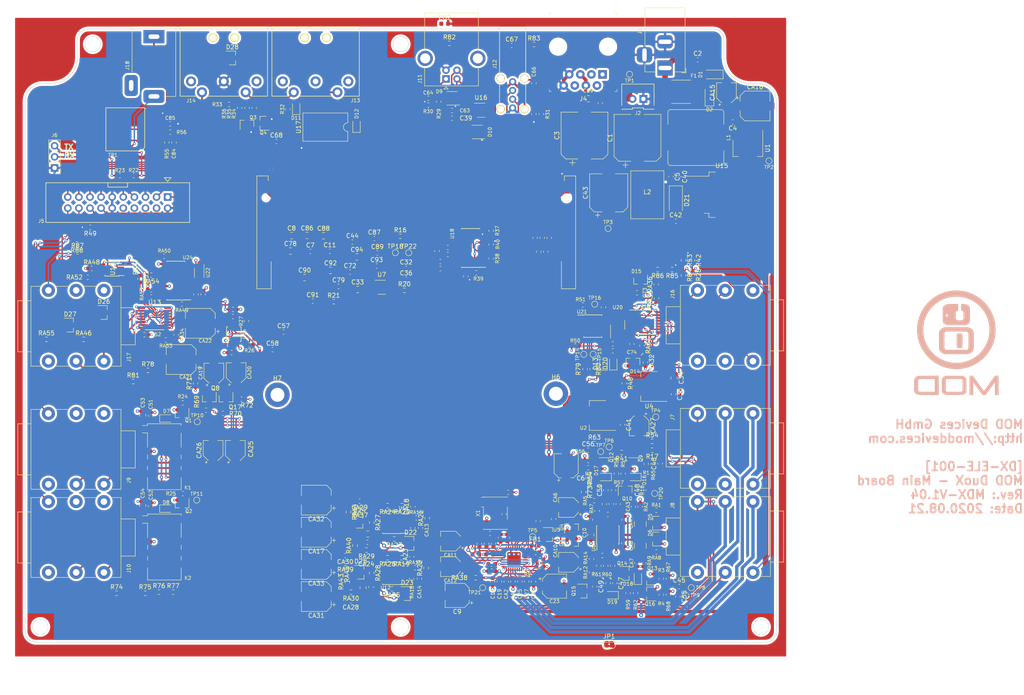
<source format=kicad_pcb>
(kicad_pcb (version 20171130) (host pcbnew 5.1.11-e4df9d881f~92~ubuntu20.04.1)
  (title_block (title "MOD DuoX - bottomboard") (date 2020-02-19) (rev 2.1) (company "MOD Devices GmbH"))
  (layers (0 F.Cu signal) (1 GNDD power) (2 +5VD power) (31 B.Cu signal) (34 B.Paste user) (35 F.Paste user) (36 B.SilkS user) (37 F.SilkS user) (38 B.Mask user) (39 F.Mask user) (44 Edge.Cuts user))
  (net 0 "")
  (net 1 +5VA)
  (net 2 HP_LEFT)
  (net 3 HP_RIGHT)
  (net 4 POWER_BUTTON)
  (net 5 PM_LEDS_OE)
  (net 6 HMI_RESET)
  (net 7 HMI_ISP_ENABLE)
  (net 8 USB_DEV_DP)
  (net 9 USB_HOST_DP)
  (net 10 RS485_RX-)
  (net 11 RS485_TX-)
  (net 12 RS485_RX+)
  (net 13 RS485_TX+)
  (net 14 "HMI_RFU_02(TX)")
  (net 15 "HMI_RFU_01(RX)")
  (net 16 HMI_UART_RX)
  (net 17 HMI_UART_TX)
  (net 18 +12V)
  (net 19 GND)
  (net 20 +5VD)
  (net 21 +3V3)
  (net 22 +3.3VA)
  (net 23 "Net-(C18-Pad2)")
  (net 24 "Net-(C25-Pad2)")
  (net 25 "Net-(C59-Pad1)")
  (net 26 USB_DEV_DET)
  (net 27 "Net-(C66-Pad2)")
  (net 28 "Net-(C73-Pad1)")
  (net 29 "Net-(C74-Pad1)")
  (net 30 "Net-(C84-Pad1)")
  (net 31 CODEC_SPDIF_OUT)
  (net 32 "Net-(C85-Pad2)")
  (net 33 "Net-(CA1-Pad1)")
  (net 34 "Net-(CA2-Pad1)")
  (net 35 "Net-(CA3-Pad2)")
  (net 36 "Net-(CA4-Pad1)")
  (net 37 "Net-(CA5-Pad1)")
  (net 38 "Net-(CA5-Pad2)")
  (net 39 CODEC_ADC_A)
  (net 40 "Net-(CA6-Pad1)")
  (net 41 "Net-(CA7-Pad2)")
  (net 42 "Net-(CA8-Pad1)")
  (net 43 "Net-(CA9-Pad2)")
  (net 44 "Net-(CA9-Pad1)")
  (net 45 CODEC_ADC_B)
  (net 46 "Net-(CA10-Pad1)")
  (net 47 CODEC_DAC_A)
  (net 48 "Net-(CA11-Pad2)")
  (net 49 CODEC_DAC_B)
  (net 50 "Net-(CA12-Pad2)")
  (net 51 "Net-(CA13-Pad1)")
  (net 52 "Net-(CA13-Pad2)")
  (net 53 "Net-(CA14-Pad1)")
  (net 54 "Net-(CA14-Pad2)")
  (net 55 "Net-(CA17-Pad2)")
  (net 56 "Net-(CA19-Pad2)")
  (net 57 "Net-(CA20-Pad2)")
  (net 58 "Net-(D1-Pad2)")
  (net 59 "Net-(D7-Pad2)")
  (net 60 "Net-(D8-Pad2)")
  (net 61 "Net-(D11-Pad1)")
  (net 62 "Net-(D11-Pad2)")
  (net 63 MIDI_UART_RX)
  (net 64 "Net-(D12-Pad1)")
  (net 65 UBOOT_BUTTON)
  (net 66 CLI_UART_TX)
  (net 67 CLI_UART_RX)
  (net 68 CV2_IN)
  (net 69 CV1_IN)
  (net 70 CV_IN_DET)
  (net 71 IN2_TBP)
  (net 72 IN1_TBP)
  (net 73 HP_DISABLE)
  (net 74 HP_CLOCK)
  (net 75 HP_UP/DN)
  (net 76 IN1_GC1)
  (net 77 IN1_GC2)
  (net 78 IN2_GC1)
  (net 79 IN2_GC2)
  (net 80 PM_LEDS_SCL)
  (net 81 PM_LEDS_SDA)
  (net 82 EXP_FLAG2)
  (net 83 EXP_FLAG1)
  (net 84 EXP_EN2)
  (net 85 EXP_EN1)
  (net 86 MIDI_UART_TX)
  (net 87 CV_DAC_~CS~)
  (net 88 USB_HOST_DRV)
  (net 89 CV_ADC_~CS~)
  (net 90 CV_ADC_DIN)
  (net 91 CV_ADC_DOUT)
  (net 92 CV_ADC_SCLK)
  (net 93 CHAIN_UART_TX)
  (net 94 CHAIN_UART_DE)
  (net 95 CHAIN_UART_RE)
  (net 96 CHAIN_UART_RX)
  (net 97 CODEC_I2S_LRCK)
  (net 98 CODEC_I2S_BCLK)
  (net 99 CODEC_I2S_SDOUT)
  (net 100 CODEC_I2S_SDIN)
  (net 101 CODEC_SPDIF_SDIN)
  (net 102 CODEC_I2C_SCL)
  (net 103 CODEC_I2C_SDA)
  (net 104 CODEC_RESET)
  (net 105 CODEC_MUTEC)
  (net 106 "Net-(Q3-Pad3)")
  (net 107 "Net-(Q3-Pad1)")
  (net 108 "Net-(R9-Pad1)")
  (net 109 "Net-(R10-Pad1)")
  (net 110 "Net-(R11-Pad1)")
  (net 111 "Net-(R12-Pad1)")
  (net 112 "Net-(R13-Pad1)")
  (net 113 "Net-(R14-Pad1)")
  (net 114 "Net-(R15-Pad1)")
  (net 115 "Net-(R26-Pad1)")
  (net 116 "Net-(R27-Pad1)")
  (net 117 "Net-(R38-Pad2)")
  (net 118 "Net-(R43-Pad2)")
  (net 119 "Net-(R44-Pad2)")
  (net 120 "Net-(R45-Pad2)")
  (net 121 "Net-(R46-Pad2)")
  (net 122 "Net-(R55-Pad1)")
  (net 123 "Net-(RA4-Pad2)")
  (net 124 "Net-(RA11-Pad2)")
  (net 125 "Net-(U22-Pad2)")
  (net 126 "Net-(U22-Pad5)")
  (net 127 "Net-(U22-Pad7)")
  (net 128 "Net-(C21-Pad2)")
  (net 129 "Net-(J5-Pad7)")
  (net 130 "Net-(J5-Pad9)")
  (net 131 "Net-(J9-PadT)")
  (net 132 "Net-(J9-PadR)")
  (net 133 "Net-(J10-PadT)")
  (net 134 "Net-(J10-PadR)")
  (net 135 "Net-(J13-Pad4)")
  (net 136 "Net-(J14-Pad4)")
  (net 137 "Net-(J18-PadT)")
  (net 138 /audio-inputs/INPUT_BIAS)
  (net 139 /audio-outputs/OUTPUT_BIAS)
  (net 140 "Net-(CA19-Pad1)")
  (net 141 "Net-(CA20-Pad1)")
  (net 142 "Net-(CA23-Pad1)")
  (net 143 "Net-(CA24-Pad2)")
  (net 144 "Net-(D16-Pad1)")
  (net 145 "Net-(D17-Pad1)")
  (net 146 "Net-(D18-Pad1)")
  (net 147 "Net-(D19-Pad1)")
  (net 148 "Net-(Q10-Pad1)")
  (net 149 "Net-(Q11-Pad1)")
  (net 150 "Net-(Q14-Pad1)")
  (net 151 "Net-(Q15-Pad1)")
  (net 152 USB_DEV_DN)
  (net 153 USB_HOST_DN)
  (net 154 CODEC_I2S_MCLK)
  (net 155 "Net-(R19-Pad1)")
  (net 156 "Net-(CA25-Pad2)")
  (net 157 "Net-(CA26-Pad2)")
  (net 158 +5VP)
  (net 159 CV_OUT_1)
  (net 160 CV_OUT_2)
  (net 161 OUT1_DETECT)
  (net 162 OUT2_DETECT)
  (net 163 IN1_DETECT)
  (net 164 IN2_DETECT)
  (net 165 "Net-(RA31-Pad2)")
  (net 166 "Net-(RA35-Pad2)")
  (net 167 "Net-(RA47-Pad2)")
  (net 168 "Net-(RA48-Pad2)")
  (net 169 "Net-(RA49-Pad2)")
  (net 170 "Net-(RA50-Pad2)")
  (net 171 "Net-(C39-Pad2)")
  (net 172 CV_OUT_DET)
  (net 173 CV_EXP_SW)
  (net 174 HP_CV_JACK_TIP)
  (net 175 HP_CV_JACK_RING)
  (net 176 CV_10V_OUT1)
  (net 177 CV_10V_OUT2)
  (net 178 GNDD)
  (net 179 "Net-(C2-Pad1)")
  (net 180 "Net-(C4-Pad1)")
  (net 181 GNDA)
  (net 182 +10V)
  (net 183 "Net-(C16-Pad1)")
  (net 184 "Net-(C45-Pad2)")
  (net 185 "Net-(C46-Pad2)")
  (net 186 "Net-(C47-Pad2)")
  (net 187 "Net-(C48-Pad2)")
  (net 188 "Net-(C49-Pad2)")
  (net 189 "Net-(C50-Pad2)")
  (net 190 "Net-(C55-Pad2)")
  (net 191 "Net-(C56-Pad2)")
  (net 192 "Net-(C57-Pad2)")
  (net 193 "Net-(C58-Pad2)")
  (net 194 "Net-(C62-Pad1)")
  (net 195 "Net-(C67-Pad1)")
  (net 196 VCC_RTC)
  (net 197 VCC5V_SYS)
  (net 198 VDDIO_WL)
  (net 199 VCC3V3_S0)
  (net 200 VCC1V8_CODEC)
  (net 201 "Net-(CA17-Pad1)")
  (net 202 "Net-(CA18-Pad1)")
  (net 203 "Net-(CA21-Pad2)")
  (net 204 "Net-(CA22-Pad2)")
  (net 205 "Net-(CA28-Pad2)")
  (net 206 "Net-(CA29-Pad2)")
  (net 207 "Net-(CA30-Pad2)")
  (net 208 "Net-(CA31-Pad2)")
  (net 209 "Net-(CA31-Pad1)")
  (net 210 "Net-(CA32-Pad2)")
  (net 211 "Net-(CA32-Pad1)")
  (net 212 "Net-(CA33-Pad1)")
  (net 213 "Net-(CA33-Pad2)")
  (net 214 "Net-(D2-Pad1)")
  (net 215 "Net-(D21-Pad1)")
  (net 216 "Net-(D24-Pad3)")
  (net 217 "Net-(D25-Pad3)")
  (net 218 "Net-(D28-Pad3)")
  (net 219 "Net-(J7-PadT)")
  (net 220 "Net-(J8-PadT)")
  (net 221 "Net-(R16-Pad2)")
  (net 222 "Net-(R37-Pad2)")
  (net 223 +3V0)
  (net 224 "Net-(RA23-Pad2)")
  (net 225 "Net-(RA24-Pad2)")
  (net 226 "Net-(RA25-Pad2)")
  (net 227 "Net-(RA26-Pad2)")
  (net 228 "Net-(J3-PadS1)")
  (module MountingHole:MountingHole_3.2mm_M3_DIN965_Pad (layer F.Cu) (at 117.856 103.378)
    (fp_text reference H7 (at 0 -3.8) (layer F.SilkS))
    (fp_text value Standoff)
    (pad 1 thru_hole circle (at 0 0) (size 5.6 5.6) (drill 3.2) (layers *.Cu *.Mask))
  )
  (module MountingHole:MountingHole_3.2mm_M3_DIN965_Pad (layer F.Cu) (at 181.61 103.124)
    (fp_text reference H6 (at 0 -3.8) (layer F.SilkS))
    (fp_text value Standoff)
    (pad 1 thru_hole circle (at 0 0) (size 5.6 5.6) (drill 3.2) (layers *.Cu *.Mask))
  )
  (module Resistor_SMD:R_0603_1608Metric (layer F.Cu) (at 204.5835 78.088 90)
    (fp_text reference RA36 (at 0 -1.43 90) (layer F.SilkS))
    (fp_text value "10K 1%")
    (pad 2 smd roundrect (at 0.7875 0 90) (size 0.875 0.95) (layers F.Cu F.Paste F.Mask) (net 181 GNDA))
    (pad 1 smd roundrect (at -0.7875 0 90) (size 0.875 0.95) (layers F.Cu F.Paste F.Mask) (net 166 "Net-(RA35-Pad2)"))
  )
  (module Package_TO_SOT_SMD:SOT-23-5 (layer F.Cu) (at 141.732 78.74)
    (fp_text reference U7 (at 0 -2.9) (layer F.SilkS))
    (fp_text value AT24CS08)
    (pad 5 smd rect (at 1.1 -0.95) (size 1.06 0.65) (layers F.Cu F.Paste F.Mask) (net 178 GNDD))
    (pad 4 smd rect (at 1.1 0.95) (size 1.06 0.65) (layers F.Cu F.Paste F.Mask) (net 21 +3V3))
    (pad 3 smd rect (at -1.1 0.95) (size 1.06 0.65) (layers F.Cu F.Paste F.Mask) (net 81 PM_LEDS_SDA))
    (pad 2 smd rect (at -1.1 0) (size 1.06 0.65) (layers F.Cu F.Paste F.Mask) (net 178 GNDD))
    (pad 1 smd rect (at -1.1 -0.95) (size 1.06 0.65) (layers F.Cu F.Paste F.Mask) (net 80 PM_LEDS_SCL))
  )
  (module TestPoint:TestPoint_Pad_D1.0mm (layer F.Cu) (at 147.912 70.822)
    (fp_text reference TP22 (at 0 -1.448) (layer F.SilkS))
    (fp_text value TestPoint)
    (pad 1 smd circle (at 0 0) (size 1 1) (layers F.Cu F.Mask) (net 221 "Net-(R16-Pad2)"))
  )
  (module TestPoint:TestPoint_Pad_D1.0mm (layer F.Cu) (at 144.862 70.822)
    (fp_text reference TP18 (at 0 -1.448) (layer F.SilkS))
    (fp_text value TestPoint)
    (pad 1 smd circle (at 0 0) (size 1 1) (layers F.Cu F.Mask) (net 178 GNDD))
  )
  (module Resistor_SMD:R_0603_1608Metric (layer F.Cu) (at 210.82 76.009 270)
    (fp_text reference R84 (at 0 -1.43 90) (layer F.SilkS))
    (fp_text value 100K)
    (pad 2 smd roundrect (at 0.825 0 270) (size 0.8 0.95) (layers F.Cu F.Paste F.Mask) (net 158 +5VP))
    (pad 1 smd roundrect (at -0.825 0 270) (size 0.8 0.95) (layers F.Cu F.Paste F.Mask) (net 163 IN1_DETECT))
  )
  (module Resistor_SMD:R_0603_1608Metric (layer F.Cu) (at 130.747 82.042)
    (fp_text reference R21 (at 0 -1.43) (layer F.SilkS))
    (fp_text value 2K7)
    (pad 2 smd roundrect (at 0.825 0) (size 0.8 0.95) (layers F.Cu F.Paste F.Mask) (net 21 +3V3))
    (pad 1 smd roundrect (at -0.825 0) (size 0.8 0.95) (layers F.Cu F.Paste F.Mask) (net 81 PM_LEDS_SDA))
  )
  (module Resistor_SMD:R_0603_1608Metric (layer F.Cu) (at 146.92 79.442)
    (fp_text reference R20 (at 0 -1.43) (layer F.SilkS))
    (fp_text value 2K7)
    (pad 2 smd roundrect (at 0.825 0) (size 0.8 0.95) (layers F.Cu F.Paste F.Mask) (net 21 +3V3))
    (pad 1 smd roundrect (at -0.825 0) (size 0.8 0.95) (layers F.Cu F.Paste F.Mask) (net 80 PM_LEDS_SCL))
  )
  (module Resistor_SMD:R_0603_1608Metric (layer F.Cu) (at 145.987 67.056)
    (fp_text reference R16 (at 0 -1.43) (layer F.SilkS))
    (fp_text value 10R)
    (pad 2 smd roundrect (at 0.825 0) (size 0.8 0.95) (layers F.Cu F.Paste F.Mask) (net 221 "Net-(R16-Pad2)"))
    (pad 1 smd roundrect (at -0.825 0) (size 0.8 0.95) (layers F.Cu F.Paste F.Mask) (net 65 UBOOT_BUTTON))
  )
  (module Capacitor_SMD:CP_Elec_6.3x7.7 (layer F.Cu) (at 126.746 134.874 180)
    (fp_text reference CA17 (at 0 -4.35) (layer F.SilkS))
    (fp_text value 47uF)
    (pad 2 smd roundrect (at 2.7 0 180) (size 3.5 1.6) (layers F.Cu F.Paste F.Mask) (roundrect_rratio 0.15625) (net 55 "Net-(CA17-Pad2)"))
    (pad 1 smd roundrect (at -2.7 0 180) (size 3.5 1.6) (layers F.Cu F.Paste F.Mask) (roundrect_rratio 0.15625) (net 201 "Net-(CA17-Pad1)"))
  )
  (module Capacitor_SMD:C_0603_1608Metric (layer F.Cu) (at 147.32 76.932)
    (fp_text reference C36 (at 0 -1.43) (layer F.SilkS))
    (fp_text value 100nF)
    (pad 2 smd roundrect (at 0.775 0) (size 0.9 0.95) (layers F.Cu F.Paste F.Mask) (net 178 GNDD))
    (pad 1 smd roundrect (at -0.775 0) (size 0.9 0.95) (layers F.Cu F.Paste F.Mask) (net 21 +3V3))
  )
  (module Capacitor_SMD:C_0805_2012Metric (layer F.Cu) (at 136.21 79.248)
    (fp_text reference C33 (at 0 -1.68) (layer F.SilkS))
    (fp_text value 22uF)
    (pad 2 smd roundrect (at 0.95 0) (size 1 1.45) (layers F.Cu F.Paste F.Mask) (net 178 GNDD))
    (pad 1 smd roundrect (at -0.95 0) (size 1 1.45) (layers F.Cu F.Paste F.Mask) (net 20 +5VD))
  )
  (module Capacitor_SMD:C_0603_1608Metric (layer F.Cu) (at 147.32 74.422)
    (fp_text reference C32 (at 0 -1.43) (layer F.SilkS))
    (fp_text value 100nF)
    (pad 2 smd roundrect (at 0.775 0) (size 0.9 0.95) (layers F.Cu F.Paste F.Mask) (net 20 +5VD))
    (pad 1 smd roundrect (at -0.775 0) (size 0.9 0.95) (layers F.Cu F.Paste F.Mask) (net 178 GNDD))
  )
  (module Capacitor_SMD:CP_Elec_10x10.5 (layer F.Cu) (at 200.29 44.5 90)
    (fp_text reference C1 (at 0 -6.3 90) (layer F.SilkS))
    (fp_text value 1000uF)
    (pad 1 smd roundrect (at -4.2 0 90) (size 4.4 2.5) (layers F.Cu F.Paste F.Mask) (roundrect_rratio 0.1) (net 18 +12V))
    (pad 2 smd roundrect (at 4.2 0 90) (size 4.4 2.5) (layers F.Cu F.Paste F.Mask) (roundrect_rratio 0.1) (net 178 GNDD))
  )
  (module footprints:mod-logo (layer B.Cu) (at 273.304 91.44 180)
    (fp_text reference IMG1 hide)
    (fp_text value Logo (at -0.78232 0.381 90) (layer B.SilkS) (effects (font (size 0.6 0.6) (thickness 0.1)) (justify mirror)))
  )
  (module Jumper:SolderJumper-2_P1.3mm_Bridged2Bar_RoundedPad1.0x1.5mm (layer F.Cu) (at 193.802 160.528)
    (fp_text reference JP1 (at 0 -1.8) (layer F.SilkS))
    (fp_text value Jumper)
    (fp_poly (pts (xy -0.25 0.2) (xy 0.25 0.2) (xy 0.25 0.6) (xy -0.25 0.6)) (layer F.Cu) (width 0))
    (fp_poly (pts (xy -0.25 -0.6) (xy 0.25 -0.6) (xy 0.25 -0.2) (xy -0.25 -0.2)) (layer F.Cu) (width 0))
    (pad 1 smd custom (at -0.65 0) (size 1 0.5) (layers F.Cu F.Mask) (net 181 GNDA) (options (clearance outline) (anchor rect)) (primitives (gr_circle (center 0 0.25) (end 0.5 0.25) (width 0)) (gr_circle (center 0 -0.25) (end 0.5 -0.25) (width 0)) (gr_poly (pts (xy 0.5 0.75) (xy 0.5 -0.75) (xy 0 -0.75) (xy 0 0.75)) (width 0))))
    (pad 2 smd custom (at 0.65 0) (size 1 0.5) (layers F.Cu F.Mask) (net 178 GNDD) (options (clearance outline) (anchor rect)) (primitives (gr_circle (center 0 0.25) (end 0.5 0.25) (width 0)) (gr_circle (center 0 -0.25) (end 0.5 -0.25) (width 0)) (gr_poly (pts (xy -0.5 0.75) (xy -0.5 -0.75) (xy 0 -0.75) (xy 0 0.75)) (width 0))))
  )
  (module Capacitor_SMD:CP_Elec_6.3x7.7 (layer F.Cu) (at 100.2 87 180)
    (fp_text reference CA22 (at -1.10998 -4 180) (layer F.SilkS) (effects (font (size 0.8 0.8) (thickness 0.12))))
    (fp_text value 100uF)
    (pad 2 smd rect (at 2.7 0 180) (size 3.5 1.6) (layers F.Cu F.Paste F.Mask) (net 204 "Net-(CA22-Pad2)"))
    (pad 1 smd rect (at -2.7 0 180) (size 3.5 1.6) (layers F.Cu F.Paste F.Mask) (net 193 "Net-(C58-Pad2)"))
  )
  (module Package_TO_SOT_SMD:SOT-23 (layer F.Cu) (at 197.46214 125.04674 90)
    (fp_text reference Q10 (at -2.11074 0.46228) (layer F.SilkS) (effects (font (size 0.8 0.8) (thickness 0.12))))
    (fp_text value J110)
    (pad 1 smd rect (at -1 -0.95 90) (size 0.9 0.8) (layers F.Cu F.Paste F.Mask) (net 148 "Net-(Q10-Pad1)"))
    (pad 2 smd rect (at -1 0.95 90) (size 0.9 0.8) (layers F.Cu F.Paste F.Mask) (net 138 /audio-inputs/INPUT_BIAS))
    (pad 3 smd rect (at 1 0 90) (size 0.9 0.8) (layers F.Cu F.Paste F.Mask) (net 187 "Net-(C48-Pad2)"))
  )
  (module Package_SO:VSSOP-8_3.0x3.0mm_P0.65mm (layer F.Cu) (at 195.74256 87.36076 90)
    (fp_text reference U20 (at 4.03098 -0.00508 180) (layer F.SilkS) (effects (font (size 0.8 0.8) (thickness 0.12))))
    (fp_text value ADC122S021)
    (pad 8 smd rect (at 2.2 -0.975) (size 0.45 1.45) (layers F.Cu F.Paste F.Mask) (net 92 CV_ADC_SCLK))
    (pad 7 smd rect (at 2.2 -0.325) (size 0.45 1.45) (layers F.Cu F.Paste F.Mask) (net 91 CV_ADC_DOUT))
    (pad 6 smd rect (at 2.2 0.325) (size 0.45 1.45) (layers F.Cu F.Paste F.Mask) (net 90 CV_ADC_DIN))
    (pad 5 smd rect (at 2.2 0.975) (size 0.45 1.45) (layers F.Cu F.Paste F.Mask) (net 28 "Net-(C73-Pad1)"))
    (pad 4 smd rect (at -2.2 0.975) (size 0.45 1.45) (layers F.Cu F.Paste F.Mask) (net 29 "Net-(C74-Pad1)"))
    (pad 3 smd rect (at -2.2 0.325) (size 0.45 1.45) (layers F.Cu F.Paste F.Mask) (net 181 GNDA))
    (pad 2 smd rect (at -2.2 -0.325) (size 0.45 1.45) (layers F.Cu F.Paste F.Mask) (net 158 +5VP))
    (pad 1 smd rect (at -2.2 -0.975) (size 0.45 1.45) (layers F.Cu F.Paste F.Mask) (net 89 CV_ADC_~CS~))
  )
  (module Package_TO_SOT_SMD:SOT-23 (layer F.Cu) (at 199.25 95.75 90)
    (fp_text reference D14 (at -2.27838 0.47498) (layer F.SilkS) (effects (font (size 0.8 0.8) (thickness 0.12))))
    (fp_text value BAT54S)
    (pad 3 smd rect (at 1 0 90) (size 0.9 0.8) (layers F.Cu F.Paste F.Mask) (net 29 "Net-(C74-Pad1)"))
    (pad 2 smd rect (at -1 0.95 90) (size 0.9 0.8) (layers F.Cu F.Paste F.Mask) (net 158 +5VP))
    (pad 1 smd rect (at -1 -0.95 90) (size 0.9 0.8) (layers F.Cu F.Paste F.Mask) (net 181 GNDA))
  )
  (module Resistor_SMD:R_0603_1608Metric (layer F.Cu) (at 194.818 125.23968 270)
    (fp_text reference R57 (at -1.77282 -1.16586 180) (layer F.SilkS) (effects (font (size 0.8 0.8) (thickness 0.12))))
    (fp_text value 1M)
    (pad 1 smd roundrect (at -0.7875 0 270) (size 0.875 0.95) (layers F.Cu F.Paste F.Mask) (net 189 "Net-(C50-Pad2)"))
    (pad 2 smd roundrect (at 0.7875 0 270) (size 0.875 0.95) (layers F.Cu F.Paste F.Mask) (net 138 /audio-inputs/INPUT_BIAS))
  )
  (module Capacitor_SMD:C_0603_1608Metric (layer F.Cu) (at 107.37032 93.7006 180)
    (fp_text reference C59 hide)
    (fp_text value 10uF)
    (pad 2 smd roundrect (at 0.7875 0 180) (size 0.875 0.95) (layers F.Cu F.Paste F.Mask) (net 181 GNDA))
    (pad 1 smd roundrect (at -0.7875 0 180) (size 0.875 0.95) (layers F.Cu F.Paste F.Mask) (net 25 "Net-(C59-Pad1)"))
  )
  (module Package_SO:MSOP-10_3x3mm_P0.5mm (layer F.Cu) (at 107.86816 89.49182 90)
    (fp_text reference U14 (at 0.04318 2.41554 270) (layer F.SilkS) (effects (font (size 0.8 0.8) (thickness 0.12))))
    (fp_text value LM4811)
    (pad 1 smd rect (at -2.2 -1 90) (size 1.4 0.3) (layers F.Cu F.Paste F.Mask) (net 192 "Net-(C57-Pad2)"))
    (pad 2 smd rect (at -2.2 -0.5 90) (size 1.4 0.3) (layers F.Cu F.Paste F.Mask) (net 56 "Net-(CA19-Pad2)"))
    (pad 3 smd rect (at -2.2 0 90) (size 1.4 0.3) (layers F.Cu F.Paste F.Mask) (net 25 "Net-(C59-Pad1)"))
    (pad 4 smd rect (at -2.2 0.5 90) (size 1.4 0.3) (layers F.Cu F.Paste F.Mask) (net 115 "Net-(R26-Pad1)"))
    (pad 5 smd rect (at -2.2 1 90) (size 1.4 0.3) (layers F.Cu F.Paste F.Mask) (net 181 GNDA))
    (pad 6 smd rect (at 2.2 1 90) (size 1.4 0.3) (layers F.Cu F.Paste F.Mask) (net 116 "Net-(R27-Pad1)"))
    (pad 7 smd rect (at 2.2 0.5 90) (size 1.4 0.3) (layers F.Cu F.Paste F.Mask) (net 181 GNDA))
    (pad 8 smd rect (at 2.2 0 90) (size 1.4 0.3) (layers F.Cu F.Paste F.Mask) (net 57 "Net-(CA20-Pad2)"))
    (pad 9 smd rect (at 2.2 -0.5 90) (size 1.4 0.3) (layers F.Cu F.Paste F.Mask) (net 193 "Net-(C58-Pad2)"))
    (pad 10 smd rect (at 2.2 -1 90) (size 1.4 0.3) (layers F.Cu F.Paste F.Mask) (net 1 +5VA))
  )
  (module Resistor_SMD:R_0603_1608Metric (layer F.Cu) (at 94.68112 89.6333 270)
    (fp_text reference RA34 (at -0.00508 -1.35 270) (layer F.SilkS) (effects (font (size 0.8 0.8) (thickness 0.12))))
    (fp_text value "75K 1%")
    (pad 1 smd roundrect (at -0.7875 0 270) (size 0.875 0.95) (layers F.Cu F.Paste F.Mask) (net 204 "Net-(CA22-Pad2)"))
    (pad 2 smd roundrect (at 0.7875 0 270) (size 0.875 0.95) (layers F.Cu F.Paste F.Mask) (net 181 GNDA))
  )
  (module Inductor_SMD:L_Bourns_SRR1260 (layer F.Cu) (at 213.65 44.44 180)
    (fp_text reference L1 (at -7.43204 0 90) (layer F.SilkS) (effects (font (size 0.8 0.8) (thickness 0.12))))
    (fp_text value 1mH)
    (pad 1 smd rect (at -4.85 0 180) (size 2.9 5.4) (layers F.Cu F.Paste F.Mask) (net 214 "Net-(D2-Pad1)"))
    (pad 2 smd rect (at 4.85 0 180) (size 2.9 5.4) (layers F.Cu F.Paste F.Mask) (net 18 +12V))
  )
  (module Oscillator:Oscillator_SMD_Abracon_ASV-4Pin_7.0x5.1mm (layer F.Cu) (at 167.763194 130.505602 270)
    (fp_text reference X1 (at 0 4 270) (layer F.SilkS) (effects (font (size 0.8 0.8) (thickness 0.12))))
    (fp_text value 24.576MHz)
    (pad 1 smd rect (at -2.54 2 270) (size 1.8 2) (layers F.Cu F.Paste F.Mask))
    (pad 2 smd rect (at 2.54 2 270) (size 1.8 2) (layers F.Cu F.Paste F.Mask) (net 181 GNDA))
    (pad 3 smd rect (at 2.54 -2 270) (size 1.8 2) (layers F.Cu F.Paste F.Mask) (net 155 "Net-(R19-Pad1)"))
    (pad 4 smd rect (at -2.54 -2 270) (size 1.8 2) (layers F.Cu F.Paste F.Mask) (net 22 +3.3VA))
  )
  (module Capacitor_SMD:C_0603_1608Metric (layer F.Cu) (at 170.688 125.73 180)
    (fp_text reference C17 hide)
    (fp_text value 100nF)
    (pad 1 smd roundrect (at -0.7875 0 180) (size 0.875 0.95) (layers F.Cu F.Paste F.Mask) (net 181 GNDA))
    (pad 2 smd roundrect (at 0.7875 0 180) (size 0.875 0.95) (layers F.Cu F.Paste F.Mask) (net 22 +3.3VA))
  )
  (module Resistor_SMD:R_0603_1608Metric (layer F.Cu) (at 154.78252 36.23066 90)
    (fp_text reference R29 (at -2.75834 0.0381 90) (layer F.SilkS) (effects (font (size 0.8 0.8) (thickness 0.12))))
    (fp_text value 10K)
    (pad 2 smd roundrect (at 0.7875 0 90) (size 0.875 0.95) (layers F.Cu F.Paste F.Mask) (net 171 "Net-(C39-Pad2)"))
    (pad 1 smd roundrect (at -0.7875 0 90) (size 0.875 0.95) (layers F.Cu F.Paste F.Mask) (net 26 USB_DEV_DET))
  )
  (module Resistor_SMD:R_0603_1608Metric (layer F.Cu) (at 152.3746 37.01796 180)
    (fp_text reference R30 (at 0 -1.43 180) (layer F.SilkS) (effects (font (size 0.8 0.8) (thickness 0.12))))
    (fp_text value 15K)
    (pad 2 smd roundrect (at 0.7875 0 180) (size 0.875 0.95) (layers F.Cu F.Paste F.Mask) (net 178 GNDD))
    (pad 1 smd roundrect (at -0.7875 0 180) (size 0.875 0.95) (layers F.Cu F.Paste F.Mask) (net 26 USB_DEV_DET))
  )
  (module Capacitor_SMD:C_0603_1608Metric (layer F.Cu) (at 152.3746 35.44316 180)
    (fp_text reference C64 (at 0.01016 1.27254 180) (layer F.SilkS) (effects (font (size 0.8 0.8) (thickness 0.12))))
    (fp_text value 100nF)
    (pad 1 smd roundrect (at -0.7875 0 180) (size 0.875 0.95) (layers F.Cu F.Paste F.Mask) (net 26 USB_DEV_DET))
    (pad 2 smd roundrect (at 0.7875 0 180) (size 0.875 0.95) (layers F.Cu F.Paste F.Mask) (net 178 GNDD))
  )
  (module footprints:B2B-XH-A (layer F.Cu) (at 201.63 35.59 180)
    (fp_text reference J2 (at 1.25 -3.25 180) (layer F.SilkS) (effects (font (size 0.8 0.8) (thickness 0.12))))
    (fp_text value HMI_POWER)
    (pad 2 thru_hole circle (at 2.5 0) (size 1.8 1.8) (drill 1) (layers *.Cu *.Mask) (net 18 +12V))
    (pad 1 thru_hole rect (at 0 0) (size 1.8 1.8) (drill 1) (layers *.Cu *.Mask) (net 178 GNDD))
  )
  (module footprints:Pin_Header_Straight_2x10_Shrouded (layer F.Cu) (at 92.71762 58.06694 270)
    (fp_text reference J5 (at 5.50672 28.94838) (layer F.SilkS) (effects (font (size 0.8 0.8) (thickness 0.12))))
    (fp_text value HMI_DATA)
    (pad 20 thru_hole oval (at 2.54 22.86 270) (size 1.7272 1.7272) (drill 1.016) (layers *.Cu *.Mask) (net 16 HMI_UART_RX))
    (pad 19 thru_hole oval (at 0 22.86 270) (size 1.7272 1.7272) (drill 1.016) (layers *.Cu *.Mask) (net 81 PM_LEDS_SDA))
    (pad 18 thru_hole oval (at 2.54 20.32 270) (size 1.7272 1.7272) (drill 1.016) (layers *.Cu *.Mask) (net 17 HMI_UART_TX))
    (pad 17 thru_hole oval (at 0 20.32 270) (size 1.7272 1.7272) (drill 1.016) (layers *.Cu *.Mask) (net 80 PM_LEDS_SCL))
    (pad 16 thru_hole oval (at 2.54 17.78 270) (size 1.7272 1.7272) (drill 1.016) (layers *.Cu *.Mask) (net 6 HMI_RESET))
    (pad 15 thru_hole oval (at 0 17.78 270) (size 1.7272 1.7272) (drill 1.016) (layers *.Cu *.Mask) (net 5 PM_LEDS_OE))
    (pad 14 thru_hole oval (at 2.54 15.24 270) (size 1.7272 1.7272) (drill 1.016) (layers *.Cu *.Mask) (net 7 HMI_ISP_ENABLE))
    (pad 13 thru_hole oval (at 0 15.24 270) (size 1.7272 1.7272) (drill 1.016) (layers *.Cu *.Mask) (net 4 POWER_BUTTON))
    (pad 12 thru_hole oval (at 2.54 12.7 270) (size 1.7272 1.7272) (drill 1.016) (layers *.Cu *.Mask) (net 178 GNDD))
    (pad 11 thru_hole oval (at 0 12.7 270) (size 1.7272 1.7272) (drill 1.016) (layers *.Cu *.Mask) (net 178 GNDD))
    (pad 10 thru_hole oval (at 2.54 10.16 270) (size 1.7272 1.7272) (drill 1.016) (layers *.Cu *.Mask))
    (pad 9 thru_hole oval (at 0 10.16 270) (size 1.7272 1.7272) (drill 1.016) (layers *.Cu *.Mask) (net 130 "Net-(J5-Pad9)"))
    (pad 8 thru_hole oval (at 2.54 7.62 270) (size 1.7272 1.7272) (drill 1.016) (layers *.Cu *.Mask))
    (pad 7 thru_hole oval (at 0 7.62 270) (size 1.7272 1.7272) (drill 1.016) (layers *.Cu *.Mask) (net 129 "Net-(J5-Pad7)"))
    (pad 6 thru_hole oval (at 2.54 5.08 270) (size 1.7272 1.7272) (drill 1.016) (layers *.Cu *.Mask))
    (pad 5 thru_hole oval (at 0 5.08 270) (size 1.7272 1.7272) (drill 1.016) (layers *.Cu *.Mask) (net 178 GNDD))
    (pad 4 thru_hole oval (at 2.54 2.54 270) (size 1.7272 1.7272) (drill 1.016) (layers *.Cu *.Mask))
    (pad 3 thru_hole oval (at 0 2.54 270) (size 1.7272 1.7272) (drill 1.016) (layers *.Cu *.Mask) (net 14 "HMI_RFU_02(TX)"))
    (pad 2 thru_hole oval (at 2.54 0 270) (size 1.7272 1.7272) (drill 1.016) (layers *.Cu *.Mask) (net 178 GNDD))
    (pad 1 thru_hole rect (at 0 0 270) (size 1.7272 1.7272) (drill 1.016) (layers *.Cu *.Mask) (net 15 "HMI_RFU_01(RX)"))
  )
  (module footprints:Relay_DPDT_Omron_G6S-2F (layer F.Cu) (at 92.01912 138.303)
    (fp_text reference K2 (at 5.32384 7.04596) (layer F.SilkS) (effects (font (size 0.8 0.8) (thickness 0.12))))
    (fp_text value G6S-2)
    (pad 5 smd rect (at -4 3.81) (size 2.2 1) (layers F.Cu F.Paste F.Mask) (net 213 "Net-(CA33-Pad2)"))
    (pad 8 smd rect (at 4 3.81) (size 2.2 1) (layers F.Cu F.Paste F.Mask) (net 208 "Net-(CA31-Pad2)"))
    (pad 3 smd rect (at -4 -1.27) (size 2.2 1) (layers F.Cu F.Paste F.Mask) (net 181 GNDA))
    (pad 1 smd rect (at -4 -6.35) (size 2.2 1) (layers F.Cu F.Paste F.Mask) (net 182 +10V))
    (pad 10 smd rect (at 4 -1.27) (size 2.2 1) (layers F.Cu F.Paste F.Mask))
    (pad 12 smd rect (at 4 -6.35) (size 2.2 1) (layers F.Cu F.Paste F.Mask) (net 60 "Net-(D8-Pad2)"))
    (pad 4 smd rect (at -4 1.27) (size 2.2 1) (layers F.Cu F.Paste F.Mask) (net 134 "Net-(J10-PadR)"))
    (pad 9 smd rect (at 4 1.27) (size 2.2 1) (layers F.Cu F.Paste F.Mask) (net 133 "Net-(J10-PadT)"))
  )
  (module Resistor_SMD:R_0603_1608Metric (layer F.Cu) (at 165.70706 137.47496 90)
    (fp_text reference R10 hide)
    (fp_text value 22R)
    (pad 2 smd roundrect (at 0.7875 0 90) (size 0.875 0.95) (layers F.Cu F.Paste F.Mask) (net 102 CODEC_I2C_SCL))
    (pad 1 smd roundrect (at -0.7875 0 90) (size 0.875 0.95) (layers F.Cu F.Paste F.Mask) (net 109 "Net-(R10-Pad1)"))
  )
  (module footprints:NMJ6HCD2 (layer F.Cu) (at 214.02294 127.84582 270)
    (fp_text reference J8 (at 0.89 5.71 270) (layer F.SilkS) (effects (font (size 0.8 0.8) (thickness 0.12))))
    (fp_text value NYS215)
    (pad S thru_hole circle (at 0 -12.7 270) (size 3 3) (drill 1.5) (layers *.Cu *.Mask) (net 181 GNDA))
    (pad T thru_hole circle (at 0 0 270) (size 3 3) (drill 1.5) (layers *.Cu *.Mask) (net 220 "Net-(J8-PadT)"))
    (pad R thru_hole circle (at 0 -6.35 270) (size 3 3) (drill 1.5) (layers *.Cu *.Mask) (net 181 GNDA))
    (pad SN thru_hole circle (at 16.23 -12.7 270) (size 3 3) (drill 1.5) (layers *.Cu *.Mask) (net 164 IN2_DETECT))
    (pad TN thru_hole circle (at 16.23 0 270) (size 3 3) (drill 1.5) (layers *.Cu *.Mask) (net 181 GNDA))
    (pad RN thru_hole circle (at 16.23 -6.35 270) (size 3 3) (drill 1.5) (layers *.Cu *.Mask))
  )
  (module footprints:NMJ6HCD2 (layer F.Cu) (at 214.02294 107.64012 270)
    (fp_text reference J7 (at 0.89 5.71 270) (layer F.SilkS) (effects (font (size 0.8 0.8) (thickness 0.12))))
    (fp_text value NYS215)
    (pad RN thru_hole circle (at 16.23 -6.35 270) (size 3 3) (drill 1.5) (layers *.Cu *.Mask))
    (pad TN thru_hole circle (at 16.23 0 270) (size 3 3) (drill 1.5) (layers *.Cu *.Mask) (net 181 GNDA))
    (pad SN thru_hole circle (at 16.23 -12.7 270) (size 3 3) (drill 1.5) (layers *.Cu *.Mask) (net 163 IN1_DETECT))
    (pad R thru_hole circle (at 0 -6.35 270) (size 3 3) (drill 1.5) (layers *.Cu *.Mask) (net 181 GNDA))
    (pad T thru_hole circle (at 0 0 270) (size 3 3) (drill 1.5) (layers *.Cu *.Mask) (net 219 "Net-(J7-PadT)"))
    (pad S thru_hole circle (at 0 -12.7 270) (size 3 3) (drill 1.5) (layers *.Cu *.Mask) (net 181 GNDA))
  )
  (module footprints:NMJ6HCD2 (layer F.Cu) (at 78.12024 144.07582 90)
    (fp_text reference J10 (at 0.89 5.71 90) (layer F.SilkS) (effects (font (size 0.8 0.8) (thickness 0.12))))
    (fp_text value NYS215)
    (pad S thru_hole circle (at 0 -12.7 90) (size 3 3) (drill 1.5) (layers *.Cu *.Mask) (net 181 GNDA))
    (pad T thru_hole circle (at 0 0 90) (size 3 3) (drill 1.5) (layers *.Cu *.Mask) (net 133 "Net-(J10-PadT)"))
    (pad R thru_hole circle (at 0 -6.35 90) (size 3 3) (drill 1.5) (layers *.Cu *.Mask) (net 134 "Net-(J10-PadR)"))
    (pad SN thru_hole circle (at 16.23 -12.7 90) (size 3 3) (drill 1.5) (layers *.Cu *.Mask) (net 162 OUT2_DETECT))
    (pad TN thru_hole circle (at 16.23 0 90) (size 3 3) (drill 1.5) (layers *.Cu *.Mask))
    (pad RN thru_hole circle (at 16.23 -6.35 90) (size 3 3) (drill 1.5) (layers *.Cu *.Mask))
  )
  (module footprints:NMJ6HCD2 (layer F.Cu) (at 78.12024 123.88282 90)
    (fp_text reference J9 (at 0.89 5.71 90) (layer F.SilkS) (effects (font (size 0.8 0.8) (thickness 0.12))))
    (fp_text value NYS215)
    (pad S thru_hole circle (at 0 -12.7 90) (size 3 3) (drill 1.5) (layers *.Cu *.Mask) (net 181 GNDA))
    (pad T thru_hole circle (at 0 0 90) (size 3 3) (drill 1.5) (layers *.Cu *.Mask) (net 131 "Net-(J9-PadT)"))
    (pad R thru_hole circle (at 0 -6.35 90) (size 3 3) (drill 1.5) (layers *.Cu *.Mask) (net 132 "Net-(J9-PadR)"))
    (pad SN thru_hole circle (at 16.23 -12.7 90) (size 3 3) (drill 1.5) (layers *.Cu *.Mask) (net 161 OUT1_DETECT))
    (pad TN thru_hole circle (at 16.23 0 90) (size 3 3) (drill 1.5) (layers *.Cu *.Mask))
    (pad RN thru_hole circle (at 16.23 -6.35 90) (size 3 3) (drill 1.5) (layers *.Cu *.Mask))
  )
  (module footprints:NMJ6HCD2 (layer F.Cu) (at 214.02294 79.44612 270)
    (fp_text reference J16 (at 0.89 5.71 270) (layer F.SilkS) (effects (font (size 0.8 0.8) (thickness 0.12))))
    (fp_text value NYS215)
    (pad S thru_hole circle (at 0 -12.7 270) (size 3 3) (drill 1.5) (layers *.Cu *.Mask) (net 181 GNDA))
    (pad T thru_hole circle (at 0 0 270) (size 3 3) (drill 1.5) (layers *.Cu *.Mask) (net 69 CV1_IN))
    (pad R thru_hole circle (at 0 -6.35 270) (size 3 3) (drill 1.5) (layers *.Cu *.Mask) (net 68 CV2_IN))
    (pad SN thru_hole circle (at 16.23 -12.7 270) (size 3 3) (drill 1.5) (layers *.Cu *.Mask) (net 70 CV_IN_DET))
    (pad TN thru_hole circle (at 16.23 0 270) (size 3 3) (drill 1.5) (layers *.Cu *.Mask))
    (pad RN thru_hole circle (at 16.23 -6.35 270) (size 3 3) (drill 1.5) (layers *.Cu *.Mask))
  )
  (module footprints:fiducial_in-circuit (layer F.Cu) (at 75.56754 156.56052)
    (fp_text reference FID1 hide)
    (fp_text value FIDUCIAL hide)
    (pad "" smd circle (at 0 0) (size 1 1) (layers F.Cu F.Paste F.Mask))
  )
  (module footprints:fiducial_in-circuit (layer F.Cu) (at 216.58072 156.55798)
    (fp_text reference FID2 hide)
    (fp_text value FIDUCIAL hide)
    (pad "" smd circle (at 0 0) (size 1 1) (layers F.Cu F.Paste F.Mask))
  )
  (module footprints:fiducial_in-circuit (layer F.Cu) (at 146.06016 32.06496)
    (fp_text reference FID3 hide)
    (fp_text value FIDUCIAL hide)
    (pad "" smd circle (at 0 0) (size 1 1) (layers F.Cu F.Paste F.Mask))
  )
  (module footprints:Hole_3.5mm (layer F.Cu) (at 146.06778 156.56052)
    (fp_text reference H1 hide)
    (fp_text value HOLE)
    (pad "" thru_hole circle (at 0 0) (size 3.5 3.5) (drill 3.5) (layers *.Cu))
  )
  (module footprints:Hole_3.5mm (layer F.Cu) (at 146.06778 23.05812)
    (fp_text reference H2 hide)
    (fp_text value HOLE)
    (pad "" thru_hole circle (at 0 0) (size 3.5 3.5) (drill 3.5) (layers *.Cu))
  )
  (module footprints:Hole_3.5mm (layer F.Cu) (at 63.56858 156.55798)
    (fp_text reference H3 hide)
    (fp_text value HOLE)
    (pad "" thru_hole circle (at 0 0) (size 3.5 3.5) (drill 3.5) (layers *.Cu))
  )
  (module footprints:Hole_3.5mm (layer F.Cu) (at 228.56698 156.56052)
    (fp_text reference H4 hide)
    (fp_text value HOLE)
    (pad "" thru_hole circle (at 0 0) (size 3.5 3.5) (drill 3.5) (layers *.Cu))
  )
  (module footprints:Hole_3.5mm (layer F.Cu) (at 75.56754 23.05812)
    (fp_text reference H5 hide)
    (fp_text value HOLE)
    (pad "" thru_hole circle (at 0 0) (size 3.5 3.5) (drill 3.5) (layers *.Cu))
  )
  (module Capacitor_SMD:C_0603_1608Metric (layer F.Cu) (at 181.102 131.8515 90)
    (fp_text reference C15 hide)
    (fp_text value 1uF)
    (pad 1 smd roundrect (at -0.7875 0 90) (size 0.875 0.95) (layers F.Cu F.Paste F.Mask) (net 1 +5VA))
    (pad 2 smd roundrect (at 0.7875 0 90) (size 0.875 0.95) (layers F.Cu F.Paste F.Mask) (net 181 GNDA))
  )
  (module Capacitor_SMD:C_0603_1608Metric (layer F.Cu) (at 177.546 132.3085 90)
    (fp_text reference C16 hide)
    (fp_text value 10uF)
    (pad 2 smd roundrect (at 0.7875 0 90) (size 0.875 0.95) (layers F.Cu F.Paste F.Mask) (net 181 GNDA))
    (pad 1 smd roundrect (at -0.7875 0 90) (size 0.875 0.95) (layers F.Cu F.Paste F.Mask) (net 183 "Net-(C16-Pad1)"))
  )
  (module Capacitor_SMD:C_0603_1608Metric (layer F.Cu) (at 167.09898 146.15668 90)
    (fp_text reference C18 (at -2.8575 0.06096 90) (layer F.SilkS) (effects (font (size 0.8 0.8) (thickness 0.12))))
    (fp_text value 100nF)
    (pad 1 smd roundrect (at -0.7875 0 90) (size 0.875 0.95) (layers F.Cu F.Paste F.Mask) (net 181 GNDA))
    (pad 2 smd roundrect (at 0.7875 0 90) (size 0.875 0.95) (layers F.Cu F.Paste F.Mask) (net 23 "Net-(C18-Pad2)"))
  )
  (module Capacitor_SMD:C_0603_1608Metric (layer F.Cu) (at 168.661926 146.15668 270)
    (fp_text reference C19 (at 2.8575 -0.029634 270) (layer F.SilkS) (effects (font (size 0.8 0.8) (thickness 0.12))))
    (fp_text value 10uF)
    (pad 1 smd roundrect (at -0.7875 0 270) (size 0.875 0.95) (layers F.Cu F.Paste F.Mask) (net 23 "Net-(C18-Pad2)"))
    (pad 2 smd roundrect (at 0.7875 0 270) (size 0.875 0.95) (layers F.Cu F.Paste F.Mask) (net 181 GNDA))
  )
  (module Capacitor_SMD:C_0603_1608Metric (layer F.Cu) (at 176.95164 139.50188 180)
    (fp_text reference C20 hide)
    (fp_text value 100nF)
    (pad 1 smd roundrect (at -0.7875 0 180) (size 0.875 0.95) (layers F.Cu F.Paste F.Mask) (net 181 GNDA))
    (pad 2 smd roundrect (at 0.7875 0 180) (size 0.875 0.95) (layers F.Cu F.Paste F.Mask) (net 22 +3.3VA))
  )
  (module Capacitor_SMD:C_0603_1608Metric (layer F.Cu) (at 166.43096 139.93622)
    (fp_text reference C22 hide)
    (fp_text value 100nF)
    (pad 2 smd roundrect (at 0.7875 0) (size 0.875 0.95) (layers F.Cu F.Paste F.Mask) (net 22 +3.3VA))
    (pad 1 smd roundrect (at -0.7875 0) (size 0.875 0.95) (layers F.Cu F.Paste F.Mask) (net 181 GNDA))
  )
  (module Capacitor_SMD:C_0603_1608Metric (layer F.Cu) (at 176.47666 146.15668 90)
    (fp_text reference C21 (at -2.86004 -0.02032 90) (layer F.SilkS) (effects (font (size 0.8 0.8) (thickness 0.12))))
    (fp_text value 100nF)
    (pad 2 smd roundrect (at 0.7875 0 90) (size 0.875 0.95) (layers F.Cu F.Paste F.Mask) (net 128 "Net-(C21-Pad2)"))
    (pad 1 smd roundrect (at -0.7875 0 90) (size 0.875 0.95) (layers F.Cu F.Paste F.Mask) (net 181 GNDA))
  )
  (module Capacitor_SMD:CP_Elec_5x5.4 (layer F.Cu) (at 181.28234 147.21586)
    (fp_text reference C23 (at -0.00762 3.46964) (layer F.SilkS) (effects (font (size 0.8 0.8) (thickness 0.12))))
    (fp_text value 47uF)
    (pad 1 smd rect (at -2.2 0) (size 3 1.6) (layers F.Cu F.Paste F.Mask) (net 128 "Net-(C21-Pad2)"))
    (pad 2 smd rect (at 2.2 0) (size 3 1.6) (layers F.Cu F.Paste F.Mask) (net 181 GNDA))
  )
  (module Capacitor_SMD:C_0603_1608Metric (layer F.Cu) (at 170.49549 136.141472 270)
    (fp_text reference C24 hide)
    (fp_text value 100nF)
    (pad 2 smd roundrect (at 0.7875 0 270) (size 0.875 0.95) (layers F.Cu F.Paste F.Mask) (net 22 +3.3VA))
    (pad 1 smd roundrect (at -0.7875 0 270) (size 0.875 0.95) (layers F.Cu F.Paste F.Mask) (net 181 GNDA))
  )
  (module Capacitor_SMD:C_0603_1608Metric (layer F.Cu) (at 173.350764 146.15668 90)
    (fp_text reference C25 (at -2.8575 0.001696 90) (layer F.SilkS) (effects (font (size 0.8 0.8) (thickness 0.12))))
    (fp_text value 100nF)
    (pad 1 smd roundrect (at -0.7875 0 90) (size 0.875 0.95) (layers F.Cu F.Paste F.Mask) (net 181 GNDA))
    (pad 2 smd roundrect (at 0.7875 0 90) (size 0.875 0.95) (layers F.Cu F.Paste F.Mask) (net 24 "Net-(C25-Pad2)"))
  )
  (module Capacitor_SMD:C_0603_1608Metric (layer F.Cu) (at 168.92069 136.141472 90)
    (fp_text reference C26 hide)
    (fp_text value 10uF)
    (pad 1 smd roundrect (at -0.7875 0 90) (size 0.875 0.95) (layers F.Cu F.Paste F.Mask) (net 22 +3.3VA))
    (pad 2 smd roundrect (at 0.7875 0 90) (size 0.875 0.95) (layers F.Cu F.Paste F.Mask) (net 181 GNDA))
  )
  (module Capacitor_SMD:C_0603_1608Metric (layer F.Cu) (at 174.91371 146.15668 270)
    (fp_text reference C27 (at 2.8575 0.00677 270) (layer F.SilkS) (effects (font (size 0.8 0.8) (thickness 0.12))))
    (fp_text value 10uF)
    (pad 1 smd roundrect (at -0.7875 0 270) (size 0.875 0.95) (layers F.Cu F.Paste F.Mask) (net 24 "Net-(C25-Pad2)"))
    (pad 2 smd roundrect (at 0.7875 0 270) (size 0.875 0.95) (layers F.Cu F.Paste F.Mask) (net 181 GNDA))
  )
  (module Capacitor_SMD:C_0603_1608Metric (layer F.Cu) (at 166.90848 143.764)
    (fp_text reference C28 hide)
    (fp_text value 100nF)
    (pad 1 smd roundrect (at -0.7875 0) (size 0.875 0.95) (layers F.Cu F.Paste F.Mask) (net 181 GNDA))
    (pad 2 smd roundrect (at 0.7875 0) (size 0.875 0.95) (layers F.Cu F.Paste F.Mask) (net 1 +5VA))
  )
  (module Capacitor_SMD:C_0603_1608Metric (layer F.Cu) (at 166.912466 142.162691 180)
    (fp_text reference C29 hide)
    (fp_text value 10uF)
    (pad 2 smd roundrect (at 0.7875 0 180) (size 0.875 0.95) (layers F.Cu F.Paste F.Mask) (net 181 GNDA))
    (pad 1 smd roundrect (at -0.7875 0 180) (size 0.875 0.95) (layers F.Cu F.Paste F.Mask) (net 1 +5VA))
  )
  (module Capacitor_SMD:C_0603_1608Metric (layer F.Cu) (at 177.95164 141.14164 180)
    (fp_text reference C30 hide)
    (fp_text value 100nF)
    (pad 1 smd roundrect (at -0.7875 0 180) (size 0.875 0.95) (layers F.Cu F.Paste F.Mask) (net 181 GNDA))
    (pad 2 smd roundrect (at 0.7875 0 180) (size 0.875 0.95) (layers F.Cu F.Paste F.Mask) (net 1 +5VA))
  )
  (module Capacitor_SMD:C_0603_1608Metric (layer F.Cu) (at 177.95164 142.7139)
    (fp_text reference C31 hide)
    (fp_text value 10uF)
    (pad 2 smd roundrect (at 0.7875 0) (size 0.875 0.95) (layers F.Cu F.Paste F.Mask) (net 181 GNDA))
    (pad 1 smd roundrect (at -0.7875 0) (size 0.875 0.95) (layers F.Cu F.Paste F.Mask) (net 1 +5VA))
  )
  (module Capacitor_SMD:C_0603_1608Metric (layer F.Cu) (at 189.50432 131.99862 270)
    (fp_text reference C37 hide)
    (fp_text value 100nF)
    (pad 2 smd roundrect (at 0.7875 0 270) (size 0.875 0.95) (layers F.Cu F.Paste F.Mask) (net 182 +10V))
    (pad 1 smd roundrect (at -0.7875 0 270) (size 0.875 0.95) (layers F.Cu F.Paste F.Mask) (net 181 GNDA))
  )
  (module Capacitor_SMD:C_0603_1608Metric (layer F.Cu) (at 88.83142 108.20898 270)
    (fp_text reference C51 (at -2.64912 0.00762 270) (layer F.SilkS) (effects (font (size 0.8 0.8) (thickness 0.12))))
    (fp_text value 100nF)
    (pad 1 smd roundrect (at -0.7875 0 270) (size 0.875 0.95) (layers F.Cu F.Paste F.Mask) (net 181 GNDA))
    (pad 2 smd roundrect (at 0.7875 0 270) (size 0.875 0.95) (layers F.Cu F.Paste F.Mask) (net 182 +10V))
  )
  (module Capacitor_SMD:C_0603_1608Metric (layer F.Cu) (at 88.83142 128.90236 270)
    (fp_text reference C52 (at -2.578 -0.03302 270) (layer F.SilkS) (effects (font (size 0.8 0.8) (thickness 0.12))))
    (fp_text value 100nF)
    (pad 1 smd roundrect (at -0.7875 0 270) (size 0.875 0.95) (layers F.Cu F.Paste F.Mask) (net 181 GNDA))
    (pad 2 smd roundrect (at 0.7875 0 270) (size 0.875 0.95) (layers F.Cu F.Paste F.Mask) (net 182 +10V))
  )
  (module Capacitor_SMD:C_0603_1608Metric (layer F.Cu) (at 107.65226 83.80476 180)
    (fp_text reference C60 hide)
    (fp_text value 10uF)
    (pad 1 smd roundrect (at -0.7875 0 180) (size 0.875 0.95) (layers F.Cu F.Paste F.Mask) (net 181 GNDA))
    (pad 2 smd roundrect (at 0.7875 0 180) (size 0.875 0.95) (layers F.Cu F.Paste F.Mask) (net 1 +5VA))
  )
  (module Capacitor_SMD:C_0603_1608Metric (layer F.Cu) (at 107.65226 85.44306)
    (fp_text reference C61 hide)
    (fp_text value 100nF)
    (pad 1 smd roundrect (at -0.7875 0) (size 0.875 0.95) (layers F.Cu F.Paste F.Mask) (net 1 +5VA))
    (pad 2 smd roundrect (at 0.7875 0) (size 0.875 0.95) (layers F.Cu F.Paste F.Mask) (net 181 GNDA))
  )
  (module Capacitor_SMD:C_0603_1608Metric (layer F.Cu) (at 157.83052 38.23462)
    (fp_text reference C63 (at 2.91948 0.01538) (layer F.SilkS) (effects (font (size 0.8 0.8) (thickness 0.12))))
    (fp_text value 10uF)
    (pad 2 smd roundrect (at 0.7875 0) (size 0.875 0.95) (layers F.Cu F.Paste F.Mask) (net 178 GNDD))
    (pad 1 smd roundrect (at -0.7875 0) (size 0.875 0.95) (layers F.Cu F.Paste F.Mask) (net 171 "Net-(C39-Pad2)"))
  )
  (module Capacitor_SMD:C_0603_1608Metric (layer F.Cu) (at 176.56048 39.07028 270)
    (fp_text reference C65 hide)
    (fp_text value 100nF)
    (pad 2 smd roundrect (at 0.7875 0 270) (size 0.875 0.95) (layers F.Cu F.Paste F.Mask) (net 178 GNDD))
    (pad 1 smd roundrect (at -0.7875 0 270) (size 0.875 0.95) (layers F.Cu F.Paste F.Mask) (net 20 +5VD))
  )
  (module Capacitor_SMD:C_0603_1608Metric (layer F.Cu) (at 176.57064 32.004 270)
    (fp_text reference C66 (at -2.64414 0.01016 270) (layer F.SilkS) (effects (font (size 0.8 0.8) (thickness 0.12))))
    (fp_text value 10uF)
    (pad 1 smd roundrect (at -0.7875 0 270) (size 0.875 0.95) (layers F.Cu F.Paste F.Mask) (net 178 GNDD))
    (pad 2 smd roundrect (at 0.7875 0 270) (size 0.875 0.95) (layers F.Cu F.Paste F.Mask) (net 27 "Net-(C66-Pad2)"))
  )
  (module Capacitor_SMD:C_0805_2012Metric (layer F.Cu) (at 189.0545 35.56 180)
    (fp_text reference C69 (at 0.060906 1.870129) (layer F.SilkS) (effects (font (size 0.8 0.8) (thickness 0.12))))
    (fp_text value "10uF 16V")
    (pad 1 smd roundrect (at -0.9375 0 180) (size 0.975 1.4) (layers F.Cu F.Paste F.Mask) (net 18 +12V))
    (pad 2 smd roundrect (at 0.9375 0 180) (size 0.975 1.4) (layers F.Cu F.Paste F.Mask) (net 178 GNDD))
  )
  (module Capacitor_SMD:C_0603_1608Metric (layer F.Cu) (at 191.77 36.576 270)
    (fp_text reference C70 hide)
    (fp_text value 100nF)
    (pad 1 smd roundrect (at -0.7875 0 270) (size 0.875 0.95) (layers F.Cu F.Paste F.Mask) (net 18 +12V))
    (pad 2 smd roundrect (at 0.7875 0 270) (size 0.875 0.95) (layers F.Cu F.Paste F.Mask) (net 178 GNDD))
  )
  (module Capacitor_SMD:C_0603_1608Metric (layer F.Cu) (at 160.9811 76.2366 270)
    (fp_text reference C71 hide)
    (fp_text value 100nF)
    (pad 1 smd roundrect (at -0.7875 0 270) (size 0.875 0.95) (layers F.Cu F.Paste F.Mask) (net 20 +5VD))
    (pad 2 smd roundrect (at 0.7875 0 270) (size 0.875 0.95) (layers F.Cu F.Paste F.Mask) (net 178 GNDD))
  )
  (module Capacitor_SMD:C_0603_1608Metric (layer F.Cu) (at 200.1875 80 180)
    (fp_text reference C73 (at -1.78562 0.01016 90) (layer F.SilkS) (effects (font (size 0.8 0.8) (thickness 0.12))))
    (fp_text value 33nF)
    (pad 1 smd roundrect (at -0.7875 0 180) (size 0.875 0.95) (layers F.Cu F.Paste F.Mask) (net 28 "Net-(C73-Pad1)"))
    (pad 2 smd roundrect (at 0.7875 0 180) (size 0.875 0.95) (layers F.Cu F.Paste F.Mask) (net 181 GNDA))
  )
  (module Capacitor_SMD:C_0603_1608Metric (layer F.Cu) (at 199 91.72 90)
    (fp_text reference C74 (at -1.89992 -0.01778 180) (layer F.SilkS) (effects (font (size 0.8 0.8) (thickness 0.12))))
    (fp_text value 33nF)
    (pad 1 smd roundrect (at -0.7875 0 90) (size 0.875 0.95) (layers F.Cu F.Paste F.Mask) (net 29 "Net-(C74-Pad1)"))
    (pad 2 smd roundrect (at 0.7875 0 90) (size 0.875 0.95) (layers F.Cu F.Paste F.Mask) (net 181 GNDA))
  )
  (module Capacitor_SMD:C_0603_1608Metric (layer F.Cu) (at 194.630963 93.323744)
    (fp_text reference C75 hide)
    (fp_text value 100nF)
    (pad 2 smd roundrect (at 0.7875 0) (size 0.875 0.95) (layers F.Cu F.Paste F.Mask) (net 158 +5VP))
    (pad 1 smd roundrect (at -0.7875 0) (size 0.875 0.95) (layers F.Cu F.Paste F.Mask) (net 181 GNDA))
  )
  (module Capacitor_SMD:C_0603_1608Metric (layer F.Cu) (at 194.630963 91.723544 180)
    (fp_text reference C76 hide)
    (fp_text value 10uF)
    (pad 1 smd roundrect (at -0.7875 0 180) (size 0.875 0.95) (layers F.Cu F.Paste F.Mask) (net 158 +5VP))
    (pad 2 smd roundrect (at 0.7875 0 180) (size 0.875 0.95) (layers F.Cu F.Paste F.Mask) (net 181 GNDA))
  )
  (module Capacitor_SMD:C_0603_1608Metric (layer F.Cu) (at 192.50914 83.33994 270)
    (fp_text reference C77 hide)
    (fp_text value 1uF)
    (pad 1 smd roundrect (at -0.7875 0 270) (size 0.875 0.95) (layers F.Cu F.Paste F.Mask) (net 181 GNDA))
    (pad 2 smd roundrect (at 0.7875 0 270) (size 0.875 0.95) (layers F.Cu F.Paste F.Mask) (net 158 +5VP))
  )
  (module Capacitor_SMD:C_0603_1608Metric (layer F.Cu) (at 100.84816 80.37068 270)
    (fp_text reference C80 hide)
    (fp_text value 100nF)
    (pad 1 smd roundrect (at -0.7875 0 270) (size 0.875 0.95) (layers F.Cu F.Paste F.Mask) (net 181 GNDA))
    (pad 2 smd roundrect (at 0.7875 0 270) (size 0.875 0.95) (layers F.Cu F.Paste F.Mask) (net 1 +5VA))
  )
  (module Capacitor_SMD:C_0603_1608Metric (layer F.Cu) (at 99.19208 80.38084 90)
    (fp_text reference C81 hide)
    (fp_text value 10uF)
    (pad 2 smd roundrect (at 0.7875 0 90) (size 0.875 0.95) (layers F.Cu F.Paste F.Mask) (net 181 GNDA))
    (pad 1 smd roundrect (at -0.7875 0 90) (size 0.875 0.95) (layers F.Cu F.Paste F.Mask) (net 1 +5VA))
  )
  (module Capacitor_SMD:C_0603_1608Metric (layer F.Cu) (at 88.965196 77.65796)
    (fp_text reference C82 hide)
    (fp_text value 100nF)
    (pad 1 smd roundrect (at -0.7875 0) (size 0.875 0.95) (layers F.Cu F.Paste F.Mask) (net 181 GNDA))
    (pad 2 smd roundrect (at 0.7875 0) (size 0.875 0.95) (layers F.Cu F.Paste F.Mask) (net 1 +5VA))
  )
  (module Capacitor_SMD:C_0603_1608Metric (layer F.Cu) (at 88.965196 79.30896)
    (fp_text reference C83 hide)
    (fp_text value 100nF)
    (pad 2 smd roundrect (at 0.7875 0) (size 0.875 0.95) (layers F.Cu F.Paste F.Mask) (net 1 +5VA))
    (pad 1 smd roundrect (at -0.7875 0) (size 0.875 0.95) (layers F.Cu F.Paste F.Mask) (net 181 GNDA))
  )
  (module Capacitor_SMD:C_0603_1608Metric (layer F.Cu) (at 94.181362 45.569181 270)
    (fp_text reference C84 (at 2.55788 0.0381 270) (layer F.SilkS) (effects (font (size 0.8 0.8) (thickness 0.12))))
    (fp_text value 10nF)
    (pad 1 smd roundrect (at -0.7875 0 270) (size 0.875 0.95) (layers F.Cu F.Paste F.Mask) (net 30 "Net-(C84-Pad1)"))
    (pad 2 smd roundrect (at 0.7875 0 270) (size 0.875 0.95) (layers F.Cu F.Paste F.Mask) (net 31 CODEC_SPDIF_OUT))
  )
  (module Capacitor_SMD:C_0603_1608Metric (layer F.Cu) (at 93.30436 41.28262 180)
    (fp_text reference C85 (at 0 1.32842 180) (layer F.SilkS) (effects (font (size 0.8 0.8) (thickness 0.12))))
    (fp_text value 22pF)
    (pad 2 smd roundrect (at 0.7875 0 180) (size 0.875 0.95) (layers F.Cu F.Paste F.Mask) (net 32 "Net-(C85-Pad2)"))
    (pad 1 smd roundrect (at -0.7875 0 180) (size 0.875 0.95) (layers F.Cu F.Paste F.Mask) (net 178 GNDD))
  )
  (module Capacitor_SMD:C_0603_1608Metric (layer F.Cu) (at 171.787818 146.15668 270)
    (fp_text reference CA1 (at 2.89814 0.007618 270) (layer F.SilkS) (effects (font (size 0.8 0.8) (thickness 0.12))))
    (fp_text value 2.2nF)
    (pad 2 smd roundrect (at 0.7875 0 270) (size 0.875 0.95) (layers F.Cu F.Paste F.Mask) (net 181 GNDA))
    (pad 1 smd roundrect (at -0.7875 0 270) (size 0.875 0.95) (layers F.Cu F.Paste F.Mask) (net 33 "Net-(CA1-Pad1)"))
  )
  (module Capacitor_SMD:C_0603_1608Metric (layer F.Cu) (at 170.224872 146.15668 270)
    (fp_text reference CA2 (at 2.8956 0.014392 270) (layer F.SilkS) (effects (font (size 0.8 0.8) (thickness 0.12))))
    (fp_text value 2.2nF)
    (pad 2 smd roundrect (at 0.7875 0 270) (size 0.875 0.95) (layers F.Cu F.Paste F.Mask) (net 181 GNDA))
    (pad 1 smd roundrect (at -0.7875 0 270) (size 0.875 0.95) (layers F.Cu F.Paste F.Mask) (net 34 "Net-(CA2-Pad1)"))
  )
  (module Capacitor_SMD:C_0603_1608Metric (layer F.Cu) (at 199.34758 129.02682 270)
    (fp_text reference CA3 (at -0.0507 1.23266 90) (layer F.SilkS) (effects (font (size 0.8 0.8) (thickness 0.12))))
    (fp_text value 100pF)
    (pad 1 smd roundrect (at -0.7875 0 270) (size 0.875 0.95) (layers F.Cu F.Paste F.Mask) (net 181 GNDA))
    (pad 2 smd roundrect (at 0.7875 0 270) (size 0.875 0.95) (layers F.Cu F.Paste F.Mask) (net 35 "Net-(CA3-Pad2)"))
  )
  (module Capacitor_SMD:C_1210_3225Metric (layer F.Cu) (at 200.9267 132.96138 90)
    (fp_text reference CA4 (at 0 -2.14884 270) (layer F.SilkS) (effects (font (size 0.8 0.8) (thickness 0.12))))
    (fp_text value 1uF)
    (pad 2 smd roundrect (at 1.4 0 90) (size 1.25 2.65) (layers F.Cu F.Paste F.Mask) (roundrect_rratio 0.2) (net 35 "Net-(CA3-Pad2)"))
    (pad 1 smd roundrect (at -1.4 0 90) (size 1.25 2.65) (layers F.Cu F.Paste F.Mask) (roundrect_rratio 0.2) (net 36 "Net-(CA4-Pad1)"))
  )
  (module Capacitor_SMD:C_0603_1608Metric (layer F.Cu) (at 193.50736 130.78206 180)
    (fp_text reference CA5 hide)
    (fp_text value 100pF)
    (pad 1 smd roundrect (at -0.7875 0 180) (size 0.875 0.95) (layers F.Cu F.Paste F.Mask) (net 37 "Net-(CA5-Pad1)"))
    (pad 2 smd roundrect (at 0.7875 0 180) (size 0.875 0.95) (layers F.Cu F.Paste F.Mask) (net 38 "Net-(CA5-Pad2)"))
  )
  (module Capacitor_SMD:CP_Elec_4x5.7 (layer F.Cu) (at 184.48528 129.1971 180)
    (fp_text reference CA6 (at 3.01244 2.29362 270) (layer F.SilkS) (effects (font (size 0.8 0.8) (thickness 0.12))))
    (fp_text value 10uF)
    (pad 2 smd rect (at 1.8 0 180) (size 2.6 1.6) (layers F.Cu F.Paste F.Mask) (net 39 CODEC_ADC_A))
    (pad 1 smd rect (at -1.8 0 180) (size 2.6 1.6) (layers F.Cu F.Paste F.Mask) (net 40 "Net-(CA6-Pad1)"))
  )
  (module Capacitor_SMD:C_0603_1608Metric (layer F.Cu) (at 200.14006 141.9098 90)
    (fp_text reference CA7 (at -0.00762 -1.20218 270) (layer F.SilkS) (effects (font (size 0.8 0.8) (thickness 0.12))))
    (fp_text value 100pF)
    (pad 1 smd roundrect (at -0.7875 0 90) (size 0.875 0.95) (layers F.Cu F.Paste F.Mask) (net 181 GNDA))
    (pad 2 smd roundrect (at 0.7875 0 90) (size 0.875 0.95) (layers F.Cu F.Paste F.Mask) (net 41 "Net-(CA7-Pad2)"))
  )
  (module Capacitor_SMD:C_1210_3225Metric (layer F.Cu) (at 200.9267 137.98042 270)
    (fp_text reference CA8 (at 0 2.1 90) (layer F.SilkS) (effects (font (size 0.8 0.8) (thickness 0.12))))
    (fp_text value 1uF)
    (pad 1 smd roundrect (at -1.4 0 270) (size 1.25 2.65) (layers F.Cu F.Paste F.Mask) (roundrect_rratio 0.2) (net 42 "Net-(CA8-Pad1)"))
    (pad 2 smd roundrect (at 1.4 0 270) (size 1.25 2.65) (layers F.Cu F.Paste F.Mask) (roundrect_rratio 0.2) (net 41 "Net-(CA7-Pad2)"))
  )
  (module Capacitor_SMD:C_0603_1608Metric (layer F.Cu) (at 192.23228 140.1953 180)
    (fp_text reference CA9 hide)
    (fp_text value 100pF)
    (pad 2 smd roundrect (at 0.7875 0 180) (size 0.875 0.95) (layers F.Cu F.Paste F.Mask) (net 43 "Net-(CA9-Pad2)"))
    (pad 1 smd roundrect (at -0.7875 0 180) (size 0.875 0.95) (layers F.Cu F.Paste F.Mask) (net 44 "Net-(CA9-Pad1)"))
  )
  (module Capacitor_SMD:CP_Elec_4x5.7 (layer F.Cu) (at 184.48782 141.74978 180)
    (fp_text reference CA10 (at 2.99212 2.5781 270) (layer F.SilkS) (effects (font (size 0.8 0.8) (thickness 0.12))))
    (fp_text value 10uF)
    (pad 2 smd rect (at 1.8 0 180) (size 2.6 1.6) (layers F.Cu F.Paste F.Mask) (net 45 CODEC_ADC_B))
    (pad 1 smd rect (at -1.8 0 180) (size 2.6 1.6) (layers F.Cu F.Paste F.Mask) (net 46 "Net-(CA10-Pad1)"))
  )
  (module Capacitor_SMD:CP_Elec_4x5.7 (layer F.Cu) (at 157.48 136.906 180)
    (fp_text reference CA11 (at 0 -3.2 180) (layer F.SilkS) (effects (font (size 0.8 0.8) (thickness 0.12))))
    (fp_text value 10uF)
    (pad 1 smd rect (at -1.8 0 180) (size 2.6 1.6) (layers F.Cu F.Paste F.Mask) (net 47 CODEC_DAC_A))
    (pad 2 smd rect (at 1.8 0 180) (size 2.6 1.6) (layers F.Cu F.Paste F.Mask) (net 48 "Net-(CA11-Pad2)"))
  )
  (module Capacitor_SMD:CP_Elec_4x5.7 (layer F.Cu) (at 157.458 142.748 180)
    (fp_text reference CA12 (at 0 -3.2 180) (layer F.SilkS) (effects (font (size 0.8 0.8) (thickness 0.12))))
    (fp_text value 10uF)
    (pad 2 smd rect (at 1.8 0 180) (size 2.6 1.6) (layers F.Cu F.Paste F.Mask) (net 50 "Net-(CA12-Pad2)"))
    (pad 1 smd rect (at -1.8 0 180) (size 2.6 1.6) (layers F.Cu F.Paste F.Mask) (net 49 CODEC_DAC_B))
  )
  (module Capacitor_SMD:C_0603_1608Metric (layer F.Cu) (at 150.622 133.8835 90)
    (fp_text reference CA13 (at -0.52324 1.40716 90) (layer F.SilkS) (effects (font (size 0.8 0.8) (thickness 0.12))))
    (fp_text value 100pF)
    (pad 1 smd roundrect (at -0.7875 0 90) (size 0.875 0.95) (layers F.Cu F.Paste F.Mask) (net 51 "Net-(CA13-Pad1)"))
    (pad 2 smd roundrect (at 0.7875 0 90) (size 0.875 0.95) (layers F.Cu F.Paste F.Mask) (net 52 "Net-(CA13-Pad2)"))
  )
  (module Capacitor_SMD:C_0603_1608Metric (layer F.Cu) (at 150.368 145.5165 90)
    (fp_text reference CA14 (at -3.04028 0.00254 90) (layer F.SilkS) (effects (font (size 0.8 0.8) (thickness 0.12))))
    (fp_text value 100pF)
    (pad 1 smd roundrect (at -0.7875 0 90) (size 0.875 0.95) (layers F.Cu F.Paste F.Mask) (net 53 "Net-(CA14-Pad1)"))
    (pad 2 smd roundrect (at 0.7875 0 90) (size 0.875 0.95) (layers F.Cu F.Paste F.Mask) (net 54 "Net-(CA14-Pad2)"))
  )
  (module Capacitor_SMD:CP_Elec_4x5.7 (layer F.Cu) (at 103.3 98.4 90)
    (fp_text reference CA19 (at 0 -3.04038 90) (layer F.SilkS) (effects (font (size 0.8 0.8) (thickness 0.12))))
    (fp_text value 10uF)
    (pad 2 smd rect (at 1.8 0 90) (size 2.6 1.6) (layers F.Cu F.Paste F.Mask) (net 56 "Net-(CA19-Pad2)"))
    (pad 1 smd rect (at -1.8 0 90) (size 2.6 1.6) (layers F.Cu F.Paste F.Mask) (net 140 "Net-(CA19-Pad1)"))
  )
  (module Capacitor_SMD:CP_Elec_4x5.7 (layer F.Cu) (at 108.4 98.3 90)
    (fp_text reference CA20 (at 0 3.04038 90) (layer F.SilkS) (effects (font (size 0.8 0.8) (thickness 0.12))))
    (fp_text value 10uF)
    (pad 1 smd rect (at -1.8 0 90) (size 2.6 1.6) (layers F.Cu F.Paste F.Mask) (net 141 "Net-(CA20-Pad1)"))
    (pad 2 smd rect (at 1.8 0 90) (size 2.6 1.6) (layers F.Cu F.Paste F.Mask) (net 57 "Net-(CA20-Pad2)"))
  )
  (module Capacitor_SMD:CP_Elec_6.3x7.7 (layer F.Cu) (at 95.8 95.3 180)
    (fp_text reference CA21 (at -1.10998 -4) (layer F.SilkS) (effects (font (size 0.8 0.8) (thickness 0.12))))
    (fp_text value 100uF)
    (pad 1 smd rect (at -2.7 0 180) (size 3.5 1.6) (layers F.Cu F.Paste F.Mask) (net 192 "Net-(C57-Pad2)"))
    (pad 2 smd rect (at 2.7 0 180) (size 3.5 1.6) (layers F.Cu F.Paste F.Mask) (net 203 "Net-(CA21-Pad2)"))
  )
  (module Diode_SMD:D_SOD-123F (layer F.Cu) (at 217.69 29.98 180)
    (fp_text reference D1 (at 3 0 270) (layer F.SilkS) (effects (font (size 0.8 0.8) (thickness 0.12))))
    (fp_text value RSX205)
    (pad 1 smd rect (at -1.4 0 180) (size 1.1 1.1) (layers F.Cu F.Paste F.Mask) (net 180 "Net-(C4-Pad1)"))
    (pad 2 smd rect (at 1.4 0 180) (size 1.1 1.1) (layers F.Cu F.Paste F.Mask) (net 58 "Net-(D1-Pad2)"))
  )
  (module Diode_SMD:D_SOD-123F (layer F.Cu) (at 216.76 35 90)
    (fp_text reference D2 (at -3 0) (layer F.SilkS) (effects (font (size 0.8 0.8) (thickness 0.12))))
    (fp_text value RSX205)
    (pad 2 smd rect (at 1.4 0 90) (size 1.1 1.1) (layers F.Cu F.Paste F.Mask) (net 58 "Net-(D1-Pad2)"))
    (pad 1 smd rect (at -1.4 0 90) (size 1.1 1.1) (layers F.Cu F.Paste F.Mask) (net 214 "Net-(D2-Pad1)"))
  )
  (module Package_TO_SOT_SMD:SOT-23 (layer F.Cu) (at 185.16854 137.33018 270)
    (fp_text reference D3 (at 0 2.28092 270) (layer F.SilkS) (effects (font (size 0.8 0.8) (thickness 0.12))))
    (fp_text value BAT54S)
    (pad 1 smd rect (at -1 -0.95 270) (size 0.9 0.8) (layers F.Cu F.Paste F.Mask) (net 181 GNDA))
    (pad 2 smd rect (at -1 0.95 270) (size 0.9 0.8) (layers F.Cu F.Paste F.Mask) (net 1 +5VA))
    (pad 3 smd rect (at 1 0 270) (size 0.9 0.8) (layers F.Cu F.Paste F.Mask) (net 45 CODEC_ADC_B))
  )
  (module Package_TO_SOT_SMD:SOT-23 (layer F.Cu) (at 185.16854 133.7183 90)
    (fp_text reference D4 (at 0 -2.28092 90) (layer F.SilkS) (effects (font (size 0.8 0.8) (thickness 0.12))))
    (fp_text value BAT54S)
    (pad 1 smd rect (at -1 -0.95 90) (size 0.9 0.8) (layers F.Cu F.Paste F.Mask) (net 181 GNDA))
    (pad 2 smd rect (at -1 0.95 90) (size 0.9 0.8) (layers F.Cu F.Paste F.Mask) (net 1 +5VA))
    (pad 3 smd rect (at 1 0 90) (size 0.9 0.8) (layers F.Cu F.Paste F.Mask) (net 39 CODEC_ADC_A))
  )
  (module Package_TO_SOT_SMD:SOT-23 (layer F.Cu) (at 204.53858 132.79374 180)
    (fp_text reference D5 (at 1.35 1.42 270) (layer F.SilkS) (effects (font (size 0.8 0.8) (thickness 0.12))))
    (fp_text value BAT54S)
    (pad 3 smd rect (at 1 0 180) (size 0.9 0.8) (layers F.Cu F.Paste F.Mask) (net 36 "Net-(CA4-Pad1)"))
    (pad 2 smd rect (at -1 0.95 180) (size 0.9 0.8) (layers F.Cu F.Paste F.Mask) (net 182 +10V))
    (pad 1 smd rect (at -1 -0.95 180) (size 0.9 0.8) (layers F.Cu F.Paste F.Mask) (net 181 GNDA))
  )
  (module Package_TO_SOT_SMD:SOT-23 (layer F.Cu) (at 204.51902 136.42598 180)
    (fp_text reference D6 (at 1.35 1.42 90) (layer F.SilkS) (effects (font (size 0.8 0.8) (thickness 0.12))))
    (fp_text value BAT54S)
    (pad 3 smd rect (at 1 0 180) (size 0.9 0.8) (layers F.Cu F.Paste F.Mask) (net 42 "Net-(CA8-Pad1)"))
    (pad 2 smd rect (at -1 0.95 180) (size 0.9 0.8) (layers F.Cu F.Paste F.Mask) (net 182 +10V))
    (pad 1 smd rect (at -1 -0.95 180) (size 0.9 0.8) (layers F.Cu F.Paste F.Mask) (net 181 GNDA))
  )
  (module Diode_SMD:D_SOD-323 (layer F.Cu) (at 92.38996 108.79836)
    (fp_text reference D7 (at 0.0508 -1.6764 180) (layer F.SilkS) (effects (font (size 0.8 0.8) (thickness 0.12))))
    (fp_text value 1N4148)
    (pad 2 smd rect (at 1.05 0) (size 0.6 0.45) (layers F.Cu F.Paste F.Mask) (net 59 "Net-(D7-Pad2)"))
    (pad 1 smd rect (at -1.05 0) (size 0.6 0.45) (layers F.Cu F.Paste F.Mask) (net 182 +10V))
  )
  (module Diode_SMD:D_SOD-323 (layer F.Cu) (at 92.37472 129.4638)
    (fp_text reference D8 (at -0.0127 -1.42494 180) (layer F.SilkS) (effects (font (size 0.8 0.8) (thickness 0.12))))
    (fp_text value 1N4148)
    (pad 2 smd rect (at 1.05 0) (size 0.6 0.45) (layers F.Cu F.Paste F.Mask) (net 60 "Net-(D8-Pad2)"))
    (pad 1 smd rect (at -1.05 0) (size 0.6 0.45) (layers F.Cu F.Paste F.Mask) (net 182 +10V))
  )
  (module Package_TO_SOT_SMD:SOT-143 (layer F.Cu) (at 157.83052 35.4457 180)
    (fp_text reference D9 (at 2.93878 1.55702 180) (layer F.SilkS) (effects (font (size 0.8 0.8) (thickness 0.12))))
    (fp_text value PRTR5V0U2X)
    (pad 4 smd rect (at 1.1 -0.95 90) (size 1 1.4) (layers F.Cu F.Paste F.Mask) (net 171 "Net-(C39-Pad2)"))
    (pad 3 smd rect (at 1.1 0.95 90) (size 1 1.4) (layers F.Cu F.Paste F.Mask) (net 8 USB_DEV_DP))
    (pad 2 smd rect (at -1.1 0.95 90) (size 1 1.4) (layers F.Cu F.Paste F.Mask) (net 152 USB_DEV_DN))
    (pad 1 smd rect (at -1.1 -0.77 90) (size 1.2 1.4) (layers F.Cu F.Paste F.Mask) (net 178 GNDD))
  )
  (module Package_TO_SOT_SMD:SOT-143 (layer F.Cu) (at 163.58162 43.16532 180)
    (fp_text reference D10 (at -2.921 0 90) (layer F.SilkS) (effects (font (size 0.8 0.8) (thickness 0.12))))
    (fp_text value PRTR5V0U2X)
    (pad 1 smd rect (at -1.1 -0.77 90) (size 1.2 1.4) (layers F.Cu F.Paste F.Mask) (net 178 GNDD))
    (pad 2 smd rect (at -1.1 0.95 90) (size 1 1.4) (layers F.Cu F.Paste F.Mask) (net 9 USB_HOST_DP))
    (pad 3 smd rect (at 1.1 0.95 90) (size 1 1.4) (layers F.Cu F.Paste F.Mask) (net 153 USB_HOST_DN))
    (pad 4 smd rect (at 1.1 -0.95 90) (size 1 1.4) (layers F.Cu F.Paste F.Mask) (net 27 "Net-(C66-Pad2)"))
  )
  (module Diode_SMD:D_SOD-323 (layer F.Cu) (at 122.15114 37.69106 90)
    (fp_text reference D11 (at -2.25298 -0.00508 -180) (layer F.SilkS) (effects (font (size 0.8 0.8) (thickness 0.12))))
    (fp_text value 1N4148)
    (pad 1 smd rect (at -1.05 0 90) (size 0.6 0.45) (layers F.Cu F.Paste F.Mask) (net 61 "Net-(D11-Pad1)"))
    (pad 2 smd rect (at 1.05 0 90) (size 0.6 0.45) (layers F.Cu F.Paste F.Mask) (net 62 "Net-(D11-Pad2)"))
  )
  (module Diode_SMD:D_SOD-323 (layer F.Cu) (at 135.95858 41.7576 90)
    (fp_text reference D12 (at 2.76352 0.02032 90) (layer F.SilkS) (effects (font (size 0.8 0.8) (thickness 0.12))))
    (fp_text value 1N4148)
    (pad 2 smd rect (at 1.05 0 90) (size 0.6 0.45) (layers F.Cu F.Paste F.Mask) (net 63 MIDI_UART_RX))
    (pad 1 smd rect (at -1.05 0 90) (size 0.6 0.45) (layers F.Cu F.Paste F.Mask) (net 64 "Net-(D12-Pad1)"))
  )
  (module Package_TO_SOT_SMD:SOT-23 (layer F.Cu) (at 201.00464 77.26104 270)
    (fp_text reference D15 (at -2.18516 0.97536) (layer F.SilkS) (effects (font (size 0.8 0.8) (thickness 0.12))))
    (fp_text value BAT54S)
    (pad 1 smd rect (at -1 -0.95 270) (size 0.9 0.8) (layers F.Cu F.Paste F.Mask) (net 181 GNDA))
    (pad 2 smd rect (at -1 0.95 270) (size 0.9 0.8) (layers F.Cu F.Paste F.Mask) (net 158 +5VP))
    (pad 3 smd rect (at 1 0 270) (size 0.9 0.8) (layers F.Cu F.Paste F.Mask) (net 28 "Net-(C73-Pad1)"))
  )
  (module footprints:Fuse_2920_0ZCF_Bel (layer F.Cu) (at 210.28 33.95 180)
    (fp_text reference F1 (at -2.8956 3.6576 180) (layer F.SilkS) (effects (font (size 0.8 0.8) (thickness 0.12))))
    (fp_text value "Fuse 2A")
    (pad 1 smd roundrect (at -3.7 0 180) (size 2.3 5.6) (layers F.Cu F.Paste F.Mask) (roundrect_rratio 0.13) (net 58 "Net-(D1-Pad2)"))
    (pad 2 smd roundrect (at 3.7 0 180) (size 2.3 5.6) (layers F.Cu F.Paste F.Mask) (roundrect_rratio 0.13) (net 179 "Net-(C2-Pad1)"))
  )
  (module Connector_BarrelJack:BarrelJack_Horizontal (layer F.Cu) (at 206.59 28.5 270)
    (fp_text reference J1 (at -8.45 5.75 270) (layer F.SilkS) (effects (font (size 0.8 0.8) (thickness 0.12))))
    (fp_text value "Power Jack")
    (pad 1 thru_hole rect (at 0 0 270) (size 3.5 3.5) (drill oval 1 3) (layers *.Cu *.Mask) (net 179 "Net-(C2-Pad1)"))
    (pad 2 thru_hole roundrect (at -6 0 270) (size 3 3.5) (drill oval 1 3) (layers *.Cu *.Mask) (net 178 GNDD))
    (pad 3 thru_hole roundrect (at -3 4.7 270) (size 3.5 3.5) (drill oval 3 1) (layers *.Cu *.Mask) (net 178 GNDD))
  )
  (module Connector_PinHeader_2.54mm:PinHeader_1x03_P2.54mm_Vertical (layer F.Cu) (at 66.82994 51.40198 180)
    (fp_text reference J6 (at 0 7.5 180) (layer F.SilkS) (effects (font (size 0.8 0.8) (thickness 0.12))))
    (fp_text value SERIAL_DEBUG)
    (pad 3 thru_hole oval (at 0 5.08 180) (size 1.7 1.7) (drill 1) (layers *.Cu *.Mask) (net 66 CLI_UART_TX))
    (pad 2 thru_hole oval (at 0 2.54 180) (size 1.7 1.7) (drill 1) (layers *.Cu *.Mask) (net 67 CLI_UART_RX))
    (pad 1 thru_hole rect (at 0 0 180) (size 1.7 1.7) (drill 1) (layers *.Cu *.Mask) (net 178 GNDD))
  )
  (module Connector_USB:USB_B_OST_USB-B1HSxx_Horizontal (layer F.Cu) (at 156.45384 31.00832 90)
    (fp_text reference J11 (at 0.00508 -6.00202 90) (layer F.SilkS) (effects (font (size 0.8 0.8) (thickness 0.12))))
    (fp_text value USB_B)
    (pad 1 thru_hole rect (at 0 0 90) (size 1.7 1.7) (drill 0.92) (layers *.Cu *.Mask) (net 171 "Net-(C39-Pad2)"))
    (pad 2 thru_hole circle (at 0 2.5 90) (size 1.7 1.7) (drill 0.92) (layers *.Cu *.Mask) (net 152 USB_DEV_DN))
    (pad 3 thru_hole circle (at 2 2.5 90) (size 1.7 1.7) (drill 0.92) (layers *.Cu *.Mask) (net 8 USB_DEV_DP))
    (pad 4 thru_hole circle (at 2 0 90) (size 1.7 1.7) (drill 0.92) (layers *.Cu *.Mask) (net 178 GNDD))
    (pad 5 thru_hole circle (at 4.71 -4.77 90) (size 3.5 3.5) (drill 2.33) (layers *.Cu *.Mask) (net 194 "Net-(C62-Pad1)"))
    (pad 5 thru_hole circle (at 4.71 7.27 90) (size 3.5 3.5) (drill 2.33) (layers *.Cu *.Mask) (net 194 "Net-(C62-Pad1)"))
  )
  (module footprints:USB_A_Vertical (layer F.Cu) (at 171.704 31.6484)
    (fp_text reference J12 (at -4.1148 -4.02336 90) (layer F.SilkS) (effects (font (size 0.8 0.8) (thickness 0.12))))
    (fp_text value USB_A)
    (pad 1 thru_hole circle (at 0 0) (size 1.62 1.62) (drill 0.92) (layers *.Cu *.Mask) (net 27 "Net-(C66-Pad2)"))
    (pad 2 thru_hole circle (at 0 2) (size 1.62 1.62) (drill 0.92) (layers *.Cu *.Mask) (net 153 USB_HOST_DN))
    (pad 3 thru_hole circle (at 0 4) (size 1.62 1.62) (drill 0.92) (layers *.Cu *.Mask) (net 9 USB_HOST_DP))
    (pad 5 thru_hole circle (at 2.72 -0.73) (size 1.85 1.85) (drill 1.35) (layers *.Cu *.Mask F.SilkS) (net 195 "Net-(C67-Pad1)"))
    (pad 4 thru_hole circle (at 0 6) (size 1.62 1.62) (drill 0.92) (layers *.Cu *.Mask) (net 178 GNDD))
    (pad 5 thru_hole circle (at 2.72 6.27) (size 1.85 1.85) (drill 1.35) (layers *.Cu *.Mask F.SilkS) (net 195 "Net-(C67-Pad1)"))
    (pad 5 thru_hole circle (at -2.72 -0.73) (size 1.85 1.85) (drill 1.35) (layers *.Cu *.Mask F.SilkS) (net 195 "Net-(C67-Pad1)"))
    (pad 5 thru_hole circle (at -2.72 6.27) (size 1.85 1.85) (drill 1.35) (layers *.Cu *.Mask F.SilkS) (net 195 "Net-(C67-Pad1)"))
  )
  (module footprints:NMJ6HCD2 (layer F.Cu) (at 78.12024 95.67612 90)
    (fp_text reference J17 (at 0.89 5.71 90) (layer F.SilkS) (effects (font (size 0.8 0.8) (thickness 0.12))))
    (fp_text value NYS215)
    (pad S thru_hole circle (at 0 -12.7 90) (size 3 3) (drill 1.5) (layers *.Cu *.Mask) (net 181 GNDA))
    (pad T thru_hole circle (at 0 0 90) (size 3 3) (drill 1.5) (layers *.Cu *.Mask) (net 174 HP_CV_JACK_TIP))
    (pad R thru_hole circle (at 0 -6.35 90) (size 3 3) (drill 1.5) (layers *.Cu *.Mask) (net 175 HP_CV_JACK_RING))
    (pad SN thru_hole circle (at 16.23 -12.7 90) (size 3 3) (drill 1.5) (layers *.Cu *.Mask) (net 172 CV_OUT_DET))
    (pad TN thru_hole circle (at 16.23 0 90) (size 3 3) (drill 1.5) (layers *.Cu *.Mask))
    (pad RN thru_hole circle (at 16.23 -6.35 90) (size 3 3) (drill 1.5) (layers *.Cu *.Mask))
  )
  (module footprints:MJ-3536N (layer F.Cu) (at 89.57056 21.31822 270)
    (fp_text reference J18 (at 6.62178 6.06806 270) (layer F.SilkS) (effects (font (size 0.8 0.8) (thickness 0.12))))
    (fp_text value MJ-3536N)
    (pad S thru_hole rect (at 0 0 270) (size 3 4.8) (drill oval 1.02 2.54) (layers *.Cu *.Mask) (net 32 "Net-(C85-Pad2)"))
    (pad T thru_hole roundrect (at 13.7 0 270) (size 3 4.8) (drill oval 1.02 2.54) (layers *.Cu *.Mask) (net 137 "Net-(J18-PadT)"))
    (pad TN thru_hole roundrect (at 11.2 5.2 270) (size 4.8 3) (drill oval 2.54 1.02) (layers *.Cu *.Mask))
  )
  (module footprints:Relay_DPDT_Omron_G6S-2F (layer F.Cu) (at 92.00896 117.61216)
    (fp_text reference K1 (at 5.32384 7.04596) (layer F.SilkS) (effects (font (size 0.8 0.8) (thickness 0.12))))
    (fp_text value G6S-2)
    (pad 5 smd rect (at -4 3.81) (size 2.2 1) (layers F.Cu F.Paste F.Mask) (net 210 "Net-(CA32-Pad2)"))
    (pad 8 smd rect (at 4 3.81) (size 2.2 1) (layers F.Cu F.Paste F.Mask) (net 55 "Net-(CA17-Pad2)"))
    (pad 3 smd rect (at -4 -1.27) (size 2.2 1) (layers F.Cu F.Paste F.Mask) (net 181 GNDA))
    (pad 1 smd rect (at -4 -6.35) (size 2.2 1) (layers F.Cu F.Paste F.Mask) (net 182 +10V))
    (pad 10 smd rect (at 4 -1.27) (size 2.2 1) (layers F.Cu F.Paste F.Mask))
    (pad 12 smd rect (at 4 -6.35) (size 2.2 1) (layers F.Cu F.Paste F.Mask) (net 59 "Net-(D7-Pad2)"))
    (pad 4 smd rect (at -4 1.27) (size 2.2 1) (layers F.Cu F.Paste F.Mask) (net 132 "Net-(J9-PadR)"))
    (pad 9 smd rect (at 4 1.27) (size 2.2 1) (layers F.Cu F.Paste F.Mask) (net 131 "Net-(J9-PadT)"))
  )
  (module Package_TO_SOT_SMD:SOT-23 (layer F.Cu) (at 96.00946 107.84078 270)
    (fp_text reference Q1 (at 1.43002 -1.46812 180) (layer F.SilkS) (effects (font (size 0.8 0.8) (thickness 0.12))))
    (fp_text value 2N7002)
    (pad 3 smd rect (at 1 0 270) (size 0.9 0.8) (layers F.Cu F.Paste F.Mask) (net 59 "Net-(D7-Pad2)"))
    (pad 2 smd rect (at -1 0.95 270) (size 0.9 0.8) (layers F.Cu F.Paste F.Mask) (net 181 GNDA))
    (pad 1 smd rect (at -1 -0.95 270) (size 0.9 0.8) (layers F.Cu F.Paste F.Mask) (net 72 IN1_TBP))
  )
  (module Package_TO_SOT_SMD:SOT-23 (layer F.Cu) (at 96.0247 128.50622 270)
    (fp_text reference Q2 (at 1.52146 -1.51892 180) (layer F.SilkS) (effects (font (size 0.8 0.8) (thickness 0.12))))
    (fp_text value 2N7002)
    (pad 3 smd rect (at 1 0 270) (size 0.9 0.8) (layers F.Cu F.Paste F.Mask) (net 60 "Net-(D8-Pad2)"))
    (pad 2 smd rect (at -1 0.95 270) (size 0.9 0.8) (layers F.Cu F.Paste F.Mask) (net 181 GNDA))
    (pad 1 smd rect (at -1 -0.95 270) (size 0.9 0.8) (layers F.Cu F.Paste F.Mask) (net 71 IN2_TBP))
  )
  (module Package_TO_SOT_SMD:SOT-23 (layer F.Cu) (at 110.88116 41.23182 90)
    (fp_text reference Q3 (at 1.4 1.4 180) (layer F.SilkS) (effects (font (size 0.8 0.8) (thickness 0.12))))
    (fp_text value 2N7002)
    (pad 3 smd rect (at 1 0 90) (size 0.9 0.8) (layers F.Cu F.Paste F.Mask) (net 106 "Net-(Q3-Pad3)"))
    (pad 2 smd rect (at -1 0.95 90) (size 0.9 0.8) (layers F.Cu F.Paste F.Mask) (net 178 GNDD))
    (pad 1 smd rect (at -1 -0.95 90) (size 0.9 0.8) (layers F.Cu F.Paste F.Mask) (net 107 "Net-(Q3-Pad1)"))
  )
  (module Package_TO_SOT_SMD:SOT-23 (layer F.Cu) (at 114.60734 41.15054 180)
    (fp_text reference Q4 (at -0.0033 -2.18694 180) (layer F.SilkS) (effects (font (size 0.8 0.8) (thickness 0.12))))
    (fp_text value 2N7002)
    (pad 1 smd rect (at -1 -0.95 180) (size 0.9 0.8) (layers F.Cu F.Paste F.Mask) (net 86 MIDI_UART_TX))
    (pad 2 smd rect (at -1 0.95 180) (size 0.9 0.8) (layers F.Cu F.Paste F.Mask) (net 178 GNDD))
    (pad 3 smd rect (at 1 0 180) (size 0.9 0.8) (layers F.Cu F.Paste F.Mask) (net 107 "Net-(Q3-Pad1)"))
  )
  (module Resistor_SMD:R_0603_1608Metric (layer F.Cu) (at 163.29904 139.93876 180)
    (fp_text reference R6 hide)
    (fp_text value 2K7)
    (pad 1 smd roundrect (at -0.7875 0 180) (size 0.875 0.95) (layers F.Cu F.Paste F.Mask) (net 22 +3.3VA))
    (pad 2 smd roundrect (at 0.7875 0 180) (size 0.875 0.95) (layers F.Cu F.Paste F.Mask) (net 104 CODEC_RESET))
  )
  (module Resistor_SMD:R_0603_1608Metric (layer F.Cu) (at 164.08654 137.47496 90)
    (fp_text reference R7 hide)
    (fp_text value 2K7)
    (pad 1 smd roundrect (at -0.7875 0 90) (size 0.875 0.95) (layers F.Cu F.Paste F.Mask) (net 22 +3.3VA))
    (pad 2 smd roundrect (at 0.7875 0 90) (size 0.875 0.95) (layers F.Cu F.Paste F.Mask) (net 102 CODEC_I2C_SCL))
  )
  (module Resistor_SMD:R_0603_1608Metric (layer F.Cu) (at 166.52484 135.13308)
    (fp_text reference R8 hide)
    (fp_text value 2K7)
    (pad 1 smd roundrect (at -0.7875 0) (size 0.875 0.95) (layers F.Cu F.Paste F.Mask) (net 22 +3.3VA))
    (pad 2 smd roundrect (at 0.7875 0) (size 0.875 0.95) (layers F.Cu F.Paste F.Mask) (net 103 CODEC_I2C_SDA))
  )
  (module Resistor_SMD:R_0603_1608Metric (layer F.Cu) (at 167.31234 137.47496 90)
    (fp_text reference R9 hide)
    (fp_text value 22R)
    (pad 1 smd roundrect (at -0.7875 0 90) (size 0.875 0.95) (layers F.Cu F.Paste F.Mask) (net 108 "Net-(R9-Pad1)"))
    (pad 2 smd roundrect (at 0.7875 0 90) (size 0.875 0.95) (layers F.Cu F.Paste F.Mask) (net 103 CODEC_I2C_SDA))
  )
  (module Resistor_SMD:R_0603_1608Metric (layer F.Cu) (at 180.08346 67.41414 90)
    (fp_text reference R11 hide)
    (fp_text value 22R)
    (pad 2 smd roundrect (at 0.7875 0 90) (size 0.875 0.95) (layers F.Cu F.Paste F.Mask) (net 101 CODEC_SPDIF_SDIN))
    (pad 1 smd roundrect (at -0.7875 0 90) (size 0.875 0.95) (layers F.Cu F.Paste F.Mask) (net 110 "Net-(R11-Pad1)"))
  )
  (module Resistor_SMD:R_0603_1608Metric (layer F.Cu) (at 179.27066 70.57898 90)
    (fp_text reference R12 hide)
    (fp_text value 22R)
    (pad 1 smd roundrect (at -0.7875 0 90) (size 0.875 0.95) (layers F.Cu F.Paste F.Mask) (net 111 "Net-(R12-Pad1)"))
    (pad 2 smd roundrect (at 0.7875 0 90) (size 0.875 0.95) (layers F.Cu F.Paste F.Mask) (net 100 CODEC_I2S_SDIN))
  )
  (module Resistor_SMD:R_0603_1608Metric (layer F.Cu) (at 176.8475 67.41922 90)
    (fp_text reference R13 hide)
    (fp_text value 22R)
    (pad 2 smd roundrect (at 0.7875 0 90) (size 0.875 0.95) (layers F.Cu F.Paste F.Mask) (net 97 CODEC_I2S_LRCK))
    (pad 1 smd roundrect (at -0.7875 0 90) (size 0.875 0.95) (layers F.Cu F.Paste F.Mask) (net 112 "Net-(R13-Pad1)"))
  )
  (module Resistor_SMD:R_0603_1608Metric (layer F.Cu) (at 177.65014 70.57898 90)
    (fp_text reference R14 hide)
    (fp_text value 22R)
    (pad 1 smd roundrect (at -0.7875 0 90) (size 0.875 0.95) (layers F.Cu F.Paste F.Mask) (net 113 "Net-(R14-Pad1)"))
    (pad 2 smd roundrect (at 0.7875 0 90) (size 0.875 0.95) (layers F.Cu F.Paste F.Mask) (net 98 CODEC_I2S_BCLK))
  )
  (module Resistor_SMD:R_0603_1608Metric (layer F.Cu) (at 178.46548 67.41922 90)
    (fp_text reference R15 hide)
    (fp_text value 22R)
    (pad 2 smd roundrect (at 0.7875 0 90) (size 0.875 0.95) (layers F.Cu F.Paste F.Mask) (net 99 CODEC_I2S_SDOUT))
    (pad 1 smd roundrect (at -0.7875 0 90) (size 0.875 0.95) (layers F.Cu F.Paste F.Mask) (net 114 "Net-(R15-Pad1)"))
  )
  (module Resistor_SMD:R_0603_1608Metric (layer F.Cu) (at 84.93252 53.1241)
    (fp_text reference R22 (at -0.00518 -1.1938) (layer F.SilkS) (effects (font (size 0.8 0.8) (thickness 0.12))))
    (fp_text value 2K7)
    (pad 2 smd roundrect (at 0.7875 0) (size 0.875 0.95) (layers F.Cu F.Paste F.Mask) (net 66 CLI_UART_TX))
    (pad 1 smd roundrect (at -0.7875 0) (size 0.875 0.95) (layers F.Cu F.Paste F.Mask) (net 129 "Net-(J5-Pad7)"))
  )
  (module Resistor_SMD:R_0603_1608Metric (layer F.Cu) (at 81.78028 53.13934 180)
    (fp_text reference R23 (at -0.0001 1.18872 180) (layer F.SilkS) (effects (font (size 0.8 0.8) (thickness 0.12))))
    (fp_text value 2K7)
    (pad 1 smd roundrect (at -0.7875 0 180) (size 0.875 0.95) (layers F.Cu F.Paste F.Mask) (net 130 "Net-(J5-Pad9)"))
    (pad 2 smd roundrect (at 0.7875 0 180) (size 0.875 0.95) (layers F.Cu F.Paste F.Mask) (net 67 CLI_UART_RX))
  )
  (module Resistor_SMD:R_0603_1608Metric (layer F.Cu) (at 96.17446 105.21188 180)
    (fp_text reference R24 (at 0 1.43 180) (layer F.SilkS) (effects (font (size 0.8 0.8) (thickness 0.12))))
    (fp_text value 10K)
    (pad 2 smd roundrect (at 0.7875 0 180) (size 0.875 0.95) (layers F.Cu F.Paste F.Mask) (net 181 GNDA))
    (pad 1 smd roundrect (at -0.7875 0 180) (size 0.875 0.95) (layers F.Cu F.Paste F.Mask) (net 72 IN1_TBP))
  )
  (module Resistor_SMD:R_0603_1608Metric (layer F.Cu) (at 96.18716 126.01956 180)
    (fp_text reference R25 (at 2.7178 0 180) (layer F.SilkS) (effects (font (size 0.8 0.8) (thickness 0.12))))
    (fp_text value 10K)
    (pad 1 smd roundrect (at -0.7875 0 180) (size 0.875 0.95) (layers F.Cu F.Paste F.Mask) (net 71 IN2_TBP))
    (pad 2 smd roundrect (at 0.7875 0 180) (size 0.875 0.95) (layers F.Cu F.Paste F.Mask) (net 181 GNDA))
  )
  (module Resistor_SMD:R_0603_1608Metric (layer F.Cu) (at 111.45972 91.94292)
    (fp_text reference R26 (at -0.00508 1.27) (layer F.SilkS) (effects (font (size 0.8 0.8) (thickness 0.12))))
    (fp_text value 22R)
    (pad 1 smd roundrect (at -0.7875 0) (size 0.875 0.95) (layers F.Cu F.Paste F.Mask) (net 115 "Net-(R26-Pad1)"))
    (pad 2 smd roundrect (at 0.7875 0) (size 0.875 0.95) (layers F.Cu F.Paste F.Mask) (net 74 HP_CLOCK))
  )
  (module Resistor_SMD:R_0603_1608Metric (layer F.Cu) (at 110.75 86.5 90)
    (fp_text reference R27 (at -0.0127 -1.21412 90) (layer F.SilkS) (effects (font (size 0.8 0.8) (thickness 0.12))))
    (fp_text value 22R)
    (pad 1 smd roundrect (at -0.7875 0 90) (size 0.875 0.95) (layers F.Cu F.Paste F.Mask) (net 116 "Net-(R27-Pad1)"))
    (pad 2 smd roundrect (at 0.7875 0 90) (size 0.875 0.95) (layers F.Cu F.Paste F.Mask) (net 75 HP_UP/DN))
  )
  (module Resistor_SMD:R_0603_1608Metric (layer F.Cu) (at 178.26736 39.0652 90)
    (fp_text reference R31 (at 0 1.43 90) (layer F.SilkS) (effects (font (size 0.8 0.8) (thickness 0.12))))
    (fp_text value 10K)
    (pad 2 smd roundrect (at 0.7875 0 90) (size 0.875 0.95) (layers F.Cu F.Paste F.Mask) (net 88 USB_HOST_DRV))
    (pad 1 smd roundrect (at -0.7875 0 90) (size 0.875 0.95) (layers F.Cu F.Paste F.Mask) (net 178 GNDD))
  )
  (module Resistor_SMD:R_0603_1608Metric (layer F.Cu) (at 120.25376 37.95512 270)
    (fp_text reference R32 (at -0.01006 1.26492 270) (layer F.SilkS) (effects (font (size 0.8 0.8) (thickness 0.12))))
    (fp_text value 220R)
    (pad 2 smd roundrect (at 0.7875 0 270) (size 0.875 0.95) (layers F.Cu F.Paste F.Mask) (net 61 "Net-(D11-Pad1)"))
    (pad 1 smd roundrect (at -0.7875 0 270) (size 0.875 0.95) (layers F.Cu F.Paste F.Mask) (net 135 "Net-(J13-Pad4)"))
  )
  (module Resistor_SMD:R_0603_1608Metric (layer F.Cu) (at 106.77144 36.8554)
    (fp_text reference R33 (at -2.71018 0) (layer F.SilkS) (effects (font (size 0.8 0.8) (thickness 0.12))))
    (fp_text value 220R)
    (pad 1 smd roundrect (at -0.7875 0) (size 0.875 0.95) (layers F.Cu F.Paste F.Mask) (net 136 "Net-(J14-Pad4)"))
    (pad 2 smd roundrect (at 0.7875 0) (size 0.875 0.95) (layers F.Cu F.Paste F.Mask) (net 20 +5VD))
  )
  (module Resistor_SMD:R_0603_1608Metric (layer F.Cu) (at 112.52962 37.6428 270)
    (fp_text reference R34 (at 1.31826 4.64566 270) (layer F.SilkS) (effects (font (size 0.8 0.8) (thickness 0.12))))
    (fp_text value 220R)
    (pad 2 smd roundrect (at 0.7875 0 270) (size 0.875 0.95) (layers F.Cu F.Paste F.Mask) (net 106 "Net-(Q3-Pad3)"))
    (pad 1 smd roundrect (at -0.7875 0 270) (size 0.875 0.95) (layers F.Cu F.Paste F.Mask) (net 218 "Net-(D28-Pad3)"))
  )
  (module Resistor_SMD:R_0603_1608Metric (layer F.Cu) (at 110.8964 37.6428 270)
    (fp_text reference R35 (at 1.31572 4.11988 270) (layer F.SilkS) (effects (font (size 0.8 0.8) (thickness 0.12))))
    (fp_text value 10K)
    (pad 2 smd roundrect (at 0.7875 0 270) (size 0.875 0.95) (layers F.Cu F.Paste F.Mask) (net 106 "Net-(Q3-Pad3)"))
    (pad 1 smd roundrect (at -0.7875 0 270) (size 0.875 0.95) (layers F.Cu F.Paste F.Mask) (net 20 +5VD))
  )
  (module Resistor_SMD:R_0603_1608Metric (layer F.Cu) (at 109.20476 37.6429 270)
    (fp_text reference R36 (at 1.31308 3.57378 270) (layer F.SilkS) (effects (font (size 0.8 0.8) (thickness 0.12))))
    (fp_text value 10K)
    (pad 1 smd roundrect (at -0.7875 0 270) (size 0.875 0.95) (layers F.Cu F.Paste F.Mask) (net 20 +5VD))
    (pad 2 smd roundrect (at 0.7875 0 270) (size 0.875 0.95) (layers F.Cu F.Paste F.Mask) (net 107 "Net-(Q3-Pad1)"))
  )
  (module Resistor_SMD:R_0603_1608Metric (layer F.Cu) (at 166.7723 65.7971 270)
    (fp_text reference R37 (at 0 -1.43 270) (layer F.SilkS) (effects (font (size 0.8 0.8) (thickness 0.12))))
    (fp_text value 22R)
    (pad 1 smd roundrect (at -0.7875 0 270) (size 0.875 0.95) (layers F.Cu F.Paste F.Mask) (net 93 CHAIN_UART_TX))
    (pad 2 smd roundrect (at 0.7875 0 270) (size 0.875 0.95) (layers F.Cu F.Paste F.Mask) (net 222 "Net-(R37-Pad2)"))
  )
  (module Resistor_SMD:R_0603_1608Metric (layer F.Cu) (at 166.7723 72.1471 270)
    (fp_text reference R38 (at 0 -1.43 270) (layer F.SilkS) (effects (font (size 0.8 0.8) (thickness 0.12))))
    (fp_text value 22R)
    (pad 2 smd roundrect (at 0.7875 0 270) (size 0.875 0.95) (layers F.Cu F.Paste F.Mask) (net 117 "Net-(R38-Pad2)"))
    (pad 1 smd roundrect (at -0.7875 0 270) (size 0.875 0.95) (layers F.Cu F.Paste F.Mask) (net 96 CHAIN_UART_RX))
  )
  (module Resistor_SMD:R_0603_1608Metric (layer F.Cu) (at 163.356 75.4491)
    (fp_text reference R39 (at 0.50292 1.33858 180) (layer F.SilkS) (effects (font (size 0.8 0.8) (thickness 0.12))))
    (fp_text value 10K)
    (pad 2 smd roundrect (at 0.7875 0) (size 0.875 0.95) (layers F.Cu F.Paste F.Mask) (net 95 CHAIN_UART_RE))
    (pad 1 smd roundrect (at -0.7875 0) (size 0.875 0.95) (layers F.Cu F.Paste F.Mask) (net 20 +5VD))
  )
  (module Resistor_SMD:R_0603_1608Metric (layer F.Cu) (at 166.7723 68.9466 90)
    (fp_text reference R40 (at 0.0508 1.524 90) (layer F.SilkS) (effects (font (size 0.8 0.8) (thickness 0.12))))
    (fp_text value 10K)
    (pad 1 smd roundrect (at -0.7875 0 90) (size 0.875 0.95) (layers F.Cu F.Paste F.Mask) (net 94 CHAIN_UART_DE))
    (pad 2 smd roundrect (at 0.7875 0 90) (size 0.875 0.95) (layers F.Cu F.Paste F.Mask) (net 178 GNDD))
  )
  (module Resistor_SMD:R_0603_1608Metric (layer F.Cu) (at 156.84982 71.245034)
    (fp_text reference R43 hide)
    (fp_text value 56R)
    (pad 1 smd roundrect (at -0.7875 0) (size 0.875 0.95) (layers F.Cu F.Paste F.Mask) (net 12 RS485_RX+))
    (pad 2 smd roundrect (at 0.7875 0) (size 0.875 0.95) (layers F.Cu F.Paste F.Mask) (net 118 "Net-(R43-Pad2)"))
  )
  (module Resistor_SMD:R_0603_1608Metric (layer F.Cu) (at 156.84982 69.6279)
    (fp_text reference R44 hide)
    (fp_text value 56R)
    (pad 2 smd roundrect (at 0.7875 0) (size 0.875 0.95) (layers F.Cu F.Paste F.Mask) (net 119 "Net-(R44-Pad2)"))
    (pad 1 smd roundrect (at -0.7875 0) (size 0.875 0.95) (layers F.Cu F.Paste F.Mask) (net 10 RS485_RX-))
  )
  (module Resistor_SMD:R_0603_1608Metric (layer F.Cu) (at 155.15818 74.46914)
    (fp_text reference R45 hide)
    (fp_text value 56R)
    (pad 1 smd roundrect (at -0.7875 0) (size 0.875 0.95) (layers F.Cu F.Paste F.Mask) (net 13 RS485_TX+))
    (pad 2 smd roundrect (at 0.7875 0) (size 0.875 0.95) (layers F.Cu F.Paste F.Mask) (net 120 "Net-(R45-Pad2)"))
  )
  (module Resistor_SMD:R_0603_1608Metric (layer F.Cu) (at 155.15818 72.852007)
    (fp_text reference R46 hide)
    (fp_text value 56R)
    (pad 2 smd roundrect (at 0.7875 0) (size 0.875 0.95) (layers F.Cu F.Paste F.Mask) (net 121 "Net-(R46-Pad2)"))
    (pad 1 smd roundrect (at -0.7875 0) (size 0.875 0.95) (layers F.Cu F.Paste F.Mask) (net 11 RS485_TX-))
  )
  (module Resistor_SMD:R_0603_1608Metric (layer F.Cu) (at 154.37088 70.43552 90)
    (fp_text reference R47 hide)
    (fp_text value 100R)
    (pad 1 smd roundrect (at -0.7875 0 90) (size 0.875 0.95) (layers F.Cu F.Paste F.Mask) (net 12 RS485_RX+))
    (pad 2 smd roundrect (at 0.7875 0 90) (size 0.875 0.95) (layers F.Cu F.Paste F.Mask) (net 10 RS485_RX-))
  )
  (module Resistor_SMD:R_0603_1608Metric (layer F.Cu) (at 186.017 92.202 180)
    (fp_text reference R50 (at -0.01016 1.2319 180) (layer F.SilkS) (effects (font (size 0.8 0.8) (thickness 0.12))))
    (fp_text value 10K)
    (pad 1 smd roundrect (at -0.7875 0 180) (size 0.875 0.95) (layers F.Cu F.Paste F.Mask) (net 84 EXP_EN2))
    (pad 2 smd roundrect (at 0.7875 0 180) (size 0.875 0.95) (layers F.Cu F.Paste F.Mask) (net 181 GNDA))
  )
  (module Resistor_SMD:R_0603_1608Metric (layer F.Cu) (at 187.7695 82.804)
    (fp_text reference R51 (at -0.508 -1.27 180) (layer F.SilkS) (effects (font (size 0.8 0.8) (thickness 0.12))))
    (fp_text value 10K)
    (pad 1 smd roundrect (at -0.7875 0) (size 0.875 0.95) (layers F.Cu F.Paste F.Mask) (net 85 EXP_EN1))
    (pad 2 smd roundrect (at 0.7875 0) (size 0.875 0.95) (layers F.Cu F.Paste F.Mask) (net 181 GNDA))
  )
  (module Resistor_SMD:R_0603_1608Metric (layer F.Cu) (at 87.3875 89.6)
    (fp_text reference R52 (at 2.66477 -0.065196 180) (layer F.SilkS) (effects (font (size 0.8 0.8) (thickness 0.12))))
    (fp_text value 10K)
    (pad 1 smd roundrect (at -0.7875 0) (size 0.875 0.95) (layers F.Cu F.Paste F.Mask) (net 73 HP_DISABLE))
    (pad 2 smd roundrect (at 0.7875 0) (size 0.875 0.95) (layers F.Cu F.Paste F.Mask) (net 181 GNDA))
  )
  (module Resistor_SMD:R_0603_1608Metric (layer F.Cu) (at 88.965196 80.95488 180)
    (fp_text reference RA53 (at 2.137836 0.64008 270) (layer F.SilkS) (effects (font (size 0.8 0.8) (thickness 0.12))))
    (fp_text value "1K 1%")
    (pad 2 smd roundrect (at 0.7875 0 180) (size 0.875 0.95) (layers F.Cu F.Paste F.Mask) (net 159 CV_OUT_1))
    (pad 1 smd roundrect (at -0.7875 0 180) (size 0.875 0.95) (layers F.Cu F.Paste F.Mask) (net 169 "Net-(RA49-Pad2)"))
  )
  (module Resistor_SMD:R_0603_1608Metric (layer F.Cu) (at 92.517662 45.574261 90)
    (fp_text reference R55 (at -2.59598 0.01016 270) (layer F.SilkS) (effects (font (size 0.8 0.8) (thickness 0.12))))
    (fp_text value 243R)
    (pad 1 smd roundrect (at -0.7875 0 90) (size 0.875 0.95) (layers F.Cu F.Paste F.Mask) (net 122 "Net-(R55-Pad1)"))
    (pad 2 smd roundrect (at 0.7875 0 90) (size 0.875 0.95) (layers F.Cu F.Paste F.Mask) (net 30 "Net-(C84-Pad1)"))
  )
  (module Resistor_SMD:R_0603_1608Metric (layer F.Cu) (at 93.30436 43.20794)
    (fp_text reference R56 (at 2.5908 0) (layer F.SilkS) (effects (font (size 0.8 0.8) (thickness 0.12))))
    (fp_text value 107R)
    (pad 1 smd roundrect (at -0.7875 0) (size 0.875 0.95) (layers F.Cu F.Paste F.Mask) (net 122 "Net-(R55-Pad1)"))
    (pad 2 smd roundrect (at 0.7875 0) (size 0.875 0.95) (layers F.Cu F.Paste F.Mask) (net 178 GNDD))
  )
  (module Resistor_SMD:R_0603_1608Metric (layer F.Cu) (at 204.60208 129.82448)
    (fp_text reference RA1 (at 0.00254 -1.19888 180) (layer F.SilkS) (effects (font (size 0.8 0.8) (thickness 0.12))))
    (fp_text value "47R 1%")
    (pad 1 smd roundrect (at -0.7875 0) (size 0.875 0.95) (layers F.Cu F.Paste F.Mask) (net 35 "Net-(CA3-Pad2)"))
    (pad 2 smd roundrect (at 0.7875 0) (size 0.875 0.95) (layers F.Cu F.Paste F.Mask) (net 219 "Net-(J7-PadT)"))
  )
  (module Resistor_SMD:R_0603_1608Metric (layer F.Cu) (at 200.92746 129.02682 270)
    (fp_text reference RA2 (at 0.00518 -1.30734 270) (layer F.SilkS) (effects (font (size 0.8 0.8) (thickness 0.12))))
    (fp_text value "1M 1%")
    (pad 1 smd roundrect (at -0.7875 0 270) (size 0.875 0.95) (layers F.Cu F.Paste F.Mask) (net 181 GNDA))
    (pad 2 smd roundrect (at 0.7875 0 270) (size 0.875 0.95) (layers F.Cu F.Paste F.Mask) (net 35 "Net-(CA3-Pad2)"))
  )
  (module Resistor_SMD:R_0603_1608Metric (layer F.Cu) (at 195.87972 128.40452 270)
    (fp_text reference RA3 hide)
    (fp_text value "5K6 1%")
    (pad 2 smd roundrect (at 0.7875 0 270) (size 0.875 0.95) (layers F.Cu F.Paste F.Mask) (net 37 "Net-(CA5-Pad1)"))
    (pad 1 smd roundrect (at -0.7875 0 270) (size 0.875 0.95) (layers F.Cu F.Paste F.Mask) (net 148 "Net-(Q10-Pad1)"))
  )
  (module Resistor_SMD:R_0603_1608Metric (layer F.Cu) (at 194.29984 128.40452 90)
    (fp_text reference RA4 hide)
    (fp_text value "22K 1%")
    (pad 2 smd roundrect (at 0.7875 0 90) (size 0.875 0.95) (layers F.Cu F.Paste F.Mask) (net 123 "Net-(RA4-Pad2)"))
    (pad 1 smd roundrect (at -0.7875 0 90) (size 0.875 0.95) (layers F.Cu F.Paste F.Mask) (net 37 "Net-(CA5-Pad1)"))
  )
  (module Resistor_SMD:R_0603_1608Metric (layer F.Cu) (at 190.36792 127.62992 180)
    (fp_text reference RA5 (at 2.04724 -0.01016 270) (layer F.SilkS) (effects (font (size 0.8 0.8) (thickness 0.12))))
    (fp_text value "4K7 1%")
    (pad 2 smd roundrect (at 0.7875 0 180) (size 0.875 0.95) (layers F.Cu F.Paste F.Mask) (net 149 "Net-(Q11-Pad1)"))
    (pad 1 smd roundrect (at -0.7875 0 180) (size 0.875 0.95) (layers F.Cu F.Paste F.Mask) (net 123 "Net-(RA4-Pad2)"))
  )
  (module Resistor_SMD:R_0603_1608Metric (layer F.Cu) (at 192.71996 128.4096 270)
    (fp_text reference RA6 hide)
    (fp_text value "4K7 1%")
    (pad 2 smd roundrect (at 0.7875 0 270) (size 0.875 0.95) (layers F.Cu F.Paste F.Mask) (net 40 "Net-(CA6-Pad1)"))
    (pad 1 smd roundrect (at -0.7875 0 270) (size 0.875 0.95) (layers F.Cu F.Paste F.Mask) (net 123 "Net-(RA4-Pad2)"))
  )
  (module Resistor_SMD:R_0603_1608Metric (layer F.Cu) (at 191.04864 129.98948 90)
    (fp_text reference RA7 (at 0.52568 -1.27254 90) (layer F.SilkS) (effects (font (size 0.8 0.8) (thickness 0.12))))
    (fp_text value "100R 1%")
    (pad 2 smd roundrect (at 0.7875 0 90) (size 0.875 0.95) (layers F.Cu F.Paste F.Mask) (net 40 "Net-(CA6-Pad1)"))
    (pad 1 smd roundrect (at -0.7875 0 90) (size 0.875 0.95) (layers F.Cu F.Paste F.Mask) (net 38 "Net-(CA5-Pad2)"))
  )
  (module Resistor_SMD:R_0603_1608Metric (layer F.Cu) (at 204.60208 139.37996)
    (fp_text reference RA8 (at -0.00762 1.34366) (layer F.SilkS) (effects (font (size 0.8 0.8) (thickness 0.12))))
    (fp_text value "47R 1%")
    (pad 2 smd roundrect (at 0.7875 0) (size 0.875 0.95) (layers F.Cu F.Paste F.Mask) (net 220 "Net-(J8-PadT)"))
    (pad 1 smd roundrect (at -0.7875 0) (size 0.875 0.95) (layers F.Cu F.Paste F.Mask) (net 41 "Net-(CA7-Pad2)"))
  )
  (module Resistor_SMD:R_0603_1608Metric (layer F.Cu) (at 201.71994 141.9098 90)
    (fp_text reference RA9 (at 0.52324 1.30734 90) (layer F.SilkS) (effects (font (size 0.8 0.8) (thickness 0.12))))
    (fp_text value "1M 1%")
    (pad 1 smd roundrect (at -0.7875 0 90) (size 0.875 0.95) (layers F.Cu F.Paste F.Mask) (net 181 GNDA))
    (pad 2 smd roundrect (at 0.7875 0 90) (size 0.875 0.95) (layers F.Cu F.Paste F.Mask) (net 41 "Net-(CA7-Pad2)"))
  )
  (module Resistor_SMD:R_0603_1608Metric (layer F.Cu) (at 194.59956 142.54744 90)
    (fp_text reference RA10 hide)
    (fp_text value "5K62 1%")
    (pad 1 smd roundrect (at -0.7875 0 90) (size 0.875 0.95) (layers F.Cu F.Paste F.Mask) (net 150 "Net-(Q14-Pad1)"))
    (pad 2 smd roundrect (at 0.7875 0 90) (size 0.875 0.95) (layers F.Cu F.Paste F.Mask) (net 44 "Net-(CA9-Pad1)"))
  )
  (module Resistor_SMD:R_0603_1608Metric (layer F.Cu) (at 193.01968 142.54744 270)
    (fp_text reference RA11 hide)
    (fp_text value "21K 1%")
    (pad 1 smd roundrect (at -0.7875 0 270) (size 0.875 0.95) (layers F.Cu F.Paste F.Mask) (net 44 "Net-(CA9-Pad1)"))
    (pad 2 smd roundrect (at 0.7875 0 270) (size 0.875 0.95) (layers F.Cu F.Paste F.Mask) (net 124 "Net-(RA11-Pad2)"))
  )
  (module Resistor_SMD:R_0603_1608Metric (layer F.Cu) (at 189.76848 144.12224 270)
    (fp_text reference RA12 (at -0.04328 1.38176 270) (layer F.SilkS) (effects (font (size 0.8 0.8) (thickness 0.12))))
    (fp_text value "4K99 1%")
    (pad 1 smd roundrect (at -0.7875 0 270) (size 0.875 0.95) (layers F.Cu F.Paste F.Mask) (net 124 "Net-(RA11-Pad2)"))
    (pad 2 smd roundrect (at 0.7875 0 270) (size 0.875 0.95) (layers F.Cu F.Paste F.Mask) (net 151 "Net-(Q15-Pad1)"))
  )
  (module Resistor_SMD:R_0603_1608Metric (layer F.Cu) (at 191.44488 142.54744 90)
    (fp_text reference RA13 hide)
    (fp_text value "4K99 1%")
    (pad 2 smd roundrect (at 0.7875 0 90) (size 0.875 0.95) (layers F.Cu F.Paste F.Mask) (net 46 "Net-(CA10-Pad1)"))
    (pad 1 smd roundrect (at -0.7875 0 90) (size 0.875 0.95) (layers F.Cu F.Paste F.Mask) (net 124 "Net-(RA11-Pad2)"))
  )
  (module Resistor_SMD:R_0603_1608Metric (layer F.Cu) (at 189.77356 140.97254 270)
    (fp_text reference RA14 (at -0.24384 1.36652 270) (layer F.SilkS) (effects (font (size 0.8 0.8) (thickness 0.12))))
    (fp_text value "100R 1%")
    (pad 2 smd roundrect (at 0.7875 0 270) (size 0.875 0.95) (layers F.Cu F.Paste F.Mask) (net 46 "Net-(CA10-Pad1)"))
    (pad 1 smd roundrect (at -0.7875 0 270) (size 0.875 0.95) (layers F.Cu F.Paste F.Mask) (net 43 "Net-(CA9-Pad2)"))
  )
  (module Resistor_SMD:R_0603_1608Metric (layer F.Cu) (at 149.6315 131.572 180)
    (fp_text reference RA15 (at 0.00772 1.27762 180) (layer F.SilkS) (effects (font (size 0.8 0.8) (thickness 0.12))))
    (fp_text value "10K 1%")
    (pad 1 smd roundrect (at -0.7875 0 180) (size 0.875 0.95) (layers F.Cu F.Paste F.Mask) (net 48 "Net-(CA11-Pad2)"))
    (pad 2 smd roundrect (at 0.7875 0 180) (size 0.875 0.95) (layers F.Cu F.Paste F.Mask) (net 202 "Net-(CA18-Pad1)"))
  )
  (module Resistor_SMD:R_0603_1608Metric (layer F.Cu) (at 149.3775 143.002 180)
    (fp_text reference RA16 (at 0.00762 1.2192 180) (layer F.SilkS) (effects (font (size 0.8 0.8) (thickness 0.12))))
    (fp_text value "10K 1%")
    (pad 2 smd roundrect (at 0.7875 0 180) (size 0.875 0.95) (layers F.Cu F.Paste F.Mask) (net 142 "Net-(CA23-Pad1)"))
    (pad 1 smd roundrect (at -0.7875 0 180) (size 0.875 0.95) (layers F.Cu F.Paste F.Mask) (net 50 "Net-(CA12-Pad2)"))
  )
  (module Resistor_SMD:R_0603_1608Metric (layer F.Cu) (at 148.844 133.8835 270)
    (fp_text reference RA17 hide)
    (fp_text value "10K 1%" hide)
    (pad 1 smd roundrect (at -0.7875 0 270) (size 0.875 0.95) (layers F.Cu F.Paste F.Mask) (net 52 "Net-(CA13-Pad2)"))
    (pad 2 smd roundrect (at 0.7875 0 270) (size 0.875 0.95) (layers F.Cu F.Paste F.Mask) (net 51 "Net-(CA13-Pad1)"))
  )
  (module Resistor_SMD:R_0603_1608Metric (layer F.Cu) (at 148.59 145.542 270)
    (fp_text reference RA18 (at 3.0606 -0.02286 270) (layer F.SilkS) (effects (font (size 0.8 0.8) (thickness 0.12))))
    (fp_text value "10K 1%")
    (pad 1 smd roundrect (at -0.7875 0 270) (size 0.875 0.95) (layers F.Cu F.Paste F.Mask) (net 54 "Net-(CA14-Pad2)"))
    (pad 2 smd roundrect (at 0.7875 0 270) (size 0.875 0.95) (layers F.Cu F.Paste F.Mask) (net 53 "Net-(CA14-Pad1)"))
  )
  (module Resistor_SMD:R_0603_1608Metric (layer F.Cu) (at 92.3 90.8)
    (fp_text reference RA33 (at 0 1.35 180) (layer F.SilkS) (effects (font (size 0.8 0.8) (thickness 0.12))))
    (fp_text value "75K 1%")
    (pad 1 smd roundrect (at -0.7875 0) (size 0.875 0.95) (layers F.Cu F.Paste F.Mask) (net 203 "Net-(CA21-Pad2)"))
    (pad 2 smd roundrect (at 0.7875 0) (size 0.875 0.95) (layers F.Cu F.Paste F.Mask) (net 181 GNDA))
  )
  (module footprints:PE-65812NL (layer F.Cu) (at 83.01736 42.55516 90)
    (fp_text reference TR1 (at -5.87248 -2.85496 180) (layer F.SilkS) (effects (font (size 0.8 0.8) (thickness 0.12))))
    (fp_text value Transformer_1P_1S_SO8)
    (pad 8 smd rect (at -3.81 -6.5405 90) (size 1.27 3.175) (layers F.Cu F.Paste F.Mask) (net 137 "Net-(J18-PadT)"))
    (pad 1 smd rect (at -3.81 6.5405 90) (size 1.27 3.175) (layers F.Cu F.Paste F.Mask) (net 122 "Net-(R55-Pad1)"))
    (pad 7 smd rect (at -1.27 -6.5405 90) (size 1.27 3.175) (layers F.Cu F.Paste F.Mask))
    (pad 2 smd rect (at -1.27 6.5405 90) (size 1.27 3.175) (layers F.Cu F.Paste F.Mask))
    (pad 6 smd rect (at 1.27 -6.5405 90) (size 1.27 3.175) (layers F.Cu F.Paste F.Mask))
    (pad 3 smd rect (at 1.27 6.5405 90) (size 1.27 3.175) (layers F.Cu F.Paste F.Mask))
    (pad 5 smd rect (at 3.81 -6.5405 90) (size 1.27 3.175) (layers F.Cu F.Paste F.Mask) (net 32 "Net-(C85-Pad2)"))
    (pad 4 smd rect (at 3.81 6.5405 90) (size 1.27 3.175) (layers F.Cu F.Paste F.Mask) (net 178 GNDD))
  )
  (module Package_TO_SOT_SMD:SOT-23 (layer F.Cu) (at 180.086 135.382)
    (fp_text reference U5 (at 1.721614 -1.095579 -180) (layer F.SilkS) (effects (font (size 0.8 0.8) (thickness 0.12))))
    (fp_text value AP2120N-3.3)
    (pad 1 smd rect (at -1 -0.95) (size 0.9 0.8) (layers F.Cu F.Paste F.Mask) (net 181 GNDA))
    (pad 2 smd rect (at -1 0.95) (size 0.9 0.8) (layers F.Cu F.Paste F.Mask) (net 183 "Net-(C16-Pad1)"))
    (pad 3 smd rect (at 1 0) (size 0.9 0.8) (layers F.Cu F.Paste F.Mask) (net 1 +5VA))
  )
  (module Package_SO:SOIC-8_3.9x4.9mm_P1.27mm (layer F.Cu) (at 193.50228 135.48614 90)
    (fp_text reference U8 (at -2.97688 -3.26136 90) (layer F.SilkS) (effects (font (size 0.8 0.8) (thickness 0.12))))
    (fp_text value LM4562)
    (pad 8 smd rect (at 2.7 -1.905 90) (size 1.55 0.6) (layers F.Cu F.Paste F.Mask) (net 182 +10V))
    (pad 7 smd rect (at 2.7 -0.635 90) (size 1.55 0.6) (layers F.Cu F.Paste F.Mask) (net 38 "Net-(CA5-Pad2)"))
    (pad 6 smd rect (at 2.7 0.635 90) (size 1.55 0.6) (layers F.Cu F.Paste F.Mask) (net 37 "Net-(CA5-Pad1)"))
    (pad 5 smd rect (at 2.7 1.905 90) (size 1.55 0.6) (layers F.Cu F.Paste F.Mask) (net 36 "Net-(CA4-Pad1)"))
    (pad 4 smd rect (at -2.7 1.905 90) (size 1.55 0.6) (layers F.Cu F.Paste F.Mask) (net 181 GNDA))
    (pad 3 smd rect (at -2.7 0.635 90) (size 1.55 0.6) (layers F.Cu F.Paste F.Mask) (net 42 "Net-(CA8-Pad1)"))
    (pad 2 smd rect (at -2.7 -0.635 90) (size 1.55 0.6) (layers F.Cu F.Paste F.Mask) (net 44 "Net-(CA9-Pad1)"))
    (pad 1 smd rect (at -2.7 -1.905 90) (size 1.55 0.6) (layers F.Cu F.Paste F.Mask) (net 43 "Net-(CA9-Pad2)"))
  )
  (module Package_SO:SOIC-8_3.9x4.9mm_P1.27mm (layer F.Cu) (at 144.018 132.588 180)
    (fp_text reference U11 (at -2.73558 3.2639 180) (layer F.SilkS) (effects (font (size 0.8 0.8) (thickness 0.12))))
    (fp_text value OPA1678)
    (pad 1 smd rect (at -2.7 -1.905 180) (size 1.55 0.6) (layers F.Cu F.Paste F.Mask) (net 51 "Net-(CA13-Pad1)"))
    (pad 2 smd rect (at -2.7 -0.635 180) (size 1.55 0.6) (layers F.Cu F.Paste F.Mask) (net 52 "Net-(CA13-Pad2)"))
    (pad 3 smd rect (at -2.7 0.635 180) (size 1.55 0.6) (layers F.Cu F.Paste F.Mask) (net 202 "Net-(CA18-Pad1)"))
    (pad 4 smd rect (at -2.7 1.905 180) (size 1.55 0.6) (layers F.Cu F.Paste F.Mask) (net 181 GNDA))
    (pad 5 smd rect (at 2.7 1.905 180) (size 1.55 0.6) (layers F.Cu F.Paste F.Mask) (net 225 "Net-(RA24-Pad2)"))
    (pad 6 smd rect (at 2.7 0.635 180) (size 1.55 0.6) (layers F.Cu F.Paste F.Mask) (net 224 "Net-(RA23-Pad2)"))
    (pad 7 smd rect (at 2.7 -0.635 180) (size 1.55 0.6) (layers F.Cu F.Paste F.Mask) (net 216 "Net-(D24-Pad3)"))
    (pad 8 smd rect (at 2.7 -1.905 180) (size 1.55 0.6) (layers F.Cu F.Paste F.Mask) (net 182 +10V))
  )
  (module Package_SO:SOIC-8_3.9x4.9mm_P1.27mm (layer F.Cu) (at 144.018 144.272 180)
    (fp_text reference U12 (at 1.41224 -3.29946) (layer F.SilkS) (effects (font (size 0.8 0.8) (thickness 0.12))))
    (fp_text value OPA1678)
    (pad 1 smd rect (at -2.7 -1.905 180) (size 1.55 0.6) (layers F.Cu F.Paste F.Mask) (net 53 "Net-(CA14-Pad1)"))
    (pad 2 smd rect (at -2.7 -0.635 180) (size 1.55 0.6) (layers F.Cu F.Paste F.Mask) (net 54 "Net-(CA14-Pad2)"))
    (pad 3 smd rect (at -2.7 0.635 180) (size 1.55 0.6) (layers F.Cu F.Paste F.Mask) (net 142 "Net-(CA23-Pad1)"))
    (pad 4 smd rect (at -2.7 1.905 180) (size 1.55 0.6) (layers F.Cu F.Paste F.Mask) (net 181 GNDA))
    (pad 5 smd rect (at 2.7 1.905 180) (size 1.55 0.6) (layers F.Cu F.Paste F.Mask) (net 227 "Net-(RA26-Pad2)"))
    (pad 6 smd rect (at 2.7 0.635 180) (size 1.55 0.6) (layers F.Cu F.Paste F.Mask) (net 226 "Net-(RA25-Pad2)"))
    (pad 7 smd rect (at 2.7 -0.635 180) (size 1.55 0.6) (layers F.Cu F.Paste F.Mask) (net 217 "Net-(D25-Pad3)"))
    (pad 8 smd rect (at 2.7 -1.905 180) (size 1.55 0.6) (layers F.Cu F.Paste F.Mask) (net 182 +10V))
  )
  (module Package_SO:SOIC-14_3.9x8.7mm_P1.27mm (layer F.Cu) (at 162.09362 69.74172 180)
    (fp_text reference U18 (at 4.2418 3.27406 270) (layer F.SilkS) (effects (font (size 0.8 0.8) (thickness 0.12))))
    (fp_text value ISL83086E)
    (pad 1 smd rect (at -2.7 -3.81 180) (size 1.5 0.6) (layers F.Cu F.Paste F.Mask))
    (pad 2 smd rect (at -2.7 -2.54 180) (size 1.5 0.6) (layers F.Cu F.Paste F.Mask) (net 117 "Net-(R38-Pad2)"))
    (pad 3 smd rect (at -2.7 -1.27 180) (size 1.5 0.6) (layers F.Cu F.Paste F.Mask) (net 95 CHAIN_UART_RE))
    (pad 4 smd rect (at -2.7 0 180) (size 1.5 0.6) (layers F.Cu F.Paste F.Mask) (net 94 CHAIN_UART_DE))
    (pad 5 smd rect (at -2.7 1.27 180) (size 1.5 0.6) (layers F.Cu F.Paste F.Mask) (net 222 "Net-(R37-Pad2)"))
    (pad 6 smd rect (at -2.7 2.54 180) (size 1.5 0.6) (layers F.Cu F.Paste F.Mask) (net 178 GNDD))
    (pad 7 smd rect (at -2.7 3.81 180) (size 1.5 0.6) (layers F.Cu F.Paste F.Mask) (net 178 GNDD))
    (pad 8 smd rect (at 2.7 3.81 180) (size 1.5 0.6) (layers F.Cu F.Paste F.Mask))
    (pad 9 smd rect (at 2.7 2.54 180) (size 1.5 0.6) (layers F.Cu F.Paste F.Mask) (net 120 "Net-(R45-Pad2)"))
    (pad 10 smd rect (at 2.7 1.27 180) (size 1.5 0.6) (layers F.Cu F.Paste F.Mask) (net 121 "Net-(R46-Pad2)"))
    (pad 11 smd rect (at 2.7 0 180) (size 1.5 0.6) (layers F.Cu F.Paste F.Mask) (net 119 "Net-(R44-Pad2)"))
    (pad 12 smd rect (at 2.7 -1.27 180) (size 1.5 0.6) (layers F.Cu F.Paste F.Mask) (net 118 "Net-(R43-Pad2)"))
    (pad 13 smd rect (at 2.7 -2.54 180) (size 1.5 0.6) (layers F.Cu F.Paste F.Mask) (net 20 +5VD))
    (pad 14 smd rect (at 2.7 -3.81 180) (size 1.5 0.6) (layers F.Cu F.Paste F.Mask) (net 20 +5VD))
  )
  (module Package_SO:SOIC-8_3.9x4.9mm_P1.27mm (layer F.Cu) (at 190.04026 87.63762)
    (fp_text reference U21 (at -2.48158 -3.29946 -180) (layer F.SilkS) (effects (font (size 0.8 0.8) (thickness 0.12))))
    (fp_text value MIC2076A)
    (pad 1 smd rect (at -2.7 -1.905) (size 1.55 0.6) (layers F.Cu F.Paste F.Mask) (net 85 EXP_EN1))
    (pad 2 smd rect (at -2.7 -0.635) (size 1.55 0.6) (layers F.Cu F.Paste F.Mask) (net 83 EXP_FLAG1))
    (pad 3 smd rect (at -2.7 0.635) (size 1.55 0.6) (layers F.Cu F.Paste F.Mask) (net 82 EXP_FLAG2))
    (pad 4 smd rect (at -2.7 1.905) (size 1.55 0.6) (layers F.Cu F.Paste F.Mask) (net 84 EXP_EN2))
    (pad 5 smd rect (at 2.7 1.905) (size 1.55 0.6) (layers F.Cu F.Paste F.Mask) (net 68 CV2_IN))
    (pad 6 smd rect (at 2.7 0.635) (size 1.55 0.6) (layers F.Cu F.Paste F.Mask) (net 181 GNDA))
    (pad 7 smd rect (at 2.7 -0.635) (size 1.55 0.6) (layers F.Cu F.Paste F.Mask) (net 158 +5VP))
    (pad 8 smd rect (at 2.7 -1.905) (size 1.55 0.6) (layers F.Cu F.Paste F.Mask) (net 69 CV1_IN))
  )
  (module Package_SO:VSSOP-8_2.3x2mm_P0.5mm (layer F.Cu) (at 99.94138 75.39736 270)
    (fp_text reference U22 (at 0 -2 270) (layer F.SilkS) (effects (font (size 0.8 0.8) (thickness 0.12))))
    (fp_text value 74LVC3G17)
    (pad 8 smd rect (at 1.55 -0.75 180) (size 0.3 0.8) (layers F.Cu F.Paste F.Mask) (net 1 +5VA))
    (pad 7 smd rect (at 1.55 -0.25 180) (size 0.3 0.8) (layers F.Cu F.Paste F.Mask) (net 127 "Net-(U22-Pad7)"))
    (pad 6 smd rect (at 1.55 0.25 180) (size 0.3 0.8) (layers F.Cu F.Paste F.Mask) (net 87 CV_DAC_~CS~))
    (pad 5 smd rect (at 1.55 0.75 180) (size 0.3 0.8) (layers F.Cu F.Paste F.Mask) (net 126 "Net-(U22-Pad5)"))
    (pad 4 smd rect (at -1.55 0.75 180) (size 0.3 0.8) (layers F.Cu F.Paste F.Mask))
    (pad 3 smd rect (at -1.55 0.25 180) (size 0.3 0.8) (layers F.Cu F.Paste F.Mask) (net 92 CV_ADC_SCLK))
    (pad 2 smd rect (at -1.55 -0.25 180) (size 0.3 0.8) (layers F.Cu F.Paste F.Mask) (net 125 "Net-(U22-Pad2)"))
    (pad 1 smd rect (at -1.55 -0.75 180) (size 0.3 0.8) (layers F.Cu F.Paste F.Mask) (net 90 CV_ADC_DIN))
  )
  (module Package_SO:SOIC-14_3.9x8.7mm_P1.27mm (layer F.Cu) (at 94.591296 77.20615 180)
    (fp_text reference U24 (at -2.728804 5.27589 180) (layer F.SilkS) (effects (font (size 0.8 0.8) (thickness 0.12))))
    (fp_text value MCP4922-EP)
    (pad 1 smd rect (at -2.7 -3.81 180) (size 1.5 0.6) (layers F.Cu F.Paste F.Mask) (net 1 +5VA))
    (pad 2 smd rect (at -2.7 -2.54 180) (size 1.5 0.6) (layers F.Cu F.Paste F.Mask))
    (pad 3 smd rect (at -2.7 -1.27 180) (size 1.5 0.6) (layers F.Cu F.Paste F.Mask) (net 125 "Net-(U22-Pad2)"))
    (pad 4 smd rect (at -2.7 0 180) (size 1.5 0.6) (layers F.Cu F.Paste F.Mask) (net 126 "Net-(U22-Pad5)"))
    (pad 5 smd rect (at -2.7 1.27 180) (size 1.5 0.6) (layers F.Cu F.Paste F.Mask) (net 127 "Net-(U22-Pad7)"))
    (pad 6 smd rect (at -2.7 2.54 180) (size 1.5 0.6) (layers F.Cu F.Paste F.Mask))
    (pad 7 smd rect (at -2.7 3.81 180) (size 1.5 0.6) (layers F.Cu F.Paste F.Mask))
    (pad 8 smd rect (at 2.7 3.81 180) (size 1.5 0.6) (layers F.Cu F.Paste F.Mask) (net 181 GNDA))
    (pad 9 smd rect (at 2.7 2.54 180) (size 1.5 0.6) (layers F.Cu F.Paste F.Mask) (net 1 +5VA))
    (pad 10 smd rect (at 2.7 1.27 180) (size 1.5 0.6) (layers F.Cu F.Paste F.Mask) (net 170 "Net-(RA50-Pad2)"))
    (pad 11 smd rect (at 2.7 0 180) (size 1.5 0.6) (layers F.Cu F.Paste F.Mask) (net 1 +5VA))
    (pad 12 smd rect (at 2.7 -1.27 180) (size 1.5 0.6) (layers F.Cu F.Paste F.Mask) (net 181 GNDA))
    (pad 13 smd rect (at 2.7 -2.54 180) (size 1.5 0.6) (layers F.Cu F.Paste F.Mask) (net 1 +5VA))
    (pad 14 smd rect (at 2.7 -3.81 180) (size 1.5 0.6) (layers F.Cu F.Paste F.Mask) (net 169 "Net-(RA49-Pad2)"))
  )
  (module footprints:SDS-50J (layer F.Cu) (at 119.08228 31.56966)
    (fp_text reference J13 (at 16.62992 4.36372 180) (layer F.SilkS) (effects (font (size 0.8 0.8) (thickness 0.12))))
    (fp_text value DIN_5)
    (pad "" thru_hole circle (at 10 -10) (size 2 2) (drill 1.3) (layers *.Cu *.Mask F.SilkS))
    (pad 4 thru_hole circle (at 2.5 2.5) (size 2.3 2.3) (drill 1.3) (layers *.Cu *.Mask) (net 135 "Net-(J13-Pad4)"))
    (pad 1 thru_hole circle (at 0 0) (size 2.3 2.3) (drill 1.3) (layers *.Cu *.Mask))
    (pad 2 thru_hole circle (at 7.5 0) (size 2.3 2.3) (drill 1.3) (layers *.Cu *.Mask))
    (pad 3 thru_hole circle (at 15 0) (size 2.3 2.3) (drill 1.3) (layers *.Cu *.Mask))
    (pad "" thru_hole circle (at 5 -10) (size 2 2) (drill 1.3) (layers *.Cu *.Mask F.SilkS))
    (pad 5 thru_hole circle (at 12.5 2.5) (size 2.3 2.3) (drill 1.3) (layers *.Cu *.Mask) (net 62 "Net-(D11-Pad2)"))
  )
  (module footprints:SDS-50J (layer F.Cu) (at 98.07826 31.56966)
    (fp_text reference J14 (at -0.00886 4.40944 180) (layer F.SilkS) (effects (font (size 0.8 0.8) (thickness 0.12))))
    (fp_text value DIN_5)
    (pad 5 thru_hole circle (at 12.5 2.5) (size 2.3 2.3) (drill 1.3) (layers *.Cu *.Mask) (net 218 "Net-(D28-Pad3)"))
    (pad "" thru_hole circle (at 5 -10) (size 2 2) (drill 1.3) (layers *.Cu *.Mask F.SilkS))
    (pad 3 thru_hole circle (at 15 0) (size 2.3 2.3) (drill 1.3) (layers *.Cu *.Mask))
    (pad 2 thru_hole circle (at 7.5 0) (size 2.3 2.3) (drill 1.3) (layers *.Cu *.Mask) (net 178 GNDD))
    (pad 1 thru_hole circle (at 0 0) (size 2.3 2.3) (drill 1.3) (layers *.Cu *.Mask))
    (pad 4 thru_hole circle (at 2.5 2.5) (size 2.3 2.3) (drill 1.3) (layers *.Cu *.Mask) (net 136 "Net-(J14-Pad4)"))
    (pad "" thru_hole circle (at 10 -10) (size 2 2) (drill 1.3) (layers *.Cu *.Mask F.SilkS))
  )
  (module Package_DFN_QFN:QFN-32-1EP_5x5mm_P0.5mm_EP3.1x3.1mm (layer F.Cu) (at 172.00626 140.96492)
    (fp_text reference U6 (at 3.07594 3.22326) (layer F.SilkS) (effects (font (size 0.8 0.8) (thickness 0.12))))
    (fp_text value CS4265)
    (pad 33 smd roundrect (at 0 0) (size 3.1 3.1) (layers F.Cu F.Mask) (roundrect_rratio 0.08064483870967742) (net 181 GNDA))
    (pad 1 smd roundrect (at -2.4375 -1.75) (size 0.875 0.25) (layers F.Cu F.Paste F.Mask) (net 108 "Net-(R9-Pad1)"))
    (pad 2 smd roundrect (at -2.4375 -1.25) (size 0.875 0.25) (layers F.Cu F.Paste F.Mask) (net 109 "Net-(R10-Pad1)"))
    (pad 3 smd roundrect (at -2.4375 -0.75) (size 0.875 0.25) (layers F.Cu F.Paste F.Mask) (net 22 +3.3VA))
    (pad 4 smd roundrect (at -2.4375 -0.25) (size 0.875 0.25) (layers F.Cu F.Paste F.Mask) (net 104 CODEC_RESET))
    (pad 5 smd roundrect (at -2.4375 0.25) (size 0.875 0.25) (layers F.Cu F.Paste F.Mask) (net 1 +5VA))
    (pad 6 smd roundrect (at -2.4375 0.75) (size 0.875 0.25) (layers F.Cu F.Paste F.Mask) (net 181 GNDA))
    (pad 7 smd roundrect (at -2.4375 1.25) (size 0.875 0.25) (layers F.Cu F.Paste F.Mask) (net 39 CODEC_ADC_A))
    (pad 8 smd roundrect (at -2.4375 1.75) (size 0.875 0.25) (layers F.Cu F.Paste F.Mask) (net 45 CODEC_ADC_B))
    (pad 9 smd roundrect (at -1.75 2.4375) (size 0.25 0.875) (layers F.Cu F.Paste F.Mask) (net 23 "Net-(C18-Pad2)"))
    (pad 10 smd roundrect (at -1.25 2.4375) (size 0.25 0.875) (layers F.Cu F.Paste F.Mask) (net 34 "Net-(CA2-Pad1)"))
    (pad 11 smd roundrect (at -0.75 2.4375) (size 0.25 0.875) (layers F.Cu F.Paste F.Mask) (net 33 "Net-(CA1-Pad1)"))
    (pad 12 smd roundrect (at -0.25 2.4375) (size 0.25 0.875) (layers F.Cu F.Paste F.Mask) (net 24 "Net-(C25-Pad2)"))
    (pad 13 smd roundrect (at 0.25 2.4375) (size 0.25 0.875) (layers F.Cu F.Paste F.Mask) (net 128 "Net-(C21-Pad2)"))
    (pad 14 smd roundrect (at 0.75 2.4375) (size 0.25 0.875) (layers F.Cu F.Paste F.Mask))
    (pad 15 smd roundrect (at 1.25 2.4375) (size 0.25 0.875) (layers F.Cu F.Paste F.Mask))
    (pad 16 smd roundrect (at 1.75 2.4375) (size 0.25 0.875) (layers F.Cu F.Paste F.Mask))
    (pad 17 smd roundrect (at 2.4375 1.75) (size 0.875 0.25) (layers F.Cu F.Paste F.Mask) (net 1 +5VA))
    (pad 18 smd roundrect (at 2.4375 1.25) (size 0.875 0.25) (layers F.Cu F.Paste F.Mask) (net 181 GNDA))
    (pad 19 smd roundrect (at 2.4375 0.75) (size 0.875 0.25) (layers F.Cu F.Paste F.Mask) (net 47 CODEC_DAC_A))
    (pad 20 smd roundrect (at 2.4375 0.25) (size 0.875 0.25) (layers F.Cu F.Paste F.Mask) (net 49 CODEC_DAC_B))
    (pad 21 smd roundrect (at 2.4375 -0.25) (size 0.875 0.25) (layers F.Cu F.Paste F.Mask) (net 105 CODEC_MUTEC))
    (pad 22 smd roundrect (at 2.4375 -0.75) (size 0.875 0.25) (layers F.Cu F.Paste F.Mask) (net 22 +3.3VA))
    (pad 23 smd roundrect (at 2.4375 -1.25) (size 0.875 0.25) (layers F.Cu F.Paste F.Mask) (net 110 "Net-(R11-Pad1)"))
    (pad 24 smd roundrect (at 2.4375 -1.75) (size 0.875 0.25) (layers F.Cu F.Paste F.Mask))
    (pad 25 smd roundrect (at 1.75 -2.4375) (size 0.25 0.875) (layers F.Cu F.Paste F.Mask) (net 111 "Net-(R12-Pad1)"))
    (pad 26 smd roundrect (at 1.25 -2.4375) (size 0.25 0.875) (layers F.Cu F.Paste F.Mask) (net 114 "Net-(R15-Pad1)"))
    (pad 27 smd roundrect (at 0.75 -2.4375) (size 0.25 0.875) (layers F.Cu F.Paste F.Mask) (net 113 "Net-(R14-Pad1)"))
    (pad 28 smd roundrect (at 0.25 -2.4375) (size 0.25 0.875) (layers F.Cu F.Paste F.Mask) (net 112 "Net-(R13-Pad1)"))
    (pad 29 smd roundrect (at -0.25 -2.4375) (size 0.25 0.875) (layers F.Cu F.Paste F.Mask) (net 155 "Net-(R19-Pad1)"))
    (pad 30 smd roundrect (at -0.75 -2.4375) (size 0.25 0.875) (layers F.Cu F.Paste F.Mask) (net 181 GNDA))
    (pad 31 smd roundrect (at -1.25 -2.4375) (size 0.25 0.875) (layers F.Cu F.Paste F.Mask) (net 22 +3.3VA))
    (pad 32 smd roundrect (at -1.75 -2.4375) (size 0.25 0.875) (layers F.Cu F.Paste F.Mask) (net 31 CODEC_SPDIF_OUT))
  )
  (module Capacitor_SMD:C_0805_2012Metric (layer F.Cu) (at 189.60846 135.47344 270)
    (fp_text reference C10 (at -0.48768 1.45796 270) (layer F.SilkS) (effects (font (size 0.8 0.8) (thickness 0.12))))
    (fp_text value "10uF 16V")
    (pad 1 smd roundrect (at -0.9375 0 270) (size 0.975 1.4) (layers F.Cu F.Paste F.Mask) (net 182 +10V))
    (pad 2 smd roundrect (at 0.9375 0 270) (size 0.975 1.4) (layers F.Cu F.Paste F.Mask) (net 181 GNDA))
  )
  (module Capacitor_SMD:C_0603_1608Metric (layer F.Cu) (at 138.4555 137.16)
    (fp_text reference C12 hide)
    (fp_text value 100nF)
    (pad 2 smd roundrect (at 0.7875 0) (size 0.875 0.95) (layers F.Cu F.Paste F.Mask) (net 182 +10V))
    (pad 1 smd roundrect (at -0.7875 0) (size 0.875 0.95) (layers F.Cu F.Paste F.Mask) (net 181 GNDA))
  )
  (module Capacitor_SMD:C_0805_2012Metric (layer F.Cu) (at 138.54914 135.2677 180)
    (fp_text reference C13 hide)
    (fp_text value "10uF 16V")
    (pad 2 smd roundrect (at 0.9375 0 180) (size 0.975 1.4) (layers F.Cu F.Paste F.Mask) (net 181 GNDA))
    (pad 1 smd roundrect (at -0.9375 0 180) (size 0.975 1.4) (layers F.Cu F.Paste F.Mask) (net 182 +10V))
  )
  (module Capacitor_SMD:C_0603_1608Metric (layer F.Cu) (at 139.3063 147.42424 90)
    (fp_text reference C14 hide)
    (fp_text value 100nF)
    (pad 1 smd roundrect (at -0.7875 0 90) (size 0.875 0.95) (layers F.Cu F.Paste F.Mask) (net 181 GNDA))
    (pad 2 smd roundrect (at 0.7875 0 90) (size 0.875 0.95) (layers F.Cu F.Paste F.Mask) (net 182 +10V))
  )
  (module Capacitor_SMD:C_0805_2012Metric (layer F.Cu) (at 137.46988 147.574 270)
    (fp_text reference C38 hide)
    (fp_text value "10uF 16V")
    (pad 2 smd roundrect (at 0.9375 0 270) (size 0.975 1.4) (layers F.Cu F.Paste F.Mask) (net 181 GNDA))
    (pad 1 smd roundrect (at -0.9375 0 270) (size 0.975 1.4) (layers F.Cu F.Paste F.Mask) (net 182 +10V))
  )
  (module Capacitor_SMD:C_0805_2012Metric (layer F.Cu) (at 87.00008 108.06176 90)
    (fp_text reference C53 (at 2.86766 0.02794 270) (layer F.SilkS) (effects (font (size 0.8 0.8) (thickness 0.12))))
    (fp_text value "22uF 16V")
    (pad 1 smd roundrect (at -0.9375 0 90) (size 0.975 1.4) (layers F.Cu F.Paste F.Mask) (net 182 +10V))
    (pad 2 smd roundrect (at 0.9375 0 90) (size 0.975 1.4) (layers F.Cu F.Paste F.Mask) (net 181 GNDA))
  )
  (module Capacitor_SMD:C_0805_2012Metric (layer F.Cu) (at 87.00008 128.75236 90)
    (fp_text reference C54 (at 2.79884 0.00762 90) (layer F.SilkS) (effects (font (size 0.8 0.8) (thickness 0.12))))
    (fp_text value "2uF 16V")
    (pad 1 smd roundrect (at -0.9375 0 90) (size 0.975 1.4) (layers F.Cu F.Paste F.Mask) (net 182 +10V))
    (pad 2 smd roundrect (at 0.9375 0 90) (size 0.975 1.4) (layers F.Cu F.Paste F.Mask) (net 181 GNDA))
  )
  (module Diode_SMD:D_SOD-323 (layer F.Cu) (at 199.62368 122.21972 180)
    (fp_text reference D16 (at -2.21996 -0.70612 90) (layer F.SilkS) (effects (font (size 0.8 0.8) (thickness 0.12))))
    (fp_text value 1N4148)
    (pad 2 smd rect (at 1.05 0 180) (size 0.6 0.45) (layers F.Cu F.Paste F.Mask) (net 187 "Net-(C48-Pad2)"))
    (pad 1 smd rect (at -1.05 0 180) (size 0.6 0.45) (layers F.Cu F.Paste F.Mask) (net 144 "Net-(D16-Pad1)"))
  )
  (module Diode_SMD:D_SOD-323 (layer F.Cu) (at 192.81648 122.21972 180)
    (fp_text reference D17 (at 1.9812 1.48336 270) (layer F.SilkS) (effects (font (size 0.8 0.8) (thickness 0.12))))
    (fp_text value 1N4148)
    (pad 1 smd rect (at -1.05 0 180) (size 0.6 0.45) (layers F.Cu F.Paste F.Mask) (net 145 "Net-(D17-Pad1)"))
    (pad 2 smd rect (at 1.05 0 180) (size 0.6 0.45) (layers F.Cu F.Paste F.Mask) (net 189 "Net-(C50-Pad2)"))
  )
  (module Diode_SMD:D_SOD-323 (layer F.Cu) (at 200.37298 145.33372 90)
    (fp_text reference D18 (at -1.36144 -2.23012 180) (layer F.SilkS) (effects (font (size 0.8 0.8) (thickness 0.12))))
    (fp_text value 1N4148)
    (pad 1 smd rect (at -1.05 0 90) (size 0.6 0.45) (layers F.Cu F.Paste F.Mask) (net 146 "Net-(D18-Pad1)"))
    (pad 2 smd rect (at 1.05 0 90) (size 0.6 0.45) (layers F.Cu F.Paste F.Mask) (net 186 "Net-(C47-Pad2)"))
  )
  (module Diode_SMD:D_SOD-323 (layer F.Cu) (at 194.41766 149.29612 180)
    (fp_text reference D19 (at -0.11176 -1.5494) (layer F.SilkS) (effects (font (size 0.8 0.8) (thickness 0.12))))
    (fp_text value 1N4148)
    (pad 2 smd rect (at 1.05 0 180) (size 0.6 0.45) (layers F.Cu F.Paste F.Mask) (net 188 "Net-(C49-Pad2)"))
    (pad 1 smd rect (at -1.05 0 180) (size 0.6 0.45) (layers F.Cu F.Paste F.Mask) (net 147 "Net-(D19-Pad1)"))
  )
  (module Package_TO_SOT_SMD:SOT-23 (layer F.Cu) (at 199.67194 119.37238)
    (fp_text reference Q9 (at 1.39446 -1.41478 90) (layer F.SilkS) (effects (font (size 0.8 0.8) (thickness 0.12))))
    (fp_text value 2N7002)
    (pad 3 smd rect (at 1 0) (size 0.9 0.8) (layers F.Cu F.Paste F.Mask) (net 144 "Net-(D16-Pad1)"))
    (pad 2 smd rect (at -1 0.95) (size 0.9 0.8) (layers F.Cu F.Paste F.Mask) (net 181 GNDA))
    (pad 1 smd rect (at -1 -0.95) (size 0.9 0.8) (layers F.Cu F.Paste F.Mask) (net 185 "Net-(C46-Pad2)"))
  )
  (module Package_TO_SOT_SMD:SOT-23 (layer F.Cu) (at 190.5 125.03912 90)
    (fp_text reference Q11 (at 2.0193 -1.1811 270) (layer F.SilkS) (effects (font (size 0.8 0.8) (thickness 0.12))))
    (fp_text value J110)
    (pad 1 smd rect (at -1 -0.95 90) (size 0.9 0.8) (layers F.Cu F.Paste F.Mask) (net 149 "Net-(Q11-Pad1)"))
    (pad 2 smd rect (at -1 0.95 90) (size 0.9 0.8) (layers F.Cu F.Paste F.Mask) (net 138 /audio-inputs/INPUT_BIAS))
    (pad 3 smd rect (at 1 0 90) (size 0.9 0.8) (layers F.Cu F.Paste F.Mask) (net 189 "Net-(C50-Pad2)"))
  )
  (module Package_TO_SOT_SMD:SOT-23 (layer F.Cu) (at 192.8749 119.36984)
    (fp_text reference Q12 (at 1.44526 -1.67894 90) (layer F.SilkS) (effects (font (size 0.8 0.8) (thickness 0.12))))
    (fp_text value 2N7002)
    (pad 1 smd rect (at -1 -0.95) (size 0.9 0.8) (layers F.Cu F.Paste F.Mask) (net 191 "Net-(C56-Pad2)"))
    (pad 2 smd rect (at -1 0.95) (size 0.9 0.8) (layers F.Cu F.Paste F.Mask) (net 181 GNDA))
    (pad 3 smd rect (at 1 0) (size 0.9 0.8) (layers F.Cu F.Paste F.Mask) (net 145 "Net-(D17-Pad1)"))
  )
  (module Package_TO_SOT_SMD:SOT-23 (layer F.Cu) (at 203.14412 145.37436 180)
    (fp_text reference Q13 (at -0.52832 2.25298) (layer F.SilkS) (effects (font (size 0.8 0.8) (thickness 0.12))))
    (fp_text value 2N7002)
    (pad 1 smd rect (at -1 -0.95 180) (size 0.9 0.8) (layers F.Cu F.Paste F.Mask) (net 184 "Net-(C45-Pad2)"))
    (pad 2 smd rect (at -1 0.95 180) (size 0.9 0.8) (layers F.Cu F.Paste F.Mask) (net 181 GNDA))
    (pad 3 smd rect (at 1 0 180) (size 0.9 0.8) (layers F.Cu F.Paste F.Mask) (net 146 "Net-(D18-Pad1)"))
  )
  (module Package_TO_SOT_SMD:SOT-23 (layer F.Cu) (at 197.5993 144.2847)
    (fp_text reference Q14 (at -0.8128 -2.2987 -180) (layer F.SilkS) (effects (font (size 0.8 0.8) (thickness 0.12))))
    (fp_text value J110)
    (pad 3 smd rect (at 1 0) (size 0.9 0.8) (layers F.Cu F.Paste F.Mask) (net 186 "Net-(C47-Pad2)"))
    (pad 2 smd rect (at -1 0.95) (size 0.9 0.8) (layers F.Cu F.Paste F.Mask) (net 138 /audio-inputs/INPUT_BIAS))
    (pad 1 smd rect (at -1 -0.95) (size 0.9 0.8) (layers F.Cu F.Paste F.Mask) (net 150 "Net-(Q14-Pad1)"))
  )
  (module Package_TO_SOT_SMD:SOT-23 (layer F.Cu) (at 187.96 148.336)
    (fp_text reference Q15 (at -2.3 0 -90) (layer F.SilkS) (effects (font (size 0.8 0.8) (thickness 0.12))))
    (fp_text value J110)
    (pad 1 smd rect (at -1 -0.95) (size 0.9 0.8) (layers F.Cu F.Paste F.Mask) (net 151 "Net-(Q15-Pad1)"))
    (pad 2 smd rect (at -1 0.95) (size 0.9 0.8) (layers F.Cu F.Paste F.Mask) (net 138 /audio-inputs/INPUT_BIAS))
    (pad 3 smd rect (at 1 0) (size 0.9 0.8) (layers F.Cu F.Paste F.Mask) (net 188 "Net-(C49-Pad2)"))
  )
  (module Package_TO_SOT_SMD:SOT-23 (layer F.Cu) (at 203.14158 149.01418 180)
    (fp_text reference Q16 (at -0.00508 -2.28346) (layer F.SilkS) (effects (font (size 0.8 0.8) (thickness 0.12))))
    (fp_text value 2N7002)
    (pad 3 smd rect (at 1 0 180) (size 0.9 0.8) (layers F.Cu F.Paste F.Mask) (net 147 "Net-(D19-Pad1)"))
    (pad 2 smd rect (at -1 0.95 180) (size 0.9 0.8) (layers F.Cu F.Paste F.Mask) (net 181 GNDA))
    (pad 1 smd rect (at -1 -0.95 180) (size 0.9 0.8) (layers F.Cu F.Paste F.Mask) (net 190 "Net-(C55-Pad2)"))
  )
  (module Resistor_SMD:R_0603_1608Metric (layer F.Cu) (at 202.27798 119.21246 90)
    (fp_text reference R1 (at -2.03444 0 180) (layer F.SilkS) (effects (font (size 0.8 0.8) (thickness 0.12))))
    (fp_text value 10K)
    (pad 1 smd roundrect (at -0.7875 0 90) (size 0.875 0.95) (layers F.Cu F.Paste F.Mask) (net 182 +10V))
    (pad 2 smd roundrect (at 0.7875 0 90) (size 0.875 0.95) (layers F.Cu F.Paste F.Mask) (net 185 "Net-(C46-Pad2)"))
  )
  (module Resistor_SMD:R_0603_1608Metric (layer F.Cu) (at 189.00648 120.08866)
    (fp_text reference R2 (at 0.04352 1.44134) (layer F.SilkS) (effects (font (size 0.8 0.8) (thickness 0.12))))
    (fp_text value 10K)
    (pad 2 smd roundrect (at 0.7875 0) (size 0.875 0.95) (layers F.Cu F.Paste F.Mask) (net 191 "Net-(C56-Pad2)"))
    (pad 1 smd roundrect (at -0.7875 0) (size 0.875 0.95) (layers F.Cu F.Paste F.Mask) (net 182 +10V))
  )
  (module Resistor_SMD:R_0603_1608Metric (layer F.Cu) (at 205.7273 145.5293 270)
    (fp_text reference R3 (at -1.93548 0.00254) (layer F.SilkS) (effects (font (size 0.8 0.8) (thickness 0.12))))
    (fp_text value 10K)
    (pad 2 smd roundrect (at 0.7875 0 270) (size 0.875 0.95) (layers F.Cu F.Paste F.Mask) (net 184 "Net-(C45-Pad2)"))
    (pad 1 smd roundrect (at -0.7875 0 270) (size 0.875 0.95) (layers F.Cu F.Paste F.Mask) (net 182 +10V))
  )
  (module Resistor_SMD:R_0603_1608Metric (layer F.Cu) (at 205.72984 149.18436 270)
    (fp_text reference R4 (at 2.03972 0) (layer F.SilkS) (effects (font (size 0.8 0.8) (thickness 0.12))))
    (fp_text value 10K)
    (pad 2 smd roundrect (at 0.7875 0 270) (size 0.875 0.95) (layers F.Cu F.Paste F.Mask) (net 190 "Net-(C55-Pad2)"))
    (pad 1 smd roundrect (at -0.7875 0 270) (size 0.875 0.95) (layers F.Cu F.Paste F.Mask) (net 182 +10V))
  )
  (module Resistor_SMD:R_0603_1608Metric (layer F.Cu) (at 196.99732 121.43496 90)
    (fp_text reference R5 (at 2.20482 0 90) (layer F.SilkS) (effects (font (size 0.8 0.8) (thickness 0.12))))
    (fp_text value 100K)
    (pad 1 smd roundrect (at -0.7875 0 90) (size 0.875 0.95) (layers F.Cu F.Paste F.Mask) (net 182 +10V))
    (pad 2 smd roundrect (at 0.7875 0 90) (size 0.875 0.95) (layers F.Cu F.Paste F.Mask) (net 144 "Net-(D16-Pad1)"))
  )
  (module Resistor_SMD:R_0603_1608Metric (layer F.Cu) (at 200.14438 125.2601 270)
    (fp_text reference R18 (at -0.00254 -1.24714 270) (layer F.SilkS) (effects (font (size 0.8 0.8) (thickness 0.12))))
    (fp_text value 1M)
    (pad 2 smd roundrect (at 0.7875 0 270) (size 0.875 0.95) (layers F.Cu F.Paste F.Mask) (net 138 /audio-inputs/INPUT_BIAS))
    (pad 1 smd roundrect (at -0.7875 0 270) (size 0.875 0.95) (layers F.Cu F.Paste F.Mask) (net 187 "Net-(C48-Pad2)"))
  )
  (module Resistor_SMD:R_0603_1608Metric (layer F.Cu) (at 195.45554 121.43232 90)
    (fp_text reference R58 (at 2.58064 0 90) (layer F.SilkS) (effects (font (size 0.8 0.8) (thickness 0.12))))
    (fp_text value 100K)
    (pad 2 smd roundrect (at 0.7875 0 90) (size 0.875 0.95) (layers F.Cu F.Paste F.Mask) (net 145 "Net-(D17-Pad1)"))
    (pad 1 smd roundrect (at -0.7875 0 90) (size 0.875 0.95) (layers F.Cu F.Paste F.Mask) (net 182 +10V))
  )
  (module Resistor_SMD:R_0603_1608Metric (layer F.Cu) (at 198.14286 148.81098 90)
    (fp_text reference R59 (at -2.63144 0 90) (layer F.SilkS) (effects (font (size 0.8 0.8) (thickness 0.12))))
    (fp_text value 100K)
    (pad 1 smd roundrect (at -0.7875 0 90) (size 0.875 0.95) (layers F.Cu F.Paste F.Mask) (net 182 +10V))
    (pad 2 smd roundrect (at 0.7875 0 90) (size 0.875 0.95) (layers F.Cu F.Paste F.Mask) (net 146 "Net-(D18-Pad1)"))
  )
  (module Resistor_SMD:R_0603_1608Metric (layer F.Cu) (at 193.548 146.558 90)
    (fp_text reference R60 (at 2.03444 -0.25908) (layer F.SilkS) (effects (font (size 0.8 0.8) (thickness 0.12))))
    (fp_text value 1M)
    (pad 2 smd roundrect (at 0.7875 0 90) (size 0.875 0.95) (layers F.Cu F.Paste F.Mask) (net 138 /audio-inputs/INPUT_BIAS))
    (pad 1 smd roundrect (at -0.7875 0 90) (size 0.875 0.95) (layers F.Cu F.Paste F.Mask) (net 186 "Net-(C47-Pad2)"))
  )
  (module Resistor_SMD:R_0603_1608Metric (layer F.Cu) (at 192.024 146.558 90)
    (fp_text reference R61 (at 2.03444 -1.10744 180) (layer F.SilkS) (effects (font (size 0.8 0.8) (thickness 0.12))))
    (fp_text value 1M)
    (pad 2 smd roundrect (at 0.7875 0 90) (size 0.875 0.95) (layers F.Cu F.Paste F.Mask) (net 138 /audio-inputs/INPUT_BIAS))
    (pad 1 smd roundrect (at -0.7875 0 90) (size 0.875 0.95) (layers F.Cu F.Paste F.Mask) (net 188 "Net-(C49-Pad2)"))
  )
  (module Resistor_SMD:R_0603_1608Metric (layer F.Cu) (at 199.85482 148.81098 90)
    (fp_text reference R62 (at -2.66954 0 90) (layer F.SilkS) (effects (font (size 0.8 0.8) (thickness 0.12))))
    (fp_text value 100K)
    (pad 1 smd roundrect (at -0.7875 0 90) (size 0.875 0.95) (layers F.Cu F.Paste F.Mask) (net 182 +10V))
    (pad 2 smd roundrect (at 0.7875 0 90) (size 0.875 0.95) (layers F.Cu F.Paste F.Mask) (net 147 "Net-(D19-Pad1)"))
  )
  (module Resistor_SMD:R_0603_1608Metric (layer F.Cu) (at 197.15988 132.00126 270)
    (fp_text reference RA41 hide)
    (fp_text value "1M 1%")
    (pad 1 smd roundrect (at -0.7875 0 270) (size 0.875 0.95) (layers F.Cu F.Paste F.Mask) (net 138 /audio-inputs/INPUT_BIAS))
    (pad 2 smd roundrect (at 0.7875 0 270) (size 0.875 0.95) (layers F.Cu F.Paste F.Mask) (net 36 "Net-(CA4-Pad1)"))
  )
  (module Resistor_SMD:R_0603_1608Metric (layer F.Cu) (at 197.15988 137.3633 90)
    (fp_text reference RA42 hide)
    (fp_text value "1M 1%")
    (pad 2 smd roundrect (at 0.7875 0 90) (size 0.875 0.95) (layers F.Cu F.Paste F.Mask) (net 42 "Net-(CA8-Pad1)"))
    (pad 1 smd roundrect (at -0.7875 0 90) (size 0.875 0.95) (layers F.Cu F.Paste F.Mask) (net 138 /audio-inputs/INPUT_BIAS))
  )
  (module Resistor_SMD:R_0603_1608Metric (layer F.Cu) (at 95.9875 82.6 180)
    (fp_text reference RA49 (at 0 -1.4) (layer F.SilkS) (effects (font (size 0.8 0.8) (thickness 0.12))))
    (fp_text value "499k 1%")
    (pad 1 smd roundrect (at -0.7875 0 180) (size 0.875 0.95) (layers F.Cu F.Paste F.Mask) (net 1 +5VA))
    (pad 2 smd roundrect (at 0.7875 0 180) (size 0.875 0.95) (layers F.Cu F.Paste F.Mask) (net 169 "Net-(RA49-Pad2)"))
  )
  (module Resistor_SMD:R_0603_1608Metric (layer F.Cu) (at 91.92006 71.67372)
    (fp_text reference RA50 (at 0.02794 -1.29032) (layer F.SilkS) (effects (font (size 0.8 0.8) (thickness 0.12))))
    (fp_text value "499k 1%")
    (pad 1 smd roundrect (at -0.7875 0) (size 0.875 0.95) (layers F.Cu F.Paste F.Mask) (net 1 +5VA))
    (pad 2 smd roundrect (at 0.7875 0) (size 0.875 0.95) (layers F.Cu F.Paste F.Mask) (net 170 "Net-(RA50-Pad2)"))
  )
  (module TestPoint:TestPoint_Pad_D1.0mm (layer F.Cu) (at 198.47 29.95 180)
    (fp_text reference TP1 (at 0 -1.448 180) (layer F.SilkS) (effects (font (size 0.8 0.8) (thickness 0.12))))
    (fp_text value TestPoint hide)
    (pad 1 smd circle (at 0 0 180) (size 1 1) (layers F.Cu F.Mask) (net 18 +12V))
  )
  (module TestPoint:TestPoint_Pad_D1.0mm (layer F.Cu) (at 230.378 49.784 180)
    (fp_text reference TP2 (at 0 -1.448 180) (layer F.SilkS) (effects (font (size 0.8 0.8) (thickness 0.12))))
    (fp_text value TestPoint hide)
    (pad 1 smd circle (at 0 0 180) (size 1 1) (layers F.Cu F.Mask) (net 182 +10V))
  )
  (module TestPoint:TestPoint_Pad_D1.0mm (layer F.Cu) (at 193.548 65.278)
    (fp_text reference TP3 (at 0 -1.448) (layer F.SilkS) (effects (font (size 0.8 0.8) (thickness 0.12))))
    (fp_text value TestPoint hide)
    (pad 1 smd circle (at 0 0) (size 1 1) (layers F.Cu F.Mask) (net 20 +5VD))
  )
  (module TestPoint:TestPoint_Pad_D1.0mm (layer F.Cu) (at 204.47 108.458)
    (fp_text reference TP4 (at 0 -1.448) (layer F.SilkS) (effects (font (size 0.8 0.8) (thickness 0.12))))
    (fp_text value TestPoint hide)
    (pad 1 smd circle (at 0 0) (size 1 1) (layers F.Cu F.Mask) (net 1 +5VA))
  )
  (module TestPoint:TestPoint_Pad_D1.0mm (layer F.Cu) (at 176.276 135.89)
    (fp_text reference TP5 (at 0 -1.448) (layer F.SilkS) (effects (font (size 0.8 0.8) (thickness 0.12))))
    (fp_text value TestPoint hide)
    (pad 1 smd circle (at 0 0) (size 1 1) (layers F.Cu F.Mask) (net 22 +3.3VA))
  )
  (module TestPoint:TestPoint_Pad_D1.0mm (layer F.Cu) (at 193.802 115.316)
    (fp_text reference TP6 (at 0.00508 -1.41224) (layer F.SilkS) (effects (font (size 0.8 0.8) (thickness 0.12))))
    (fp_text value TestPoint hide)
    (pad 1 smd circle (at 0 0) (size 1 1) (layers F.Cu F.Mask) (net 76 IN1_GC1))
  )
  (module TestPoint:TestPoint_Pad_D1.0mm (layer F.Cu) (at 191.86906 116.39042)
    (fp_text reference TP7 (at 0 -1.45796) (layer F.SilkS) (effects (font (size 0.8 0.8) (thickness 0.12))))
    (fp_text value TestPoint hide)
    (pad 1 smd circle (at 0 0) (size 1 1) (layers F.Cu F.Mask) (net 191 "Net-(C56-Pad2)"))
  )
  (module TestPoint:TestPoint_Pad_D1.0mm (layer F.Cu) (at 212.598 147.574 270)
    (fp_text reference TP8 (at 0 -2.15) (layer F.SilkS) (effects (font (size 0.8 0.8) (thickness 0.12))))
    (fp_text value TestPoint hide)
    (pad 1 smd circle (at 0 0 270) (size 1 1) (layers F.Cu F.Mask) (net 184 "Net-(C45-Pad2)"))
  )
  (module TestPoint:TestPoint_Pad_D1.0mm (layer F.Cu) (at 211.328 149.352 270)
    (fp_text reference TP9 (at 0 -2.15) (layer F.SilkS) (effects (font (size 0.8 0.8) (thickness 0.12))))
    (fp_text value TestPoint hide)
    (pad 1 smd circle (at 0 0 270) (size 1 1) (layers F.Cu F.Mask) (net 190 "Net-(C55-Pad2)"))
  )
  (module TestPoint:TestPoint_Pad_D1.0mm (layer F.Cu) (at 99.4918 109.55274)
    (fp_text reference TP10 (at 0 -1.448) (layer F.SilkS) (effects (font (size 0.8 0.8) (thickness 0.12))))
    (fp_text value TestPoint hide)
    (pad 1 smd circle (at 0 0) (size 1 1) (layers F.Cu F.Mask) (net 72 IN1_TBP))
  )
  (module TestPoint:TestPoint_Pad_D1.0mm (layer F.Cu) (at 99.38258 127.508)
    (fp_text reference TP11 (at 0 -1.448) (layer F.SilkS) (effects (font (size 0.8 0.8) (thickness 0.12))))
    (fp_text value TestPoint hide)
    (pad 1 smd circle (at 0 0) (size 1 1) (layers F.Cu F.Mask) (net 71 IN2_TBP))
  )
  (module TestPoint:TestPoint_Pad_D1.0mm (layer F.Cu) (at 187.99302 94.09684 90)
    (fp_text reference TP14 (at 0 -1.448 90) (layer F.SilkS) (effects (font (size 0.8 0.8) (thickness 0.12))))
    (fp_text value TestPoint hide)
    (pad 1 smd circle (at 0 0 90) (size 1 1) (layers F.Cu F.Mask) (net 84 EXP_EN2))
  )
  (module TestPoint:TestPoint_Pad_D1.0mm (layer F.Cu) (at 190.12662 94.09684 270)
    (fp_text reference TP15 (at 0 -1.448 270) (layer F.SilkS) (effects (font (size 0.8 0.8) (thickness 0.12))))
    (fp_text value TestPoint hide)
    (pad 1 smd circle (at 0 0 270) (size 1 1) (layers F.Cu F.Mask) (net 85 EXP_EN1))
  )
  (module TestPoint:TestPoint_Pad_D1.0mm (layer F.Cu) (at 190.49746 82.60842)
    (fp_text reference TP16 (at 0 -1.448) (layer F.SilkS) (effects (font (size 0.8 0.8) (thickness 0.12))))
    (fp_text value TestPoint hide)
    (pad 1 smd circle (at 0 0) (size 1 1) (layers F.Cu F.Mask) (net 89 CV_ADC_~CS~))
  )
  (module Package_TO_SOT_SMD:SOT-223-3_TabPin2 (layer F.Cu) (at 191.16548 108.11002 180)
    (fp_text reference U2 (at 3.25628 -2.82702 180) (layer F.SilkS) (effects (font (size 0.8 0.8) (thickness 0.12))))
    (fp_text value LD1117S50TR)
    (pad 2 smd rect (at 3.15 0 180) (size 2 3.8) (layers F.Cu F.Paste F.Mask) (net 1 +5VA))
    (pad 2 smd rect (at -3.15 0 180) (size 2 1.5) (layers F.Cu F.Paste F.Mask) (net 1 +5VA))
    (pad 3 smd rect (at -3.15 2.3 180) (size 2 1.5) (layers F.Cu F.Paste F.Mask) (net 182 +10V))
    (pad 1 smd rect (at -3.15 -2.3 180) (size 2 1.5) (layers F.Cu F.Paste F.Mask) (net 181 GNDA))
  )
  (module TestPoint:TestPoint_Pad_D1.0mm (layer F.Cu) (at 204.216 125.984 270)
    (fp_text reference TP20 (at 0 -1.448 270) (layer F.SilkS) (effects (font (size 0.8 0.8) (thickness 0.12))))
    (fp_text value TestPoint hide)
    (pad 1 smd circle (at 0 0 270) (size 1 1) (layers F.Cu F.Mask) (net 138 /audio-inputs/INPUT_BIAS))
  )
  (module TestPoint:TestPoint_Pad_D1.0mm (layer F.Cu) (at 164.846 147.574 270)
    (fp_text reference TP21 (at 1.09474 1.83388) (layer F.SilkS) (effects (font (size 0.8 0.8) (thickness 0.12))))
    (fp_text value TestPoint hide)
    (pad 1 smd circle (at 0 0 270) (size 1 1) (layers F.Cu F.Mask) (net 139 /audio-outputs/OUTPUT_BIAS))
  )
  (module Resistor_SMD:R_0603_1608Metric (layer F.Cu) (at 203.89088 119.20982 90)
    (fp_text reference R65 (at -2.58826 0 90) (layer F.SilkS) (effects (font (size 0.8 0.8) (thickness 0.12))))
    (fp_text value 2K7)
    (pad 2 smd roundrect (at 0.7875 0 90) (size 0.875 0.95) (layers F.Cu F.Paste F.Mask) (net 185 "Net-(C46-Pad2)"))
    (pad 1 smd roundrect (at -0.7875 0 90) (size 0.875 0.95) (layers F.Cu F.Paste F.Mask) (net 181 GNDA))
  )
  (module Resistor_SMD:R_0603_1608Metric (layer F.Cu) (at 189.00648 118.41734)
    (fp_text reference R66 (at -1.86648 -2.08734) (layer F.SilkS) (effects (font (size 0.8 0.8) (thickness 0.12))))
    (fp_text value 2K7)
    (pad 1 smd roundrect (at -0.7875 0) (size 0.875 0.95) (layers F.Cu F.Paste F.Mask) (net 181 GNDA))
    (pad 2 smd roundrect (at 0.7875 0) (size 0.875 0.95) (layers F.Cu F.Paste F.Mask) (net 191 "Net-(C56-Pad2)"))
  )
  (module Resistor_SMD:R_0603_1608Metric (layer F.Cu) (at 207.36052 145.5292 270)
    (fp_text reference R67 (at -2.63652 0.00508 270) (layer F.SilkS) (effects (font (size 0.8 0.8) (thickness 0.12))))
    (fp_text value 2K7)
    (pad 2 smd roundrect (at 0.7875 0 270) (size 0.875 0.95) (layers F.Cu F.Paste F.Mask) (net 184 "Net-(C45-Pad2)"))
    (pad 1 smd roundrect (at -0.7875 0 270) (size 0.875 0.95) (layers F.Cu F.Paste F.Mask) (net 181 GNDA))
  )
  (module Resistor_SMD:R_0603_1608Metric (layer F.Cu) (at 207.36052 149.18426 270)
    (fp_text reference R68 (at 2.64668 0 270) (layer F.SilkS) (effects (font (size 0.8 0.8) (thickness 0.12))))
    (fp_text value 2K7)
    (pad 2 smd roundrect (at 0.7875 0 270) (size 0.875 0.95) (layers F.Cu F.Paste F.Mask) (net 190 "Net-(C55-Pad2)"))
    (pad 1 smd roundrect (at -0.7875 0 270) (size 0.875 0.95) (layers F.Cu F.Paste F.Mask) (net 181 GNDA))
  )
  (module Package_DIP:SMDIP-8_W9.53mm (layer F.Cu) (at 128.81864 42.0497 270)
    (fp_text reference U17 (at 0 6.14 270) (layer F.SilkS))
    (fp_text value 6N136S)
    (pad 1 smd rect (at -4.765 -3.81 270) (size 2 1.78) (layers F.Cu F.Paste F.Mask))
    (pad 5 smd rect (at 4.765 3.81 270) (size 2 1.78) (layers F.Cu F.Paste F.Mask) (net 178 GNDD))
    (pad 2 smd rect (at -4.765 -1.27 270) (size 2 1.78) (layers F.Cu F.Paste F.Mask) (net 61 "Net-(D11-Pad1)"))
    (pad 6 smd rect (at 4.765 1.27 270) (size 2 1.78) (layers F.Cu F.Paste F.Mask) (net 64 "Net-(D12-Pad1)"))
    (pad 3 smd rect (at -4.765 1.27 270) (size 2 1.78) (layers F.Cu F.Paste F.Mask) (net 62 "Net-(D11-Pad2)"))
    (pad 7 smd rect (at 4.765 -1.27 270) (size 2 1.78) (layers F.Cu F.Paste F.Mask))
    (pad 4 smd rect (at -4.765 3.81 270) (size 2 1.78) (layers F.Cu F.Paste F.Mask))
    (pad 8 smd rect (at 4.765 -3.81 270) (size 2 1.78) (layers F.Cu F.Paste F.Mask) (net 20 +5VD))
  )
  (module Resistor_SMD:R_0603_1608Metric (layer F.Cu) (at 169.76598 130.71856 90)
    (fp_text reference R19 hide)
    (fp_text value 22R)
    (pad 1 smd roundrect (at -0.7875 0 90) (size 0.875 0.95) (layers F.Cu F.Paste F.Mask) (net 155 "Net-(R19-Pad1)"))
    (pad 2 smd roundrect (at 0.7875 0 90) (size 0.875 0.95) (layers F.Cu F.Paste F.Mask) (net 154 CODEC_I2S_MCLK))
  )
  (module Capacitor_SMD:CP_Elec_4x5.7 (layer F.Cu) (at 108.204 116.1 90)
    (fp_text reference CA25 (at 0.276 3.556 90) (layer F.SilkS))
    (fp_text value 10uF)
    (pad 2 smd roundrect (at 1.8 0 90) (size 2.6 1.6) (layers F.Cu F.Paste F.Mask) (roundrect_rratio 0.15625) (net 156 "Net-(CA25-Pad2)"))
    (pad 1 smd roundrect (at -1.8 0 90) (size 2.6 1.6) (layers F.Cu F.Paste F.Mask) (roundrect_rratio 0.15625) (net 47 CODEC_DAC_A))
  )
  (module Capacitor_SMD:CP_Elec_4x5.7 (layer F.Cu) (at 103.124 116.1 90)
    (fp_text reference CA26 (at 0 -3.2 90) (layer F.SilkS))
    (fp_text value 10uF)
    (pad 1 smd roundrect (at -1.8 0 90) (size 2.6 1.6) (layers F.Cu F.Paste F.Mask) (roundrect_rratio 0.15625) (net 49 CODEC_DAC_B))
    (pad 2 smd roundrect (at 1.8 0 90) (size 2.6 1.6) (layers F.Cu F.Paste F.Mask) (roundrect_rratio 0.15625) (net 157 "Net-(CA26-Pad2)"))
  )
  (module Package_TO_SOT_SMD:SOT-23 (layer F.Cu) (at 102.25786 104.22712 270)
    (fp_text reference Q8 (at -2.37566 -1.37414 180) (layer F.SilkS))
    (fp_text value J110)
    (pad 3 smd rect (at 1 0 270) (size 0.9 0.8) (layers F.Cu F.Paste F.Mask) (net 156 "Net-(CA25-Pad2)"))
    (pad 2 smd rect (at -1 0.95 270) (size 0.9 0.8) (layers F.Cu F.Paste F.Mask) (net 1 +5VA))
    (pad 1 smd rect (at -1 -0.95 270) (size 0.9 0.8) (layers F.Cu F.Paste F.Mask) (net 140 "Net-(CA19-Pad1)"))
  )
  (module Package_TO_SOT_SMD:SOT-23 (layer F.Cu) (at 106.08052 104.24338 270)
    (fp_text reference Q17 (at 1.96418 -2.08284) (layer F.SilkS))
    (fp_text value J110)
    (pad 1 smd rect (at -1 -0.95 270) (size 0.9 0.8) (layers F.Cu F.Paste F.Mask) (net 141 "Net-(CA20-Pad1)"))
    (pad 2 smd rect (at -1 0.95 270) (size 0.9 0.8) (layers F.Cu F.Paste F.Mask) (net 1 +5VA))
    (pad 3 smd rect (at 1 0 270) (size 0.9 0.8) (layers F.Cu F.Paste F.Mask) (net 157 "Net-(CA26-Pad2)"))
  )
  (module Resistor_SMD:R_0603_1608Metric (layer F.Cu) (at 101.47818 106.91114 180)
    (fp_text reference R69 (at 2.09814 1.96088 270) (layer F.SilkS))
    (fp_text value 1M)
    (pad 1 smd roundrect (at -0.7875 0 180) (size 0.875 0.95) (layers F.Cu F.Paste F.Mask) (net 181 GNDA))
    (pad 2 smd roundrect (at 0.7875 0 180) (size 0.875 0.95) (layers F.Cu F.Paste F.Mask) (net 156 "Net-(CA25-Pad2)"))
  )
  (module Resistor_SMD:R_0603_1608Metric (layer F.Cu) (at 105.35656 107.6198)
    (fp_text reference R70 (at 2.883 0.08128) (layer F.SilkS))
    (fp_text value 1M)
    (pad 1 smd roundrect (at -0.7875 0) (size 0.875 0.95) (layers F.Cu F.Paste F.Mask) (net 181 GNDA))
    (pad 2 smd roundrect (at 0.7875 0) (size 0.875 0.95) (layers F.Cu F.Paste F.Mask) (net 157 "Net-(CA26-Pad2)"))
  )
  (module Resistor_SMD:R_0603_1608Metric (layer F.Cu) (at 99.1 100.7875 90)
    (fp_text reference R71 (at 0 -1.43 90) (layer F.SilkS))
    (fp_text value 56K)
    (pad 2 smd roundrect (at 0.7875 0 90) (size 0.875 0.95) (layers F.Cu F.Paste F.Mask) (net 140 "Net-(CA19-Pad1)"))
    (pad 1 smd roundrect (at -0.7875 0 90) (size 0.875 0.95) (layers F.Cu F.Paste F.Mask) (net 181 GNDA))
  )
  (module Resistor_SMD:R_0603_1608Metric (layer F.Cu) (at 109.65698 104.37876 180)
    (fp_text reference R72 (at -1.22418 -1.40208 180) (layer F.SilkS))
    (fp_text value 56K)
    (pad 2 smd roundrect (at 0.7875 0 180) (size 0.875 0.95) (layers F.Cu F.Paste F.Mask) (net 141 "Net-(CA20-Pad1)"))
    (pad 1 smd roundrect (at -0.7875 0 180) (size 0.875 0.95) (layers F.Cu F.Paste F.Mask) (net 181 GNDA))
  )
  (module Resistor_SMD:R_0603_1608Metric (layer F.Cu) (at 88.9635 75.946 180)
    (fp_text reference RA54 (at 0 -1.43) (layer F.SilkS))
    (fp_text value "1K 1%")
    (pad 1 smd roundrect (at -0.7875 0 180) (size 0.875 0.95) (layers F.Cu F.Paste F.Mask) (net 170 "Net-(RA50-Pad2)"))
    (pad 2 smd roundrect (at 0.7875 0 180) (size 0.875 0.95) (layers F.Cu F.Paste F.Mask) (net 160 CV_OUT_2))
  )
  (module Capacitor_SMD:C_0805_2012Metric (layer F.Cu) (at 208.661 99.5195 270)
    (fp_text reference C34 (at 0 -1.65 90) (layer F.SilkS))
    (fp_text value "10uF 16V")
    (pad 1 smd roundrect (at -0.9375 0 270) (size 0.975 1.4) (layers F.Cu F.Paste F.Mask) (net 182 +10V))
    (pad 2 smd roundrect (at 0.9375 0 270) (size 0.975 1.4) (layers F.Cu F.Paste F.Mask) (net 181 GNDA))
  )
  (module Capacitor_SMD:C_0603_1608Metric (layer F.Cu) (at 208.534 103.251 270)
    (fp_text reference C35 (at 0 -1.43 90) (layer F.SilkS))
    (fp_text value 10uF)
    (pad 1 smd roundrect (at -0.7875 0 270) (size 0.875 0.95) (layers F.Cu F.Paste F.Mask) (net 158 +5VP))
    (pad 2 smd roundrect (at 0.7875 0 270) (size 0.875 0.95) (layers F.Cu F.Paste F.Mask) (net 181 GNDA))
  )
  (module Package_TO_SOT_SMD:SOT-223-3_TabPin2 (layer F.Cu) (at 202.946 101.473 180)
    (fp_text reference U4 (at 0 -4.5) (layer F.SilkS))
    (fp_text value LD1117S50TR_SOT223)
    (pad 2 smd rect (at 3.15 0 180) (size 2 3.8) (layers F.Cu F.Paste F.Mask) (net 158 +5VP))
    (pad 2 smd rect (at -3.15 0 180) (size 2 1.5) (layers F.Cu F.Paste F.Mask) (net 158 +5VP))
    (pad 3 smd rect (at -3.15 2.3 180) (size 2 1.5) (layers F.Cu F.Paste F.Mask) (net 182 +10V))
    (pad 1 smd rect (at -3.15 -2.3 180) (size 2 1.5) (layers F.Cu F.Paste F.Mask) (net 181 GNDA))
  )
  (module Resistor_SMD:R_0603_1608Metric (layer F.Cu) (at 201.31 92.1 270)
    (fp_text reference RA31 (at 0 -1.43 90) (layer F.SilkS))
    (fp_text value "10K 1%")
    (pad 1 smd roundrect (at -0.7875 0 270) (size 0.875 0.95) (layers F.Cu F.Paste F.Mask) (net 68 CV2_IN))
    (pad 2 smd roundrect (at 0.7875 0 270) (size 0.875 0.95) (layers F.Cu F.Paste F.Mask) (net 165 "Net-(RA31-Pad2)"))
  )
  (module Resistor_SMD:R_0603_1608Metric (layer F.Cu) (at 202.097 95.938 270)
    (fp_text reference RA32 (at 0 -1.43 90) (layer F.SilkS))
    (fp_text value "10K 1%")
    (pad 2 smd roundrect (at 0.7875 0 270) (size 0.875 0.95) (layers F.Cu F.Paste F.Mask) (net 181 GNDA))
    (pad 1 smd roundrect (at -0.7875 0 270) (size 0.875 0.95) (layers F.Cu F.Paste F.Mask) (net 165 "Net-(RA31-Pad2)"))
  )
  (module Resistor_SMD:R_0603_1608Metric (layer F.Cu) (at 204.647 81.263 90)
    (fp_text reference RA35 (at 0 -1.43 90) (layer F.SilkS))
    (fp_text value "10K 1%")
    (pad 1 smd roundrect (at -0.7875 0 90) (size 0.875 0.95) (layers F.Cu F.Paste F.Mask) (net 69 CV1_IN))
    (pad 2 smd roundrect (at 0.7875 0 90) (size 0.875 0.95) (layers F.Cu F.Paste F.Mask) (net 166 "Net-(RA35-Pad2)"))
  )
  (module Resistor_SMD:R_0603_1608Metric (layer F.Cu) (at 83.947 74.041 270)
    (fp_text reference RA47 (at 0 -1.43 90) (layer F.SilkS))
    (fp_text value "10K 1%")
    (pad 1 smd roundrect (at -0.7875 0 270) (size 0.875 0.95) (layers F.Cu F.Paste F.Mask) (net 181 GNDA))
    (pad 2 smd roundrect (at 0.7875 0 270) (size 0.875 0.95) (layers F.Cu F.Paste F.Mask) (net 167 "Net-(RA47-Pad2)"))
  )
  (module Resistor_SMD:R_0603_1608Metric (layer F.Cu) (at 75.3365 74.422)
    (fp_text reference RA48 (at 0 -1.43) (layer F.SilkS))
    (fp_text value "10K 1%")
    (pad 2 smd roundrect (at 0.7875 0) (size 0.875 0.95) (layers F.Cu F.Paste F.Mask) (net 168 "Net-(RA48-Pad2)"))
    (pad 1 smd roundrect (at -0.7875 0) (size 0.875 0.95) (layers F.Cu F.Paste F.Mask) (net 181 GNDA))
  )
  (module Resistor_SMD:R_0603_1608Metric (layer F.Cu) (at 86.36 76.835 270)
    (fp_text reference RA51 (at 0 -1.43 90) (layer F.SilkS))
    (fp_text value "10K 1%")
    (pad 2 smd roundrect (at 0.7875 0 270) (size 0.875 0.95) (layers F.Cu F.Paste F.Mask) (net 176 CV_10V_OUT1))
    (pad 1 smd roundrect (at -0.7875 0 270) (size 0.875 0.95) (layers F.Cu F.Paste F.Mask) (net 167 "Net-(RA47-Pad2)"))
  )
  (module Resistor_SMD:R_0603_1608Metric (layer F.Cu) (at 74.4475 76.454)
    (fp_text reference RA52 (at -3.0735 0) (layer F.SilkS))
    (fp_text value "10K 1%")
    (pad 1 smd roundrect (at -0.7875 0) (size 0.875 0.95) (layers F.Cu F.Paste F.Mask) (net 168 "Net-(RA48-Pad2)"))
    (pad 2 smd roundrect (at 0.7875 0) (size 0.875 0.95) (layers F.Cu F.Paste F.Mask) (net 177 CV_10V_OUT2))
  )
  (module Package_SO:TSSOP-8_3x3mm_P0.65mm (layer F.Cu) (at 80.01 74.549 180)
    (fp_text reference U10 (at -0.127 0 90) (layer F.SilkS))
    (fp_text value LM358)
    (pad 1 smd rect (at -2.15 -0.975 180) (size 1.1 0.4) (layers F.Cu F.Paste F.Mask) (net 176 CV_10V_OUT1))
    (pad 2 smd rect (at -2.15 -0.325 180) (size 1.1 0.4) (layers F.Cu F.Paste F.Mask) (net 167 "Net-(RA47-Pad2)"))
    (pad 3 smd rect (at -2.15 0.325 180) (size 1.1 0.4) (layers F.Cu F.Paste F.Mask) (net 159 CV_OUT_1))
    (pad 4 smd rect (at -2.15 0.975 180) (size 1.1 0.4) (layers F.Cu F.Paste F.Mask) (net 181 GNDA))
    (pad 5 smd rect (at 2.15 0.975 180) (size 1.1 0.4) (layers F.Cu F.Paste F.Mask) (net 160 CV_OUT_2))
    (pad 6 smd rect (at 2.15 0.325 180) (size 1.1 0.4) (layers F.Cu F.Paste F.Mask) (net 168 "Net-(RA48-Pad2)"))
    (pad 7 smd rect (at 2.15 -0.325 180) (size 1.1 0.4) (layers F.Cu F.Paste F.Mask) (net 177 CV_10V_OUT2))
    (pad 8 smd rect (at 2.15 -0.975 180) (size 1.1 0.4) (layers F.Cu F.Paste F.Mask) (net 182 +10V))
  )
  (module Resistor_SMD:R_0603_1608Metric (layer F.Cu) (at 188.2775 97.498 270)
    (fp_text reference R79 (at 0 1.524 90) (layer F.SilkS))
    (fp_text value 10K)
    (pad 2 smd roundrect (at 0.7875 0 270) (size 0.875 0.95) (layers F.Cu F.Paste F.Mask) (net 223 +3V0))
    (pad 1 smd roundrect (at -0.7875 0 270) (size 0.875 0.95) (layers F.Cu F.Paste F.Mask) (net 82 EXP_FLAG2))
  )
  (module Resistor_SMD:R_0603_1608Metric (layer F.Cu) (at 189.9285 97.498 270)
    (fp_text reference R80 (at 0 -1.43 90) (layer F.SilkS))
    (fp_text value 10K)
    (pad 1 smd roundrect (at -0.7875 0 270) (size 0.875 0.95) (layers F.Cu F.Paste F.Mask) (net 83 EXP_FLAG1))
    (pad 2 smd roundrect (at 0.7875 0 270) (size 0.875 0.95) (layers F.Cu F.Paste F.Mask) (net 223 +3V0))
  )
  (module Capacitor_SMD:C_0603_1608Metric (layer F.Cu) (at 157.7875 40 180)
    (fp_text reference C39 (at -3.2125 0) (layer F.SilkS))
    (fp_text value 100nF)
    (pad 1 smd roundrect (at -0.7875 0 180) (size 0.875 0.95) (layers F.Cu F.Paste F.Mask) (net 178 GNDD))
    (pad 2 smd roundrect (at 0.7875 0 180) (size 0.875 0.95) (layers F.Cu F.Paste F.Mask) (net 171 "Net-(C39-Pad2)"))
  )
  (module Diode_SMD:D_SOD-323 (layer F.Cu) (at 192.5 96.25 90)
    (fp_text reference D13 (at 0 -1.85 90) (layer F.SilkS))
    (fp_text value 1N4148)
    (pad 2 smd rect (at 1.05 0 90) (size 0.6 0.45) (layers F.Cu F.Paste F.Mask) (net 85 EXP_EN1))
    (pad 1 smd rect (at -1.05 0 90) (size 0.6 0.45) (layers F.Cu F.Paste F.Mask) (net 173 CV_EXP_SW))
  )
  (module Diode_SMD:D_SOD-323 (layer F.Cu) (at 194.75 96.2 90)
    (fp_text reference D20 (at 0 -1.85 90) (layer F.SilkS))
    (fp_text value 1N4148)
    (pad 1 smd rect (at -1.05 0 90) (size 0.6 0.45) (layers F.Cu F.Paste F.Mask) (net 173 CV_EXP_SW))
    (pad 2 smd rect (at 1.05 0 90) (size 0.6 0.45) (layers F.Cu F.Paste F.Mask) (net 84 EXP_EN2))
  )
  (module Resistor_SMD:R_0603_1608Metric (layer F.Cu) (at 197.25 100.75 270)
    (fp_text reference R48 (at 0 -1.43 90) (layer F.SilkS))
    (fp_text value 10K)
    (pad 1 smd roundrect (at -0.7875 0 270) (size 0.875 0.95) (layers F.Cu F.Paste F.Mask) (net 173 CV_EXP_SW))
    (pad 2 smd roundrect (at 0.7875 0 270) (size 0.875 0.95) (layers F.Cu F.Paste F.Mask) (net 181 GNDA))
  )
  (module Package_SO:TSSOP-16_4.4x5mm_P0.65mm (layer F.Cu) (at 202.25 86.75)
    (fp_text reference U9 (at 0 -3.55) (layer F.SilkS))
    (fp_text value DG9426E)
    (pad 16 smd rect (at 2.95 -2.275) (size 1.5 0.45) (layers F.Cu F.Paste F.Mask) (net 173 CV_EXP_SW))
    (pad 15 smd rect (at 2.95 -1.625) (size 1.5 0.45) (layers F.Cu F.Paste F.Mask) (net 28 "Net-(C73-Pad1)"))
    (pad 14 smd rect (at 2.95 -0.975) (size 1.5 0.45) (layers F.Cu F.Paste F.Mask) (net 69 CV1_IN))
    (pad 13 smd rect (at 2.95 -0.325) (size 1.5 0.45) (layers F.Cu F.Paste F.Mask) (net 182 +10V))
    (pad 12 smd rect (at 2.95 0.325) (size 1.5 0.45) (layers F.Cu F.Paste F.Mask) (net 158 +5VP))
    (pad 11 smd rect (at 2.95 0.975) (size 1.5 0.45) (layers F.Cu F.Paste F.Mask) (net 68 CV2_IN))
    (pad 10 smd rect (at 2.95 1.625) (size 1.5 0.45) (layers F.Cu F.Paste F.Mask) (net 29 "Net-(C74-Pad1)"))
    (pad 9 smd rect (at 2.95 2.275) (size 1.5 0.45) (layers F.Cu F.Paste F.Mask) (net 173 CV_EXP_SW))
    (pad 8 smd rect (at -2.95 2.275) (size 1.5 0.45) (layers F.Cu F.Paste F.Mask) (net 173 CV_EXP_SW))
    (pad 7 smd rect (at -2.95 1.625) (size 1.5 0.45) (layers F.Cu F.Paste F.Mask) (net 29 "Net-(C74-Pad1)"))
    (pad 6 smd rect (at -2.95 0.975) (size 1.5 0.45) (layers F.Cu F.Paste F.Mask) (net 165 "Net-(RA31-Pad2)"))
    (pad 5 smd rect (at -2.95 0.325) (size 1.5 0.45) (layers F.Cu F.Paste F.Mask) (net 181 GNDA))
    (pad 4 smd rect (at -2.95 -0.325) (size 1.5 0.45) (layers F.Cu F.Paste F.Mask) (net 181 GNDA))
    (pad 3 smd rect (at -2.95 -0.975) (size 1.5 0.45) (layers F.Cu F.Paste F.Mask) (net 166 "Net-(RA35-Pad2)"))
    (pad 2 smd rect (at -2.95 -1.625) (size 1.5 0.45) (layers F.Cu F.Paste F.Mask) (net 28 "Net-(C73-Pad1)"))
    (pad 1 smd rect (at -2.95 -2.275) (size 1.5 0.45) (layers F.Cu F.Paste F.Mask) (net 173 CV_EXP_SW))
  )
  (module Package_SO:TSSOP-16_4.4x5mm_P0.65mm (layer F.Cu) (at 89.75 85.75)
    (fp_text reference U13 (at 0 -3.55) (layer F.SilkS))
    (fp_text value DG9426E)
    (pad 1 smd rect (at -2.95 -2.275) (size 1.5 0.45) (layers F.Cu F.Paste F.Mask) (net 73 HP_DISABLE))
    (pad 2 smd rect (at -2.95 -1.625) (size 1.5 0.45) (layers F.Cu F.Paste F.Mask) (net 2 HP_LEFT))
    (pad 3 smd rect (at -2.95 -0.975) (size 1.5 0.45) (layers F.Cu F.Paste F.Mask) (net 174 HP_CV_JACK_TIP))
    (pad 4 smd rect (at -2.95 -0.325) (size 1.5 0.45) (layers F.Cu F.Paste F.Mask) (net 181 GNDA))
    (pad 5 smd rect (at -2.95 0.325) (size 1.5 0.45) (layers F.Cu F.Paste F.Mask) (net 181 GNDA))
    (pad 6 smd rect (at -2.95 0.975) (size 1.5 0.45) (layers F.Cu F.Paste F.Mask) (net 175 HP_CV_JACK_RING))
    (pad 7 smd rect (at -2.95 1.625) (size 1.5 0.45) (layers F.Cu F.Paste F.Mask) (net 3 HP_RIGHT))
    (pad 8 smd rect (at -2.95 2.275) (size 1.5 0.45) (layers F.Cu F.Paste F.Mask) (net 73 HP_DISABLE))
    (pad 9 smd rect (at 2.95 2.275) (size 1.5 0.45) (layers F.Cu F.Paste F.Mask) (net 73 HP_DISABLE))
    (pad 10 smd rect (at 2.95 1.625) (size 1.5 0.45) (layers F.Cu F.Paste F.Mask) (net 174 HP_CV_JACK_TIP))
    (pad 11 smd rect (at 2.95 0.975) (size 1.5 0.45) (layers F.Cu F.Paste F.Mask) (net 176 CV_10V_OUT1))
    (pad 12 smd rect (at 2.95 0.325) (size 1.5 0.45) (layers F.Cu F.Paste F.Mask) (net 1 +5VA))
    (pad 13 smd rect (at 2.95 -0.325) (size 1.5 0.45) (layers F.Cu F.Paste F.Mask) (net 182 +10V))
    (pad 14 smd rect (at 2.95 -0.975) (size 1.5 0.45) (layers F.Cu F.Paste F.Mask) (net 175 HP_CV_JACK_RING))
    (pad 15 smd rect (at 2.95 -1.625) (size 1.5 0.45) (layers F.Cu F.Paste F.Mask) (net 177 CV_10V_OUT2))
    (pad 16 smd rect (at 2.95 -2.275) (size 1.5 0.45) (layers F.Cu F.Paste F.Mask) (net 73 HP_DISABLE))
  )
  (module Resistor_SMD:R_0603_1608Metric (layer F.Cu) (at 75 65 180)
    (fp_text reference R49 (at 0 -1.43) (layer F.SilkS))
    (fp_text value 10K)
    (pad 1 smd roundrect (at -0.7875 0 180) (size 0.875 0.95) (layers F.Cu F.Paste F.Mask) (net 6 HMI_RESET))
    (pad 2 smd roundrect (at 0.7875 0 180) (size 0.875 0.95) (layers F.Cu F.Paste F.Mask) (net 178 GNDD))
  )
  (module Capacitor_SMD:CP_Elec_5x5.4 (layer F.Cu) (at 183.95 119.634 90)
    (fp_text reference C6 (at -2.85 3.34 180) (layer F.SilkS))
    (fp_text value 47uF)
    (pad 2 smd roundrect (at 2.2 0 90) (size 3 1.6) (layers F.Cu F.Paste F.Mask) (roundrect_rratio 0.15625) (net 181 GNDA))
    (pad 1 smd roundrect (at -2.2 0 90) (size 3 1.6) (layers F.Cu F.Paste F.Mask) (roundrect_rratio 0.15625) (net 138 /audio-inputs/INPUT_BIAS))
  )
  (module Capacitor_SMD:CP_Elec_5x5.4 (layer F.Cu) (at 159.004 149.352 180)
    (fp_text reference C9 (at 0 -3.7) (layer F.SilkS))
    (fp_text value 47uF)
    (pad 1 smd roundrect (at -2.2 0 180) (size 3 1.6) (layers F.Cu F.Paste F.Mask) (roundrect_rratio 0.15625) (net 139 /audio-outputs/OUTPUT_BIAS))
    (pad 2 smd roundrect (at 2.2 0 180) (size 3 1.6) (layers F.Cu F.Paste F.Mask) (roundrect_rratio 0.15625) (net 181 GNDA))
  )
  (module Capacitor_SMD:CP_Elec_4x5.7 (layer F.Cu) (at 200.66 110.49 270)
    (fp_text reference CA27 (at 0 -3.2 90) (layer F.SilkS))
    (fp_text value 10uF)
    (pad 1 smd roundrect (at -1.8 0 270) (size 2.6 1.6) (layers F.Cu F.Paste F.Mask) (roundrect_rratio 0.15625) (net 1 +5VA))
    (pad 2 smd roundrect (at 1.8 0 270) (size 2.6 1.6) (layers F.Cu F.Paste F.Mask) (roundrect_rratio 0.15625) (net 181 GNDA))
  )
  (module Resistor_SMD:R_0603_1608Metric (layer F.Cu) (at 163.259 145.288 180)
    (fp_text reference RA38 (at 3.747 0) (layer F.SilkS))
    (fp_text value "100R 1%")
    (pad 2 smd roundrect (at 0.825 0 180) (size 0.8 0.95) (layers F.Cu F.Paste F.Mask) (net 139 /audio-outputs/OUTPUT_BIAS))
    (pad 1 smd roundrect (at -0.825 0 180) (size 0.8 0.95) (layers F.Cu F.Paste F.Mask) (net 1 +5VA))
  )
  (module Capacitor_SMD:C_0603_1608Metric (layer F.Cu) (at 214.06 26.61)
    (fp_text reference C2 (at 0 -1.43) (layer F.SilkS))
    (fp_text value 100nF)
    (pad 2 smd roundrect (at 0.775 0) (size 0.9 0.95) (layers F.Cu F.Paste F.Mask) (net 178 GNDD))
    (pad 1 smd roundrect (at -0.775 0) (size 0.9 0.95) (layers F.Cu F.Paste F.Mask) (net 179 "Net-(C2-Pad1)"))
  )
  (module Capacitor_SMD:CP_Elec_10x10.5 (layer F.Cu) (at 188.15 43.98 90)
    (fp_text reference C3 (at 0 -6.3 90) (layer F.SilkS))
    (fp_text value 1000uF)
    (pad 2 smd roundrect (at 4.2 0 90) (size 4.4 2.5) (layers F.Cu F.Paste F.Mask) (roundrect_rratio 0.1) (net 178 GNDD))
    (pad 1 smd roundrect (at -4.2 0 90) (size 4.4 2.5) (layers F.Cu F.Paste F.Mask) (roundrect_rratio 0.1) (net 18 +12V))
  )
  (module Capacitor_SMD:C_0603_1608Metric (layer F.Cu) (at 222.1 40.88 180)
    (fp_text reference C4 (at 0 -1.43) (layer F.SilkS))
    (fp_text value 100nF)
    (pad 1 smd roundrect (at -0.775 0 180) (size 0.9 0.95) (layers F.Cu F.Paste F.Mask) (net 180 "Net-(C4-Pad1)"))
    (pad 2 smd roundrect (at 0.775 0 180) (size 0.9 0.95) (layers F.Cu F.Paste F.Mask) (net 178 GNDD))
  )
  (module Capacitor_SMD:C_0603_1608Metric (layer F.Cu) (at 207.99 53.395 270)
    (fp_text reference C5 (at 0 -1.43 90) (layer F.SilkS))
    (fp_text value 1nF)
    (pad 1 smd roundrect (at -0.775 0 270) (size 0.9 0.95) (layers F.Cu F.Paste F.Mask) (net 18 +12V))
    (pad 2 smd roundrect (at 0.775 0 270) (size 0.9 0.95) (layers F.Cu F.Paste F.Mask) (net 178 GNDD))
  )
  (module Capacitor_SMD:C_0603_1608Metric (layer F.Cu) (at 125.375 70.54)
    (fp_text reference C7 (at 0 -1.43) (layer F.SilkS))
    (fp_text value 100nF)
    (pad 1 smd roundrect (at -0.775 0) (size 0.9 0.95) (layers F.Cu F.Paste F.Mask) (net 178 GNDD))
    (pad 2 smd roundrect (at 0.775 0) (size 0.9 0.95) (layers F.Cu F.Paste F.Mask) (net 223 +3V0))
  )
  (module Capacitor_SMD:C_0805_2012Metric (layer F.Cu) (at 121.09 66.9)
    (fp_text reference C8 (at 0 -1.68) (layer F.SilkS))
    (fp_text value 22uF)
    (pad 2 smd roundrect (at 0.95 0) (size 1 1.45) (layers F.Cu F.Paste F.Mask) (net 178 GNDD))
    (pad 1 smd roundrect (at -0.95 0) (size 1 1.45) (layers F.Cu F.Paste F.Mask) (net 223 +3V0))
  )
  (module Capacitor_SMD:C_0603_1608Metric (layer F.Cu) (at 129.845 70.49)
    (fp_text reference C11 (at 0 -1.43) (layer F.SilkS))
    (fp_text value 100nF)
    (pad 2 smd roundrect (at 0.775 0) (size 0.9 0.95) (layers F.Cu F.Paste F.Mask) (net 181 GNDA))
    (pad 1 smd roundrect (at -0.775 0) (size 0.9 0.95) (layers F.Cu F.Paste F.Mask) (net 182 +10V))
  )
  (module Capacitor_SMD:C_0603_1608Metric (layer F.Cu) (at 209.69 53.41 270)
    (fp_text reference C40 (at 0 -1.43 90) (layer F.SilkS))
    (fp_text value 100nF)
    (pad 1 smd roundrect (at -0.775 0 270) (size 0.9 0.95) (layers F.Cu F.Paste F.Mask) (net 18 +12V))
    (pad 2 smd roundrect (at 0.775 0 270) (size 0.9 0.95) (layers F.Cu F.Paste F.Mask) (net 178 GNDD))
  )
  (module Capacitor_SMD:C_0603_1608Metric (layer F.Cu) (at 196.85 110.236 270)
    (fp_text reference C41 (at 0 -1.43 90) (layer F.SilkS))
    (fp_text value 100nF)
    (pad 1 smd roundrect (at -0.775 0 270) (size 0.9 0.95) (layers F.Cu F.Paste F.Mask) (net 1 +5VA))
    (pad 2 smd roundrect (at 0.775 0 270) (size 0.9 0.95) (layers F.Cu F.Paste F.Mask) (net 181 GNDA))
  )
  (module Capacitor_SMD:C_0603_1608Metric (layer F.Cu) (at 209.04 63.63)
    (fp_text reference C42 (at 0 -1.43) (layer F.SilkS))
    (fp_text value 100nF)
    (pad 2 smd roundrect (at 0.775 0) (size 0.9 0.95) (layers F.Cu F.Paste F.Mask) (net 178 GNDD))
    (pad 1 smd roundrect (at -0.775 0) (size 0.9 0.95) (layers F.Cu F.Paste F.Mask) (net 20 +5VD))
  )
  (module Capacitor_SMD:CP_Elec_8x10.5 (layer F.Cu) (at 193.69 57.11 90)
    (fp_text reference C43 (at 0 -5.3 90) (layer F.SilkS))
    (fp_text value 470uF)
    (pad 1 smd roundrect (at -3.7 0 90) (size 4.4 2.5) (layers F.Cu F.Paste F.Mask) (roundrect_rratio 0.1) (net 20 +5VD))
    (pad 2 smd roundrect (at 3.7 0 90) (size 4.4 2.5) (layers F.Cu F.Paste F.Mask) (roundrect_rratio 0.1) (net 178 GNDD))
  )
  (module Capacitor_SMD:C_0603_1608Metric (layer F.Cu) (at 135.005 68.38)
    (fp_text reference C44 (at 0 -1.43) (layer F.SilkS))
    (fp_text value 1nF)
    (pad 1 smd roundrect (at -0.775 0) (size 0.9 0.95) (layers F.Cu F.Paste F.Mask) (net 65 UBOOT_BUTTON))
    (pad 2 smd roundrect (at 0.775 0) (size 0.9 0.95) (layers F.Cu F.Paste F.Mask) (net 178 GNDD))
  )
  (module Capacitor_SMD:C_0603_1608Metric (layer F.Cu) (at 209.817 147.32)
    (fp_text reference C45 (at 0 -1.43) (layer F.SilkS))
    (fp_text value 100nF)
    (pad 2 smd roundrect (at 0.775 0) (size 0.9 0.95) (layers F.Cu F.Paste F.Mask) (net 184 "Net-(C45-Pad2)"))
    (pad 1 smd roundrect (at -0.775 0) (size 0.9 0.95) (layers F.Cu F.Paste F.Mask) (net 181 GNDA))
  )
  (module Capacitor_SMD:C_0603_1608Metric (layer F.Cu) (at 205.486 119.139 90)
    (fp_text reference C46 (at 0 -1.43 90) (layer F.SilkS))
    (fp_text value 100nF)
    (pad 1 smd roundrect (at -0.775 0 90) (size 0.9 0.95) (layers F.Cu F.Paste F.Mask) (net 181 GNDA))
    (pad 2 smd roundrect (at 0.775 0 90) (size 0.9 0.95) (layers F.Cu F.Paste F.Mask) (net 185 "Net-(C46-Pad2)"))
  )
  (module Capacitor_SMD:C_0603_1608Metric (layer F.Cu) (at 195.072 146.571 270)
    (fp_text reference C47 (at 0 -1.43 90) (layer F.SilkS))
    (fp_text value 100nF)
    (pad 1 smd roundrect (at -0.775 0 270) (size 0.9 0.95) (layers F.Cu F.Paste F.Mask) (net 138 /audio-inputs/INPUT_BIAS))
    (pad 2 smd roundrect (at 0.775 0 270) (size 0.9 0.95) (layers F.Cu F.Paste F.Mask) (net 186 "Net-(C47-Pad2)"))
  )
  (module Capacitor_SMD:C_0603_1608Metric (layer F.Cu) (at 201.676 125.235 90)
    (fp_text reference C48 (at 0 -1.43 90) (layer F.SilkS))
    (fp_text value 100nF)
    (pad 1 smd roundrect (at -0.775 0 90) (size 0.9 0.95) (layers F.Cu F.Paste F.Mask) (net 138 /audio-inputs/INPUT_BIAS))
    (pad 2 smd roundrect (at 0.775 0 90) (size 0.9 0.95) (layers F.Cu F.Paste F.Mask) (net 187 "Net-(C48-Pad2)"))
  )
  (module Capacitor_SMD:C_0603_1608Metric (layer F.Cu) (at 190.5 147.307 270)
    (fp_text reference C49 (at 0 -1.43 90) (layer F.SilkS))
    (fp_text value 100nF)
    (pad 2 smd roundrect (at 0.775 0 270) (size 0.9 0.95) (layers F.Cu F.Paste F.Mask) (net 188 "Net-(C49-Pad2)"))
    (pad 1 smd roundrect (at -0.775 0 270) (size 0.9 0.95) (layers F.Cu F.Paste F.Mask) (net 138 /audio-inputs/INPUT_BIAS))
  )
  (module Capacitor_SMD:C_0603_1608Metric (layer F.Cu) (at 193.04 125.235 90)
    (fp_text reference C50 (at 0 -1.43 90) (layer F.SilkS))
    (fp_text value 100nF)
    (pad 2 smd roundrect (at 0.775 0 90) (size 0.9 0.95) (layers F.Cu F.Paste F.Mask) (net 189 "Net-(C50-Pad2)"))
    (pad 1 smd roundrect (at -0.775 0 90) (size 0.9 0.95) (layers F.Cu F.Paste F.Mask) (net 138 /audio-inputs/INPUT_BIAS))
  )
  (module Capacitor_SMD:C_0603_1608Metric (layer F.Cu) (at 209.55 149.593 270)
    (fp_text reference C55 (at 0 -1.43 90) (layer F.SilkS))
    (fp_text value 100nF)
    (pad 1 smd roundrect (at -0.775 0 270) (size 0.9 0.95) (layers F.Cu F.Paste F.Mask) (net 181 GNDA))
    (pad 2 smd roundrect (at 0.775 0 270) (size 0.9 0.95) (layers F.Cu F.Paste F.Mask) (net 190 "Net-(C55-Pad2)"))
  )
  (module Capacitor_SMD:C_0603_1608Metric (layer F.Cu) (at 188.989 116.078)
    (fp_text reference C56 (at 0 -1.43) (layer F.SilkS))
    (fp_text value 100nF)
    (pad 2 smd roundrect (at 0.775 0) (size 0.9 0.95) (layers F.Cu F.Paste F.Mask) (net 191 "Net-(C56-Pad2)"))
    (pad 1 smd roundrect (at -0.775 0) (size 0.9 0.95) (layers F.Cu F.Paste F.Mask) (net 181 GNDA))
  )
  (module Capacitor_SMD:C_0603_1608Metric (layer F.Cu) (at 119.255 89.02)
    (fp_text reference C57 (at 0 -1.43) (layer F.SilkS))
    (fp_text value 100nF)
    (pad 1 smd roundrect (at -0.775 0) (size 0.9 0.95) (layers F.Cu F.Paste F.Mask) (net 181 GNDA))
    (pad 2 smd roundrect (at 0.775 0) (size 0.9 0.95) (layers F.Cu F.Paste F.Mask) (net 192 "Net-(C57-Pad2)"))
  )
  (module Capacitor_SMD:C_0603_1608Metric (layer F.Cu) (at 116.725 93.02)
    (fp_text reference C58 (at 0 -1.43) (layer F.SilkS))
    (fp_text value 100nF)
    (pad 2 smd roundrect (at 0.775 0) (size 0.9 0.95) (layers F.Cu F.Paste F.Mask) (net 193 "Net-(C58-Pad2)"))
    (pad 1 smd roundrect (at -0.775 0) (size 0.9 0.95) (layers F.Cu F.Paste F.Mask) (net 181 GNDA))
  )
  (module Capacitor_SMD:C_0603_1608Metric (layer F.Cu) (at 156.14 18.36)
    (fp_text reference C62 (at 0 -1.43) (layer F.SilkS))
    (fp_text value 1uF)
    (pad 2 smd roundrect (at 0.775 0) (size 0.9 0.95) (layers F.Cu F.Paste F.Mask) (net 178 GNDD))
    (pad 1 smd roundrect (at -0.775 0) (size 0.9 0.95) (layers F.Cu F.Paste F.Mask) (net 194 "Net-(C62-Pad1)"))
  )
  (module Capacitor_SMD:C_0603_1608Metric (layer F.Cu) (at 171.485 23.35)
    (fp_text reference C67 (at 0 -1.43) (layer F.SilkS))
    (fp_text value 1uF)
    (pad 1 smd roundrect (at -0.775 0) (size 0.9 0.95) (layers F.Cu F.Paste F.Mask) (net 195 "Net-(C67-Pad1)"))
    (pad 2 smd roundrect (at 0.775 0) (size 0.9 0.95) (layers F.Cu F.Paste F.Mask) (net 178 GNDD))
  )
  (module Capacitor_SMD:C_0603_1608Metric (layer F.Cu) (at 117.615 45.34)
    (fp_text reference C68 (at 0 -1.43) (layer F.SilkS))
    (fp_text value 100nF)
    (pad 2 smd roundrect (at 0.775 0) (size 0.9 0.95) (layers F.Cu F.Paste F.Mask) (net 20 +5VD))
    (pad 1 smd roundrect (at -0.775 0) (size 0.9 0.95) (layers F.Cu F.Paste F.Mask) (net 178 GNDD))
  )
  (module Capacitor_SMD:C_0603_1608Metric (layer F.Cu) (at 134.475 75.25)
    (fp_text reference C72 (at 0 -1.43) (layer F.SilkS))
    (fp_text value 100nF)
    (pad 2 smd roundrect (at 0.775 0) (size 0.9 0.95) (layers F.Cu F.Paste F.Mask) (net 196 VCC_RTC))
    (pad 1 smd roundrect (at -0.775 0) (size 0.9 0.95) (layers F.Cu F.Paste F.Mask) (net 178 GNDD))
  )
  (module Capacitor_SMD:C_0805_2012Metric (layer F.Cu) (at 120.81 70.44)
    (fp_text reference C78 (at 0 -1.68) (layer F.SilkS))
    (fp_text value 22uF)
    (pad 1 smd roundrect (at -0.95 0) (size 1 1.45) (layers F.Cu F.Paste F.Mask) (net 196 VCC_RTC))
    (pad 2 smd roundrect (at 0.95 0) (size 1 1.45) (layers F.Cu F.Paste F.Mask) (net 178 GNDD))
  )
  (module Capacitor_SMD:C_0603_1608Metric (layer F.Cu) (at 131.845 78.53)
    (fp_text reference C79 (at 0 -1.43) (layer F.SilkS))
    (fp_text value 100nF)
    (pad 1 smd roundrect (at -0.775 0) (size 0.9 0.95) (layers F.Cu F.Paste F.Mask) (net 178 GNDD))
    (pad 2 smd roundrect (at 0.775 0) (size 0.9 0.95) (layers F.Cu F.Paste F.Mask) (net 21 +3V3))
  )
  (module Capacitor_SMD:C_0805_2012Metric (layer F.Cu) (at 124.64 66.88)
    (fp_text reference C86 (at 0 -1.68) (layer F.SilkS))
    (fp_text value 22uF)
    (pad 2 smd roundrect (at 0.95 0) (size 1 1.45) (layers F.Cu F.Paste F.Mask) (net 178 GNDD))
    (pad 1 smd roundrect (at -0.95 0) (size 1 1.45) (layers F.Cu F.Paste F.Mask) (net 21 +3V3))
  )
  (module Capacitor_SMD:C_0603_1608Metric (layer F.Cu) (at 140.035 67.57)
    (fp_text reference C87 (at 0 -1.43) (layer F.SilkS))
    (fp_text value 100nF)
    (pad 2 smd roundrect (at 0.775 0) (size 0.9 0.95) (layers F.Cu F.Paste F.Mask) (net 197 VCC5V_SYS))
    (pad 1 smd roundrect (at -0.775 0) (size 0.9 0.95) (layers F.Cu F.Paste F.Mask) (net 178 GNDD))
  )
  (module Capacitor_SMD:C_0805_2012Metric (layer F.Cu) (at 128.4 66.94)
    (fp_text reference C88 (at 0 -1.68) (layer F.SilkS))
    (fp_text value 22uF)
    (pad 1 smd roundrect (at -0.95 0) (size 1 1.45) (layers F.Cu F.Paste F.Mask) (net 197 VCC5V_SYS))
    (pad 2 smd roundrect (at 0.95 0) (size 1 1.45) (layers F.Cu F.Paste F.Mask) (net 178 GNDD))
  )
  (module Capacitor_SMD:C_0603_1608Metric (layer F.Cu) (at 140.725 70.89)
    (fp_text reference C89 (at 0 -1.43) (layer F.SilkS))
    (fp_text value 100nF)
    (pad 2 smd roundrect (at 0.775 0) (size 0.9 0.95) (layers F.Cu F.Paste F.Mask) (net 198 VDDIO_WL))
    (pad 1 smd roundrect (at -0.775 0) (size 0.9 0.95) (layers F.Cu F.Paste F.Mask) (net 178 GNDD))
  )
  (module Capacitor_SMD:C_0805_2012Metric (layer F.Cu) (at 124.08 76.52)
    (fp_text reference C90 (at 0 -1.68) (layer F.SilkS))
    (fp_text value 22uF)
    (pad 1 smd roundrect (at -0.95 0) (size 1 1.45) (layers F.Cu F.Paste F.Mask) (net 198 VDDIO_WL))
    (pad 2 smd roundrect (at 0.95 0) (size 1 1.45) (layers F.Cu F.Paste F.Mask) (net 178 GNDD))
  )
  (module Capacitor_SMD:C_0603_1608Metric (layer F.Cu) (at 125.955 81.91)
    (fp_text reference C91 (at 0 -1.43) (layer F.SilkS))
    (fp_text value 100nF)
    (pad 1 smd roundrect (at -0.775 0) (size 0.9 0.95) (layers F.Cu F.Paste F.Mask) (net 178 GNDD))
    (pad 2 smd roundrect (at 0.775 0) (size 0.9 0.95) (layers F.Cu F.Paste F.Mask) (net 199 VCC3V3_S0))
  )
  (module Capacitor_SMD:C_0805_2012Metric (layer F.Cu) (at 130 74.88)
    (fp_text reference C92 (at 0 -1.68) (layer F.SilkS))
    (fp_text value 22uF)
    (pad 2 smd roundrect (at 0.95 0) (size 1 1.45) (layers F.Cu F.Paste F.Mask) (net 178 GNDD))
    (pad 1 smd roundrect (at -0.95 0) (size 1 1.45) (layers F.Cu F.Paste F.Mask) (net 199 VCC3V3_S0))
  )
  (module Capacitor_SMD:C_0603_1608Metric (layer F.Cu) (at 140.575 73.88)
    (fp_text reference C93 (at 0 -1.43) (layer F.SilkS))
    (fp_text value 100nF)
    (pad 2 smd roundrect (at 0.775 0) (size 0.9 0.95) (layers F.Cu F.Paste F.Mask) (net 200 VCC1V8_CODEC))
    (pad 1 smd roundrect (at -0.775 0) (size 0.9 0.95) (layers F.Cu F.Paste F.Mask) (net 178 GNDD))
  )
  (module Capacitor_SMD:C_0805_2012Metric (layer F.Cu) (at 136.05 71.8)
    (fp_text reference C94 (at 0 -1.68) (layer F.SilkS))
    (fp_text value 22uF)
    (pad 1 smd roundrect (at -0.95 0) (size 1 1.45) (layers F.Cu F.Paste F.Mask) (net 200 VCC1V8_CODEC))
    (pad 2 smd roundrect (at 0.95 0) (size 1 1.45) (layers F.Cu F.Paste F.Mask) (net 178 GNDD))
  )
  (module Capacitor_SMD:CP_Elec_4x5.7 (layer F.Cu) (at 220.65 34.16 90)
    (fp_text reference CA15 (at 0 -3.2 90) (layer F.SilkS))
    (fp_text value 10uF)
    (pad 1 smd roundrect (at -1.8 0 90) (size 2.6 1.6) (layers F.Cu F.Paste F.Mask) (roundrect_rratio 0.15625) (net 180 "Net-(C4-Pad1)"))
    (pad 2 smd roundrect (at 1.8 0 90) (size 2.6 1.6) (layers F.Cu F.Paste F.Mask) (roundrect_rratio 0.15625) (net 178 GNDD))
  )
  (module Capacitor_SMD:CP_Elec_6.3x7.7 (layer F.Cu) (at 227.2 37.2)
    (fp_text reference CA16 (at 0 -4.35) (layer F.SilkS))
    (fp_text value 100uF)
    (pad 1 smd roundrect (at -2.7 0) (size 3.5 1.6) (layers F.Cu F.Paste F.Mask) (roundrect_rratio 0.15625) (net 182 +10V))
    (pad 2 smd roundrect (at 2.7 0) (size 3.5 1.6) (layers F.Cu F.Paste F.Mask) (roundrect_rratio 0.15625) (net 181 GNDA))
  )
  (module Capacitor_SMD:C_0603_1608Metric (layer F.Cu) (at 148.844 129.019 90)
    (fp_text reference CA18 (at 0 -1.43 90) (layer F.SilkS))
    (fp_text value 100pF)
    (pad 2 smd roundrect (at 0.775 0 90) (size 0.9 0.95) (layers F.Cu F.Paste F.Mask) (net 181 GNDA))
    (pad 1 smd roundrect (at -0.775 0 90) (size 0.9 0.95) (layers F.Cu F.Paste F.Mask) (net 202 "Net-(CA18-Pad1)"))
  )
  (module Capacitor_SMD:C_0603_1608Metric (layer F.Cu) (at 148.59 140.475 90)
    (fp_text reference CA23 (at 0 -1.43 90) (layer F.SilkS))
    (fp_text value 100pF)
    (pad 1 smd roundrect (at -0.775 0 90) (size 0.9 0.95) (layers F.Cu F.Paste F.Mask) (net 142 "Net-(CA23-Pad1)"))
    (pad 2 smd roundrect (at 0.775 0 90) (size 0.9 0.95) (layers F.Cu F.Paste F.Mask) (net 181 GNDA))
  )
  (module Capacitor_SMD:C_0603_1608Metric (layer F.Cu) (at 138.189 140.716 180)
    (fp_text reference CA24 (at 0 -1.43) (layer F.SilkS))
    (fp_text value 100pF)
    (pad 1 smd roundrect (at -0.775 0 180) (size 0.9 0.95) (layers F.Cu F.Paste F.Mask) (net 181 GNDA))
    (pad 2 smd roundrect (at 0.775 0 180) (size 0.9 0.95) (layers F.Cu F.Paste F.Mask) (net 143 "Net-(CA24-Pad2)"))
  )
  (module Capacitor_SMD:C_0603_1608Metric (layer F.Cu) (at 134.633 150.622 180)
    (fp_text reference CA28 (at 0 -1.43) (layer F.SilkS))
    (fp_text value 100pF)
    (pad 1 smd roundrect (at -0.775 0 180) (size 0.9 0.95) (layers F.Cu F.Paste F.Mask) (net 181 GNDA))
    (pad 2 smd roundrect (at 0.775 0 180) (size 0.9 0.95) (layers F.Cu F.Paste F.Mask) (net 205 "Net-(CA28-Pad2)"))
  )
  (module Capacitor_SMD:C_0603_1608Metric (layer F.Cu) (at 136.665 127.762 180)
    (fp_text reference CA29 (at 0 -1.43) (layer F.SilkS))
    (fp_text value 100pF)
    (pad 2 smd roundrect (at 0.775 0 180) (size 0.9 0.95) (layers F.Cu F.Paste F.Mask) (net 206 "Net-(CA29-Pad2)"))
    (pad 1 smd roundrect (at -0.775 0 180) (size 0.9 0.95) (layers F.Cu F.Paste F.Mask) (net 181 GNDA))
  )
  (module Capacitor_SMD:C_0603_1608Metric (layer F.Cu) (at 133.363 140.208 180)
    (fp_text reference CA30 (at 0 -1.43) (layer F.SilkS))
    (fp_text value 100pF)
    (pad 2 smd roundrect (at 0.775 0 180) (size 0.9 0.95) (layers F.Cu F.Paste F.Mask) (net 207 "Net-(CA30-Pad2)"))
    (pad 1 smd roundrect (at -0.775 0 180) (size 0.9 0.95) (layers F.Cu F.Paste F.Mask) (net 181 GNDA))
  )
  (module Capacitor_SMD:CP_Elec_6.3x7.7 (layer F.Cu) (at 126.746 149.606 180)
    (fp_text reference CA31 (at 0 -4.35) (layer F.SilkS))
    (fp_text value 47uF)
    (pad 2 smd roundrect (at 2.7 0 180) (size 3.5 1.6) (layers F.Cu F.Paste F.Mask) (roundrect_rratio 0.15625) (net 208 "Net-(CA31-Pad2)"))
    (pad 1 smd roundrect (at -2.7 0 180) (size 3.5 1.6) (layers F.Cu F.Paste F.Mask) (roundrect_rratio 0.15625) (net 209 "Net-(CA31-Pad1)"))
  )
  (module Capacitor_SMD:CP_Elec_6.3x7.7 (layer F.Cu) (at 126.746 127.508 180)
    (fp_text reference CA32 (at 0 -4.35) (layer F.SilkS))
    (fp_text value 47uF)
    (pad 2 smd roundrect (at 2.7 0 180) (size 3.5 1.6) (layers F.Cu F.Paste F.Mask) (roundrect_rratio 0.15625) (net 210 "Net-(CA32-Pad2)"))
    (pad 1 smd roundrect (at -2.7 0 180) (size 3.5 1.6) (layers F.Cu F.Paste F.Mask) (roundrect_rratio 0.15625) (net 211 "Net-(CA32-Pad1)"))
  )
  (module Capacitor_SMD:CP_Elec_6.3x7.7 (layer F.Cu) (at 126.746 142.24 180)
    (fp_text reference CA33 (at 0 -4.35) (layer F.SilkS))
    (fp_text value 47uF)
    (pad 1 smd roundrect (at -2.7 0 180) (size 3.5 1.6) (layers F.Cu F.Paste F.Mask) (roundrect_rratio 0.15625) (net 212 "Net-(CA33-Pad1)"))
    (pad 2 smd roundrect (at 2.7 0 180) (size 3.5 1.6) (layers F.Cu F.Paste F.Mask) (roundrect_rratio 0.15625) (net 213 "Net-(CA33-Pad2)"))
  )
  (module Diode_SMD:D_MELF (layer F.Cu) (at 209.07 58.81 270)
    (fp_text reference D21 (at 0 -2.5 90) (layer F.SilkS))
    (fp_text value D_Schottky-Device)
    (pad 1 smd rect (at -2.4 0 270) (size 1.5 2.7) (layers F.Cu F.Paste F.Mask) (net 215 "Net-(D21-Pad1)"))
    (pad 2 smd rect (at 2.4 0 270) (size 1.5 2.7) (layers F.Cu F.Paste F.Mask) (net 178 GNDD))
  )
  (module Package_TO_SOT_SMD:SOT-23 (layer F.Cu) (at 148.336 137.414)
    (fp_text reference D22 (at 0 -2.5) (layer F.SilkS))
    (fp_text value BAT54S)
    (pad 1 smd rect (at -1 -0.95) (size 0.9 0.8) (layers F.Cu F.Paste F.Mask) (net 181 GNDA))
    (pad 2 smd rect (at -1 0.95) (size 0.9 0.8) (layers F.Cu F.Paste F.Mask) (net 182 +10V))
    (pad 3 smd rect (at 1 0) (size 0.9 0.8) (layers F.Cu F.Paste F.Mask) (net 51 "Net-(CA13-Pad1)"))
  )
  (module Package_TO_SOT_SMD:SOT-23 (layer F.Cu) (at 147.558 148.91)
    (fp_text reference D23 (at 0 -2.5) (layer F.SilkS))
    (fp_text value BAT54S)
    (pad 1 smd rect (at -1 -0.95) (size 0.9 0.8) (layers F.Cu F.Paste F.Mask) (net 181 GNDA))
    (pad 2 smd rect (at -1 0.95) (size 0.9 0.8) (layers F.Cu F.Paste F.Mask) (net 182 +10V))
    (pad 3 smd rect (at 1 0) (size 0.9 0.8) (layers F.Cu F.Paste F.Mask) (net 53 "Net-(CA14-Pad1)"))
  )
  (module Package_TO_SOT_SMD:SOT-23 (layer F.Cu) (at 136.652 132.334)
    (fp_text reference D24 (at 0 -2.5) (layer F.SilkS))
    (fp_text value BAT54S)
    (pad 1 smd rect (at -1 -0.95) (size 0.9 0.8) (layers F.Cu F.Paste F.Mask) (net 181 GNDA))
    (pad 2 smd rect (at -1 0.95) (size 0.9 0.8) (layers F.Cu F.Paste F.Mask) (net 182 +10V))
    (pad 3 smd rect (at 1 0) (size 0.9 0.8) (layers F.Cu F.Paste F.Mask) (net 216 "Net-(D24-Pad3)"))
  )
  (module Package_TO_SOT_SMD:SOT-23 (layer F.Cu) (at 136.906 144.018)
    (fp_text reference D25 (at 0 -2.5) (layer F.SilkS))
    (fp_text value BAT54S)
    (pad 3 smd rect (at 1 0) (size 0.9 0.8) (layers F.Cu F.Paste F.Mask) (net 217 "Net-(D25-Pad3)"))
    (pad 2 smd rect (at -1 0.95) (size 0.9 0.8) (layers F.Cu F.Paste F.Mask) (net 182 +10V))
    (pad 1 smd rect (at -1 -0.95) (size 0.9 0.8) (layers F.Cu F.Paste F.Mask) (net 181 GNDA))
  )
  (module Package_TO_SOT_SMD:SOT-23 (layer F.Cu) (at 78.11 84.51)
    (fp_text reference D26 (at 0 -2.5) (layer F.SilkS))
    (fp_text value BAT54S)
    (pad 3 smd rect (at 1 0) (size 0.9 0.8) (layers F.Cu F.Paste F.Mask) (net 193 "Net-(C58-Pad2)"))
    (pad 2 smd rect (at -1 0.95) (size 0.9 0.8) (layers F.Cu F.Paste F.Mask) (net 182 +10V))
    (pad 1 smd rect (at -1 -0.95) (size 0.9 0.8) (layers F.Cu F.Paste F.Mask) (net 181 GNDA))
  )
  (module Package_TO_SOT_SMD:SOT-23 (layer F.Cu) (at 70.39 87.41)
    (fp_text reference D27 (at 0 -2.5) (layer F.SilkS))
    (fp_text value BAT54S)
    (pad 3 smd rect (at 1 0) (size 0.9 0.8) (layers F.Cu F.Paste F.Mask) (net 192 "Net-(C57-Pad2)"))
    (pad 2 smd rect (at -1 0.95) (size 0.9 0.8) (layers F.Cu F.Paste F.Mask) (net 182 +10V))
    (pad 1 smd rect (at -1 -0.95) (size 0.9 0.8) (layers F.Cu F.Paste F.Mask) (net 181 GNDA))
  )
  (module Package_TO_SOT_SMD:SOT-23 (layer F.Cu) (at 107.51 26.21)
    (fp_text reference D28 (at 0 -2.5) (layer F.SilkS))
    (fp_text value BAT54S)
    (pad 1 smd rect (at -1 -0.95) (size 0.9 0.8) (layers F.Cu F.Paste F.Mask) (net 178 GNDD))
    (pad 2 smd rect (at -1 0.95) (size 0.9 0.8) (layers F.Cu F.Paste F.Mask) (net 182 +10V))
    (pad 3 smd rect (at 1 0) (size 0.9 0.8) (layers F.Cu F.Paste F.Mask) (net 218 "Net-(D28-Pad3)"))
  )
  (module Resistor_SMD:R_0603_1608Metric (layer F.Cu) (at 176.847 137.922)
    (fp_text reference FB1 (at 0 -1.43) (layer F.SilkS))
    (fp_text value Ferrite_Bead)
    (pad 2 smd roundrect (at 0.825 0) (size 0.8 0.95) (layers F.Cu F.Paste F.Mask) (net 183 "Net-(C16-Pad1)"))
    (pad 1 smd roundrect (at -0.825 0) (size 0.8 0.95) (layers F.Cu F.Paste F.Mask) (net 22 +3.3VA))
  )
  (module Uno:TE_2309409-1 (layer F.Cu) (at 146.14 58.23)
    (fp_text reference J3 (at -29.82075 -6.39355) (layer F.SilkS) (effects (font (size 1.001339 1.001339) (thickness 0.015))))
    (fp_text value AS0A823-H4SB-7H)
    (pad S1 smd rect (at 37.3 12) (size 3.5 4.6) (layers F.Cu F.Paste F.Mask) (net 228 "Net-(J3-PadS1)"))
    (pad S2 smd rect (at -30.3 12) (size 3.5 4.6) (layers F.Cu F.Paste F.Mask) (net 228 "Net-(J3-PadS1)"))
    (pad None np_thru_hole circle (at -30.9 0) (size 1.15 1.15) (drill 1.15) (layers *.Cu *.Mask))
    (pad None np_thru_hole circle (at 37.9 0) (size 1.65 1.65) (drill 1.65) (layers *.Cu *.Mask))
    (pad 260 smd rect (at -29.875 4.1) (size 0.3 1.75) (layers F.Cu F.Paste F.Mask) (net 20 +5VD))
    (pad 259 smd rect (at -29.625 -4.1) (size 0.3 1.75) (layers F.Cu F.Paste F.Mask) (net 20 +5VD))
    (pad 258 smd rect (at -29.375 4.1) (size 0.3 1.75) (layers F.Cu F.Paste F.Mask) (net 20 +5VD))
    (pad 257 smd rect (at -29.125 -4.1) (size 0.3 1.75) (layers F.Cu F.Paste F.Mask) (net 20 +5VD))
    (pad 256 smd rect (at -28.875 4.1) (size 0.3 1.75) (layers F.Cu F.Paste F.Mask) (net 20 +5VD))
    (pad 255 smd rect (at -28.625 -4.1) (size 0.3 1.75) (layers F.Cu F.Paste F.Mask) (net 20 +5VD))
    (pad 254 smd rect (at -28.375 4.1) (size 0.3 1.75) (layers F.Cu F.Paste F.Mask) (net 20 +5VD))
    (pad 253 smd rect (at -28.125 -4.1) (size 0.3 1.75) (layers F.Cu F.Paste F.Mask) (net 20 +5VD))
    (pad 252 smd rect (at -27.875 4.1) (size 0.3 1.75) (layers F.Cu F.Paste F.Mask) (net 20 +5VD))
    (pad 251 smd rect (at -27.625 -4.1) (size 0.3 1.75) (layers F.Cu F.Paste F.Mask) (net 20 +5VD))
    (pad 250 smd rect (at -27.375 4.1) (size 0.3 1.75) (layers F.Cu F.Paste F.Mask) (net 178 GNDD))
    (pad 249 smd rect (at -27.125 -4.1) (size 0.3 1.75) (layers F.Cu F.Paste F.Mask) (net 178 GNDD))
    (pad 248 smd rect (at -26.875 4.1) (size 0.3 1.75) (layers F.Cu F.Paste F.Mask) (net 178 GNDD))
    (pad 247 smd rect (at -26.625 -4.1) (size 0.3 1.75) (layers F.Cu F.Paste F.Mask) (net 178 GNDD))
    (pad 246 smd rect (at -26.375 4.1) (size 0.3 1.75) (layers F.Cu F.Paste F.Mask) (net 178 GNDD))
    (pad 245 smd rect (at -26.125 -4.1) (size 0.3 1.75) (layers F.Cu F.Paste F.Mask) (net 178 GNDD))
    (pad 244 smd rect (at -25.875 4.1) (size 0.3 1.75) (layers F.Cu F.Paste F.Mask) (net 178 GNDD))
    (pad 243 smd rect (at -25.625 -4.1) (size 0.3 1.75) (layers F.Cu F.Paste F.Mask) (net 178 GNDD))
    (pad 242 smd rect (at -25.375 4.1) (size 0.3 1.75) (layers F.Cu F.Paste F.Mask))
    (pad 241 smd rect (at -25.125 -4.1) (size 0.3 1.75) (layers F.Cu F.Paste F.Mask))
    (pad 240 smd rect (at -24.875 4.1) (size 0.3 1.75) (layers F.Cu F.Paste F.Mask))
    (pad 239 smd rect (at -24.625 -4.1) (size 0.3 1.75) (layers F.Cu F.Paste F.Mask))
    (pad 238 smd rect (at -24.375 4.1) (size 0.3 1.75) (layers F.Cu F.Paste F.Mask))
    (pad 237 smd rect (at -24.125 -4.1) (size 0.3 1.75) (layers F.Cu F.Paste F.Mask))
    (pad 236 smd rect (at -23.875 4.1) (size 0.3 1.75) (layers F.Cu F.Paste F.Mask))
    (pad 235 smd rect (at -23.625 -4.1) (size 0.3 1.75) (layers F.Cu F.Paste F.Mask) (net 21 +3V3))
    (pad 234 smd rect (at -23.375 4.1) (size 0.3 1.75) (layers F.Cu F.Paste F.Mask) (net 21 +3V3))
    (pad 233 smd rect (at -23.125 -4.1) (size 0.3 1.75) (layers F.Cu F.Paste F.Mask) (net 197 VCC5V_SYS))
    (pad 232 smd rect (at -22.875 4.1) (size 0.3 1.75) (layers F.Cu F.Paste F.Mask) (net 196 VCC_RTC))
    (pad 231 smd rect (at -22.625 -4.1) (size 0.3 1.75) (layers F.Cu F.Paste F.Mask) (net 223 +3V0))
    (pad 230 smd rect (at -22.375 4.1) (size 0.3 1.75) (layers F.Cu F.Paste F.Mask) (net 223 +3V0))
    (pad 229 smd rect (at -22.125 -4.1) (size 0.3 1.75) (layers F.Cu F.Paste F.Mask) (net 200 VCC1V8_CODEC))
    (pad 228 smd rect (at -21.875 4.1) (size 0.3 1.75) (layers F.Cu F.Paste F.Mask) (net 200 VCC1V8_CODEC))
    (pad 227 smd rect (at -21.625 -4.1) (size 0.3 1.75) (layers F.Cu F.Paste F.Mask) (net 199 VCC3V3_S0))
    (pad 226 smd rect (at -21.375 4.1) (size 0.3 1.75) (layers F.Cu F.Paste F.Mask) (net 199 VCC3V3_S0))
    (pad 225 smd rect (at -21.125 -4.1) (size 0.3 1.75) (layers F.Cu F.Paste F.Mask) (net 198 VDDIO_WL))
    (pad 224 smd rect (at -20.875 4.1) (size 0.3 1.75) (layers F.Cu F.Paste F.Mask) (net 198 VDDIO_WL))
    (pad 223 smd rect (at -20.625 -4.1) (size 0.3 1.75) (layers F.Cu F.Paste F.Mask) (net 197 VCC5V_SYS))
    (pad 222 smd rect (at -20.375 4.1) (size 0.3 1.75) (layers F.Cu F.Paste F.Mask) (net 178 GNDD))
    (pad 221 smd rect (at -20.125 -4.1) (size 0.3 1.75) (layers F.Cu F.Paste F.Mask) (net 4 POWER_BUTTON))
    (pad 220 smd rect (at -19.875 4.1) (size 0.3 1.75) (layers F.Cu F.Paste F.Mask))
    (pad 219 smd rect (at -19.625 -4.1) (size 0.3 1.75) (layers F.Cu F.Paste F.Mask) (net 178 GNDD))
    (pad 218 smd rect (at -19.375 4.1) (size 0.3 1.75) (layers F.Cu F.Paste F.Mask))
    (pad 217 smd rect (at -19.125 -4.1) (size 0.3 1.75) (layers F.Cu F.Paste F.Mask))
    (pad 216 smd rect (at -18.875 4.1) (size 0.3 1.75) (layers F.Cu F.Paste F.Mask) (net 17 HMI_UART_TX))
    (pad 215 smd rect (at -18.625 -4.1) (size 0.3 1.75) (layers F.Cu F.Paste F.Mask))
    (pad 214 smd rect (at -18.375 4.1) (size 0.3 1.75) (layers F.Cu F.Paste F.Mask) (net 81 PM_LEDS_SDA))
    (pad 213 smd rect (at -18.125 -4.1) (size 0.3 1.75) (layers F.Cu F.Paste F.Mask))
    (pad 212 smd rect (at -17.875 4.1) (size 0.3 1.75) (layers F.Cu F.Paste F.Mask) (net 15 "HMI_RFU_01(RX)"))
    (pad 211 smd rect (at -17.625 -4.1) (size 0.3 1.75) (layers F.Cu F.Paste F.Mask))
    (pad 210 smd rect (at -17.375 4.1) (size 0.3 1.75) (layers F.Cu F.Paste F.Mask) (net 90 CV_ADC_DIN))
    (pad 209 smd rect (at -17.125 -4.1) (size 0.3 1.75) (layers F.Cu F.Paste F.Mask))
    (pad 208 smd rect (at -16.875 4.1) (size 0.3 1.75) (layers F.Cu F.Paste F.Mask) (net 7 HMI_ISP_ENABLE))
    (pad 207 smd rect (at -16.625 -4.1) (size 0.3 1.75) (layers F.Cu F.Paste F.Mask))
    (pad 206 smd rect (at -16.375 4.1) (size 0.3 1.75) (layers F.Cu F.Paste F.Mask) (net 6 HMI_RESET))
    (pad 205 smd rect (at -16.125 -4.1) (size 0.3 1.75) (layers F.Cu F.Paste F.Mask))
    (pad 204 smd rect (at -15.875 4.1) (size 0.3 1.75) (layers F.Cu F.Paste F.Mask) (net 91 CV_ADC_DOUT))
    (pad 203 smd rect (at -15.625 -4.1) (size 0.3 1.75) (layers F.Cu F.Paste F.Mask))
    (pad 202 smd rect (at -15.375 4.1) (size 0.3 1.75) (layers F.Cu F.Paste F.Mask))
    (pad 201 smd rect (at -15.125 -4.1) (size 0.3 1.75) (layers F.Cu F.Paste F.Mask))
    (pad 200 smd rect (at -14.875 4.1) (size 0.3 1.75) (layers F.Cu F.Paste F.Mask) (net 88 USB_HOST_DRV))
    (pad 199 smd rect (at -14.625 -4.1) (size 0.3 1.75) (layers F.Cu F.Paste F.Mask))
    (pad 198 smd rect (at -14.375 4.1) (size 0.3 1.75) (layers F.Cu F.Paste F.Mask) (net 92 CV_ADC_SCLK))
    (pad 197 smd rect (at -14.125 -4.1) (size 0.3 1.75) (layers F.Cu F.Paste F.Mask) (net 178 GNDD))
    (pad 196 smd rect (at -13.875 4.1) (size 0.3 1.75) (layers F.Cu F.Paste F.Mask) (net 5 PM_LEDS_OE))
    (pad 195 smd rect (at -13.625 -4.1) (size 0.3 1.75) (layers F.Cu F.Paste F.Mask))
    (pad 194 smd rect (at -13.375 4.1) (size 0.3 1.75) (layers F.Cu F.Paste F.Mask) (net 89 CV_ADC_~CS~))
    (pad 193 smd rect (at -13.125 -4.1) (size 0.3 1.75) (layers F.Cu F.Paste F.Mask))
    (pad 192 smd rect (at -12.875 4.1) (size 0.3 1.75) (layers F.Cu F.Paste F.Mask) (net 80 PM_LEDS_SCL))
    (pad 191 smd rect (at -12.625 -4.1) (size 0.3 1.75) (layers F.Cu F.Paste F.Mask) (net 178 GNDD))
    (pad 190 smd rect (at -12.375 4.1) (size 0.3 1.75) (layers F.Cu F.Paste F.Mask) (net 178 GNDD))
    (pad 189 smd rect (at -12.125 -4.1) (size 0.3 1.75) (layers F.Cu F.Paste F.Mask) (net 153 USB_HOST_DN))
    (pad 188 smd rect (at -11.875 4.1) (size 0.3 1.75) (layers F.Cu F.Paste F.Mask) (net 16 HMI_UART_RX))
    (pad 187 smd rect (at -11.625 -4.1) (size 0.3 1.75) (layers F.Cu F.Paste F.Mask) (net 9 USB_HOST_DP))
    (pad 186 smd rect (at -11.375 4.1) (size 0.3 1.75) (layers F.Cu F.Paste F.Mask))
    (pad 185 smd rect (at -11.125 -4.1) (size 0.3 1.75) (layers F.Cu F.Paste F.Mask) (net 178 GNDD))
    (pad 184 smd rect (at -10.875 4.1) (size 0.3 1.75) (layers F.Cu F.Paste F.Mask) (net 87 CV_DAC_~CS~))
    (pad 183 smd rect (at -10.625 -4.1) (size 0.3 1.75) (layers F.Cu F.Paste F.Mask))
    (pad 182 smd rect (at -10.375 4.1) (size 0.3 1.75) (layers F.Cu F.Paste F.Mask) (net 14 "HMI_RFU_02(TX)"))
    (pad 181 smd rect (at -10.125 -4.1) (size 0.3 1.75) (layers F.Cu F.Paste F.Mask))
    (pad 180 smd rect (at -9.875 4.1) (size 0.3 1.75) (layers F.Cu F.Paste F.Mask) (net 178 GNDD))
    (pad 179 smd rect (at -9.625 -4.1) (size 0.3 1.75) (layers F.Cu F.Paste F.Mask))
    (pad 178 smd rect (at -9.375 4.1) (size 0.3 1.75) (layers F.Cu F.Paste F.Mask))
    (pad 177 smd rect (at -9.125 -4.1) (size 0.3 1.75) (layers F.Cu F.Paste F.Mask))
    (pad 176 smd rect (at -8.875 4.1) (size 0.3 1.75) (layers F.Cu F.Paste F.Mask))
    (pad 175 smd rect (at -8.625 -4.1) (size 0.3 1.75) (layers F.Cu F.Paste F.Mask))
    (pad 174 smd rect (at -8.375 4.1) (size 0.3 1.75) (layers F.Cu F.Paste F.Mask))
    (pad 173 smd rect (at -8.125 -4.1) (size 0.3 1.75) (layers F.Cu F.Paste F.Mask))
    (pad 172 smd rect (at -7.875 4.1) (size 0.3 1.75) (layers F.Cu F.Paste F.Mask))
    (pad 171 smd rect (at -7.625 -4.1) (size 0.3 1.75) (layers F.Cu F.Paste F.Mask))
    (pad 170 smd rect (at -7.375 4.1) (size 0.3 1.75) (layers F.Cu F.Paste F.Mask))
    (pad 169 smd rect (at -7.125 -4.1) (size 0.3 1.75) (layers F.Cu F.Paste F.Mask))
    (pad 168 smd rect (at -6.875 4.1) (size 0.3 1.75) (layers F.Cu F.Paste F.Mask))
    (pad 167 smd rect (at -6.625 -4.1) (size 0.3 1.75) (layers F.Cu F.Paste F.Mask))
    (pad 166 smd rect (at -6.375 4.1) (size 0.3 1.75) (layers F.Cu F.Paste F.Mask))
    (pad 165 smd rect (at -6.125 -4.1) (size 0.3 1.75) (layers F.Cu F.Paste F.Mask))
    (pad 164 smd rect (at -5.875 4.1) (size 0.3 1.75) (layers F.Cu F.Paste F.Mask) (net 178 GNDD))
    (pad 163 smd rect (at -5.625 -4.1) (size 0.3 1.75) (layers F.Cu F.Paste F.Mask))
    (pad 162 smd rect (at -5.375 4.1) (size 0.3 1.75) (layers F.Cu F.Paste F.Mask) (net 73 HP_DISABLE))
    (pad 161 smd rect (at -5.125 -4.1) (size 0.3 1.75) (layers F.Cu F.Paste F.Mask))
    (pad 160 smd rect (at -4.875 4.1) (size 0.3 1.75) (layers F.Cu F.Paste F.Mask) (net 75 HP_UP/DN))
    (pad 159 smd rect (at -4.625 -4.1) (size 0.3 1.75) (layers F.Cu F.Paste F.Mask))
    (pad 158 smd rect (at -4.375 4.1) (size 0.3 1.75) (layers F.Cu F.Paste F.Mask) (net 74 HP_CLOCK))
    (pad 157 smd rect (at -4.125 -4.1) (size 0.3 1.75) (layers F.Cu F.Paste F.Mask))
    (pad 156 smd rect (at -3.875 4.1) (size 0.3 1.75) (layers F.Cu F.Paste F.Mask))
    (pad 155 smd rect (at -3.625 -4.1) (size 0.3 1.75) (layers F.Cu F.Paste F.Mask))
    (pad 154 smd rect (at -3.375 4.1) (size 0.3 1.75) (layers F.Cu F.Paste F.Mask))
    (pad 153 smd rect (at -3.125 -4.1) (size 0.3 1.75) (layers F.Cu F.Paste F.Mask))
    (pad 152 smd rect (at -2.875 4.1) (size 0.3 1.75) (layers F.Cu F.Paste F.Mask) (net 65 UBOOT_BUTTON))
    (pad 151 smd rect (at -2.625 -4.1) (size 0.3 1.75) (layers F.Cu F.Paste F.Mask))
    (pad 150 smd rect (at -2.375 4.1) (size 0.3 1.75) (layers F.Cu F.Paste F.Mask))
    (pad 149 smd rect (at -2.125 -4.1) (size 0.3 1.75) (layers F.Cu F.Paste F.Mask))
    (pad 148 smd rect (at -1.875 4.1) (size 0.3 1.75) (layers F.Cu F.Paste F.Mask))
    (pad 147 smd rect (at -1.625 -4.1) (size 0.3 1.75) (layers F.Cu F.Paste F.Mask) (net 178 GNDD))
    (pad 146 smd rect (at -1.375 4.1) (size 0.3 1.75) (layers F.Cu F.Paste F.Mask))
    (pad 145 smd rect (at -1.125 -4.1) (size 0.3 1.75) (layers F.Cu F.Paste F.Mask) (net 26 USB_DEV_DET))
    (pad 144 smd rect (at 1.125 4.1) (size 0.3 1.75) (layers F.Cu F.Paste F.Mask))
    (pad 143 smd rect (at 1.375 -4.1) (size 0.3 1.75) (layers F.Cu F.Paste F.Mask))
    (pad 142 smd rect (at 1.625 4.1) (size 0.3 1.75) (layers F.Cu F.Paste F.Mask))
    (pad 141 smd rect (at 1.875 -4.1) (size 0.3 1.75) (layers F.Cu F.Paste F.Mask))
    (pad 140 smd rect (at 2.125 4.1) (size 0.3 1.75) (layers F.Cu F.Paste F.Mask))
    (pad 139 smd rect (at 2.375 -4.1) (size 0.3 1.75) (layers F.Cu F.Paste F.Mask))
    (pad 138 smd rect (at 2.625 4.1) (size 0.3 1.75) (layers F.Cu F.Paste F.Mask))
    (pad 137 smd rect (at 2.875 -4.1) (size 0.3 1.75) (layers F.Cu F.Paste F.Mask))
    (pad 136 smd rect (at 3.125 4.1) (size 0.3 1.75) (layers F.Cu F.Paste F.Mask))
    (pad 135 smd rect (at 3.375 -4.1) (size 0.3 1.75) (layers F.Cu F.Paste F.Mask) (net 152 USB_DEV_DN))
    (pad 134 smd rect (at 3.625 4.1) (size 0.3 1.75) (layers F.Cu F.Paste F.Mask))
    (pad 133 smd rect (at 3.875 -4.1) (size 0.3 1.75) (layers F.Cu F.Paste F.Mask) (net 8 USB_DEV_DP))
    (pad 132 smd rect (at 4.125 4.1) (size 0.3 1.75) (layers F.Cu F.Paste F.Mask))
    (pad 131 smd rect (at 4.375 -4.1) (size 0.3 1.75) (layers F.Cu F.Paste F.Mask))
    (pad 130 smd rect (at 4.625 4.1) (size 0.3 1.75) (layers F.Cu F.Paste F.Mask))
    (pad 129 smd rect (at 4.875 -4.1) (size 0.3 1.75) (layers F.Cu F.Paste F.Mask))
    (pad 128 smd rect (at 5.125 4.1) (size 0.3 1.75) (layers F.Cu F.Paste F.Mask))
    (pad 127 smd rect (at 5.375 -4.1) (size 0.3 1.75) (layers F.Cu F.Paste F.Mask))
    (pad 126 smd rect (at 5.625 4.1) (size 0.3 1.75) (layers F.Cu F.Paste F.Mask))
    (pad 125 smd rect (at 5.875 -4.1) (size 0.3 1.75) (layers F.Cu F.Paste F.Mask))
    (pad 124 smd rect (at 6.125 4.1) (size 0.3 1.75) (layers F.Cu F.Paste F.Mask) (net 178 GNDD))
    (pad 123 smd rect (at 6.375 -4.1) (size 0.3 1.75) (layers F.Cu F.Paste F.Mask))
    (pad 122 smd rect (at 6.625 4.1) (size 0.3 1.75) (layers F.Cu F.Paste F.Mask) (net 71 IN2_TBP))
    (pad 121 smd rect (at 6.875 -4.1) (size 0.3 1.75) (layers F.Cu F.Paste F.Mask))
    (pad 120 smd rect (at 7.125 4.1) (size 0.3 1.75) (layers F.Cu F.Paste F.Mask) (net 72 IN1_TBP))
    (pad 119 smd rect (at 7.375 -4.1) (size 0.3 1.75) (layers F.Cu F.Paste F.Mask))
    (pad 118 smd rect (at 7.625 4.1) (size 0.3 1.75) (layers F.Cu F.Paste F.Mask))
    (pad 117 smd rect (at 7.875 -4.1) (size 0.3 1.75) (layers F.Cu F.Paste F.Mask))
    (pad 116 smd rect (at 8.125 4.1) (size 0.3 1.75) (layers F.Cu F.Paste F.Mask))
    (pad 115 smd rect (at 8.375 -4.1) (size 0.3 1.75) (layers F.Cu F.Paste F.Mask) (net 178 GNDD))
    (pad 114 smd rect (at 8.625 4.1) (size 0.3 1.75) (layers F.Cu F.Paste F.Mask))
    (pad 113 smd rect (at 8.875 -4.1) (size 0.3 1.75) (layers F.Cu F.Paste F.Mask))
    (pad 112 smd rect (at 9.125 4.1) (size 0.3 1.75) (layers F.Cu F.Paste F.Mask) (net 85 EXP_EN1))
    (pad 111 smd rect (at 9.375 -4.1) (size 0.3 1.75) (layers F.Cu F.Paste F.Mask))
    (pad 110 smd rect (at 9.625 4.1) (size 0.3 1.75) (layers F.Cu F.Paste F.Mask) (net 83 EXP_FLAG1))
    (pad 109 smd rect (at 9.875 -4.1) (size 0.3 1.75) (layers F.Cu F.Paste F.Mask))
    (pad 108 smd rect (at 10.125 4.1) (size 0.3 1.75) (layers F.Cu F.Paste F.Mask) (net 82 EXP_FLAG2))
    (pad 107 smd rect (at 10.375 -4.1) (size 0.3 1.75) (layers F.Cu F.Paste F.Mask))
    (pad 106 smd rect (at 10.625 4.1) (size 0.3 1.75) (layers F.Cu F.Paste F.Mask) (net 84 EXP_EN2))
    (pad 105 smd rect (at 10.875 -4.1) (size 0.3 1.75) (layers F.Cu F.Paste F.Mask))
    (pad 104 smd rect (at 11.125 4.1) (size 0.3 1.75) (layers F.Cu F.Paste F.Mask))
    (pad 103 smd rect (at 11.375 -4.1) (size 0.3 1.75) (layers F.Cu F.Paste F.Mask))
    (pad 102 smd rect (at 11.625 4.1) (size 0.3 1.75) (layers F.Cu F.Paste F.Mask) (net 66 CLI_UART_TX))
    (pad 101 smd rect (at 11.875 -4.1) (size 0.3 1.75) (layers F.Cu F.Paste F.Mask))
    (pad 100 smd rect (at 12.125 4.1) (size 0.3 1.75) (layers F.Cu F.Paste F.Mask) (net 67 CLI_UART_RX))
    (pad 99 smd rect (at 12.375 -4.1) (size 0.3 1.75) (layers F.Cu F.Paste F.Mask))
    (pad 98 smd rect (at 12.625 4.1) (size 0.3 1.75) (layers F.Cu F.Paste F.Mask))
    (pad 97 smd rect (at 12.875 -4.1) (size 0.3 1.75) (layers F.Cu F.Paste F.Mask) (net 178 GNDD))
    (pad 96 smd rect (at 13.125 4.1) (size 0.3 1.75) (layers F.Cu F.Paste F.Mask))
    (pad 95 smd rect (at 13.375 -4.1) (size 0.3 1.75) (layers F.Cu F.Paste F.Mask))
    (pad 94 smd rect (at 13.625 4.1) (size 0.3 1.75) (layers F.Cu F.Paste F.Mask) (net 94 CHAIN_UART_DE))
    (pad 93 smd rect (at 13.875 -4.1) (size 0.3 1.75) (layers F.Cu F.Paste F.Mask))
    (pad 92 smd rect (at 14.125 4.1) (size 0.3 1.75) (layers F.Cu F.Paste F.Mask) (net 95 CHAIN_UART_RE))
    (pad 91 smd rect (at 14.375 -4.1) (size 0.3 1.75) (layers F.Cu F.Paste F.Mask))
    (pad 90 smd rect (at 14.625 4.1) (size 0.3 1.75) (layers F.Cu F.Paste F.Mask) (net 79 IN2_GC2))
    (pad 89 smd rect (at 14.875 -4.1) (size 0.3 1.75) (layers F.Cu F.Paste F.Mask))
    (pad 88 smd rect (at 15.125 4.1) (size 0.3 1.75) (layers F.Cu F.Paste F.Mask) (net 63 MIDI_UART_RX))
    (pad 87 smd rect (at 15.375 -4.1) (size 0.3 1.75) (layers F.Cu F.Paste F.Mask) (net 178 GNDD))
    (pad 86 smd rect (at 15.625 4.1) (size 0.3 1.75) (layers F.Cu F.Paste F.Mask) (net 86 MIDI_UART_TX))
    (pad 85 smd rect (at 15.875 -4.1) (size 0.3 1.75) (layers F.Cu F.Paste F.Mask))
    (pad 84 smd rect (at 16.125 4.1) (size 0.3 1.75) (layers F.Cu F.Paste F.Mask) (net 78 IN2_GC1))
    (pad 83 smd rect (at 16.375 -4.1) (size 0.3 1.75) (layers F.Cu F.Paste F.Mask))
    (pad 82 smd rect (at 16.625 4.1) (size 0.3 1.75) (layers F.Cu F.Paste F.Mask) (net 76 IN1_GC1))
    (pad 81 smd rect (at 16.875 -4.1) (size 0.3 1.75) (layers F.Cu F.Paste F.Mask))
    (pad 80 smd rect (at 17.125 4.1) (size 0.3 1.75) (layers F.Cu F.Paste F.Mask) (net 77 IN1_GC2))
    (pad 79 smd rect (at 17.375 -4.1) (size 0.3 1.75) (layers F.Cu F.Paste F.Mask))
    (pad 78 smd rect (at 17.625 4.1) (size 0.3 1.75) (layers F.Cu F.Paste F.Mask))
    (pad 77 smd rect (at 17.875 -4.1) (size 0.3 1.75) (layers F.Cu F.Paste F.Mask))
    (pad 76 smd rect (at 18.125 4.1) (size 0.3 1.75) (layers F.Cu F.Paste F.Mask) (net 178 GNDD))
    (pad 75 smd rect (at 18.375 -4.1) (size 0.3 1.75) (layers F.Cu F.Paste F.Mask))
    (pad 74 smd rect (at 18.625 4.1) (size 0.3 1.75) (layers F.Cu F.Paste F.Mask))
    (pad 73 smd rect (at 18.875 -4.1) (size 0.3 1.75) (layers F.Cu F.Paste F.Mask))
    (pad 72 smd rect (at 19.125 4.1) (size 0.3 1.75) (layers F.Cu F.Paste F.Mask) (net 172 CV_OUT_DET))
    (pad 71 smd rect (at 19.375 -4.1) (size 0.3 1.75) (layers F.Cu F.Paste F.Mask))
    (pad 70 smd rect (at 19.625 4.1) (size 0.3 1.75) (layers F.Cu F.Paste F.Mask) (net 162 OUT2_DETECT))
    (pad 69 smd rect (at 19.875 -4.1) (size 0.3 1.75) (layers F.Cu F.Paste F.Mask))
    (pad 68 smd rect (at 20.125 4.1) (size 0.3 1.75) (layers F.Cu F.Paste F.Mask) (net 161 OUT1_DETECT))
    (pad 67 smd rect (at 20.375 -4.1) (size 0.3 1.75) (layers F.Cu F.Paste F.Mask))
    (pad 66 smd rect (at 20.625 4.1) (size 0.3 1.75) (layers F.Cu F.Paste F.Mask))
    (pad 65 smd rect (at 20.875 -4.1) (size 0.3 1.75) (layers F.Cu F.Paste F.Mask) (net 178 GNDD))
    (pad 64 smd rect (at 21.125 4.1) (size 0.3 1.75) (layers F.Cu F.Paste F.Mask) (net 93 CHAIN_UART_TX))
    (pad 63 smd rect (at 21.375 -4.1) (size 0.3 1.75) (layers F.Cu F.Paste F.Mask))
    (pad 62 smd rect (at 21.625 4.1) (size 0.3 1.75) (layers F.Cu F.Paste F.Mask) (net 96 CHAIN_UART_RX))
    (pad 61 smd rect (at 21.875 -4.1) (size 0.3 1.75) (layers F.Cu F.Paste F.Mask))
    (pad 60 smd rect (at 22.125 4.1) (size 0.3 1.75) (layers F.Cu F.Paste F.Mask))
    (pad 59 smd rect (at 22.375 -4.1) (size 0.3 1.75) (layers F.Cu F.Paste F.Mask))
    (pad 58 smd rect (at 22.625 4.1) (size 0.3 1.75) (layers F.Cu F.Paste F.Mask) (net 178 GNDD))
    (pad 57 smd rect (at 22.875 -4.1) (size 0.3 1.75) (layers F.Cu F.Paste F.Mask))
    (pad 56 smd rect (at 23.125 4.1) (size 0.3 1.75) (layers F.Cu F.Paste F.Mask))
    (pad 55 smd rect (at 23.375 -4.1) (size 0.3 1.75) (layers F.Cu F.Paste F.Mask))
    (pad 54 smd rect (at 23.625 4.1) (size 0.3 1.75) (layers F.Cu F.Paste F.Mask))
    (pad 53 smd rect (at 23.875 -4.1) (size 0.3 1.75) (layers F.Cu F.Paste F.Mask))
    (pad 52 smd rect (at 24.125 4.1) (size 0.3 1.75) (layers F.Cu F.Paste F.Mask))
    (pad 51 smd rect (at 24.375 -4.1) (size 0.3 1.75) (layers F.Cu F.Paste F.Mask))
    (pad 50 smd rect (at 24.625 4.1) (size 0.3 1.75) (layers F.Cu F.Paste F.Mask))
    (pad 49 smd rect (at 24.875 -4.1) (size 0.3 1.75) (layers F.Cu F.Paste F.Mask))
    (pad 48 smd rect (at 25.125 4.1) (size 0.3 1.75) (layers F.Cu F.Paste F.Mask))
    (pad 47 smd rect (at 25.375 -4.1) (size 0.3 1.75) (layers F.Cu F.Paste F.Mask))
    (pad 46 smd rect (at 25.625 4.1) (size 0.3 1.75) (layers F.Cu F.Paste F.Mask))
    (pad 45 smd rect (at 25.875 -4.1) (size 0.3 1.75) (layers F.Cu F.Paste F.Mask))
    (pad 44 smd rect (at 26.125 4.1) (size 0.3 1.75) (layers F.Cu F.Paste F.Mask))
    (pad 43 smd rect (at 26.375 -4.1) (size 0.3 1.75) (layers F.Cu F.Paste F.Mask) (net 178 GNDD))
    (pad 42 smd rect (at 26.625 4.1) (size 0.3 1.75) (layers F.Cu F.Paste F.Mask))
    (pad 41 smd rect (at 26.875 -4.1) (size 0.3 1.75) (layers F.Cu F.Paste F.Mask))
    (pad 40 smd rect (at 27.125 4.1) (size 0.3 1.75) (layers F.Cu F.Paste F.Mask) (net 178 GNDD))
    (pad 39 smd rect (at 27.375 -4.1) (size 0.3 1.75) (layers F.Cu F.Paste F.Mask))
    (pad 38 smd rect (at 27.625 4.1) (size 0.3 1.75) (layers F.Cu F.Paste F.Mask))
    (pad 37 smd rect (at 27.875 -4.1) (size 0.3 1.75) (layers F.Cu F.Paste F.Mask))
    (pad 36 smd rect (at 28.125 4.1) (size 0.3 1.75) (layers F.Cu F.Paste F.Mask) (net 70 CV_IN_DET))
    (pad 35 smd rect (at 28.375 -4.1) (size 0.3 1.75) (layers F.Cu F.Paste F.Mask))
    (pad 34 smd rect (at 28.625 4.1) (size 0.3 1.75) (layers F.Cu F.Paste F.Mask) (net 164 IN2_DETECT))
    (pad 33 smd rect (at 28.875 -4.1) (size 0.3 1.75) (layers F.Cu F.Paste F.Mask))
    (pad 32 smd rect (at 29.125 4.1) (size 0.3 1.75) (layers F.Cu F.Paste F.Mask) (net 163 IN1_DETECT))
    (pad 31 smd rect (at 29.375 -4.1) (size 0.3 1.75) (layers F.Cu F.Paste F.Mask))
    (pad 30 smd rect (at 29.625 4.1) (size 0.3 1.75) (layers F.Cu F.Paste F.Mask) (net 105 CODEC_MUTEC))
    (pad 29 smd rect (at 29.875 -4.1) (size 0.3 1.75) (layers F.Cu F.Paste F.Mask))
    (pad 28 smd rect (at 30.125 4.1) (size 0.3 1.75) (layers F.Cu F.Paste F.Mask) (net 104 CODEC_RESET))
    (pad 27 smd rect (at 30.375 -4.1) (size 0.3 1.75) (layers F.Cu F.Paste F.Mask))
    (pad 26 smd rect (at 30.625 4.1) (size 0.3 1.75) (layers F.Cu F.Paste F.Mask) (net 178 GNDD))
    (pad 25 smd rect (at 30.875 -4.1) (size 0.3 1.75) (layers F.Cu F.Paste F.Mask))
    (pad 24 smd rect (at 31.125 4.1) (size 0.3 1.75) (layers F.Cu F.Paste F.Mask) (net 102 CODEC_I2C_SCL))
    (pad 23 smd rect (at 31.375 -4.1) (size 0.3 1.75) (layers F.Cu F.Paste F.Mask))
    (pad 22 smd rect (at 31.625 4.1) (size 0.3 1.75) (layers F.Cu F.Paste F.Mask) (net 103 CODEC_I2C_SDA))
    (pad 21 smd rect (at 31.875 -4.1) (size 0.3 1.75) (layers F.Cu F.Paste F.Mask))
    (pad 20 smd rect (at 32.125 4.1) (size 0.3 1.75) (layers F.Cu F.Paste F.Mask) (net 154 CODEC_I2S_MCLK))
    (pad 19 smd rect (at 32.375 -4.1) (size 0.3 1.75) (layers F.Cu F.Paste F.Mask))
    (pad 18 smd rect (at 32.625 4.1) (size 0.3 1.75) (layers F.Cu F.Paste F.Mask) (net 101 CODEC_SPDIF_SDIN))
    (pad 17 smd rect (at 32.875 -4.1) (size 0.3 1.75) (layers F.Cu F.Paste F.Mask))
    (pad 16 smd rect (at 33.125 4.1) (size 0.3 1.75) (layers F.Cu F.Paste F.Mask))
    (pad 15 smd rect (at 33.375 -4.1) (size 0.3 1.75) (layers F.Cu F.Paste F.Mask))
    (pad 14 smd rect (at 33.625 4.1) (size 0.3 1.75) (layers F.Cu F.Paste F.Mask))
    (pad 13 smd rect (at 33.875 -4.1) (size 0.3 1.75) (layers F.Cu F.Paste F.Mask))
    (pad 12 smd rect (at 34.125 4.1) (size 0.3 1.75) (layers F.Cu F.Paste F.Mask) (net 99 CODEC_I2S_SDOUT))
    (pad 11 smd rect (at 34.375 -4.1) (size 0.3 1.75) (layers F.Cu F.Paste F.Mask))
    (pad 10 smd rect (at 34.625 4.1) (size 0.3 1.75) (layers F.Cu F.Paste F.Mask) (net 100 CODEC_I2S_SDIN))
    (pad 9 smd rect (at 34.875 -4.1) (size 0.3 1.75) (layers F.Cu F.Paste F.Mask))
    (pad 8 smd rect (at 35.125 4.1) (size 0.3 1.75) (layers F.Cu F.Paste F.Mask) (net 97 CODEC_I2S_LRCK))
    (pad 7 smd rect (at 35.375 -4.1) (size 0.3 1.75) (layers F.Cu F.Paste F.Mask))
    (pad 6 smd rect (at 35.625 4.1) (size 0.3 1.75) (layers F.Cu F.Paste F.Mask))
    (pad 5 smd rect (at 35.875 -4.1) (size 0.3 1.75) (layers F.Cu F.Paste F.Mask))
    (pad 4 smd rect (at 36.125 4.1) (size 0.3 1.75) (layers F.Cu F.Paste F.Mask) (net 98 CODEC_I2S_BCLK))
    (pad 3 smd rect (at 36.375 -4.1) (size 0.3 1.75) (layers F.Cu F.Paste F.Mask))
    (pad 2 smd rect (at 36.625 4.1) (size 0.3 1.75) (layers F.Cu F.Paste F.Mask) (net 178 GNDD))
    (pad 1 smd rect (at 36.875 -4.1) (size 0.3 1.75) (layers F.Cu F.Paste F.Mask) (net 178 GNDD))
  )
  (module digikey-footprints:Ethernet_Jack_54602-908LF (layer F.Cu) (at 192.278 29.972 180)
    (fp_text reference J4 (at 4.4 -5.6) (layer F.SilkS))
    (fp_text value RJ45)
    (pad 1 thru_hole rect (at 0 0 180) (size 1.96 1.96) (drill 0.96) (layers *.Cu *.Mask) (net 13 RS485_TX+))
    (pad 2 thru_hole circle (at 1.27 -2.54 180) (size 1.96 1.96) (drill 0.96) (layers *.Cu *.Mask) (net 11 RS485_TX-))
    (pad 3 thru_hole circle (at 2.54 0 180) (size 1.96 1.96) (drill 0.96) (layers *.Cu *.Mask) (net 12 RS485_RX+))
    (pad 4 thru_hole circle (at 3.81 -2.54 180) (size 1.96 1.96) (drill 0.96) (layers *.Cu *.Mask) (net 18 +12V))
    (pad 5 thru_hole circle (at 5.08 0 180) (size 1.96 1.96) (drill 0.96) (layers *.Cu *.Mask) (net 18 +12V))
    (pad 6 thru_hole circle (at 6.35 -2.54 180) (size 1.96 1.96) (drill 0.96) (layers *.Cu *.Mask) (net 10 RS485_RX-))
    (pad 7 thru_hole circle (at 7.62 0 180) (size 1.96 1.96) (drill 0.96) (layers *.Cu *.Mask) (net 178 GNDD))
    (pad 8 thru_hole circle (at 8.89 -2.54 180) (size 1.96 1.96) (drill 0.96) (layers *.Cu *.Mask) (net 178 GNDD))
    (pad "" np_thru_hole circle (at -1.27 6.35 180) (size 3.2 3.2) (drill 3.2) (layers *.Cu *.Mask))
    (pad "" np_thru_hole circle (at 10.16 6.35 180) (size 3.2 3.2) (drill 3.2) (layers *.Cu *.Mask))
  )
  (module Uno:SRN8040TA (layer F.Cu) (at 202.53 58.19 180)
    (fp_text reference L2 (at 0 1.27) (layer F.SilkS))
    (fp_text value "47UH 2A 135 MOHM")
    (pad 2 smd rect (at 0 -3.81 180) (size 6.6 1.5) (layers F.Cu F.Paste F.Mask) (net 20 +5VD))
    (pad 1 smd rect (at 0 5.08 180) (size 6.6 1.5) (layers F.Cu F.Paste F.Mask) (net 215 "Net-(D21-Pad1)"))
  )
  (module Resistor_SMD:R_0603_1608Metric (layer F.Cu) (at 203.645 116.078 180)
    (fp_text reference R17 (at 0 -1.43) (layer F.SilkS))
    (fp_text value 1K)
    (pad 2 smd roundrect (at 0.825 0 180) (size 0.8 0.95) (layers F.Cu F.Paste F.Mask) (net 78 IN2_GC1))
    (pad 1 smd roundrect (at -0.825 0 180) (size 0.8 0.95) (layers F.Cu F.Paste F.Mask) (net 184 "Net-(C45-Pad2)"))
  )
  (module Resistor_SMD:R_0603_1608Metric (layer F.Cu) (at 212.852 75.883 270)
    (fp_text reference R28 (at 0 -1.43 90) (layer F.SilkS))
    (fp_text value 100K)
    (pad 2 smd roundrect (at 0.825 0 270) (size 0.8 0.95) (layers F.Cu F.Paste F.Mask) (net 158 +5VP))
    (pad 1 smd roundrect (at -0.825 0 270) (size 0.8 0.95) (layers F.Cu F.Paste F.Mask) (net 164 IN2_DETECT))
  )
  (module Resistor_SMD:R_0603_1608Metric (layer F.Cu) (at 196.659 116.586 180)
    (fp_text reference R41 (at 0 -1.43) (layer F.SilkS))
    (fp_text value 1K)
    (pad 1 smd roundrect (at -0.825 0 180) (size 0.8 0.95) (layers F.Cu F.Paste F.Mask) (net 185 "Net-(C46-Pad2)"))
    (pad 2 smd roundrect (at 0.825 0 180) (size 0.8 0.95) (layers F.Cu F.Paste F.Mask) (net 76 IN1_GC1))
  )
  (module Resistor_SMD:R_0603_1608Metric (layer F.Cu) (at 212.852 72.581 270)
    (fp_text reference R42 (at 0 -1.43 90) (layer F.SilkS))
    (fp_text value 56K)
    (pad 1 smd roundrect (at -0.825 0 270) (size 0.8 0.95) (layers F.Cu F.Paste F.Mask) (net 178 GNDD))
    (pad 2 smd roundrect (at 0.825 0 270) (size 0.8 0.95) (layers F.Cu F.Paste F.Mask) (net 164 IN2_DETECT))
  )
  (module Resistor_SMD:R_0603_1608Metric (layer F.Cu) (at 210.82 72.581 270)
    (fp_text reference R53 (at 0 -1.43 90) (layer F.SilkS))
    (fp_text value 56K)
    (pad 2 smd roundrect (at 0.825 0 270) (size 0.8 0.95) (layers F.Cu F.Paste F.Mask) (net 163 IN1_DETECT))
    (pad 1 smd roundrect (at -0.825 0 270) (size 0.8 0.95) (layers F.Cu F.Paste F.Mask) (net 178 GNDD))
  )
  (module Resistor_SMD:R_0603_1608Metric (layer F.Cu) (at 203.645 114.046)
    (fp_text reference R54 (at 0 -1.43) (layer F.SilkS))
    (fp_text value 1K)
    (pad 1 smd roundrect (at -0.825 0) (size 0.8 0.95) (layers F.Cu F.Paste F.Mask) (net 79 IN2_GC2))
    (pad 2 smd roundrect (at 0.825 0) (size 0.8 0.95) (layers F.Cu F.Paste F.Mask) (net 190 "Net-(C55-Pad2)"))
  )
  (module Resistor_SMD:R_0603_1608Metric (layer F.Cu) (at 190.437 114.554)
    (fp_text reference R63 (at 0 -1.43) (layer F.SilkS))
    (fp_text value 1K)
    (pad 2 smd roundrect (at 0.825 0) (size 0.8 0.95) (layers F.Cu F.Paste F.Mask) (net 191 "Net-(C56-Pad2)"))
    (pad 1 smd roundrect (at -0.825 0) (size 0.8 0.95) (layers F.Cu F.Paste F.Mask) (net 77 IN1_GC2))
  )
  (module Resistor_SMD:R_0603_1608Metric (layer F.Cu) (at 187.96 122.491 270)
    (fp_text reference R64 (at 0 -1.43 90) (layer F.SilkS))
    (fp_text value 1K)
    (pad 1 smd roundrect (at -0.825 0 270) (size 0.8 0.95) (layers F.Cu F.Paste F.Mask) (net 182 +10V))
    (pad 2 smd roundrect (at 0.825 0 270) (size 0.8 0.95) (layers F.Cu F.Paste F.Mask) (net 138 /audio-inputs/INPUT_BIAS))
  )
  (module Resistor_SMD:R_0603_1608Metric (layer F.Cu) (at 187.96 125.667 270)
    (fp_text reference R73 (at 0 -1.43 90) (layer F.SilkS))
    (fp_text value 1K5)
    (pad 2 smd roundrect (at 0.825 0 270) (size 0.8 0.95) (layers F.Cu F.Paste F.Mask) (net 181 GNDA))
    (pad 1 smd roundrect (at -0.825 0 270) (size 0.8 0.95) (layers F.Cu F.Paste F.Mask) (net 138 /audio-inputs/INPUT_BIAS))
  )
  (module Resistor_SMD:R_0603_1608Metric (layer F.Cu) (at 81.026 148.844)
    (fp_text reference R74 (at 0 -1.43) (layer F.SilkS))
    (fp_text value 100K)
    (pad 1 smd roundrect (at -0.825 0) (size 0.8 0.95) (layers F.Cu F.Paste F.Mask) (net 161 OUT1_DETECT))
    (pad 2 smd roundrect (at 0.825 0) (size 0.8 0.95) (layers F.Cu F.Paste F.Mask) (net 20 +5VD))
  )
  (module Resistor_SMD:R_0603_1608Metric (layer F.Cu) (at 87.567 148.844)
    (fp_text reference R75 (at 0 -1.43) (layer F.SilkS))
    (fp_text value 100K)
    (pad 1 smd roundrect (at -0.825 0) (size 0.8 0.95) (layers F.Cu F.Paste F.Mask) (net 162 OUT2_DETECT))
    (pad 2 smd roundrect (at 0.825 0) (size 0.8 0.95) (layers F.Cu F.Paste F.Mask) (net 20 +5VD))
  )
  (module Resistor_SMD:R_0603_1608Metric (layer F.Cu) (at 90.741 148.59)
    (fp_text reference R76 (at 0 -1.43) (layer F.SilkS))
    (fp_text value 56K)
    (pad 2 smd roundrect (at 0.825 0) (size 0.8 0.95) (layers F.Cu F.Paste F.Mask) (net 161 OUT1_DETECT))
    (pad 1 smd roundrect (at -0.825 0) (size 0.8 0.95) (layers F.Cu F.Paste F.Mask) (net 181 GNDA))
  )
  (module Resistor_SMD:R_0603_1608Metric (layer F.Cu) (at 93.98 148.59)
    (fp_text reference R77 (at 0 -1.43) (layer F.SilkS))
    (fp_text value 56K)
    (pad 2 smd roundrect (at 0.825 0) (size 0.8 0.95) (layers F.Cu F.Paste F.Mask) (net 162 OUT2_DETECT))
    (pad 1 smd roundrect (at -0.825 0) (size 0.8 0.95) (layers F.Cu F.Paste F.Mask) (net 181 GNDA))
  )
  (module Resistor_SMD:R_0603_1608Metric (layer F.Cu) (at 88.201 97.79)
    (fp_text reference R78 (at 0 -1.43) (layer F.SilkS))
    (fp_text value 1M)
    (pad 1 smd roundrect (at -0.825 0) (size 0.8 0.95) (layers F.Cu F.Paste F.Mask) (net 156 "Net-(CA25-Pad2)"))
    (pad 2 smd roundrect (at 0.825 0) (size 0.8 0.95) (layers F.Cu F.Paste F.Mask) (net 1 +5VA))
  )
  (module Resistor_SMD:R_0603_1608Metric (layer F.Cu) (at 84.836 100.33)
    (fp_text reference R81 (at 0 -1.43) (layer F.SilkS))
    (fp_text value 1M)
    (pad 1 smd roundrect (at -0.825 0) (size 0.8 0.95) (layers F.Cu F.Paste F.Mask) (net 157 "Net-(CA26-Pad2)"))
    (pad 2 smd roundrect (at 0.825 0) (size 0.8 0.95) (layers F.Cu F.Paste F.Mask) (net 1 +5VA))
  )
  (module Resistor_SMD:R_0603_1608Metric (layer F.Cu) (at 157.226 22.86)
    (fp_text reference R82 (at 0 -1.43) (layer F.SilkS))
    (fp_text value 1M)
    (pad 2 smd roundrect (at 0.825 0) (size 0.8 0.95) (layers F.Cu F.Paste F.Mask) (net 194 "Net-(C62-Pad1)"))
    (pad 1 smd roundrect (at -0.825 0) (size 0.8 0.95) (layers F.Cu F.Paste F.Mask) (net 178 GNDD))
  )
  (module Resistor_SMD:R_0603_1608Metric (layer F.Cu) (at 176.593 23.114)
    (fp_text reference R83 (at 0 -1.43) (layer F.SilkS))
    (fp_text value 1M)
    (pad 1 smd roundrect (at -0.825 0) (size 0.8 0.95) (layers F.Cu F.Paste F.Mask) (net 178 GNDD))
    (pad 2 smd roundrect (at 0.825 0) (size 0.8 0.95) (layers F.Cu F.Paste F.Mask) (net 195 "Net-(C67-Pad1)"))
  )
  (module Resistor_SMD:R_0603_1608Metric (layer F.Cu) (at 208.217 74.676 180)
    (fp_text reference R85 (at 0 -1.43) (layer F.SilkS))
    (fp_text value 56K)
    (pad 2 smd roundrect (at 0.825 0 180) (size 0.8 0.95) (layers F.Cu F.Paste F.Mask) (net 70 CV_IN_DET))
    (pad 1 smd roundrect (at -0.825 0 180) (size 0.8 0.95) (layers F.Cu F.Paste F.Mask) (net 178 GNDD))
  )
  (module Resistor_SMD:R_0603_1608Metric (layer F.Cu) (at 204.915 74.676 180)
    (fp_text reference R86 (at 0 -1.43) (layer F.SilkS))
    (fp_text value 100K)
    (pad 1 smd roundrect (at -0.825 0 180) (size 0.8 0.95) (layers F.Cu F.Paste F.Mask) (net 70 CV_IN_DET))
    (pad 2 smd roundrect (at 0.825 0 180) (size 0.8 0.95) (layers F.Cu F.Paste F.Mask) (net 158 +5VP))
  )
  (module Resistor_SMD:R_0603_1608Metric (layer F.Cu) (at 72.073 70.612)
    (fp_text reference R87 (at 0 -1.43) (layer F.SilkS))
    (fp_text value 100K)
    (pad 1 smd roundrect (at -0.825 0) (size 0.8 0.95) (layers F.Cu F.Paste F.Mask) (net 172 CV_OUT_DET))
    (pad 2 smd roundrect (at 0.825 0) (size 0.8 0.95) (layers F.Cu F.Paste F.Mask) (net 158 +5VP))
  )
  (module Resistor_SMD:R_0603_1608Metric (layer F.Cu) (at 71.945 68.834 180)
    (fp_text reference R88 (at 0 -1.43) (layer F.SilkS))
    (fp_text value 56K)
    (pad 2 smd roundrect (at 0.825 0 180) (size 0.8 0.95) (layers F.Cu F.Paste F.Mask) (net 172 CV_OUT_DET))
    (pad 1 smd roundrect (at -0.825 0 180) (size 0.8 0.95) (layers F.Cu F.Paste F.Mask) (net 178 GNDD))
  )
  (module Resistor_SMD:R_0603_1608Metric (layer F.Cu) (at 146.241 140.716 180)
    (fp_text reference RA19 (at 0 -1.43) (layer F.SilkS))
    (fp_text value "10K 1%")
    (pad 1 smd roundrect (at -0.825 0 180) (size 0.8 0.95) (layers F.Cu F.Paste F.Mask) (net 142 "Net-(CA23-Pad1)"))
    (pad 2 smd roundrect (at 0.825 0 180) (size 0.8 0.95) (layers F.Cu F.Paste F.Mask) (net 139 /audio-outputs/OUTPUT_BIAS))
  )
  (module Resistor_SMD:R_0603_1608Metric (layer F.Cu) (at 146.367 128.778 180)
    (fp_text reference RA20 (at 0 -1.43) (layer F.SilkS))
    (fp_text value "10K 1%")
    (pad 1 smd roundrect (at -0.825 0 180) (size 0.8 0.95) (layers F.Cu F.Paste F.Mask) (net 202 "Net-(CA18-Pad1)"))
    (pad 2 smd roundrect (at 0.825 0 180) (size 0.8 0.95) (layers F.Cu F.Paste F.Mask) (net 139 /audio-outputs/OUTPUT_BIAS))
  )
  (module Resistor_SMD:R_0603_1608Metric (layer F.Cu) (at 152.146 131.635 90)
    (fp_text reference RA21 (at 0 -1.43 90) (layer F.SilkS))
    (fp_text value "10K 1%")
    (pad 2 smd roundrect (at 0.825 0 90) (size 0.8 0.95) (layers F.Cu F.Paste F.Mask) (net 139 /audio-outputs/OUTPUT_BIAS))
    (pad 1 smd roundrect (at -0.825 0 90) (size 0.8 0.95) (layers F.Cu F.Paste F.Mask) (net 52 "Net-(CA13-Pad2)"))
  )
  (module Resistor_SMD:R_0603_1608Metric (layer F.Cu) (at 151.892 143.065 90)
    (fp_text reference RA22 (at 0 -1.43 90) (layer F.SilkS))
    (fp_text value "10K 1%")
    (pad 2 smd roundrect (at 0.825 0 90) (size 0.8 0.95) (layers F.Cu F.Paste F.Mask) (net 139 /audio-outputs/OUTPUT_BIAS))
    (pad 1 smd roundrect (at -0.825 0 90) (size 0.8 0.95) (layers F.Cu F.Paste F.Mask) (net 54 "Net-(CA14-Pad2)"))
  )
  (module Resistor_SMD:R_0603_1608Metric (layer F.Cu) (at 144.589 136.398 180)
    (fp_text reference RA23 (at 0 -1.43) (layer F.SilkS))
    (fp_text value "10K 1%")
    (pad 2 smd roundrect (at 0.825 0 180) (size 0.8 0.95) (layers F.Cu F.Paste F.Mask) (net 224 "Net-(RA23-Pad2)"))
    (pad 1 smd roundrect (at -0.825 0 180) (size 0.8 0.95) (layers F.Cu F.Paste F.Mask) (net 51 "Net-(CA13-Pad1)"))
  )
  (module Resistor_SMD:R_0603_1608Metric (layer F.Cu) (at 143.065 128.778 180)
    (fp_text reference RA24 (at 0 -1.43) (layer F.SilkS))
    (fp_text value "10K 1%")
    (pad 1 smd roundrect (at -0.825 0 180) (size 0.8 0.95) (layers F.Cu F.Paste F.Mask) (net 139 /audio-outputs/OUTPUT_BIAS))
    (pad 2 smd roundrect (at 0.825 0 180) (size 0.8 0.95) (layers F.Cu F.Paste F.Mask) (net 225 "Net-(RA24-Pad2)"))
  )
  (module Resistor_SMD:R_0603_1608Metric (layer F.Cu) (at 144.081 147.828 180)
    (fp_text reference RA25 (at 0 -1.43) (layer F.SilkS))
    (fp_text value "10K 1%")
    (pad 2 smd roundrect (at 0.825 0 180) (size 0.8 0.95) (layers F.Cu F.Paste F.Mask) (net 226 "Net-(RA25-Pad2)"))
    (pad 1 smd roundrect (at -0.825 0 180) (size 0.8 0.95) (layers F.Cu F.Paste F.Mask) (net 53 "Net-(CA14-Pad1)"))
  )
  (module Resistor_SMD:R_0603_1608Metric (layer F.Cu) (at 143.065 140.716 180)
    (fp_text reference RA26 (at 0 -1.43) (layer F.SilkS))
    (fp_text value "10K 1%")
    (pad 1 smd roundrect (at -0.825 0 180) (size 0.8 0.95) (layers F.Cu F.Paste F.Mask) (net 139 /audio-outputs/OUTPUT_BIAS))
    (pad 2 smd roundrect (at 0.825 0 180) (size 0.8 0.95) (layers F.Cu F.Paste F.Mask) (net 227 "Net-(RA26-Pad2)"))
  )
  (module Resistor_SMD:R_0603_1608Metric (layer F.Cu) (at 139.446 132.651 270)
    (fp_text reference RA27 (at 0 -1.43 90) (layer F.SilkS))
    (fp_text value "10K 1%")
    (pad 1 smd roundrect (at -0.825 0 270) (size 0.8 0.95) (layers F.Cu F.Paste F.Mask) (net 224 "Net-(RA23-Pad2)"))
    (pad 2 smd roundrect (at 0.825 0 270) (size 0.8 0.95) (layers F.Cu F.Paste F.Mask) (net 216 "Net-(D24-Pad3)"))
  )
  (module Resistor_SMD:R_0603_1608Metric (layer F.Cu) (at 139.446 144.209 270)
    (fp_text reference RA28 (at 0 -1.43 90) (layer F.SilkS))
    (fp_text value "10K 1%")
    (pad 1 smd roundrect (at -0.825 0 270) (size 0.8 0.95) (layers F.Cu F.Paste F.Mask) (net 226 "Net-(RA25-Pad2)"))
    (pad 2 smd roundrect (at 0.825 0 270) (size 0.8 0.95) (layers F.Cu F.Paste F.Mask) (net 217 "Net-(D25-Pad3)"))
  )
  (module Resistor_SMD:R_0603_1608Metric (layer F.Cu) (at 138.239 138.938 180)
    (fp_text reference RA29 (at 0 -1.43) (layer F.SilkS))
    (fp_text value 150R)
    (pad 1 smd roundrect (at -0.825 0 180) (size 0.8 0.95) (layers F.Cu F.Paste F.Mask) (net 51 "Net-(CA13-Pad1)"))
    (pad 2 smd roundrect (at 0.825 0 180) (size 0.8 0.95) (layers F.Cu F.Paste F.Mask) (net 143 "Net-(CA24-Pad2)"))
  )
  (module Resistor_SMD:R_0603_1608Metric (layer F.Cu) (at 134.683 148.59 180)
    (fp_text reference RA30 (at 0 -1.43) (layer F.SilkS))
    (fp_text value 150R)
    (pad 2 smd roundrect (at 0.825 0 180) (size 0.8 0.95) (layers F.Cu F.Paste F.Mask) (net 205 "Net-(CA28-Pad2)"))
    (pad 1 smd roundrect (at -0.825 0 180) (size 0.8 0.95) (layers F.Cu F.Paste F.Mask) (net 53 "Net-(CA14-Pad1)"))
  )
  (module Resistor_SMD:R_0603_1608Metric (layer F.Cu) (at 136.715 129.54 180)
    (fp_text reference RA37 (at 0 -1.43) (layer F.SilkS))
    (fp_text value 150R)
    (pad 1 smd roundrect (at -0.825 0 180) (size 0.8 0.95) (layers F.Cu F.Paste F.Mask) (net 216 "Net-(D24-Pad3)"))
    (pad 2 smd roundrect (at 0.825 0 180) (size 0.8 0.95) (layers F.Cu F.Paste F.Mask) (net 206 "Net-(CA29-Pad2)"))
  )
  (module Resistor_SMD:R_0603_1608Metric (layer F.Cu) (at 133.413 141.986 180)
    (fp_text reference RA39 (at 0 -1.43) (layer F.SilkS))
    (fp_text value 150R)
    (pad 2 smd roundrect (at 0.825 0 180) (size 0.8 0.95) (layers F.Cu F.Paste F.Mask) (net 207 "Net-(CA30-Pad2)"))
    (pad 1 smd roundrect (at -0.825 0 180) (size 0.8 0.95) (layers F.Cu F.Paste F.Mask) (net 217 "Net-(D25-Pad3)"))
  )
  (module Resistor_SMD:R_0603_1608Metric (layer F.Cu) (at 135.636 137.922 90)
    (fp_text reference RA40 (at 0 -1.43 90) (layer F.SilkS))
    (fp_text value 150R)
    (pad 2 smd roundrect (at 0.825 0 90) (size 0.8 0.95) (layers F.Cu F.Paste F.Mask) (net 201 "Net-(CA17-Pad1)"))
    (pad 1 smd roundrect (at -0.825 0 90) (size 0.8 0.95) (layers F.Cu F.Paste F.Mask) (net 143 "Net-(CA24-Pad2)"))
  )
  (module Resistor_SMD:R_0603_1608Metric (layer F.Cu) (at 133.858 146.241 90)
    (fp_text reference RA43 (at 0 -1.43 90) (layer F.SilkS))
    (fp_text value 150R)
    (pad 2 smd roundrect (at 0.825 0 90) (size 0.8 0.95) (layers F.Cu F.Paste F.Mask) (net 209 "Net-(CA31-Pad1)"))
    (pad 1 smd roundrect (at -0.825 0 90) (size 0.8 0.95) (layers F.Cu F.Paste F.Mask) (net 205 "Net-(CA28-Pad2)"))
  )
  (module Resistor_SMD:R_0603_1608Metric (layer F.Cu) (at 134.112 130.239 270)
    (fp_text reference RA44 (at 0 -1.43 90) (layer F.SilkS))
    (fp_text value 150R)
    (pad 1 smd roundrect (at -0.825 0 270) (size 0.8 0.95) (layers F.Cu F.Paste F.Mask) (net 206 "Net-(CA29-Pad2)"))
    (pad 2 smd roundrect (at 0.825 0 270) (size 0.8 0.95) (layers F.Cu F.Paste F.Mask) (net 211 "Net-(CA32-Pad1)"))
  )
  (module Resistor_SMD:R_0603_1608Metric (layer F.Cu) (at 132.334 144.463 270)
    (fp_text reference RA45 (at 0 -1.43 90) (layer F.SilkS))
    (fp_text value 150R)
    (pad 1 smd roundrect (at -0.825 0 270) (size 0.8 0.95) (layers F.Cu F.Paste F.Mask) (net 207 "Net-(CA30-Pad2)"))
    (pad 2 smd roundrect (at 0.825 0 270) (size 0.8 0.95) (layers F.Cu F.Paste F.Mask) (net 212 "Net-(CA33-Pad1)"))
  )
  (module Resistor_SMD:R_0603_1608Metric (layer F.Cu) (at 73.469 90.678)
    (fp_text reference RA46 (at 0 -1.43) (layer F.SilkS))
    (fp_text value 6R8)
    (pad 2 smd roundrect (at 0.825 0) (size 0.8 0.95) (layers F.Cu F.Paste F.Mask) (net 2 HP_LEFT))
    (pad 1 smd roundrect (at -0.825 0) (size 0.8 0.95) (layers F.Cu F.Paste F.Mask) (net 203 "Net-(CA21-Pad2)"))
  )
  (module Resistor_SMD:R_0603_1608Metric (layer F.Cu) (at 64.961 90.678)
    (fp_text reference RA55 (at 0 -1.43) (layer F.SilkS))
    (fp_text value 6R8)
    (pad 2 smd roundrect (at 0.825 0) (size 0.8 0.95) (layers F.Cu F.Paste F.Mask) (net 3 HP_RIGHT))
    (pad 1 smd roundrect (at -0.825 0) (size 0.8 0.95) (layers F.Cu F.Paste F.Mask) (net 204 "Net-(CA22-Pad2)"))
  )
  (module Package_TO_SOT_SMD:SOT-223-3_TabPin2 (layer F.Cu) (at 225.56 46.87 270)
    (fp_text reference U1 (at 0 -4.5 90) (layer F.SilkS))
    (fp_text value TL750M10CKVURG3)
    (pad 2 smd rect (at 3.15 0 270) (size 2 3.8) (layers F.Cu F.Paste F.Mask) (net 182 +10V))
    (pad 2 smd rect (at -3.15 0 270) (size 2 1.5) (layers F.Cu F.Paste F.Mask) (net 182 +10V))
    (pad 3 smd rect (at -3.15 2.3 270) (size 2 1.5) (layers F.Cu F.Paste F.Mask) (net 180 "Net-(C4-Pad1)"))
    (pad 1 smd rect (at -3.15 -2.3 270) (size 2 1.5) (layers F.Cu F.Paste F.Mask) (net 181 GNDA))
  )
  (module Package_TO_SOT_SMD:TO-263-5_TabPin3 (layer F.Cu) (at 219.59 57.54)
    (fp_text reference U15 (at 0 -6.65) (layer F.SilkS))
    (fp_text value LM2596S-5)
    (pad 1 smd rect (at -5.775 -3.4) (size 4.6 1.1) (layers F.Cu F.Paste F.Mask) (net 18 +12V))
    (pad 2 smd rect (at -5.775 -1.7) (size 4.6 1.1) (layers F.Cu F.Paste F.Mask) (net 215 "Net-(D21-Pad1)"))
    (pad 3 smd rect (at -5.775 0) (size 4.6 1.1) (layers F.Cu F.Paste F.Mask) (net 178 GNDD))
    (pad 4 smd rect (at -5.775 1.7) (size 4.6 1.1) (layers F.Cu F.Paste F.Mask) (net 20 +5VD))
    (pad 5 smd rect (at -5.775 3.4) (size 4.6 1.1) (layers F.Cu F.Paste F.Mask) (net 178 GNDD))
    (pad 3 smd rect (at 3.375 0) (size 9.4 10.8) (layers F.Cu F.Mask) (net 178 GNDD))
  )
  (module Package_TO_SOT_SMD:SOT-23-5 (layer F.Cu) (at 164.46 38.18)
    (fp_text reference U16 (at 0 -2.9) (layer F.SilkS))
    (fp_text value TPS2041B)
    (pad 1 smd rect (at -1.1 -0.95) (size 1.06 0.65) (layers F.Cu F.Paste F.Mask) (net 27 "Net-(C66-Pad2)"))
    (pad 2 smd rect (at -1.1 0) (size 1.06 0.65) (layers F.Cu F.Paste F.Mask) (net 178 GNDD))
    (pad 3 smd rect (at -1.1 0.95) (size 1.06 0.65) (layers F.Cu F.Paste F.Mask))
    (pad 4 smd rect (at 1.1 0.95) (size 1.06 0.65) (layers F.Cu F.Paste F.Mask) (net 88 USB_HOST_DRV))
    (pad 5 smd rect (at 1.1 -0.95) (size 1.06 0.65) (layers F.Cu F.Paste F.Mask) (net 20 +5VD))
  )
  (gr_text "TX\nRX" (at 68.89242 47.55388) (layer F.SilkS) (effects (font (size 1.2 1.2) (thickness 0.25)) (justify left)))
  (gr_line (start 84.8741 75.01382) (end 84.8741 74.7395) (layer F.SilkS) (width 0.15))
  (gr_line (start 84.8741 74.7395) (end 85.14842 74.7395) (layer F.SilkS) (width 0.15))
  (gr_line (start 85.3313 75.1967) (end 84.8741 74.7395) (layer F.SilkS) (width 0.15))
  (gr_line (start 203.41336 94.85662) (end 203.327 94.77026) (layer F.SilkS) (width 0.15))
  (gr_line (start 203.41336 94.61278) (end 203.41336 94.85662) (layer F.SilkS) (width 0.15))
  (gr_line (start 201.1172 94.30544) (end 201.57186 93.85078) (layer F.SilkS) (width 0.15))
  (gr_line (start 195.419709 124.171309) (end 195.513689 124.255129) (layer F.SilkS) (width 0.15))
  (gr_line (start 195.373989 124.432929) (end 195.419709 124.171309) (layer F.SilkS) (width 0.15))
  (gr_line (start 195.805789 124.001129) (end 195.373989 124.432929) (layer F.SilkS) (width 0.15))
  (gr_line (start 194.2211 145.36928) (end 194.12712 145.4531) (layer F.SilkS) (width 0.15))
  (gr_line (start 194.26682 145.6309) (end 194.2211 145.36928) (layer F.SilkS) (width 0.15))
  (gr_line (start 193.83502 145.1991) (end 194.26682 145.6309) (layer F.SilkS) (width 0.15))
  (gr_line (start 192.5066 145.34388) (end 192.41262 145.4277) (layer F.SilkS) (width 0.15))
  (gr_line (start 192.55232 145.6055) (end 192.5066 145.34388) (layer F.SilkS) (width 0.15))
  (gr_line (start 192.12052 145.1737) (end 192.55232 145.6055) (layer F.SilkS) (width 0.15))
  (gr_text "TX\nRX" (at 71.22668 47.55642) (layer B.Cu) (effects (font (size 1.2 1.2) (thickness 0.25)) (justify left mirror)))
  (gr_text "MOD Devices GmbH\nhttp://moddevices.com\n\n[DX-ELE-001]\nMOD DuoX - Main Board \nRev.: MDX-V1.04\nDate: 2020.08.21\n\n\n\n\n" (at 288.798 126.238) (layer B.SilkS) (effects (font (size 2 2) (thickness 0.4)) (justify left mirror)))
  (gr_arc (start 228.074346 36.066366) (end 232.074346 36.066366) (angle -90) (layer Edge.Cuts) (width 0.1))
  (gr_arc (start 226.074346 26.066366) (end 220.074346 26.066366) (angle -90) (layer Edge.Cuts) (width 0.1))
  (gr_arc (start 217.574346 22.066366) (end 220.074346 22.066366) (angle -90) (layer Edge.Cuts) (width 0.1))
  (gr_arc (start 74.574346 22.066366) (end 74.574346 19.566366) (angle -90) (layer Edge.Cuts) (width 0.1))
  (gr_arc (start 66.074346 26.066366) (end 66.074346 32.066366) (angle -90) (layer Edge.Cuts) (width 0.1))
  (gr_arc (start 64.074346 36.066366) (end 64.074346 32.066366) (angle -90) (layer Edge.Cuts) (width 0.1))
  (gr_arc (start 62.574346 157.566366) (end 60.074346 157.566366) (angle -90) (layer Edge.Cuts) (width 0.1))
  (gr_arc (start 229.574346 157.566366) (end 229.574346 160.066366) (angle -90) (layer Edge.Cuts) (width 0.1))
  (gr_line (start 232.07435 36.066368) (end 232.07435 157.566368) (layer Edge.Cuts) (width 0.1))
  (gr_line (start 226.074345 32.066363) (end 228.074349 32.066363) (layer Edge.Cuts) (width 0.1))
  (gr_line (start 220.074348 22.066365) (end 220.074348 26.066366) (layer Edge.Cuts) (width 0.1))
  (gr_line (start 74.574344 19.566368) (end 217.574343 19.566368) (layer Edge.Cuts) (width 0.1))
  (gr_line (start 72.074346 26.066366) (end 72.074346 22.066365) (layer Edge.Cuts) (width 0.1))
  (gr_line (start 64.074345 32.066363) (end 66.074349 32.066363) (layer Edge.Cuts) (width 0.1))
  (gr_line (start 60.074344 157.566368) (end 60.074344 36.066368) (layer Edge.Cuts) (width 0.1))
  (gr_line (start 229.574345 160.066369) (end 62.574349 160.066369) (layer Edge.Cuts) (width 0.1))
  (segment (start 113.08334 31.57474) (end 113.07826 31.56966) (width 0.381) (layer F.Cu) (net 0))
  (segment (start 91.891296 77.20615) (end 91.42953 77.20615) (width 0.381) (layer F.Cu) (net 1))
  (segment (start 90.97772 77.65796) (end 89.752696 77.65796) (width 0.381) (layer F.Cu) (net 1))
  (segment (start 91.42953 77.20615) (end 90.97772 77.65796) (width 0.381) (layer F.Cu) (net 1))
  (segment (start 91.891296 79.74615) (end 91.39967 79.74615) (width 0.381) (layer F.Cu) (net 1))
  (segment (start 90.96248 79.30896) (end 89.752696 79.30896) (width 0.381) (layer F.Cu) (net 1))
  (segment (start 91.39967 79.74615) (end 90.96248 79.30896) (width 0.381) (layer F.Cu) (net 1))
  (segment (start 91.891296 77.20615) (end 92.41567 77.20615) (width 0.381) (layer F.Cu) (net 1))
  (segment (start 184.21854 136.33018) (end 184.25592 136.33018) (width 0.381) (layer F.Cu) (net 1))
  (segment (start 89.752696 77.65796) (end 89.752696 79.30896) (width 0.381) (layer F.Cu) (net 1))
  (segment (start 180.010387 136.740898) (end 180.007006 136.744279) (width 0.381) (layer F.Cu) (net 1))
  (segment (start 176.91516 142.46492) (end 177.16414 142.7139) (width 0.254) (layer F.Cu) (net 1))
  (segment (start 167.927386 144.051271) (end 167.699966 143.823851) (width 0.254) (layer F.Cu) (net 1))
  (segment (start 180.007006 136.744279) (end 180.007006 141.076934) (width 0.3048) (layer F.Cu) (net 1))
  (segment (start 177.16414 141.14164) (end 177.16414 141.92396) (width 0.3048) (layer F.Cu) (net 1))
  (segment (start 177.16414 141.92396) (end 177.16414 142.7139) (width 0.3048) (layer F.Cu) (net 1))
  (segment (start 168.647737 141.21492) (end 169.56876 141.21492) (width 0.254) (layer F.Cu) (net 1))
  (segment (start 167.699966 142.162691) (end 168.647737 141.21492) (width 0.254) (layer F.Cu) (net 1))
  (segment (start 167.699966 143.760014) (end 167.69598 143.764) (width 0.381) (layer F.Cu) (net 1))
  (segment (start 167.699966 142.162691) (end 167.699966 143.760014) (width 0.381) (layer F.Cu) (net 1))
  (segment (start 99.03989 81.01615) (end 99.19208 81.16834) (width 0.381) (layer F.Cu) (net 1))
  (segment (start 97.291296 81.01615) (end 99.03989 81.01615) (width 0.381) (layer F.Cu) (net 1))
  (segment (start 91.891296 79.74615) (end 94.24701 79.74615) (width 0.381) (layer F.Cu) (net 1))
  (segment (start 94.24701 79.74615) (end 95.51701 81.01615) (width 0.381) (layer F.Cu) (net 1))
  (segment (start 91.53144 70.80758) (end 91.53134 70.80768) (width 0.381) (layer F.Cu) (net 1))
  (segment (start 92.341296 77.20615) (end 91.891296 77.20615) (width 0.381) (layer F.Cu) (net 1))
  (segment (start 93.929106 75.61834) (end 92.341296 77.20615) (width 0.381) (layer F.Cu) (net 1))
  (segment (start 93.9292 75.61834) (end 93.929106 75.61834) (width 0.381) (layer F.Cu) (net 1))
  (segment (start 93.9292 71.629444) (end 93.9292 75.61834) (width 0.381) (layer F.Cu) (net 1))
  (segment (start 93.107336 70.80758) (end 93.9292 71.629444) (width 0.381) (layer F.Cu) (net 1))
  (segment (start 91.53144 70.80758) (end 93.107336 70.80758) (width 0.381) (layer F.Cu) (net 1))
  (segment (start 91.13256 70.8151) (end 91.13256 71.67372) (width 0.381) (layer F.Cu) (net 1))
  (segment (start 91.12504 70.80758) (end 91.13256 70.8151) (width 0.381) (layer F.Cu) (net 1))
  (segment (start 91.12504 70.80758) (end 91.53144 70.80758) (width 0.381) (layer F.Cu) (net 1))
  (via (at 168.65854 143.764) (size 0.75) (drill 0.375) (layers F.Cu B.Cu) (net 1))
  (segment (start 167.69598 143.764) (end 168.65854 143.764) (width 0.381) (layer F.Cu) (net 1))
  (segment (start 168.65854 143.764) (end 169.27068 144.37614) (width 0.381) (layer B.Cu) (net 1))
  (via (at 177.85766 141.92396) (size 0.75) (drill 0.375) (layers F.Cu B.Cu) (net 1))
  (segment (start 177.16414 141.92396) (end 177.85766 141.92396) (width 0.3048) (layer F.Cu) (net 1))
  (segment (start 177.85766 141.92396) (end 176.92294 142.85868) (width 0.381) (layer B.Cu) (net 1))
  (segment (start 169.27068 144.37614) (end 175.35144 144.37614) (width 0.381) (layer B.Cu) (net 1))
  (segment (start 99.19208 81.16834) (end 100.02774 81.16834) (width 0.381) (layer F.Cu) (net 1))
  (segment (start 180.007006 136.744279) (end 181.967301 136.744279) (width 0.381) (layer F.Cu) (net 1))
  (via (at 181.96814 136.74344) (size 0.75) (drill 0.375) (layers F.Cu B.Cu) (net 1))
  (segment (start 181.967301 136.744279) (end 181.96814 136.74344) (width 0.381) (layer F.Cu) (net 1))
  (via (at 184.21858 137.26668) (size 0.75) (drill 0.375) (layers F.Cu B.Cu) (net 1))
  (segment (start 181.96814 136.74344) (end 183.69534 136.74344) (width 0.381) (layer B.Cu) (net 1))
  (segment (start 183.69534 136.74344) (end 184.21858 137.26668) (width 0.381) (layer B.Cu) (net 1))
  (segment (start 184.21858 136.33022) (end 184.21854 136.33018) (width 0.381) (layer F.Cu) (net 1))
  (segment (start 184.21858 137.26668) (end 184.21858 136.33022) (width 0.381) (layer F.Cu) (net 1))
  (segment (start 185.42508 135.50392) (end 186.11854 134.81046) (width 0.381) (layer F.Cu) (net 1))
  (segment (start 186.11854 134.81046) (end 186.11854 134.7183) (width 0.381) (layer F.Cu) (net 1))
  (segment (start 185.04662 135.50392) (end 185.42508 135.50392) (width 0.381) (layer F.Cu) (net 1))
  (segment (start 184.22036 136.33018) (end 185.04662 135.50392) (width 0.381) (layer F.Cu) (net 1))
  (segment (start 184.21854 136.33018) (end 184.22036 136.33018) (width 0.381) (layer F.Cu) (net 1))
  (segment (start 194.31558 108.10992) (end 194.31548 108.11002) (width 0.762) (layer F.Cu) (net 1))
  (segment (start 114.08862 98.9203) (end 114.08862 102.625229) (width 0.508) (layer F.Cu) (net 1))
  (segment (start 180.007006 134.145174) (end 180.00716 134.14502) (width 0.508) (layer F.Cu) (net 1))
  (segment (start 180.007006 136.744279) (end 180.007006 134.145174) (width 0.508) (layer F.Cu) (net 1))
  (via (at 180.01234 116.50472) (size 0.9) (drill 0.45) (layers F.Cu B.Cu) (net 1))
  (segment (start 188.115963 108.009537) (end 188.01548 108.11002) (width 0.508) (layer F.Cu) (net 1))
  (via (at 180.01742 113.12144) (size 0.9) (drill 0.45) (layers F.Cu B.Cu) (net 1))
  (segment (start 180.01234 134.13984) (end 180.00716 134.14502) (width 0.508) (layer F.Cu) (net 1))
  (segment (start 180.01234 113.12652) (end 180.01742 113.12144) (width 0.508) (layer B.Cu) (net 1))
  (segment (start 180.01234 116.50472) (end 180.01234 113.12652) (width 0.508) (layer B.Cu) (net 1))
  (segment (start 188.01548 108.11002) (end 186.25348 108.11002) (width 0.762) (layer F.Cu) (net 1))
  (segment (start 184.15508 108.71708) (end 184.76214 108.11002) (width 0.762) (layer F.Cu) (net 1))
  (segment (start 180.01742 108.91774) (end 180.21808 108.71708) (width 0.762) (layer F.Cu) (net 1))
  (segment (start 180.01742 113.12144) (end 180.01742 108.91774) (width 0.762) (layer F.Cu) (net 1))
  (segment (start 180.21808 108.71708) (end 184.15508 108.71708) (width 0.762) (layer F.Cu) (net 1))
  (segment (start 184.76214 108.11002) (end 186.40298 108.11002) (width 0.762) (layer F.Cu) (net 1))
  (segment (start 186.40298 108.11002) (end 188.01548 108.11002) (width 0.762) (layer F.Cu) (net 1))
  (segment (start 189.32028 108.11002) (end 188.01548 108.11002) (width 0.3048) (layer F.Cu) (net 1))
  (segment (start 189.9285 107.5018) (end 189.32028 108.11002) (width 0.3048) (layer F.Cu) (net 1))
  (segment (start 180.007006 141.085808) (end 180.007006 141.076934) (width 0.3048) (layer F.Cu) (net 1))
  (segment (start 179.168854 141.92396) (end 180.007006 141.085808) (width 0.3048) (layer F.Cu) (net 1))
  (segment (start 177.85766 141.92396) (end 179.168854 141.92396) (width 0.3048) (layer F.Cu) (net 1))
  (segment (start 177.16312 142.71492) (end 177.16414 142.7139) (width 0.3048) (layer F.Cu) (net 1))
  (segment (start 174.44376 142.71492) (end 177.16312 142.71492) (width 0.3048) (layer F.Cu) (net 1))
  (segment (start 176.67294 143.10868) (end 177.85766 141.92396) (width 0.3048) (layer B.Cu) (net 1))
  (segment (start 175.66783 144.11379) (end 177.85766 141.92396) (width 0.3048) (layer B.Cu) (net 1))
  (segment (start 175.61379 144.11379) (end 175.66783 144.11379) (width 0.3048) (layer B.Cu) (net 1))
  (segment (start 175.61379 144.11379) (end 175.35144 144.37614) (width 0.381) (layer B.Cu) (net 1))
  (segment (start 175.92294 143.80464) (end 175.61379 144.11379) (width 0.381) (layer B.Cu) (net 1))
  (segment (start 85.09242 70.25) (end 85.65 70.80758) (width 0.3048) (layer F.Cu) (net 1))
  (segment (start 83.5375 70.25) (end 85.09242 70.25) (width 0.3048) (layer F.Cu) (net 1))
  (segment (start 189.9285 101.0715) (end 189.9285 107.5018) (width 0.3048) (layer F.Cu) (net 1))
  (segment (start 104.1739 104.25) (end 105.13052 103.29338) (width 0.381) (layer F.Cu) (net 1))
  (segment (start 101.49974 104.25) (end 104.1739 104.25) (width 0.381) (layer F.Cu) (net 1))
  (segment (start 105.13052 103.29338) (end 105.13052 103.24338) (width 0.381) (layer F.Cu) (net 1))
  (segment (start 101.30786 104.05812) (end 101.49974 104.25) (width 0.381) (layer F.Cu) (net 1))
  (segment (start 101.30786 103.22712) (end 101.30786 104.05812) (width 0.381) (layer F.Cu) (net 1))
  (segment (start 95.51701 81.01615) (end 95.8 81) (width 0.381) (layer F.Cu) (net 1))
  (segment (start 95.8 81) (end 97.291296 81.01615) (width 0.381) (layer F.Cu) (net 1))
  (segment (start 100.388249 81.388249) (end 100.2 81.2) (width 0.3048) (layer F.Cu) (net 1))
  (segment (start 100.02774 81.16834) (end 100.2 81.2) (width 0.381) (layer F.Cu) (net 1))
  (segment (start 100.2 81.2) (end 100.838 81.16834) (width 0.381) (layer F.Cu) (net 1))
  (segment (start 96.775 81.532446) (end 97.291296 81.01615) (width 0.3048) (layer F.Cu) (net 1))
  (segment (start 96.775 82.6) (end 96.775 81.532446) (width 0.3048) (layer F.Cu) (net 1))
  (segment (start 101.14618 76.94736) (end 102.4 78.20118) (width 0.3048) (layer F.Cu) (net 1))
  (segment (start 100.69138 76.94736) (end 101.14618 76.94736) (width 0.3048) (layer F.Cu) (net 1))
  (segment (start 101.32316 81.15818) (end 100.84816 81.15818) (width 0.3048) (layer F.Cu) (net 1))
  (segment (start 102.4 80.08134) (end 101.32316 81.15818) (width 0.3048) (layer F.Cu) (net 1))
  (segment (start 102.4 78.20118) (end 102.4 80.08134) (width 0.3048) (layer F.Cu) (net 1))
  (segment (start 106.86816 83.80816) (end 106.86476 83.80476) (width 0.381) (layer F.Cu) (net 1))
  (segment (start 106.86816 87.29182) (end 106.86816 83.80816) (width 0.381) (layer F.Cu) (net 1))
  (via (at 113.8 92.8) (size 0.6) (drill 0.3) (layers F.Cu B.Cu) (net 1))
  (via (at 107 89.4) (size 0.6) (drill 0.3) (layers F.Cu B.Cu) (net 1))
  (segment (start 105.13052 100.542278) (end 107.372798 98.3) (width 0.508) (layer F.Cu) (net 1))
  (segment (start 105.13052 103.24338) (end 105.13052 100.542278) (width 0.508) (layer F.Cu) (net 1))
  (segment (start 113.46832 98.3) (end 114.08862 98.9203) (width 0.508) (layer F.Cu) (net 1))
  (segment (start 107.372798 98.3) (end 113.46832 98.3) (width 0.508) (layer F.Cu) (net 1))
  (segment (start 113.8 98.63168) (end 113.8 92.8) (width 0.508) (layer F.Cu) (net 1))
  (segment (start 114.08862 98.9203) (end 113.8 98.63168) (width 0.508) (layer F.Cu) (net 1))
  (segment (start 96.775 83.075) (end 96.775 82.6) (width 0.381) (layer F.Cu) (net 1))
  (segment (start 96.775 83.131) (end 96.775 83.075) (width 0.381) (layer F.Cu) (net 1))
  (segment (start 93.831 86.075) (end 96.775 83.131) (width 0.381) (layer F.Cu) (net 1))
  (segment (start 92.7 86.075) (end 93.831 86.075) (width 0.381) (layer F.Cu) (net 1))
  (segment (start 110.4 89.4) (end 107 89.4) (width 0.3048) (layer B.Cu) (net 1))
  (segment (start 113.8 92.8) (end 110.4 89.4) (width 0.3048) (layer B.Cu) (net 1))
  (segment (start 106.86816 89.26816) (end 106.86816 87.29182) (width 0.3048) (layer F.Cu) (net 1))
  (segment (start 107 89.4) (end 106.86816 89.26816) (width 0.3048) (layer F.Cu) (net 1))
  (segment (start 106.86816 85.44646) (end 106.86476 85.44306) (width 0.3048) (layer F.Cu) (net 1))
  (segment (start 106.86816 87.29182) (end 106.86816 85.44646) (width 0.3048) (layer F.Cu) (net 1))
  (segment (start 106.86476 85.44306) (end 106.86476 83.80476) (width 0.3048) (layer F.Cu) (net 1))
  (via (at 105.918 83.82) (size 0.6) (drill 0.3) (layers F.Cu B.Cu) (net 1))
  (segment (start 106.86476 83.80476) (end 105.93324 83.80476) (width 0.3048) (layer F.Cu) (net 1))
  (segment (start 105.93324 83.80476) (end 105.918 83.82) (width 0.3048) (layer F.Cu) (net 1))
  (via (at 105.918 82.042) (size 0.6) (drill 0.3) (layers F.Cu B.Cu) (net 1))
  (segment (start 105.918 83.82) (end 105.918 82.042) (width 0.3048) (layer B.Cu) (net 1))
  (segment (start 100.84816 81.59568) (end 100.84816 81.15818) (width 0.3048) (layer F.Cu) (net 1))
  (segment (start 101.29448 82.042) (end 100.84816 81.59568) (width 0.3048) (layer F.Cu) (net 1))
  (segment (start 105.918 82.042) (end 101.29448 82.042) (width 0.3048) (layer F.Cu) (net 1))
  (segment (start 92.341296 74.66615) (end 91.891296 74.66615) (width 0.381) (layer F.Cu) (net 1))
  (segment (start 91.891296 74.66615) (end 90.26615 74.66615) (width 0.3048) (layer F.Cu) (net 1))
  (segment (start 90.26615 74.66615) (end 89.3 73.7) (width 0.3048) (layer F.Cu) (net 1))
  (segment (start 89.3 71.7) (end 88.4 70.8) (width 0.3048) (layer F.Cu) (net 1))
  (segment (start 85.65 70.80758) (end 88.4 70.8) (width 0.381) (layer F.Cu) (net 1))
  (segment (start 89.3 73.7) (end 89.3 71.7) (width 0.3048) (layer F.Cu) (net 1))
  (segment (start 88.4 70.8) (end 91.12504 70.80758) (width 0.381) (layer F.Cu) (net 1))
  (segment (start 100.838 81.16834) (end 100.84816 81.15818) (width 0.3048) (layer F.Cu) (net 1))
  (segment (start 99.19208 81.16834) (end 100.838 81.16834) (width 0.3048) (layer F.Cu) (net 1))
  (segment (start 203.74 108.49) (end 203.75 108.48) (width 0.508) (layer F.Cu) (net 1))
  (via (at 165.608 145.288) (size 0.6) (drill 0.3) (layers F.Cu B.Cu) (net 1))
  (segment (start 167.13454 145.288) (end 168.65854 143.764) (width 0.508) (layer B.Cu) (net 1))
  (segment (start 165.608 145.288) (end 167.13454 145.288) (width 0.508) (layer B.Cu) (net 1))
  (segment (start 93.1 92.3875) (end 91.5125 90.8) (width 0.3048) (layer F.Cu) (net 2))
  (segment (start 93.1 95.3) (end 93.1 92.3875) (width 0.3048) (layer F.Cu) (net 2))
  (via (at 84.546127 84.800127) (size 0.6) (drill 0.3) (layers F.Cu B.Cu) (net 2))
  (segment (start 86.8 84.125) (end 85.221254 84.125) (width 0.3048) (layer F.Cu) (net 2))
  (segment (start 85.221254 84.125) (end 84.546127 84.800127) (width 0.3048) (layer F.Cu) (net 2))
  (via (at 85.09 88.646) (size 0.6) (drill 0.3) (layers F.Cu B.Cu) (net 2))
  (segment (start 84.546127 84.800127) (end 84.546127 88.102127) (width 0.3048) (layer B.Cu) (net 2))
  (segment (start 84.546127 88.102127) (end 85.09 88.646) (width 0.3048) (layer B.Cu) (net 2))
  (segment (start 91.075 90.8) (end 91.5125 90.8) (width 0.3048) (layer F.Cu) (net 2))
  (segment (start 86.587966 90.8) (end 91.075 90.8) (width 0.3048) (layer F.Cu) (net 2))
  (segment (start 85.09 89.302034) (end 86.587966 90.8) (width 0.3048) (layer F.Cu) (net 2))
  (segment (start 85.09 88.646) (end 85.09 89.302034) (width 0.3048) (layer F.Cu) (net 2))
  (segment (start 97.49546 87.90092) (end 97.49546 86.79612) (width 0.3048) (layer F.Cu) (net 3))
  (segment (start 96.55058 88.8458) (end 97.49546 87.90092) (width 0.3048) (layer F.Cu) (net 3))
  (segment (start 94.68112 88.8458) (end 96.55058 88.8458) (width 0.3048) (layer F.Cu) (net 3))
  (segment (start 87.8548 87.375) (end 86.8 87.375) (width 0.3048) (layer F.Cu) (net 3))
  (segment (start 88.137 87.375) (end 87.8548 87.375) (width 0.3048) (layer F.Cu) (net 3))
  (segment (start 89.6078 88.8458) (end 88.137 87.375) (width 0.3048) (layer F.Cu) (net 3))
  (segment (start 94.68112 88.8458) (end 89.6078 88.8458) (width 0.3048) (layer F.Cu) (net 3))
  (segment (start 79.28102 51.52898) (end 78.994 51.816) (width 0.3048) (layer F.Cu) (net 4))
  (segment (start 87.57158 51.52898) (end 79.28102 51.52898) (width 0.3048) (layer F.Cu) (net 4))
  (segment (start 77.47762 56.845626) (end 77.47 56.838006) (width 0.3048) (layer F.Cu) (net 4))
  (segment (start 77.47762 58.06694) (end 77.47762 56.845626) (width 0.3048) (layer F.Cu) (net 4))
  (segment (start 79.28102 51.52898) (end 77.47 53.34) (width 0.3048) (layer F.Cu) (net 4))
  (segment (start 77.47 56.838006) (end 77.47 53.34) (width 0.3048) (layer F.Cu) (net 4))
  (segment (start 77.823638 51.04892) (end 74.93762 53.934938) (width 0.3048) (layer F.Cu) (net 5))
  (segment (start 87.76462 51.04892) (end 77.823638 51.04892) (width 0.3048) (layer F.Cu) (net 5))
  (segment (start 74.93762 58.06694) (end 74.93762 55.61838) (width 0.3048) (layer F.Cu) (net 5))
  (segment (start 74.93762 53.934938) (end 74.93762 55.61838) (width 0.3048) (layer F.Cu) (net 5))
  (segment (start 74.93762 55.61838) (end 74.93762 55.29834) (width 0.3048) (layer F.Cu) (net 5))
  (segment (start 75.7875 61.45682) (end 74.93762 60.60694) (width 0.3048) (layer F.Cu) (net 6))
  (segment (start 75.7875 65) (end 75.7875 61.45682) (width 0.3048) (layer F.Cu) (net 6))
  (segment (start 156.73052 34.4957) (end 157.00506 34.4957) (width 0.3048) (layer F.Cu) (net 8))
  (segment (start 157.00506 34.4957) (end 157.734 33.76676) (width 0.3048) (layer F.Cu) (net 8))
  (segment (start 157.734 30.22816) (end 158.95384 29.00832) (width 0.3048) (layer F.Cu) (net 8))
  (segment (start 157.734 33.76676) (end 157.734 30.22816) (width 0.3048) (layer F.Cu) (net 8))
  (segment (start 160.9344 45.84446) (end 160.9344 30.98888) (width 0.3048) (layer F.Cu) (net 8))
  (segment (start 160.9344 30.98888) (end 158.95384 29.00832) (width 0.3048) (layer F.Cu) (net 8))
  (segment (start 165.68642 50.50678) (end 165.68642 43.02012) (width 0.3048) (layer F.Cu) (net 9))
  (segment (start 172.9994 36.9438) (end 171.704 35.6484) (width 0.3048) (layer F.Cu) (net 9))
  (segment (start 164.88162 42.21532) (end 164.68162 42.21532) (width 0.3048) (layer F.Cu) (net 9))
  (segment (start 165.68642 43.02012) (end 164.88162 42.21532) (width 0.3048) (layer F.Cu) (net 9))
  (segment (start 172.81162 38.82118) (end 172.9994 38.6334) (width 0.3048) (layer F.Cu) (net 9))
  (segment (start 164.68162 42.21532) (end 164.68162 40.69118) (width 0.3048) (layer F.Cu) (net 9))
  (segment (start 172.9994 38.6334) (end 172.9994 36.9438) (width 0.3048) (layer F.Cu) (net 9))
  (segment (start 156.06232 69.6279) (end 154.391 69.6279) (width 0.3048) (layer F.Cu) (net 10))
  (segment (start 156.06232 71.245034) (end 155.16336 71.245034) (width 0.3048) (layer F.Cu) (net 12))
  (segment (start 155.16336 71.245034) (end 154.392894 71.245034) (width 0.3048) (layer F.Cu) (net 12))
  (segment (start 154.658154 75.3937) (end 155.16336 74.888494) (width 0.3048) (layer F.Cu) (net 12))
  (segment (start 155.16336 74.888494) (end 155.16336 71.245034) (width 0.3048) (layer F.Cu) (net 12))
  (segment (start 69.85762 61.828254) (end 69.85762 60.60694) (width 0.254) (layer F.Cu) (net 16))
  (segment (start 69.85762 63.428976) (end 69.85762 61.828254) (width 0.254) (layer F.Cu) (net 16))
  (segment (start 76.567346 66.40401) (end 72.832653 66.404009) (width 0.254) (layer F.Cu) (net 16))
  (segment (start 72.832653 66.404009) (end 69.85762 63.428976) (width 0.254) (layer F.Cu) (net 16))
  (segment (start 76.4 66) (end 73 66) (width 0.254) (layer F.Cu) (net 17))
  (segment (start 72.39762 65.39762) (end 72.39762 60.60694) (width 0.254) (layer F.Cu) (net 17))
  (segment (start 73 66) (end 72.39762 65.39762) (width 0.254) (layer F.Cu) (net 17))
  (segment (start 204.55 44.44) (end 200.29 48.7) (width 1.27) (layer F.Cu) (net 18))
  (segment (start 208.8 44.44) (end 204.55 44.44) (width 1.27) (layer F.Cu) (net 18))
  (segment (start 191.89 44.44) (end 188.15 48.18) (width 1.27) (layer F.Cu) (net 18))
  (segment (start 191.89 44.44) (end 191.9 44.44) (width 1.27) (layer F.Cu) (net 18))
  (segment (start 197.2 44.44) (end 196.85 44.44) (width 1.27) (layer F.Cu) (net 18))
  (segment (start 204.55 44.44) (end 197.2 44.44) (width 1.27) (layer F.Cu) (net 18))
  (segment (start 197.2 44.44) (end 191.89 44.44) (width 1.27) (layer F.Cu) (net 18))
  (segment (start 196.85 44.44) (end 193.79 41.38) (width 1.27) (layer F.Cu) (net 18))
  (segment (start 193.79 41.38) (end 193.79 36.61) (width 1.27) (layer F.Cu) (net 18))
  (segment (start 194.81 35.59) (end 193.79 36.61) (width 1.27) (layer F.Cu) (net 18))
  (segment (start 199.13 35.59) (end 194.81 35.59) (width 1.27) (layer F.Cu) (net 18))
  (segment (start 213.815 54.14) (end 213.76 54.14) (width 1.27) (layer F.Cu) (net 18))
  (segment (start 202.08 50.49) (end 200.29 48.7) (width 1.27) (layer F.Cu) (net 18))
  (segment (start 203.97 50.49) (end 202.08 50.49) (width 1.27) (layer F.Cu) (net 18))
  (segment (start 205.37 50.49) (end 203.97 50.49) (width 1.27) (layer F.Cu) (net 18))
  (segment (start 207.89 50.49) (end 205.37 50.49) (width 1.27) (layer F.Cu) (net 18))
  (segment (start 198.47 34.93) (end 199.13 35.59) (width 1.27) (layer F.Cu) (net 18))
  (segment (start 198.47 29.95) (end 198.47 34.93) (width 1.27) (layer F.Cu) (net 18))
  (segment (start 212.235 52.635) (end 212.245 52.625) (width 0.762) (layer F.Cu) (net 18))
  (segment (start 209.69 52.635) (end 212.235 52.635) (width 0.762) (layer F.Cu) (net 18))
  (segment (start 212.245 52.625) (end 210.11 50.49) (width 1.27) (layer F.Cu) (net 18))
  (segment (start 213.76 54.14) (end 212.245 52.625) (width 1.27) (layer F.Cu) (net 18))
  (segment (start 210.11 50.49) (end 207.89 50.49) (width 1.27) (layer F.Cu) (net 18))
  (segment (start 207.99 52.61) (end 210.11 50.49) (width 0.762) (layer F.Cu) (net 18))
  (segment (start 207.99 52.62) (end 207.99 52.61) (width 0.762) (layer F.Cu) (net 18))
  (segment (start 188.468 31.242) (end 187.198 29.972) (width 0.762) (layer F.Cu) (net 18))
  (segment (start 188.468 32.512) (end 188.468 31.242) (width 0.762) (layer F.Cu) (net 18))
  (segment (start 188.468 34.036) (end 189.992 35.56) (width 0.762) (layer F.Cu) (net 18))
  (segment (start 188.468 32.512) (end 188.468 34.036) (width 0.762) (layer F.Cu) (net 18))
  (segment (start 189.992 35.56) (end 191.77 35.56) (width 0.762) (layer F.Cu) (net 18))
  (segment (start 191.77 35.56) (end 191.77 35.7885) (width 0.762) (layer F.Cu) (net 18))
  (segment (start 192.9685 35.7885) (end 193.79 36.61) (width 0.762) (layer F.Cu) (net 18))
  (segment (start 191.77 35.7885) (end 192.9685 35.7885) (width 0.762) (layer F.Cu) (net 18))
  (via (at 210.1469 102.70236) (size 0.75) (drill 0.375) (layers F.Cu B.Cu) (net 181))
  (via (at 173.03242 139.92352) (size 0.75) (drill 0.375) (layers F.Cu B.Cu) (net 181))
  (via (at 172.01134 139.92352) (size 0.75) (drill 0.375) (layers F.Cu B.Cu) (net 181))
  (via (at 170.97756 139.9286) (size 0.75) (drill 0.375) (layers F.Cu B.Cu) (net 181))
  (segment (start 170.49549 135.353972) (end 169.7101 135.353972) (width 0.254) (layer F.Cu) (net 181))
  (segment (start 158.61802 36.5282) (end 158.93052 36.2157) (width 0.381) (layer F.Cu) (net 178))
  (segment (start 158.61802 38.23462) (end 158.61802 37.28212) (width 0.381) (layer F.Cu) (net 178))
  (segment (start 164.79362 67.20172) (end 164.79362 66.5845) (width 0.381) (layer F.Cu) (net 178))
  (segment (start 167.09898 146.94418) (end 176.47666 146.94418) (width 0.381) (layer F.Cu) (net 181))
  (segment (start 200.92746 128.23932) (end 199.34758 128.23932) (width 0.381) (layer F.Cu) (net 181))
  (segment (start 200.14006 142.6973) (end 200.9267 142.6973) (width 0.381) (layer F.Cu) (net 181))
  (segment (start 186.11854 136.33018) (end 186.11854 136.27358) (width 0.381) (layer F.Cu) (net 181))
  (segment (start 95.05946 106.84078) (end 95.05946 106.28888) (width 0.381) (layer F.Cu) (net 181))
  (segment (start 95.38696 105.96138) (end 95.38696 105.21188) (width 0.381) (layer F.Cu) (net 181))
  (segment (start 95.05946 106.28888) (end 95.38696 105.96138) (width 0.381) (layer F.Cu) (net 181))
  (segment (start 88.177696 77.65796) (end 88.177696 78.48854) (width 0.381) (layer F.Cu) (net 181))
  (segment (start 88.177696 78.48854) (end 88.177696 79.30896) (width 0.381) (layer F.Cu) (net 181))
  (segment (start 200.9267 142.6973) (end 201.71994 142.6973) (width 0.381) (layer F.Cu) (net 181))
  (via (at 200.9267 142.6973) (size 0.6) (drill 0.3) (layers F.Cu B.Cu) (net 181))
  (via (at 183.48452 146.0373) (size 0.6) (drill 0.3) (layers F.Cu B.Cu) (net 181))
  (segment (start 183.48234 147.21586) (end 183.48234 146.03948) (width 0.3048) (layer F.Cu) (net 181))
  (segment (start 183.48234 146.03948) (end 183.48452 146.0373) (width 0.3048) (layer F.Cu) (net 181))
  (segment (start 165.7222 139.93876) (end 165.7222 139.93104) (width 0.3048) (layer F.Cu) (net 181))
  (via (at 186.88558 136.33704) (size 0.6) (drill 0.3) (layers F.Cu B.Cu) (net 181))
  (segment (start 186.11854 136.33018) (end 186.87872 136.33018) (width 0.3048) (layer F.Cu) (net 181))
  (segment (start 186.87872 136.33018) (end 186.88558 136.33704) (width 0.3048) (layer F.Cu) (net 181))
  (via (at 184.2135 133.85546) (size 0.6) (drill 0.3) (layers F.Cu B.Cu) (net 181))
  (segment (start 184.21854 134.7183) (end 184.21854 133.8605) (width 0.3048) (layer F.Cu) (net 181))
  (segment (start 184.21854 133.8605) (end 184.2135 133.85546) (width 0.3048) (layer F.Cu) (net 181))
  (segment (start 169.7101 135.353972) (end 168.92069 135.353972) (width 0.254) (layer F.Cu) (net 181))
  (via (at 169.7101 135.353972) (size 0.6) (drill 0.3) (layers F.Cu B.Cu) (net 181))
  (via (at 179.25 140.5) (size 0.6) (drill 0.3) (layers F.Cu B.Cu) (net 181))
  (segment (start 158.61802 37.28212) (end 158.61802 36.5282) (width 0.381) (layer F.Cu) (net 178))
  (via (at 158.61802 37.28212) (size 0.6) (drill 0.3) (layers F.Cu B.Cu) (net 178))
  (via (at 176.56048 40.86606) (size 0.75) (drill 0.375) (layers F.Cu B.Cu) (net 178))
  (via (at 161.8447 77.02136) (size 0.6) (drill 0.3) (layers F.Cu B.Cu) (net 178))
  (segment (start 160.9811 77.0241) (end 161.84196 77.0241) (width 0.3048) (layer F.Cu) (net 178))
  (segment (start 161.84196 77.0241) (end 161.8447 77.02136) (width 0.3048) (layer F.Cu) (net 178))
  (via (at 167.60288 68.1593) (size 0.6) (drill 0.3) (layers F.Cu B.Cu) (net 178))
  (segment (start 166.7723 68.1591) (end 167.60268 68.1591) (width 0.3048) (layer F.Cu) (net 178))
  (segment (start 167.60268 68.1591) (end 167.60288 68.1593) (width 0.3048) (layer F.Cu) (net 178))
  (segment (start 164.79362 66.5845) (end 164.79362 65.93172) (width 0.381) (layer F.Cu) (net 178))
  (via (at 164.79362 66.5845) (size 0.6) (drill 0.3) (layers F.Cu B.Cu) (net 178))
  (segment (start 167.09898 146.94418) (end 167.09898 147.87118) (width 0.381) (layer F.Cu) (net 181))
  (via (at 167.10406 147.87626) (size 0.75) (drill 0.375) (layers F.Cu B.Cu) (net 181))
  (segment (start 167.09898 147.87118) (end 167.10406 147.87626) (width 0.381) (layer F.Cu) (net 181))
  (via (at 176.48682 147.87626) (size 0.75) (drill 0.375) (layers F.Cu B.Cu) (net 181))
  (segment (start 176.47666 146.94418) (end 176.47666 147.8661) (width 0.381) (layer F.Cu) (net 181))
  (segment (start 176.47666 147.8661) (end 176.48682 147.87626) (width 0.381) (layer F.Cu) (net 181))
  (via (at 171.78274 147.87626) (size 0.75) (drill 0.375) (layers F.Cu B.Cu) (net 181))
  (segment (start 171.787818 146.94418) (end 171.787818 147.871182) (width 0.381) (layer F.Cu) (net 181))
  (segment (start 171.787818 147.871182) (end 171.78274 147.87626) (width 0.381) (layer F.Cu) (net 181))
  (via (at 89.6112 116.34216) (size 0.75) (drill 0.375) (layers F.Cu B.Cu) (net 181))
  (segment (start 88.00896 116.34216) (end 89.6112 116.34216) (width 0.381) (layer F.Cu) (net 181))
  (via (at 89.58072 137.033) (size 0.75) (drill 0.375) (layers F.Cu B.Cu) (net 181))
  (segment (start 88.01912 137.033) (end 89.58072 137.033) (width 0.381) (layer F.Cu) (net 181))
  (via (at 93.10878 78.47584) (size 0.75) (drill 0.375) (layers F.Cu B.Cu) (net 181))
  (segment (start 91.891296 78.47615) (end 93.10847 78.47615) (width 0.381) (layer F.Cu) (net 181))
  (segment (start 93.10847 78.47615) (end 93.10878 78.47584) (width 0.381) (layer F.Cu) (net 181))
  (via (at 109.41248 83.8073) (size 0.75) (drill 0.375) (layers F.Cu B.Cu) (net 181))
  (segment (start 108.43976 83.80476) (end 109.40994 83.80476) (width 0.381) (layer F.Cu) (net 181))
  (segment (start 109.40994 83.80476) (end 109.41248 83.8073) (width 0.381) (layer F.Cu) (net 181))
  (via (at 94.21876 106.84256) (size 0.75) (drill 0.375) (layers F.Cu B.Cu) (net 181))
  (segment (start 95.05946 106.84078) (end 94.22054 106.84078) (width 0.381) (layer F.Cu) (net 181))
  (segment (start 94.22054 106.84078) (end 94.21876 106.84256) (width 0.381) (layer F.Cu) (net 181))
  (segment (start 165.64346 139.93622) (end 164.98062 139.93622) (width 0.254) (layer F.Cu) (net 181))
  (segment (start 164.98062 139.93622) (end 164.973 139.9286) (width 0.254) (layer F.Cu) (net 181))
  (segment (start 151.5871 36.22802) (end 151.5871 35.44316) (width 0.381) (layer F.Cu) (net 178))
  (segment (start 151.5871 37.01796) (end 151.5871 36.22802) (width 0.381) (layer F.Cu) (net 178))
  (via (at 151.5871 36.22802) (size 0.6) (drill 0.3) (layers F.Cu B.Cu) (net 178))
  (segment (start 173.25626 142.21492) (end 172.00626 140.96492) (width 0.254) (layer F.Cu) (net 181))
  (segment (start 174.44376 142.21492) (end 173.25626 142.21492) (width 0.254) (layer F.Cu) (net 181))
  (segment (start 171.25626 141.71492) (end 172.00626 140.96492) (width 0.254) (layer F.Cu) (net 181))
  (segment (start 169.56876 141.71492) (end 171.25626 141.71492) (width 0.254) (layer F.Cu) (net 181))
  (segment (start 172.489262 125.714358) (end 172.4914 125.71222) (width 0.3048) (layer F.Cu) (net 181))
  (segment (start 171.662286 125.714358) (end 172.489262 125.714358) (width 0.3048) (layer F.Cu) (net 181))
  (via (at 172.4914 125.71222) (size 0.6) (drill 0.3) (layers F.Cu B.Cu) (net 181))
  (segment (start 171.25626 140.21492) (end 172.00626 140.96492) (width 0.3048) (layer F.Cu) (net 181))
  (segment (start 171.25626 138.52742) (end 171.25626 140.21492) (width 0.3048) (layer F.Cu) (net 181))
  (via (at 165.7604 131.69138) (size 0.75) (drill 0.375) (layers F.Cu B.Cu) (net 181))
  (segment (start 165.763194 133.045602) (end 165.763194 131.694174) (width 0.3048) (layer F.Cu) (net 181))
  (segment (start 165.763194 131.694174) (end 165.7604 131.69138) (width 0.3048) (layer F.Cu) (net 181))
  (via (at 164.978703 139.90417) (size 0.6) (drill 0.3) (layers F.Cu B.Cu) (net 181))
  (via (at 179.54168 142.71898) (size 0.6) (drill 0.3) (layers F.Cu B.Cu) (net 181))
  (segment (start 178.73914 142.7139) (end 179.5366 142.7139) (width 0.3048) (layer F.Cu) (net 181))
  (segment (start 179.5366 142.7139) (end 179.54168 142.71898) (width 0.3048) (layer F.Cu) (net 181))
  (segment (start 166.124966 143.760014) (end 166.12098 143.764) (width 0.381) (layer F.Cu) (net 181))
  (segment (start 166.124966 142.162691) (end 166.124966 143.760014) (width 0.381) (layer F.Cu) (net 181))
  (via (at 165.2016 143.764) (size 0.75) (drill 0.375) (layers F.Cu B.Cu) (net 181))
  (segment (start 166.12098 143.764) (end 165.2016 143.764) (width 0.381) (layer F.Cu) (net 181))
  (segment (start 205.58858 133.74374) (end 205.53858 133.74374) (width 0.381) (layer F.Cu) (net 181))
  (segment (start 108.43976 85.44306) (end 108.43976 83.80476) (width 0.3048) (layer F.Cu) (net 181))
  (via (at 164.68144 45.00682) (size 0.75) (drill 0.375) (layers F.Cu B.Cu) (net 178))
  (segment (start 164.68162 43.93532) (end 164.68162 45.00664) (width 0.381) (layer F.Cu) (net 178))
  (segment (start 164.68162 45.00664) (end 164.68144 45.00682) (width 0.381) (layer F.Cu) (net 178))
  (segment (start 139.3063 148.21174) (end 138.66856 148.21174) (width 0.381) (layer F.Cu) (net 181))
  (segment (start 138.36856 148.51174) (end 137.46988 148.51174) (width 0.381) (layer F.Cu) (net 181))
  (segment (start 138.66856 148.21174) (end 138.36856 148.51174) (width 0.381) (layer F.Cu) (net 181))
  (via (at 88.177696 78.48854) (size 0.75) (drill 0.375) (layers F.Cu B.Cu) (net 181))
  (via (at 99.187 72.57034) (size 0.75) (drill 0.375) (layers F.Cu B.Cu) (net 0))
  (segment (start 99.19138 73.84736) (end 99.19138 72.57472) (width 0.3048) (layer F.Cu) (net 0))
  (segment (start 99.19138 72.57472) (end 99.187 72.57034) (width 0.3048) (layer F.Cu) (net 0))
  (segment (start 200.892 108.458) (end 200.66 108.69) (width 0.762) (layer F.Cu) (net 1))
  (segment (start 204.47 108.458) (end 200.892 108.458) (width 0.762) (layer F.Cu) (net 1))
  (segment (start 197.621 108.69) (end 196.85 109.461) (width 0.762) (layer F.Cu) (net 1))
  (segment (start 200.66 108.69) (end 197.621 108.69) (width 0.762) (layer F.Cu) (net 1))
  (segment (start 195.49902 108.11002) (end 196.85 109.461) (width 0.762) (layer F.Cu) (net 1))
  (segment (start 194.31548 108.11002) (end 195.49902 108.11002) (width 0.762) (layer F.Cu) (net 1))
  (segment (start 180.01234 121.33834) (end 180.01234 123.26366) (width 0.508) (layer F.Cu) (net 1))
  (segment (start 180.01234 116.50472) (end 180.01234 121.33834) (width 0.508) (layer F.Cu) (net 1))
  (via (at 105.68376 93.7006) (size 0.75) (drill 0.375) (layers F.Cu B.Cu) (net 181))
  (segment (start 106.58282 93.7006) (end 105.68376 93.7006) (width 0.381) (layer F.Cu) (net 181))
  (via (at 109.34898 92.72778) (size 0.75) (drill 0.375) (layers F.Cu B.Cu) (net 181))
  (segment (start 108.86816 91.69182) (end 108.86816 92.24696) (width 0.3048) (layer F.Cu) (net 181))
  (segment (start 108.86816 92.24696) (end 109.34898 92.72778) (width 0.3048) (layer F.Cu) (net 181))
  (via (at 106.01396 90.93708) (size 0.75) (drill 0.375) (layers F.Cu B.Cu) (net 19))
  (segment (start 106.01202 90.93514) (end 106.01396 90.93708) (width 0.3048) (layer F.Cu) (net 19))
  (segment (start 108.36816 85.51466) (end 108.43976 85.44306) (width 0.3048) (layer F.Cu) (net 181))
  (segment (start 108.36816 87.29182) (end 108.36816 85.51466) (width 0.3048) (layer F.Cu) (net 181))
  (via (at 90.68308 73.39615) (size 0.75) (drill 0.375) (layers F.Cu B.Cu) (net 181))
  (segment (start 91.891296 73.39615) (end 90.68308 73.39615) (width 0.381) (layer F.Cu) (net 181))
  (via (at 206.48168 137.53846) (size 0.75) (drill 0.375) (layers F.Cu B.Cu) (net 181))
  (segment (start 205.52588 137.5385) (end 206.48164 137.5385) (width 0.381) (layer F.Cu) (net 181))
  (segment (start 206.48164 137.5385) (end 206.48168 137.53846) (width 0.381) (layer F.Cu) (net 181))
  (via (at 206.44612 133.7437) (size 0.75) (drill 0.375) (layers F.Cu B.Cu) (net 181))
  (segment (start 205.53858 133.74374) (end 206.44608 133.74374) (width 0.381) (layer F.Cu) (net 181))
  (segment (start 206.44608 133.74374) (end 206.44612 133.7437) (width 0.381) (layer F.Cu) (net 181))
  (via (at 200.9267 127.33528) (size 0.75) (drill 0.375) (layers F.Cu B.Cu) (net 181))
  (segment (start 200.92746 128.23932) (end 200.92746 127.33604) (width 0.381) (layer F.Cu) (net 181))
  (segment (start 200.92746 127.33604) (end 200.9267 127.33528) (width 0.381) (layer F.Cu) (net 181))
  (via (at 199.58304 120.32996) (size 0.75) (drill 0.375) (layers F.Cu B.Cu) (net 181))
  (segment (start 198.67194 120.32238) (end 199.57546 120.32238) (width 0.381) (layer F.Cu) (net 181))
  (segment (start 199.57546 120.32238) (end 199.58304 120.32996) (width 0.381) (layer F.Cu) (net 181))
  (via (at 189.61862 137.35304) (size 0.75) (drill 0.375) (layers F.Cu B.Cu) (net 181))
  (segment (start 178.40275 138.83827) (end 178.40275 138.825909) (width 0.381) (layer F.Cu) (net 181))
  (segment (start 177.73914 139.50188) (end 178.40275 138.83827) (width 0.381) (layer F.Cu) (net 181))
  (via (at 178.40275 138.825909) (size 0.75) (drill 0.375) (layers F.Cu B.Cu) (net 181))
  (segment (start 203.22798 144.42944) (end 203.22794 144.42948) (width 0.381) (layer F.Cu) (net 181))
  (segment (start 204.14844 144.42944) (end 203.22798 144.42944) (width 0.381) (layer F.Cu) (net 181))
  (via (at 203.22794 144.42948) (size 0.75) (drill 0.375) (layers F.Cu B.Cu) (net 181))
  (segment (start 100.838 79.59334) (end 100.84816 79.58318) (width 0.381) (layer F.Cu) (net 181))
  (segment (start 99.19208 79.59334) (end 100.838 79.59334) (width 0.381) (layer F.Cu) (net 181))
  (via (at 101.55682 78.86954) (size 0.75) (drill 0.375) (layers F.Cu B.Cu) (net 181))
  (segment (start 100.84816 79.58318) (end 100.84816 79.5782) (width 0.381) (layer F.Cu) (net 181))
  (segment (start 100.84816 79.5782) (end 101.55682 78.86954) (width 0.381) (layer F.Cu) (net 181))
  (segment (start 174.7221 31.2165) (end 174.424 30.9184) (width 0.381) (layer F.Cu) (net 19))
  (segment (start 176.57064 31.2165) (end 174.7221 31.2165) (width 0.381) (layer F.Cu) (net 19))
  (segment (start 175.357413 35.67684) (end 176.5662 35.67684) (width 0.381) (layer F.Cu) (net 195))
  (segment (start 174.424 36.610253) (end 175.357413 35.67684) (width 0.381) (layer F.Cu) (net 195))
  (segment (start 174.424 37.9184) (end 174.424 36.610253) (width 0.381) (layer F.Cu) (net 195))
  (via (at 89.75344 107.42422) (size 0.75) (drill 0.375) (layers F.Cu B.Cu) (net 181))
  (segment (start 88.83142 107.42148) (end 89.7507 107.42148) (width 0.381) (layer F.Cu) (net 181))
  (segment (start 89.7507 107.42148) (end 89.75344 107.42422) (width 0.381) (layer F.Cu) (net 181))
  (via (at 85.81898 107.1245) (size 0.75) (drill 0.375) (layers F.Cu B.Cu) (net 181))
  (segment (start 87.00008 107.12426) (end 85.81922 107.12426) (width 0.381) (layer F.Cu) (net 181))
  (segment (start 85.81922 107.12426) (end 85.81898 107.1245) (width 0.381) (layer F.Cu) (net 181))
  (via (at 89.74582 128.12014) (size 0.6) (drill 0.3) (layers F.Cu B.Cu) (net 181))
  (segment (start 88.83142 128.11486) (end 89.74054 128.11486) (width 0.381) (layer F.Cu) (net 181))
  (segment (start 89.74054 128.11486) (end 89.74582 128.12014) (width 0.381) (layer F.Cu) (net 181))
  (via (at 85.90788 127.81788) (size 0.6) (drill 0.3) (layers F.Cu B.Cu) (net 181))
  (segment (start 87.00008 127.81486) (end 85.9109 127.81486) (width 0.381) (layer F.Cu) (net 181))
  (segment (start 85.9109 127.81486) (end 85.90788 127.81788) (width 0.381) (layer F.Cu) (net 181))
  (via (at 94.27972 127.50546) (size 0.6) (drill 0.3) (layers F.Cu B.Cu) (net 181))
  (segment (start 95.0747 127.50622) (end 94.28048 127.50622) (width 0.381) (layer F.Cu) (net 181))
  (segment (start 94.28048 127.50622) (end 94.27972 127.50546) (width 0.381) (layer F.Cu) (net 181))
  (segment (start 95.39966 126.01956) (end 95.39966 127.18126) (width 0.381) (layer F.Cu) (net 181))
  (segment (start 95.39966 127.18126) (end 95.0747 127.50622) (width 0.381) (layer F.Cu) (net 181))
  (segment (start 189.62116 137.3505) (end 189.61862 137.35304) (width 0.508) (layer F.Cu) (net 181))
  (segment (start 189.62116 136.30934) (end 189.62116 137.3505) (width 0.508) (layer F.Cu) (net 181))
  (via (at 195.40982 139.43584) (size 0.75) (drill 0.375) (layers F.Cu B.Cu) (net 181))
  (segment (start 195.40728 138.18614) (end 195.40728 139.4333) (width 0.381) (layer F.Cu) (net 181))
  (segment (start 195.40728 139.4333) (end 195.40982 139.43584) (width 0.381) (layer F.Cu) (net 181))
  (segment (start 137.9092 135.56526) (end 137.61164 135.2677) (width 0.508) (layer F.Cu) (net 181))
  (segment (start 137.9092 137.12444) (end 137.9092 135.56526) (width 0.508) (layer F.Cu) (net 181))
  (via (at 188.5442 131.21132) (size 0.75) (drill 0.375) (layers F.Cu B.Cu) (net 181))
  (segment (start 189.50432 131.21112) (end 188.5444 131.21112) (width 0.381) (layer F.Cu) (net 181))
  (segment (start 188.5444 131.21112) (end 188.5442 131.21132) (width 0.381) (layer F.Cu) (net 181))
  (via (at 192.786 120.3198) (size 0.75) (drill 0.375) (layers F.Cu B.Cu) (net 181))
  (segment (start 191.87494 120.3198) (end 191.8749 120.31984) (width 0.381) (layer F.Cu) (net 181))
  (segment (start 192.786 120.3198) (end 191.87494 120.3198) (width 0.381) (layer F.Cu) (net 181))
  (via (at 197.231 103.4542) (size 0.75) (drill 0.375) (layers F.Cu B.Cu) (net 181))
  (via (at 188.21908 117.40642) (size 0.75) (drill 0.375) (layers F.Cu B.Cu) (net 181))
  (segment (start 188.21898 118.41734) (end 188.21898 117.40652) (width 0.381) (layer F.Cu) (net 181))
  (segment (start 188.21898 117.40652) (end 188.21908 117.40642) (width 0.381) (layer F.Cu) (net 181))
  (via (at 208.35112 148.39696) (size 0.75) (drill 0.375) (layers F.Cu B.Cu) (net 181))
  (segment (start 207.36052 148.39676) (end 208.35092 148.39676) (width 0.381) (layer F.Cu) (net 181))
  (segment (start 208.35092 148.39676) (end 208.35112 148.39696) (width 0.381) (layer F.Cu) (net 181))
  (segment (start 207.36052 144.7417) (end 208.34878 144.7417) (width 0.381) (layer F.Cu) (net 181))
  (via (at 208.35112 144.73936) (size 0.75) (drill 0.375) (layers F.Cu B.Cu) (net 181))
  (segment (start 208.34878 144.7417) (end 208.35112 144.73936) (width 0.381) (layer F.Cu) (net 181))
  (segment (start 204.1398 148.0624) (end 204.14158 148.06418) (width 0.381) (layer F.Cu) (net 181))
  (segment (start 176.56048 40.86606) (end 176.56048 39.85778) (width 0.3048) (layer F.Cu) (net 178))
  (via (at 116.5479 40.20058) (size 0.75) (drill 0.375) (layers F.Cu B.Cu) (net 178))
  (segment (start 115.60734 40.20054) (end 116.54786 40.20054) (width 0.381) (layer F.Cu) (net 178))
  (segment (start 116.54786 40.20054) (end 116.5479 40.20058) (width 0.381) (layer F.Cu) (net 178))
  (segment (start 111.83116 42.23182) (end 111.83116 43.18758) (width 0.381) (layer F.Cu) (net 178))
  (via (at 111.83112 43.18762) (size 0.75) (drill 0.375) (layers F.Cu B.Cu) (net 178))
  (segment (start 111.83116 43.18758) (end 111.83112 43.18762) (width 0.381) (layer F.Cu) (net 178))
  (via (at 123.38304 46.81474) (size 0.75) (drill 0.375) (layers F.Cu B.Cu) (net 178))
  (segment (start 125.00864 46.8147) (end 123.38308 46.8147) (width 0.381) (layer F.Cu) (net 178))
  (segment (start 123.38308 46.8147) (end 123.38304 46.81474) (width 0.381) (layer F.Cu) (net 178))
  (via (at 95.0976 41.28262) (size 0.75) (drill 0.375) (layers F.Cu B.Cu) (net 178))
  (segment (start 95.0976 41.28262) (end 93.99788 41.28262) (width 0.381) (layer F.Cu) (net 178))
  (segment (start 94.09186 41.28262) (end 94.09186 43.20794) (width 0.381) (layer F.Cu) (net 178))
  (segment (start 204.14158 148.06418) (end 204.14158 148.06244) (width 0.381) (layer F.Cu) (net 181))
  (segment (start 204.14158 148.06244) (end 204.85354 147.35048) (width 0.381) (layer F.Cu) (net 181))
  (via (at 103.41102 107.2769) (size 0.6) (drill 0.3) (layers F.Cu B.Cu) (net 181))
  (segment (start 104.56906 107.6198) (end 103.75392 107.6198) (width 0.254) (layer F.Cu) (net 181))
  (segment (start 103.75392 107.6198) (end 103.41102 107.2769) (width 0.254) (layer F.Cu) (net 181))
  (segment (start 103.04526 106.91114) (end 103.41102 107.2769) (width 0.254) (layer F.Cu) (net 181))
  (segment (start 102.26568 106.91114) (end 103.04526 106.91114) (width 0.254) (layer F.Cu) (net 181))
  (via (at 111.59236 104.39908) (size 0.6) (drill 0.3) (layers F.Cu B.Cu) (net 181))
  (segment (start 110.44448 104.37876) (end 111.57204 104.37876) (width 0.254) (layer F.Cu) (net 181))
  (segment (start 111.57204 104.37876) (end 111.59236 104.39908) (width 0.254) (layer F.Cu) (net 181))
  (segment (start 89.57056 38.73246) (end 89.55786 38.74516) (width 0.508) (layer F.Cu) (net 178))
  (via (at 91.567 38.862) (size 0.6) (drill 0.3) (layers F.Cu B.Cu) (net 178))
  (segment (start 89.55786 38.74516) (end 91.45016 38.74516) (width 0.3048) (layer F.Cu) (net 178))
  (segment (start 91.45016 38.74516) (end 91.567 38.862) (width 0.3048) (layer F.Cu) (net 178))
  (segment (start 206.3615 104.0385) (end 206.096 103.773) (width 0.762) (layer F.Cu) (net 181))
  (segment (start 208.534 104.0385) (end 206.3615 104.0385) (width 0.762) (layer F.Cu) (net 181))
  (segment (start 208.661 100.457) (end 210.058 101.854) (width 0.762) (layer F.Cu) (net 181))
  (segment (start 208.995612 103.576888) (end 209.732112 103.576888) (width 0.762) (layer F.Cu) (net 181))
  (segment (start 209.732112 103.576888) (end 210.058 103.251) (width 0.762) (layer F.Cu) (net 181))
  (segment (start 208.534 104.0385) (end 208.995612 103.576888) (width 0.762) (layer F.Cu) (net 181))
  (segment (start 210.058 101.854) (end 210.058 103.251) (width 0.762) (layer F.Cu) (net 181))
  (segment (start 82.4805 73.2535) (end 82.16 73.574) (width 0.3048) (layer F.Cu) (net 181))
  (segment (start 83.947 73.2535) (end 82.4805 73.2535) (width 0.3048) (layer F.Cu) (net 181))
  (via (at 73.914 74.422) (size 0.6) (drill 0.3) (layers F.Cu B.Cu) (net 181))
  (segment (start 74.549 74.422) (end 73.914 74.422) (width 0.3048) (layer F.Cu) (net 181))
  (via (at 202.097 97.4365) (size 0.6) (drill 0.3) (layers F.Cu B.Cu) (net 181))
  (segment (start 202.097 96.7255) (end 202.097 97.4365) (width 0.508) (layer F.Cu) (net 181))
  (via (at 185.2295 93.218) (size 0.6) (drill 0.3) (layers F.Cu B.Cu) (net 181))
  (segment (start 185.2295 92.202) (end 185.2295 93.218) (width 0.3048) (layer F.Cu) (net 181))
  (via (at 83.96 72.01) (size 0.6) (drill 0.3) (layers F.Cu B.Cu) (net 181))
  (segment (start 83.947 73.2535) (end 83.947 72.023) (width 0.3048) (layer F.Cu) (net 181))
  (segment (start 83.947 72.023) (end 83.96 72.01) (width 0.3048) (layer F.Cu) (net 181))
  (segment (start 200.731374 25.868626) (end 201.89 24.71) (width 0.508) (layer F.Cu) (net 178))
  (segment (start 179.25 140.63078) (end 178.73914 141.14164) (width 0.3048) (layer F.Cu) (net 181))
  (segment (start 179.25 140.5) (end 179.25 140.63078) (width 0.3048) (layer F.Cu) (net 181))
  (segment (start 158.575 38.27764) (end 158.61802 38.23462) (width 0.3048) (layer F.Cu) (net 178))
  (segment (start 158.575 40) (end 158.575 38.27764) (width 0.3048) (layer F.Cu) (net 178))
  (segment (start 199.3 86.7) (end 199.3 86.425) (width 0.3048) (layer F.Cu) (net 181))
  (segment (start 199.3 87.075) (end 199.3 86.7) (width 0.3048) (layer F.Cu) (net 181))
  (segment (start 197.25 103.4352) (end 197.231 103.4542) (width 0.3048) (layer F.Cu) (net 181))
  (segment (start 197.25 101.5375) (end 197.25 103.4352) (width 0.3048) (layer F.Cu) (net 181))
  (segment (start 86.8 85.425) (end 86.8 86.075) (width 0.3048) (layer F.Cu) (net 181))
  (via (at 85.6 85.6) (size 0.6) (drill 0.3) (layers F.Cu B.Cu) (net 181))
  (segment (start 86.8 86.075) (end 86.075 86.075) (width 0.3048) (layer F.Cu) (net 181))
  (segment (start 86.075 86.075) (end 85.6 85.6) (width 0.3048) (layer F.Cu) (net 181))
  (via (at 89 89.6) (size 0.6) (drill 0.3) (layers F.Cu B.Cu) (net 181))
  (segment (start 88.175 89.6) (end 89 89.6) (width 0.3048) (layer F.Cu) (net 181))
  (via (at 73.2 65) (size 0.6) (drill 0.3) (layers F.Cu B.Cu) (net 178))
  (segment (start 74.2125 65) (end 73.2 65) (width 0.3048) (layer F.Cu) (net 178))
  (via (at 197.61 96.75) (size 0.6) (drill 0.3) (layers F.Cu B.Cu) (net 181))
  (segment (start 198.3 96.75) (end 197.61 96.75) (width 0.3048) (layer F.Cu) (net 181))
  (segment (start 93.4667 90.4208) (end 93.0875 90.8) (width 0.3048) (layer F.Cu) (net 181))
  (segment (start 94.68112 90.4208) (end 93.4667 90.4208) (width 0.3048) (layer F.Cu) (net 181))
  (via (at 95.9 90.7) (size 0.6) (drill 0.3) (layers F.Cu B.Cu) (net 181))
  (segment (start 94.68112 90.4208) (end 95.6208 90.4208) (width 0.3048) (layer F.Cu) (net 181))
  (segment (start 95.6208 90.4208) (end 95.9 90.7) (width 0.3048) (layer F.Cu) (net 181))
  (via (at 99.1 102.4) (size 0.6) (drill 0.3) (layers F.Cu B.Cu) (net 181))
  (segment (start 99.1 101.575) (end 99.1 102.4) (width 0.3048) (layer F.Cu) (net 181))
  (via (at 185.674 116.586) (size 0.6) (drill 0.3) (layers F.Cu B.Cu) (net 181))
  (segment (start 184.59 117.67) (end 185.674 116.586) (width 0.508) (layer F.Cu) (net 181))
  (segment (start 183.95 117.67) (end 184.59 117.67) (width 0.508) (layer F.Cu) (net 181))
  (segment (start 173.350764 147.696764) (end 173.99 148.336) (width 1.27) (layer F.Cu) (net 181))
  (segment (start 173.350764 146.94418) (end 173.350764 147.696764) (width 1.27) (layer F.Cu) (net 181))
  (segment (start 173.99 147.86789) (end 174.91371 146.94418) (width 1.27) (layer F.Cu) (net 181))
  (segment (start 173.99 148.336) (end 173.99 147.86789) (width 1.27) (layer F.Cu) (net 181))
  (via (at 204.85354 147.35048) (size 0.75) (drill 0.375) (layers F.Cu B.Cu) (net 181))
  (segment (start 88.03132 131.9408) (end 88.01912 131.953) (width 0.381) (layer F.Cu) (net 182))
  (via (at 91.313 122.2629) (size 0.75) (drill 0.375) (layers F.Cu B.Cu) (net 182))
  (segment (start 91.32472 129.4638) (end 91.32472 122.27462) (width 0.381) (layer F.Cu) (net 182))
  (segment (start 91.32472 122.27462) (end 91.313 122.2629) (width 0.381) (layer F.Cu) (net 182))
  (via (at 91.313 118.0338) (size 0.75) (drill 0.375) (layers F.Cu B.Cu) (net 182))
  (segment (start 91.313 122.2629) (end 91.313 118.0338) (width 0.381) (layer B.Cu) (net 182))
  (segment (start 91.313 113.9662) (end 88.60896 111.26216) (width 0.381) (layer F.Cu) (net 182))
  (segment (start 88.60896 111.26216) (end 88.00896 111.26216) (width 0.381) (layer F.Cu) (net 182))
  (segment (start 91.313 118.0338) (end 91.313 113.9662) (width 0.381) (layer F.Cu) (net 182))
  (segment (start 88.00896 111.26216) (end 72.40524 111.26216) (width 0.762) (layer F.Cu) (net 182))
  (segment (start 72.40524 111.26216) (end 67.9704 115.697) (width 0.762) (layer F.Cu) (net 182))
  (segment (start 67.9704 115.697) (end 67.9704 148.6662) (width 0.762) (layer F.Cu) (net 182))
  (segment (start 67.9704 148.6662) (end 72.30872 153.00452) (width 0.762) (layer F.Cu) (net 182))
  (segment (start 88.82864 108.99926) (end 88.83142 108.99648) (width 0.381) (layer F.Cu) (net 182))
  (segment (start 88.00896 109.0013) (end 88.00896 111.26216) (width 0.381) (layer F.Cu) (net 182))
  (segment (start 87.00008 108.99926) (end 88.011 108.99926) (width 0.381) (layer F.Cu) (net 182))
  (segment (start 88.011 108.99926) (end 88.00896 109.0013) (width 0.381) (layer F.Cu) (net 182))
  (segment (start 88.011 108.99926) (end 88.82864 108.99926) (width 0.381) (layer F.Cu) (net 182))
  (segment (start 91.33996 108.79836) (end 90.22588 108.79836) (width 0.381) (layer F.Cu) (net 182))
  (segment (start 90.02776 108.99648) (end 90.22588 108.79836) (width 0.381) (layer F.Cu) (net 182))
  (segment (start 88.83142 108.99648) (end 90.02776 108.99648) (width 0.381) (layer F.Cu) (net 182))
  (segment (start 91.32472 129.4638) (end 90.31478 129.4638) (width 0.381) (layer F.Cu) (net 182))
  (segment (start 90.08872 129.68986) (end 88.83142 129.68986) (width 0.381) (layer F.Cu) (net 182))
  (segment (start 90.31478 129.4638) (end 90.08872 129.68986) (width 0.381) (layer F.Cu) (net 182))
  (segment (start 88.01912 129.69036) (end 88.01912 131.953) (width 0.381) (layer F.Cu) (net 182))
  (segment (start 88.01862 129.68986) (end 88.01912 129.69036) (width 0.381) (layer F.Cu) (net 182))
  (segment (start 87.00008 129.68986) (end 88.01862 129.68986) (width 0.381) (layer F.Cu) (net 182))
  (segment (start 88.01862 129.68986) (end 88.83142 129.68986) (width 0.381) (layer F.Cu) (net 182))
  (segment (start 205.52588 135.6385) (end 205.47588 135.6385) (width 0.508) (layer F.Cu) (net 182))
  (segment (start 72.30872 153.00452) (end 201.13752 153.00452) (width 0.762) (layer F.Cu) (net 182))
  (segment (start 201.12736 150.876) (end 201.12736 153.85542) (width 0.508) (layer B.Cu) (net 182))
  (via (at 201.12482 153.85796) (size 0.9) (drill 0.45) (layers F.Cu B.Cu) (net 182))
  (segment (start 201.12736 153.85542) (end 201.12482 153.85796) (width 0.508) (layer B.Cu) (net 182))
  (segment (start 201.12482 153.01722) (end 201.13752 153.00452) (width 0.508) (layer F.Cu) (net 182))
  (segment (start 201.12482 153.85796) (end 201.12482 153.01722) (width 0.508) (layer F.Cu) (net 182))
  (segment (start 139.3063 146.63674) (end 137.46988 146.63674) (width 0.508) (layer F.Cu) (net 182))
  (segment (start 139.4842 137.12444) (end 139.4842 135.27014) (width 0.508) (layer F.Cu) (net 182))
  (segment (start 134.31012 153.00706) (end 134.31266 153.00452) (width 0.508) (layer F.Cu) (net 182))
  (segment (start 189.50432 134.4318) (end 189.60846 134.53594) (width 0.508) (layer F.Cu) (net 182))
  (segment (start 189.50434 132.78614) (end 189.50432 132.78612) (width 0.508) (layer F.Cu) (net 182))
  (segment (start 194.30502 123.37034) (end 195.45554 122.21982) (width 0.508) (layer F.Cu) (net 182))
  (segment (start 192.2399 121.38914) (end 192.85966 122.0089) (width 0.508) (layer F.Cu) (net 182))
  (segment (start 192.85966 122.0089) (end 192.85966 122.67946) (width 0.508) (layer F.Cu) (net 182))
  (segment (start 195.45818 122.22246) (end 195.45554 122.21982) (width 0.508) (layer F.Cu) (net 182))
  (segment (start 196.99732 122.22246) (end 195.45818 122.22246) (width 0.508) (layer F.Cu) (net 182))
  (segment (start 193.55054 123.37034) (end 194.30502 123.37034) (width 0.508) (layer F.Cu) (net 182))
  (segment (start 192.85966 122.67946) (end 193.55054 123.37034) (width 0.508) (layer F.Cu) (net 182))
  (segment (start 205.53858 131.84374) (end 205.48858 131.84374) (width 0.508) (layer F.Cu) (net 182))
  (segment (start 194.31254 105.80708) (end 194.31548 105.81002) (width 0.762) (layer F.Cu) (net 182))
  (segment (start 196.99732 122.22246) (end 197.82556 121.39422) (width 0.508) (layer F.Cu) (net 182))
  (segment (start 197.82556 121.39422) (end 199.1487 121.39422) (width 0.508) (layer F.Cu) (net 182))
  (segment (start 199.1487 121.39422) (end 199.68464 121.93016) (width 0.508) (layer F.Cu) (net 182))
  (segment (start 199.68464 121.93016) (end 199.68464 122.74042) (width 0.508) (layer F.Cu) (net 182))
  (segment (start 199.68464 122.74042) (end 200.17994 123.23572) (width 0.508) (layer F.Cu) (net 182))
  (segment (start 200.17994 123.23572) (end 201.59218 123.23572) (width 0.508) (layer F.Cu) (net 182))
  (segment (start 202.27798 122.54992) (end 201.59218 123.23572) (width 0.508) (layer F.Cu) (net 182))
  (segment (start 202.27798 119.99996) (end 202.27798 122.54992) (width 0.508) (layer F.Cu) (net 182))
  (segment (start 202.0951 150.876) (end 203.1365 149.8346) (width 0.508) (layer F.Cu) (net 182))
  (segment (start 205.11252 149.01418) (end 203.1365 149.01418) (width 0.508) (layer F.Cu) (net 182))
  (segment (start 205.72984 148.39686) (end 205.11252 149.01418) (width 0.508) (layer F.Cu) (net 182))
  (segment (start 203.1365 149.8346) (end 203.1365 149.01418) (width 0.508) (layer F.Cu) (net 182))
  (segment (start 208.07 99.173) (end 208.661 98.582) (width 0.762) (layer F.Cu) (net 182))
  (segment (start 206.096 99.173) (end 208.07 99.173) (width 0.762) (layer F.Cu) (net 182))
  (segment (start 209.02298 105.81002) (end 194.31548 105.81002) (width 0.762) (layer F.Cu) (net 182))
  (segment (start 211.58454 101.50554) (end 211.58454 103.24846) (width 0.762) (layer F.Cu) (net 182))
  (segment (start 208.661 98.582) (end 211.58454 101.50554) (width 0.762) (layer F.Cu) (net 182))
  (segment (start 67.9704 115.697) (end 67.9704 89.8144) (width 0.508) (layer F.Cu) (net 182))
  (segment (start 78.7148 75.524) (end 78.994 75.2448) (width 0.3048) (layer F.Cu) (net 182))
  (segment (start 77.97 71.65) (end 69.73 71.65) (width 0.3048) (layer F.Cu) (net 182))
  (segment (start 78.994 72.674) (end 77.97 71.65) (width 0.3048) (layer F.Cu) (net 182))
  (segment (start 78.994 75.2448) (end 78.994 72.674) (width 0.3048) (layer F.Cu) (net 182))
  (via (at 69.47 71.65) (size 0.6) (drill 0.3) (layers F.Cu B.Cu) (net 182))
  (segment (start 69.73 71.65) (end 69.47 71.65) (width 0.3048) (layer F.Cu) (net 182))
  (via (at 67.9704 71.6604) (size 0.6) (drill 0.3) (layers F.Cu B.Cu) (net 182))
  (segment (start 67.9808 71.65) (end 67.9704 71.6604) (width 0.3048) (layer B.Cu) (net 182))
  (segment (start 69.47 71.65) (end 67.9808 71.65) (width 0.3048) (layer B.Cu) (net 182))
  (segment (start 67.9704 89.8144) (end 67.9704 71.6604) (width 0.508) (layer F.Cu) (net 182))
  (segment (start 207.999464 88.347491) (end 208.000508 88.348535) (width 0.3048) (layer B.Cu) (net 182))
  (via (at 209.75 98.5) (size 0.6) (drill 0.3) (layers F.Cu B.Cu) (net 182))
  (segment (start 208.661 98.582) (end 209.668 98.582) (width 0.3048) (layer F.Cu) (net 182))
  (segment (start 209.668 98.582) (end 209.75 98.5) (width 0.3048) (layer F.Cu) (net 182))
  (via (at 209.75 96.5) (size 0.6) (drill 0.3) (layers F.Cu B.Cu) (net 182))
  (segment (start 209.75 98.5) (end 209.75 96.5) (width 0.3048) (layer B.Cu) (net 182))
  (segment (start 78.7148 75.524) (end 77.86 75.524) (width 0.3048) (layer F.Cu) (net 182))
  (segment (start 209 96.5) (end 208.000508 95.500508) (width 0.3048) (layer F.Cu) (net 182))
  (segment (start 208.000508 95.500508) (end 208.000508 88.348535) (width 0.3048) (layer F.Cu) (net 182))
  (segment (start 209.75 96.5) (end 209 96.5) (width 0.3048) (layer F.Cu) (net 182))
  (segment (start 205.2 86.425) (end 207.418479 86.425) (width 0.3048) (layer F.Cu) (net 182))
  (segment (start 207.999464 87.005985) (end 207.999464 87.143725) (width 0.3048) (layer F.Cu) (net 182))
  (segment (start 207.418479 86.425) (end 207.999464 87.005985) (width 0.3048) (layer F.Cu) (net 182))
  (via (at 208.000508 88.348535) (size 0.6) (drill 0.3) (layers F.Cu B.Cu) (net 182))
  (via (at 207.999464 87.143725) (size 0.6) (drill 0.3) (layers F.Cu B.Cu) (net 182))
  (segment (start 207.999464 87.143725) (end 207.999464 88.347491) (width 0.3048) (layer B.Cu) (net 182))
  (segment (start 80.891584 75.524) (end 85.905191 80.537607) (width 0.3048) (layer F.Cu) (net 182))
  (segment (start 77.86 75.524) (end 80.891584 75.524) (width 0.3048) (layer F.Cu) (net 182))
  (segment (start 87.608792 82.241208) (end 87.633792 82.266208) (width 0.3048) (layer F.Cu) (net 182))
  (segment (start 89.861761 84.69519) (end 89.95 84.69519) (width 0.3048) (layer F.Cu) (net 182))
  (segment (start 89.548514 84.381943) (end 89.861761 84.69519) (width 0.3048) (layer F.Cu) (net 182))
  (segment (start 85.905191 80.537607) (end 86.283792 80.916208) (width 0.3048) (layer F.Cu) (net 182))
  (segment (start 86.283792 80.916208) (end 87.608792 82.241208) (width 0.3048) (layer F.Cu) (net 182))
  (segment (start 86.283792 80.916208) (end 87.860373 82.492789) (width 0.3048) (layer F.Cu) (net 182))
  (segment (start 87.860373 82.492789) (end 87.98031 82.49279) (width 0.3048) (layer F.Cu) (net 182))
  (segment (start 87.98031 82.49279) (end 89.548514 84.060994) (width 0.3048) (layer F.Cu) (net 182))
  (segment (start 89.548514 84.060994) (end 89.548514 84.381943) (width 0.3048) (layer F.Cu) (net 182))
  (segment (start 90.408564 84.69519) (end 91.201877 83.901877) (width 0.3048) (layer F.Cu) (net 182))
  (segment (start 91.201877 85.648123) (end 91.15 85.7) (width 0.3048) (layer B.Cu) (net 182))
  (via (at 91.201877 83.901877) (size 0.6) (drill 0.3) (layers F.Cu B.Cu) (net 182))
  (segment (start 87.822393 82.454809) (end 87.942329 82.454809) (width 0.3048) (layer F.Cu) (net 182))
  (segment (start 91.201877 83.901877) (end 91.201877 85.648123) (width 0.3048) (layer B.Cu) (net 182))
  (segment (start 87.608792 82.241208) (end 87.822393 82.454809) (width 0.3048) (layer F.Cu) (net 182))
  (segment (start 87.942329 82.454809) (end 88.50481 83.01729) (width 0.3048) (layer F.Cu) (net 182))
  (segment (start 89.861761 84.69519) (end 90.408564 84.69519) (width 0.3048) (layer F.Cu) (net 182))
  (segment (start 91.201877 85.648123) (end 91.201877 86.16467) (width 0.3048) (layer B.Cu) (net 182))
  (via (at 91.193203 86.173344) (size 0.6) (drill 0.3) (layers F.Cu B.Cu) (net 182))
  (segment (start 91.201877 86.16467) (end 91.193203 86.173344) (width 0.3048) (layer B.Cu) (net 182))
  (segment (start 91.941547 85.425) (end 92.7 85.425) (width 0.3048) (layer F.Cu) (net 182))
  (segment (start 91.193203 86.173344) (end 91.941547 85.425) (width 0.3048) (layer F.Cu) (net 182))
  (segment (start 191.16086 121.38914) (end 192.2399 121.38914) (width 0.508) (layer F.Cu) (net 182))
  (segment (start 188.438262 120.08866) (end 188.21898 120.08866) (width 0.508) (layer F.Cu) (net 182))
  (segment (start 189.738742 121.38914) (end 188.438262 120.08866) (width 0.508) (layer F.Cu) (net 182))
  (segment (start 191.16086 121.38914) (end 189.738742 121.38914) (width 0.508) (layer F.Cu) (net 182))
  (segment (start 176.56048 36.63256) (end 176.5662 36.62684) (width 0.381) (layer F.Cu) (net 20))
  (segment (start 176.56048 38.28278) (end 176.56048 36.63256) (width 0.381) (layer F.Cu) (net 20))
  (segment (start 159.39362 75.44828) (end 159.3903 75.4516) (width 0.381) (layer F.Cu) (net 20))
  (segment (start 162.566 75.4516) (end 162.5685 75.4491) (width 0.381) (layer F.Cu) (net 20))
  (segment (start 160.9811 75.4491) (end 160.9811 73.26978) (width 0.762) (layer F.Cu) (net 20))
  (segment (start 160.9811 73.26978) (end 161.71516 72.53572) (width 0.762) (layer F.Cu) (net 20))
  (segment (start 161.71516 72.53572) (end 161.71516 66.16286) (width 0.762) (layer F.Cu) (net 20))
  (segment (start 159.3928 75.4491) (end 159.3903 75.4516) (width 0.762) (layer F.Cu) (net 20))
  (segment (start 162.5685 75.4491) (end 159.3928 75.4491) (width 0.762) (layer F.Cu) (net 20))
  (segment (start 159.3903 75.4516) (end 158.409299 76.432601) (width 0.762) (layer F.Cu) (net 20))
  (segment (start 178.481618 35.66922) (end 180.4416 35.66922) (width 0.508) (layer F.Cu) (net 20))
  (segment (start 176.5662 36.62684) (end 177.523998 36.62684) (width 0.508) (layer F.Cu) (net 20))
  (segment (start 177.523998 36.62684) (end 178.481618 35.66922) (width 0.508) (layer F.Cu) (net 20))
  (segment (start 159.3903 73.55504) (end 159.39362 73.55172) (width 0.508) (layer F.Cu) (net 20))
  (segment (start 159.3903 75.4516) (end 159.3903 73.55504) (width 0.508) (layer F.Cu) (net 20))
  (segment (start 159.39362 73.55172) (end 159.39362 72.28172) (width 0.508) (layer F.Cu) (net 20))
  (segment (start 176.56556 38.2777) (end 176.56048 38.28278) (width 0.381) (layer F.Cu) (net 20))
  (segment (start 178.26736 38.2777) (end 176.56556 38.2777) (width 0.381) (layer F.Cu) (net 20))
  (segment (start 110.8963 36.8554) (end 110.8964 36.8553) (width 0.762) (layer F.Cu) (net 20))
  (segment (start 107.55894 36.8554) (end 110.8963 36.8554) (width 0.762) (layer F.Cu) (net 20))
  (segment (start 110.16996 29.10586) (end 107.55894 31.71688) (width 0.762) (layer F.Cu) (net 20))
  (segment (start 180.4416 32.77616) (end 176.81956 29.15412) (width 0.762) (layer F.Cu) (net 20))
  (segment (start 107.55894 31.71688) (end 107.55894 36.8554) (width 0.762) (layer F.Cu) (net 20))
  (segment (start 162.28314 29.15412) (end 160.22828 27.09926) (width 0.762) (layer F.Cu) (net 20))
  (segment (start 155.2829 27.09926) (end 153.2763 29.10586) (width 0.762) (layer F.Cu) (net 20))
  (segment (start 153.2763 29.10586) (end 110.16996 29.10586) (width 0.762) (layer F.Cu) (net 20))
  (segment (start 180.4416 35.66922) (end 180.4416 32.77616) (width 0.762) (layer F.Cu) (net 20))
  (segment (start 176.81956 29.15412) (end 162.28314 29.15412) (width 0.762) (layer F.Cu) (net 20))
  (segment (start 160.22828 27.09926) (end 155.2829 27.09926) (width 0.762) (layer F.Cu) (net 20))
  (segment (start 107.55894 36.8554) (end 107.55894 43.14454) (width 0.762) (layer F.Cu) (net 20))
  (segment (start 113.24082 48.82642) (end 107.55894 43.14454) (width 0.762) (layer F.Cu) (net 20))
  (segment (start 132.62864 48.82388) (end 132.62864 46.8147) (width 0.762) (layer F.Cu) (net 20))
  (segment (start 132.63118 48.82642) (end 132.62864 48.82388) (width 0.762) (layer F.Cu) (net 20))
  (segment (start 132.63118 48.82642) (end 113.24082 48.82642) (width 0.762) (layer F.Cu) (net 20))
  (segment (start 208.265 63.63) (end 208.12 63.63) (width 0.762) (layer F.Cu) (net 20))
  (segment (start 201.37 60.84) (end 202.53 62) (width 1.27) (layer F.Cu) (net 20))
  (segment (start 193.37 60.84) (end 201.37 60.84) (width 1.27) (layer F.Cu) (net 20))
  (segment (start 202.53 62) (end 204.86 62) (width 1.27) (layer F.Cu) (net 20))
  (segment (start 207.62 59.24) (end 213.815 59.24) (width 1.27) (layer F.Cu) (net 20))
  (segment (start 204.86 62) (end 207.62 59.24) (width 1.27) (layer F.Cu) (net 20))
  (segment (start 204.16 63.63) (end 202.53 62) (width 0.762) (layer F.Cu) (net 20))
  (segment (start 208.265 63.63) (end 204.16 63.63) (width 0.762) (layer F.Cu) (net 20))
  (segment (start 193.548 60.952) (end 193.69 60.81) (width 0.762) (layer F.Cu) (net 20))
  (segment (start 193.548 65.278) (end 193.548 60.952) (width 0.762) (layer F.Cu) (net 20))
  (segment (start 183.267199 56.619999) (end 181.864 58.023198) (width 1.27) (layer F.Cu) (net 20))
  (segment (start 189.499999 56.619999) (end 183.267199 56.619999) (width 1.27) (layer F.Cu) (net 20))
  (segment (start 193.69 60.81) (end 189.499999 56.619999) (width 1.27) (layer F.Cu) (net 20))
  (segment (start 116.515 54.13) (end 118.333999 54.13) (width 0.762) (layer F.Cu) (net 20))
  (segment (start 117.515 55.285) (end 117.515 54.13) (width 0.762) (layer F.Cu) (net 20))
  (segment (start 120.253198 58.023198) (end 117.515 55.285) (width 0.762) (layer F.Cu) (net 20))
  (segment (start 181.864 58.023198) (end 120.253198 58.023198) (width 1.27) (layer F.Cu) (net 20))
  (segment (start 116.265 62.33) (end 118.083999 62.33) (width 0.762) (layer F.Cu) (net 20))
  (segment (start 120.253198 58.023198) (end 120.030802 58.023198) (width 0.762) (layer F.Cu) (net 20))
  (segment (start 117.265 60.789) (end 117.265 62.33) (width 0.762) (layer F.Cu) (net 20))
  (segment (start 120.030802 58.023198) (end 117.265 60.789) (width 0.762) (layer F.Cu) (net 20))
  (segment (start 120.030802 58.023198) (end 116.697198 58.023198) (width 0.762) (layer F.Cu) (net 20))
  (segment (start 113.24082 54.56682) (end 113.24082 48.82642) (width 0.762) (layer F.Cu) (net 20))
  (segment (start 116.697198 58.023198) (end 113.24082 54.56682) (width 0.762) (layer F.Cu) (net 20))
  (segment (start 164.08654 139.08532) (end 164.08654 138.26246) (width 0.254) (layer F.Cu) (net 22))
  (segment (start 164.08654 139.93876) (end 164.08654 139.08532) (width 0.254) (layer F.Cu) (net 22))
  (segment (start 169.764714 127.964082) (end 169.763194 127.965602) (width 0.254) (layer F.Cu) (net 22))
  (segment (start 169.764714 125.745642) (end 169.764714 127.964082) (width 0.254) (layer F.Cu) (net 22))
  (segment (start 170.75626 137.189742) (end 170.49549 136.928972) (width 0.254) (layer F.Cu) (net 22))
  (segment (start 170.75626 138.52742) (end 170.75626 137.189742) (width 0.254) (layer F.Cu) (net 22))
  (segment (start 167.49716 140.21492) (end 167.21846 139.93622) (width 0.254) (layer F.Cu) (net 22))
  (segment (start 169.56876 140.21492) (end 167.49716 140.21492) (width 0.254) (layer F.Cu) (net 22))
  (segment (start 165.968674 139.08532) (end 164.08654 139.08532) (width 0.254) (layer F.Cu) (net 22))
  (segment (start 166.35797 139.474616) (end 165.968674 139.08532) (width 0.254) (layer F.Cu) (net 22))
  (segment (start 166.35797 139.73623) (end 166.35797 139.474616) (width 0.254) (layer F.Cu) (net 22))
  (segment (start 166.55796 139.93622) (end 166.35797 139.73623) (width 0.254) (layer F.Cu) (net 22))
  (segment (start 167.21846 139.93622) (end 166.55796 139.93622) (width 0.254) (layer F.Cu) (net 22))
  (segment (start 168.92524 136.933522) (end 168.92069 136.928972) (width 0.381) (layer F.Cu) (net 22))
  (segment (start 175.4511 140.21492) (end 176.16414 139.50188) (width 0.254) (layer F.Cu) (net 22))
  (segment (start 174.44376 140.21492) (end 175.4511 140.21492) (width 0.254) (layer F.Cu) (net 22))
  (segment (start 164.08654 138.26246) (end 164.87658 137.47242) (width 0.3048) (layer F.Cu) (net 22))
  (segment (start 165.73734 135.13308) (end 166.5097 135.90544) (width 0.3048) (layer F.Cu) (net 22))
  (segment (start 166.5097 137.46988) (end 166.50716 137.47242) (width 0.3048) (layer F.Cu) (net 22))
  (segment (start 166.5097 135.90544) (end 166.5097 137.46988) (width 0.3048) (layer F.Cu) (net 22))
  (segment (start 164.87658 137.47242) (end 166.50716 137.47242) (width 0.3048) (layer F.Cu) (net 22))
  (segment (start 168.92069 136.928972) (end 170.49549 136.928972) (width 0.3048) (layer F.Cu) (net 22))
  (segment (start 168.92069 136.928972) (end 168.92069 137.75637) (width 0.381) (layer F.Cu) (net 22))
  (via (at 168.91762 137.75944) (size 0.75) (drill 0.375) (layers F.Cu B.Cu) (net 22))
  (segment (start 168.92069 137.75637) (end 168.91762 137.75944) (width 0.381) (layer F.Cu) (net 22))
  (segment (start 176.41824 137.75944) (end 177.20056 138.54176) (width 0.381) (layer B.Cu) (net 22))
  (segment (start 168.91762 137.75944) (end 176.41824 137.75944) (width 0.381) (layer B.Cu) (net 22))
  (segment (start 168.26738 137.75944) (end 168.91762 137.75944) (width 0.3048) (layer F.Cu) (net 22))
  (segment (start 167.98036 137.47242) (end 168.26738 137.75944) (width 0.3048) (layer F.Cu) (net 22))
  (segment (start 166.50716 137.47242) (end 167.98036 137.47242) (width 0.3048) (layer F.Cu) (net 22))
  (segment (start 174.44376 140.21492) (end 175.09814 140.21492) (width 0.254) (layer F.Cu) (net 22))
  (segment (start 174.44376 140.21492) (end 175.04226 140.21492) (width 0.254) (layer F.Cu) (net 22))
  (segment (start 169.663194 127.965602) (end 169.763194 127.965602) (width 0.3048) (layer F.Cu) (net 22))
  (segment (start 168.14328 129.485516) (end 169.663194 127.965602) (width 0.3048) (layer F.Cu) (net 22))
  (segment (start 168.14328 136.151562) (end 168.14328 129.485516) (width 0.3048) (layer F.Cu) (net 22))
  (segment (start 168.92069 136.928972) (end 168.14328 136.151562) (width 0.3048) (layer F.Cu) (net 22))
  (segment (start 167.09898 145.36918) (end 168.661926 145.36918) (width 0.254) (layer F.Cu) (net 23))
  (segment (start 170.25626 143.774846) (end 170.25626 143.40242) (width 0.254) (layer F.Cu) (net 23))
  (segment (start 168.661926 145.36918) (end 170.25626 143.774846) (width 0.254) (layer F.Cu) (net 23))
  (segment (start 174.91371 145.36918) (end 173.350764 145.36918) (width 0.254) (layer F.Cu) (net 24))
  (segment (start 171.75626 144.161508) (end 171.75626 143.40242) (width 0.254) (layer F.Cu) (net 24))
  (segment (start 172.963932 145.36918) (end 171.75626 144.161508) (width 0.254) (layer F.Cu) (net 24))
  (segment (start 173.350764 145.36918) (end 172.963932 145.36918) (width 0.254) (layer F.Cu) (net 24))
  (segment (start 108.15782 92.98628) (end 108.15782 93.7006) (width 0.3048) (layer F.Cu) (net 25))
  (segment (start 107.86816 91.69182) (end 107.86816 92.69662) (width 0.3048) (layer F.Cu) (net 25))
  (segment (start 107.86816 92.69662) (end 108.15782 92.98628) (width 0.3048) (layer F.Cu) (net 25))
  (segment (start 153.1621 37.01796) (end 154.78232 37.01796) (width 0.381) (layer F.Cu) (net 26))
  (segment (start 154.78232 37.01796) (end 154.78252 37.01816) (width 0.381) (layer F.Cu) (net 26))
  (segment (start 153.1621 35.44316) (end 153.1621 37.01796) (width 0.381) (layer F.Cu) (net 26))
  (segment (start 149.50192 40.67814) (end 153.1621 37.01796) (width 0.3048) (layer F.Cu) (net 26))
  (segment (start 162.48162 44.11532) (end 162.68242 44.11532) (width 0.3048) (layer F.Cu) (net 27))
  (segment (start 167.654999 35.697401) (end 171.704 31.6484) (width 0.508) (layer F.Cu) (net 27))
  (segment (start 162.28162 44.11532) (end 159.524999 41.358699) (width 0.508) (layer F.Cu) (net 27))
  (segment (start 167.654999 39.488699) (end 167.654999 35.697401) (width 0.508) (layer F.Cu) (net 27))
  (segment (start 162.48162 44.11532) (end 162.28162 44.11532) (width 0.508) (layer F.Cu) (net 27))
  (segment (start 179.1862 34.72684) (end 176.5662 34.72684) (width 0.508) (layer F.Cu) (net 27))
  (segment (start 176.57064 34.7224) (end 176.5662 34.72684) (width 0.508) (layer F.Cu) (net 27))
  (segment (start 176.57064 32.7915) (end 176.57064 34.7224) (width 0.508) (layer F.Cu) (net 27))
  (segment (start 172.8471 32.7915) (end 171.704 31.6484) (width 0.508) (layer F.Cu) (net 27))
  (segment (start 176.57064 32.7915) (end 172.8471 32.7915) (width 0.508) (layer F.Cu) (net 27))
  (segment (start 196.71756 85.16076) (end 196.71756 85.61542) (width 0.3048) (layer F.Cu) (net 28))
  (segment (start 201.0021 78.26358) (end 201.00464 78.26104) (width 0.508) (layer F.Cu) (net 28))
  (segment (start 196.71756 85.16076) (end 196.71756 84.96756) (width 0.3048) (layer F.Cu) (net 28))
  (segment (start 205.2 85.125) (end 204.1452 85.125) (width 0.3048) (layer F.Cu) (net 28))
  (segment (start 202.70644 82.587882) (end 202.70644 82.49086) (width 0.3048) (layer F.Cu) (net 28))
  (segment (start 200.169322 85.125) (end 202.70644 82.587882) (width 0.3048) (layer F.Cu) (net 28))
  (segment (start 199.3 85.125) (end 200.169322 85.125) (width 0.3048) (layer F.Cu) (net 28))
  (segment (start 202.70644 82.49086) (end 202.70644 82.05336) (width 0.3048) (layer F.Cu) (net 28))
  (segment (start 202.614331 82.582969) (end 202.70644 82.49086) (width 0.3048) (layer F.Cu) (net 28))
  (via (at 203.5 85.25) (size 0.6) (drill 0.3) (layers F.Cu B.Cu) (net 28))
  (segment (start 204.1452 85.125) (end 203.625 85.125) (width 0.3048) (layer F.Cu) (net 28))
  (segment (start 203.625 85.125) (end 203.5 85.25) (width 0.3048) (layer F.Cu) (net 28))
  (via (at 201.75 85) (size 0.6) (drill 0.3) (layers F.Cu B.Cu) (net 28))
  (segment (start 203.5 85.25) (end 202 85.25) (width 0.3048) (layer B.Cu) (net 28))
  (segment (start 202 85.25) (end 201.75 85) (width 0.3048) (layer B.Cu) (net 28))
  (segment (start 201.625 85.125) (end 199.3 85.125) (width 0.3048) (layer F.Cu) (net 28))
  (segment (start 201.75 85) (end 201.625 85.125) (width 0.3048) (layer F.Cu) (net 28))
  (via (at 202.7 82) (size 0.6) (drill 0.3) (layers F.Cu B.Cu) (net 28))
  (segment (start 202.70644 82.05336) (end 202.70644 82.00644) (width 0.3048) (layer F.Cu) (net 28))
  (segment (start 202.70644 82.00644) (end 202.7 82) (width 0.3048) (layer F.Cu) (net 28))
  (via (at 202.70644 80.47836) (size 0.6) (drill 0.3) (layers F.Cu B.Cu) (net 28))
  (segment (start 202.7 82) (end 202.7 80.4848) (width 0.3048) (layer B.Cu) (net 28))
  (segment (start 202.7 80.4848) (end 202.70644 80.47836) (width 0.3048) (layer B.Cu) (net 28))
  (segment (start 201.00464 79.97036) (end 200.975 80) (width 0.3048) (layer F.Cu) (net 28))
  (segment (start 201.00464 78.26104) (end 201.00464 79.97036) (width 0.3048) (layer F.Cu) (net 28))
  (segment (start 202.22808 80) (end 202.70644 80.47836) (width 0.3048) (layer F.Cu) (net 28))
  (segment (start 200.975 80) (end 202.22808 80) (width 0.3048) (layer F.Cu) (net 28))
  (segment (start 196.71756 85.16076) (end 196.71756 83.88244) (width 0.3048) (layer F.Cu) (net 28))
  (segment (start 200.975 80.475) (end 200.975 80) (width 0.3048) (layer F.Cu) (net 28))
  (segment (start 200.661809 80.788191) (end 200.975 80.475) (width 0.3048) (layer F.Cu) (net 28))
  (segment (start 199.811809 80.788191) (end 200.661809 80.788191) (width 0.3048) (layer F.Cu) (net 28))
  (segment (start 196.71756 83.88244) (end 199.811809 80.788191) (width 0.3048) (layer F.Cu) (net 28))
  (segment (start 199.25 94.75) (end 199.25 93.78382) (width 0.3048) (layer F.Cu) (net 29))
  (segment (start 199.3 88.375) (end 200.125 88.375) (width 0.3048) (layer F.Cu) (net 29))
  (segment (start 205.175 88.375) (end 203.375 88.375) (width 0.254) (layer F.Cu) (net 29))
  (segment (start 205.2 88.375) (end 205.175 88.375) (width 0.254) (layer F.Cu) (net 29))
  (segment (start 197.24519 90.08839) (end 197.24519 91.62519) (width 0.3048) (layer F.Cu) (net 29))
  (segment (start 196.71756 89.56076) (end 197.24519 90.08839) (width 0.3048) (layer F.Cu) (net 29))
  (segment (start 198.1275 92.5075) (end 199 92.5075) (width 0.3048) (layer F.Cu) (net 29))
  (segment (start 197.24519 91.62519) (end 198.1275 92.5075) (width 0.3048) (layer F.Cu) (net 29))
  (segment (start 199 92.5075) (end 200.1025 92.5075) (width 0.3048) (layer F.Cu) (net 29))
  (segment (start 200.55759 92.05241) (end 201.99241 92.05241) (width 0.3048) (layer F.Cu) (net 29))
  (segment (start 200.1025 92.5075) (end 200.55759 92.05241) (width 0.3048) (layer F.Cu) (net 29))
  (segment (start 202.61 91.43482) (end 202.61 89.14) (width 0.3048) (layer F.Cu) (net 29))
  (segment (start 201.99241 92.05241) (end 202.61 91.43482) (width 0.3048) (layer F.Cu) (net 29))
  (segment (start 203.375 88.375) (end 202.61 89.14) (width 0.3048) (layer F.Cu) (net 29))
  (segment (start 200.89 89.14) (end 202.61 89.14) (width 0.3048) (layer F.Cu) (net 29))
  (segment (start 200.125 88.375) (end 200.89 89.14) (width 0.3048) (layer F.Cu) (net 29))
  (segment (start 199.25 92.7575) (end 199 92.5075) (width 0.3048) (layer F.Cu) (net 29))
  (segment (start 199.25 94.75) (end 199.25 92.7575) (width 0.3048) (layer F.Cu) (net 29))
  (segment (start 94.176282 44.786761) (end 94.181362 44.781681) (width 0.508) (layer F.Cu) (net 30))
  (segment (start 92.517662 44.786761) (end 94.176282 44.786761) (width 0.508) (layer F.Cu) (net 30))
  (via (at 168.44772 138.52906) (size 0.6) (drill 0.3) (layers F.Cu B.Cu) (net 31))
  (segment (start 170.25626 138.52742) (end 168.44936 138.52742) (width 0.254) (layer F.Cu) (net 31))
  (segment (start 168.44936 138.52742) (end 168.44772 138.52906) (width 0.254) (layer F.Cu) (net 31))
  (via (at 162.49904 138.52906) (size 0.6) (drill 0.3) (layers F.Cu B.Cu) (net 31))
  (segment (start 168.44772 138.52906) (end 162.49904 138.52906) (width 0.254) (layer B.Cu) (net 31))
  (via (at 109.13872 108.7882) (size 0.6) (drill 0.3) (layers F.Cu B.Cu) (net 31))
  (segment (start 108.37672 109.125936) (end 108.37672 110.82782) (width 0.3048) (layer F.Cu) (net 31))
  (segment (start 108.714456 108.7882) (end 108.37672 109.125936) (width 0.3048) (layer F.Cu) (net 31))
  (segment (start 108.37672 110.82782) (end 108.9787 111.4298) (width 0.3048) (layer F.Cu) (net 31))
  (segment (start 109.13872 108.7882) (end 108.714456 108.7882) (width 0.3048) (layer F.Cu) (net 31))
  (segment (start 109.13872 108.7882) (end 106.4133 108.7882) (width 0.3048) (layer B.Cu) (net 31))
  (via (at 106.41076 108.78566) (size 0.6) (drill 0.3) (layers F.Cu B.Cu) (net 31))
  (segment (start 106.4133 108.7882) (end 106.41076 108.78566) (width 0.3048) (layer B.Cu) (net 31))
  (segment (start 71.76516 45.09262) (end 85.518498 45.09262) (width 0.3048) (layer F.Cu) (net 31))
  (segment (start 70.08114 43.4086) (end 71.76516 45.09262) (width 0.3048) (layer F.Cu) (net 31))
  (segment (start 64.78524 43.4086) (end 70.08114 43.4086) (width 0.3048) (layer F.Cu) (net 31))
  (segment (start 61.94806 46.24578) (end 64.78524 43.4086) (width 0.3048) (layer F.Cu) (net 31))
  (segment (start 106.41076 108.78566) (end 102.2096 108.78566) (width 0.3048) (layer F.Cu) (net 31))
  (segment (start 85.518498 45.09262) (end 88.121998 47.69612) (width 0.3048) (layer F.Cu) (net 31))
  (segment (start 92.841923 47.69612) (end 94.181362 46.356681) (width 0.3048) (layer F.Cu) (net 31))
  (segment (start 88.121998 47.69612) (end 92.841923 47.69612) (width 0.3048) (layer F.Cu) (net 31))
  (segment (start 102.2096 108.78566) (end 100.90912 108.78566) (width 0.254) (layer F.Cu) (net 31))
  (segment (start 100.90912 108.78566) (end 98.27514 106.15168) (width 0.254) (layer F.Cu) (net 31))
  (segment (start 98.27514 104.8512) (end 96.33966 102.91572) (width 0.254) (layer F.Cu) (net 31))
  (segment (start 98.27514 106.15168) (end 98.27514 104.8512) (width 0.254) (layer F.Cu) (net 31))
  (segment (start 96.33966 102.91572) (end 74.72172 102.91572) (width 0.3048) (layer F.Cu) (net 31))
  (segment (start 74.72172 102.91572) (end 68.58 96.774) (width 0.3048) (layer F.Cu) (net 31))
  (segment (start 68.58 96.774) (end 68.58 65.278) (width 0.3048) (layer F.Cu) (net 31))
  (segment (start 61.94806 58.64606) (end 61.94806 46.24578) (width 0.3048) (layer F.Cu) (net 31))
  (segment (start 68.58 65.278) (end 61.94806 58.64606) (width 0.3048) (layer F.Cu) (net 31))
  (segment (start 90.47056 21.31822) (end 89.57056 21.31822) (width 0.508) (layer F.Cu) (net 32))
  (segment (start 89.57056 26.58364) (end 89.57056 21.31822) (width 0.381) (layer F.Cu) (net 32))
  (segment (start 92.42034 41.28516) (end 92.42288 41.28262) (width 0.381) (layer F.Cu) (net 32))
  (segment (start 92.51686 29.52994) (end 89.57056 26.58364) (width 0.381) (layer F.Cu) (net 32))
  (segment (start 92.51686 41.28262) (end 92.51686 29.52994) (width 0.381) (layer F.Cu) (net 32))
  (segment (start 92.055248 41.744232) (end 92.055248 41.802752) (width 0.3048) (layer F.Cu) (net 32))
  (segment (start 92.51686 41.28262) (end 92.055248 41.744232) (width 0.3048) (layer F.Cu) (net 32))
  (segment (start 92.055248 41.802752) (end 91.313 42.545) (width 0.3048) (layer F.Cu) (net 32))
  (segment (start 77.42936 38.74516) (end 76.47686 38.74516) (width 0.3048) (layer F.Cu) (net 32))
  (segment (start 81.2292 42.545) (end 77.42936 38.74516) (width 0.3048) (layer F.Cu) (net 32))
  (segment (start 91.313 42.545) (end 81.2292 42.545) (width 0.3048) (layer F.Cu) (net 32))
  (segment (start 171.25626 144.837622) (end 171.787818 145.36918) (width 0.254) (layer F.Cu) (net 33))
  (segment (start 171.25626 143.40242) (end 171.25626 144.837622) (width 0.254) (layer F.Cu) (net 33))
  (segment (start 170.75626 144.837792) (end 170.224872 145.36918) (width 0.254) (layer F.Cu) (net 34))
  (segment (start 170.75626 143.40242) (end 170.75626 144.837792) (width 0.254) (layer F.Cu) (net 34))
  (segment (start 199.35266 129.8194) (end 199.34758 129.81432) (width 0.381) (layer F.Cu) (net 35))
  (segment (start 199.34758 129.81432) (end 200.92746 129.81432) (width 0.381) (layer F.Cu) (net 35))
  (segment (start 200.93254 129.80924) (end 200.92746 129.81432) (width 0.381) (layer F.Cu) (net 35))
  (segment (start 200.92746 131.56062) (end 200.9267 131.56138) (width 0.381) (layer F.Cu) (net 35))
  (segment (start 200.92746 129.81432) (end 200.92746 131.56062) (width 0.381) (layer F.Cu) (net 35))
  (segment (start 200.93762 129.82448) (end 200.92746 129.81432) (width 0.381) (layer F.Cu) (net 35))
  (segment (start 203.81458 129.82448) (end 200.93762 129.82448) (width 0.381) (layer F.Cu) (net 35))
  (segment (start 195.41488 132.79374) (end 195.40728 132.78614) (width 0.381) (layer F.Cu) (net 36))
  (segment (start 200.9267 132.79628) (end 200.9267 134.36138) (width 0.381) (layer F.Cu) (net 36))
  (segment (start 200.92416 132.79374) (end 200.9267 132.79628) (width 0.381) (layer F.Cu) (net 36))
  (segment (start 203.53858 132.79374) (end 200.92416 132.79374) (width 0.381) (layer F.Cu) (net 36))
  (segment (start 200.91918 132.78876) (end 197.15988 132.78876) (width 0.381) (layer F.Cu) (net 36))
  (segment (start 200.92416 132.79374) (end 200.91918 132.78876) (width 0.381) (layer F.Cu) (net 36))
  (segment (start 195.4099 132.78876) (end 195.40728 132.78614) (width 0.381) (layer F.Cu) (net 36))
  (segment (start 197.15988 132.78876) (end 195.4099 132.78876) (width 0.381) (layer F.Cu) (net 36))
  (segment (start 194.13728 130.93964) (end 194.29486 130.78206) (width 0.381) (layer F.Cu) (net 37))
  (segment (start 194.13728 132.78614) (end 194.13728 130.93964) (width 0.381) (layer F.Cu) (net 37))
  (segment (start 194.29984 130.77708) (end 194.29486 130.78206) (width 0.381) (layer F.Cu) (net 37))
  (segment (start 194.29984 129.19202) (end 194.29984 130.77708) (width 0.381) (layer F.Cu) (net 37))
  (segment (start 194.29984 129.19202) (end 195.87972 129.19202) (width 0.381) (layer F.Cu) (net 37))
  (segment (start 192.86728 130.92948) (end 192.71986 130.78206) (width 0.381) (layer F.Cu) (net 38))
  (segment (start 192.86728 132.78614) (end 192.86728 130.92948) (width 0.381) (layer F.Cu) (net 38))
  (segment (start 192.71478 130.77698) (end 192.71986 130.78206) (width 0.381) (layer F.Cu) (net 38))
  (segment (start 191.04864 130.77698) (end 192.71478 130.77698) (width 0.381) (layer F.Cu) (net 38))
  (via (at 175.20158 143.3449) (size 0.6) (drill 0.3) (layers F.Cu B.Cu) (net 39))
  (via (at 168.69156 142.2146) (size 0.6) (drill 0.3) (layers F.Cu B.Cu) (net 39))
  (segment (start 168.69156 142.2146) (end 169.56844 142.2146) (width 0.254) (layer F.Cu) (net 39))
  (segment (start 169.56844 142.2146) (end 169.56876 142.21492) (width 0.254) (layer F.Cu) (net 39))
  (segment (start 174.07128 142.2146) (end 175.20158 143.3449) (width 0.254) (layer B.Cu) (net 39))
  (segment (start 168.69156 142.2146) (end 174.07128 142.2146) (width 0.254) (layer B.Cu) (net 39))
  (segment (start 182.68528 132.715) (end 182.68858 132.7183) (width 0.3048) (layer F.Cu) (net 39))
  (segment (start 182.68858 132.7183) (end 185.16854 132.7183) (width 0.3048) (layer F.Cu) (net 39))
  (segment (start 182.68528 132.715) (end 182.68528 129.1971) (width 0.3048) (layer F.Cu) (net 39))
  (segment (start 180.5 139.65938) (end 182.68528 137.4741) (width 0.3048) (layer F.Cu) (net 39))
  (segment (start 182.68528 137.4741) (end 182.68528 132.715) (width 0.3048) (layer F.Cu) (net 39))
  (segment (start 180.5 142.652214) (end 180.5 139.65938) (width 0.3048) (layer F.Cu) (net 39))
  (segment (start 179.507315 143.644899) (end 180.5 142.652214) (width 0.3048) (layer F.Cu) (net 39))
  (segment (start 175.501579 143.644899) (end 179.507315 143.644899) (width 0.3048) (layer F.Cu) (net 39))
  (segment (start 175.20158 143.3449) (end 175.501579 143.644899) (width 0.3048) (layer F.Cu) (net 39))
  (segment (start 192.71508 129.20198) (end 192.71996 129.1971) (width 0.381) (layer F.Cu) (net 40))
  (segment (start 191.04864 129.20198) (end 192.71508 129.20198) (width 0.381) (layer F.Cu) (net 40))
  (segment (start 186.97682 129.20198) (end 186.97448 129.19964) (width 0.381) (layer F.Cu) (net 40))
  (segment (start 186.29016 129.20198) (end 186.28528 129.1971) (width 0.381) (layer F.Cu) (net 40))
  (segment (start 191.04864 129.20198) (end 186.29016 129.20198) (width 0.381) (layer F.Cu) (net 40))
  (segment (start 200.14514 141.11722) (end 200.14006 141.1223) (width 0.381) (layer F.Cu) (net 41))
  (segment (start 200.92716 139.37996) (end 200.9267 139.38042) (width 0.381) (layer F.Cu) (net 41))
  (segment (start 203.81458 139.37996) (end 200.92716 139.37996) (width 0.381) (layer F.Cu) (net 41))
  (segment (start 200.9267 141.1223) (end 200.9267 139.38042) (width 0.381) (layer F.Cu) (net 41))
  (segment (start 201.71994 141.1223) (end 200.9267 141.1223) (width 0.381) (layer F.Cu) (net 41))
  (segment (start 200.9267 141.1223) (end 200.14006 141.1223) (width 0.381) (layer F.Cu) (net 41))
  (segment (start 200.93478 136.5885) (end 200.9267 136.58042) (width 0.381) (layer F.Cu) (net 42))
  (segment (start 194.13728 138.18614) (end 194.13728 137.71118) (width 0.381) (layer F.Cu) (net 42))
  (segment (start 195.27266 136.5758) (end 197.15988 136.5758) (width 0.381) (layer F.Cu) (net 42))
  (segment (start 194.13728 137.71118) (end 195.27266 136.5758) (width 0.381) (layer F.Cu) (net 42))
  (segment (start 197.1645 136.58042) (end 197.15988 136.5758) (width 0.381) (layer F.Cu) (net 42))
  (segment (start 200.9267 136.58042) (end 197.1645 136.58042) (width 0.381) (layer F.Cu) (net 42))
  (segment (start 201.08114 136.42598) (end 200.9267 136.58042) (width 0.381) (layer F.Cu) (net 42))
  (segment (start 203.51902 136.42598) (end 201.08114 136.42598) (width 0.381) (layer F.Cu) (net 42))
  (segment (start 191.59728 140.0428) (end 191.44478 140.1953) (width 0.381) (layer F.Cu) (net 43))
  (segment (start 191.59728 138.18614) (end 191.59728 140.0428) (width 0.381) (layer F.Cu) (net 43))
  (segment (start 189.78382 140.1953) (end 189.77356 140.18504) (width 0.381) (layer F.Cu) (net 43))
  (segment (start 191.44478 140.1953) (end 189.78382 140.1953) (width 0.381) (layer F.Cu) (net 43))
  (segment (start 193.01978 141.75984) (end 193.01968 141.75994) (width 0.381) (layer F.Cu) (net 44))
  (segment (start 193.01978 140.1953) (end 193.01978 141.75984) (width 0.381) (layer F.Cu) (net 44))
  (segment (start 194.59956 141.75994) (end 193.01968 141.75994) (width 0.381) (layer F.Cu) (net 44))
  (segment (start 192.86728 140.0428) (end 193.01978 140.1953) (width 0.381) (layer F.Cu) (net 44))
  (segment (start 192.86728 138.18614) (end 192.86728 140.0428) (width 0.381) (layer F.Cu) (net 44))
  (via (at 174.40656 143.4084) (size 0.6) (drill 0.3) (layers F.Cu B.Cu) (net 45))
  (segment (start 169.56786 142.71582) (end 169.56876 142.71492) (width 0.254) (layer F.Cu) (net 45))
  (via (at 169.56786 143.36776) (size 0.6) (drill 0.3) (layers F.Cu B.Cu) (net 45))
  (segment (start 169.56786 143.36776) (end 169.56786 142.71582) (width 0.254) (layer F.Cu) (net 45))
  (segment (start 174.40656 143.4084) (end 173.7614 142.76324) (width 0.254) (layer B.Cu) (net 45))
  (segment (start 170.17238 142.76324) (end 169.56786 143.36776) (width 0.254) (layer B.Cu) (net 45))
  (segment (start 173.7614 142.76324) (end 170.17238 142.76324) (width 0.254) (layer B.Cu) (net 45))
  (segment (start 174.40656 143.4084) (end 175.21174 144.21358) (width 0.3048) (layer F.Cu) (net 45))
  (segment (start 182.18782 141.74978) (end 182.68782 141.74978) (width 0.3048) (layer F.Cu) (net 45))
  (segment (start 182.68782 141.74978) (end 182.68782 139.13526) (width 0.381) (layer F.Cu) (net 45))
  (segment (start 183.4929 138.33018) (end 185.16854 138.33018) (width 0.381) (layer F.Cu) (net 45))
  (segment (start 182.68782 139.13526) (end 183.4929 138.33018) (width 0.381) (layer F.Cu) (net 45))
  (segment (start 182.68782 141.74978) (end 182.68782 144.56218) (width 0.3048) (layer F.Cu) (net 45))
  (segment (start 182.68782 144.56218) (end 182.25 145) (width 0.3048) (layer F.Cu) (net 45))
  (segment (start 182.25 145) (end 177.5 145) (width 0.3048) (layer F.Cu) (net 45))
  (segment (start 175.22342 144.22526) (end 175.21174 144.21358) (width 0.3048) (layer F.Cu) (net 45))
  (segment (start 176.72526 144.22526) (end 175.22342 144.22526) (width 0.3048) (layer F.Cu) (net 45))
  (segment (start 177.5 145) (end 176.72526 144.22526) (width 0.3048) (layer F.Cu) (net 45))
  (segment (start 191.44478 141.76004) (end 191.44488 141.75994) (width 0.381) (layer F.Cu) (net 46))
  (segment (start 189.77356 141.76004) (end 191.44478 141.76004) (width 0.381) (layer F.Cu) (net 46))
  (segment (start 185.79856 141.76004) (end 185.79846 141.75994) (width 0.254) (layer F.Cu) (net 46))
  (segment (start 186.29808 141.76004) (end 186.28782 141.74978) (width 0.381) (layer F.Cu) (net 46))
  (segment (start 189.77356 141.76004) (end 186.29808 141.76004) (width 0.381) (layer F.Cu) (net 46))
  (segment (start 166.872284 141.29193) (end 167.527961 141.29193) (width 0.254) (layer B.Cu) (net 47))
  (via (at 166.872284 141.29193) (size 0.6) (drill 0.3) (layers F.Cu B.Cu) (net 47))
  (via (at 175.37176 142.02918) (size 0.6) (drill 0.3) (layers F.Cu B.Cu) (net 47))
  (segment (start 169.194201 141.729181) (end 168.75695 141.29193) (width 0.254) (layer B.Cu) (net 47))
  (segment (start 174.98126 141.71492) (end 175.29552 142.02918) (width 0.254) (layer F.Cu) (net 47))
  (segment (start 168.75695 141.29193) (end 166.872284 141.29193) (width 0.254) (layer B.Cu) (net 47))
  (segment (start 174.647497 141.729181) (end 169.194201 141.729181) (width 0.254) (layer B.Cu) (net 47))
  (segment (start 175.37176 142.02918) (end 174.947496 142.02918) (width 0.254) (layer B.Cu) (net 47))
  (segment (start 175.29552 142.02918) (end 175.37176 142.02918) (width 0.254) (layer F.Cu) (net 47))
  (segment (start 174.44376 141.71492) (end 174.98126 141.71492) (width 0.254) (layer F.Cu) (net 47))
  (segment (start 174.947496 142.02918) (end 174.647497 141.729181) (width 0.254) (layer B.Cu) (net 47))
  (segment (start 174.44376 141.21492) (end 174.77124 141.21492) (width 0.254) (layer F.Cu) (net 49))
  (via (at 175.26254 141.19649) (size 0.6) (drill 0.3) (layers F.Cu B.Cu) (net 49))
  (segment (start 174.44376 141.21492) (end 175.24411 141.21492) (width 0.254) (layer F.Cu) (net 49))
  (segment (start 175.24411 141.21492) (end 175.26254 141.19649) (width 0.254) (layer F.Cu) (net 49))
  (segment (start 175.26254 141.19649) (end 169.46161 141.19649) (width 0.254) (layer B.Cu) (net 49))
  (segment (start 169.46161 141.19649) (end 168.97858 140.71346) (width 0.254) (layer B.Cu) (net 49))
  (via (at 165.10254 141.91234) (size 0.6) (drill 0.3) (layers F.Cu B.Cu) (net 49))
  (segment (start 168.97858 140.71346) (end 166.30142 140.71346) (width 0.254) (layer B.Cu) (net 49))
  (segment (start 166.30142 140.71346) (end 165.10254 141.91234) (width 0.254) (layer B.Cu) (net 49))
  (segment (start 107.36816 94.127294) (end 107.36816 92.69662) (width 0.3048) (layer F.Cu) (net 56))
  (segment (start 104.895454 96.6) (end 107.36816 94.127294) (width 0.3048) (layer F.Cu) (net 56))
  (segment (start 107.36816 92.69662) (end 107.36816 91.69182) (width 0.3048) (layer F.Cu) (net 56))
  (segment (start 103.3 96.6) (end 104.895454 96.6) (width 0.3048) (layer F.Cu) (net 56))
  (segment (start 108.4 96.5) (end 109.5048 96.5) (width 0.3048) (layer F.Cu) (net 57))
  (segment (start 107.86816 88.60028) (end 107.86816 87.29182) (width 0.3048) (layer F.Cu) (net 57))
  (segment (start 109.5048 96.5) (end 111.45718 94.54762) (width 0.3048) (layer F.Cu) (net 57))
  (segment (start 111.45718 94.54762) (end 111.45718 90.58402) (width 0.3048) (layer F.Cu) (net 57))
  (segment (start 111.45718 90.58402) (end 110.15162 89.27846) (width 0.3048) (layer F.Cu) (net 57))
  (segment (start 110.15162 89.27846) (end 108.54634 89.27846) (width 0.3048) (layer F.Cu) (net 57))
  (segment (start 108.54634 89.27846) (end 107.86816 88.60028) (width 0.3048) (layer F.Cu) (net 57))
  (segment (start 106.41336 91.69182) (end 106.86816 91.69182) (width 0.3048) (layer F.Cu) (net 192))
  (segment (start 103.05 91.7) (end 106 91.7) (width 0.3048) (layer F.Cu) (net 192))
  (segment (start 98.5 95.3) (end 99.45 95.3) (width 0.3048) (layer F.Cu) (net 192))
  (segment (start 99.45 95.3) (end 103.05 91.7) (width 0.3048) (layer F.Cu) (net 192))
  (segment (start 105.8256 91.69182) (end 106 91.7) (width 0.3048) (layer F.Cu) (net 192))
  (segment (start 106 91.7) (end 106.41336 91.69182) (width 0.3048) (layer F.Cu) (net 192))
  (segment (start 102.89546 87.90092) (end 103.59454 88.6) (width 0.3048) (layer F.Cu) (net 193))
  (segment (start 102.89546 86.79612) (end 102.89546 87.90092) (width 0.3048) (layer F.Cu) (net 193))
  (segment (start 107.36816 88.29662) (end 107.36816 87.29182) (width 0.3048) (layer F.Cu) (net 193))
  (segment (start 102.9 88.054) (end 102.9 87) (width 0.254) (layer F.Cu) (net 193))
  (segment (start 104.823001 89.977001) (end 102.9 88.054) (width 0.254) (layer F.Cu) (net 193))
  (segment (start 107.276961 89.977001) (end 104.823001 89.977001) (width 0.254) (layer F.Cu) (net 193))
  (segment (start 107.577001 89.676961) (end 107.276961 89.977001) (width 0.254) (layer F.Cu) (net 193))
  (segment (start 107.577001 89.123039) (end 107.577001 89.676961) (width 0.254) (layer F.Cu) (net 193))
  (segment (start 107.36816 88.914198) (end 107.577001 89.123039) (width 0.254) (layer F.Cu) (net 193))
  (segment (start 107.36816 88.29662) (end 107.36816 88.914198) (width 0.254) (layer F.Cu) (net 193))
  (segment (start 213.97058 35.28568) (end 213.95534 35.30092) (width 0.762) (layer F.Cu) (net 58))
  (segment (start 95.96704 108.79836) (end 96.00946 108.84078) (width 0.381) (layer F.Cu) (net 59))
  (segment (start 93.43996 108.79836) (end 95.96704 108.79836) (width 0.381) (layer F.Cu) (net 59))
  (segment (start 96.00946 111.26166) (end 96.00896 111.26216) (width 0.381) (layer F.Cu) (net 59))
  (segment (start 96.00946 108.84078) (end 96.00946 111.26166) (width 0.381) (layer F.Cu) (net 59))
  (segment (start 96.0247 131.94742) (end 96.01912 131.953) (width 0.381) (layer F.Cu) (net 60))
  (segment (start 96.0247 129.50622) (end 96.0247 131.94742) (width 0.381) (layer F.Cu) (net 60))
  (segment (start 95.98228 129.4638) (end 96.0247 129.50622) (width 0.381) (layer F.Cu) (net 60))
  (segment (start 93.42472 129.4638) (end 95.98228 129.4638) (width 0.381) (layer F.Cu) (net 60))
  (segment (start 122.14958 38.74262) (end 122.15114 38.74106) (width 0.381) (layer F.Cu) (net 61))
  (segment (start 120.25376 38.74262) (end 122.14958 38.74262) (width 0.381) (layer F.Cu) (net 61))
  (segment (start 130.08864 37.3947) (end 130.08864 37.2847) (width 0.381) (layer F.Cu) (net 61))
  (segment (start 128.74228 38.74106) (end 130.08864 37.3947) (width 0.381) (layer F.Cu) (net 61))
  (segment (start 122.15114 38.74106) (end 128.74228 38.74106) (width 0.381) (layer F.Cu) (net 61))
  (segment (start 122.15114 36.56606) (end 124.64754 34.06966) (width 0.381) (layer F.Cu) (net 62))
  (segment (start 127.55118 34.06966) (end 131.58228 34.06966) (width 0.381) (layer F.Cu) (net 62))
  (segment (start 122.15114 36.64106) (end 122.15114 36.56606) (width 0.381) (layer F.Cu) (net 62))
  (segment (start 127.54864 34.0722) (end 127.54864 37.2847) (width 0.381) (layer F.Cu) (net 62))
  (segment (start 127.55118 34.06966) (end 127.54864 34.0722) (width 0.381) (layer F.Cu) (net 62))
  (segment (start 124.64754 34.06966) (end 127.55118 34.06966) (width 0.381) (layer F.Cu) (net 62))
  (segment (start 135.95858 40.7826) (end 136.71768 41.5417) (width 0.3048) (layer F.Cu) (net 63))
  (segment (start 135.95858 40.7076) (end 135.95858 40.7826) (width 0.3048) (layer F.Cu) (net 63))
  (segment (start 145.0213 41.5417) (end 148.01342 44.53382) (width 0.3048) (layer F.Cu) (net 63))
  (segment (start 136.71768 41.5417) (end 145.0213 41.5417) (width 0.3048) (layer F.Cu) (net 63))
  (segment (start 127.54864 46.8147) (end 127.54864 43.91152) (width 0.3048) (layer F.Cu) (net 64))
  (segment (start 128.65256 42.8076) (end 135.95858 42.8076) (width 0.3048) (layer F.Cu) (net 64))
  (segment (start 127.54864 43.91152) (end 128.65256 42.8076) (width 0.3048) (layer F.Cu) (net 64))
  (segment (start 206.57566 35.2806) (end 206.55534 35.30092) (width 0.762) (layer F.Cu) (net 179))
  (segment (start 206.59 35.26626) (end 206.55534 35.30092) (width 1.27) (layer F.Cu) (net 179))
  (segment (start 206.59 27.71) (end 206.59 35.26626) (width 1.27) (layer F.Cu) (net 179))
  (via (at 86.75624 53.1241) (size 0.6) (drill 0.3) (layers F.Cu B.Cu) (net 66))
  (segment (start 86.75624 53.1241) (end 85.72002 53.1241) (width 0.3048) (layer F.Cu) (net 66))
  (via (at 86.75624 47.86884) (size 0.6) (drill 0.3) (layers F.Cu B.Cu) (net 66))
  (segment (start 86.75624 53.1241) (end 86.75624 47.86884) (width 0.3048) (layer B.Cu) (net 66))
  (segment (start 68.3768 47.86884) (end 86.75624 47.86884) (width 0.3048) (layer F.Cu) (net 66))
  (segment (start 66.82994 46.32198) (end 68.3768 47.86884) (width 0.3048) (layer F.Cu) (net 66))
  (segment (start 82.118 52.01412) (end 87.36076 52.01412) (width 0.3048) (layer F.Cu) (net 67))
  (segment (start 80.99278 53.13934) (end 82.118 52.01412) (width 0.3048) (layer F.Cu) (net 67))
  (segment (start 79.9592 53.13934) (end 79.9592 49.4792) (width 0.3048) (layer B.Cu) (net 67))
  (via (at 79.9592 49.4792) (size 0.6) (drill 0.3) (layers F.Cu B.Cu) (net 67))
  (segment (start 80.99278 53.13934) (end 79.9592 53.13934) (width 0.3048) (layer F.Cu) (net 67))
  (via (at 79.9592 53.13934) (size 0.6) (drill 0.3) (layers F.Cu B.Cu) (net 67))
  (segment (start 79.34198 48.86198) (end 79.9592 49.4792) (width 0.3048) (layer F.Cu) (net 67))
  (segment (start 66.82994 48.86198) (end 79.34198 48.86198) (width 0.3048) (layer F.Cu) (net 67))
  (segment (start 96.00896 116.34216) (end 96.6089 116.34216) (width 0.3048) (layer F.Cu) (net 0))
  (segment (start 205.38958 129.82448) (end 208.96072 129.82448) (width 0.381) (layer F.Cu) (net 219))
  (segment (start 208.96072 129.82448) (end 211.23148 127.55372) (width 0.381) (layer F.Cu) (net 219))
  (segment (start 211.23148 119.00662) (end 214.02294 116.21516) (width 0.381) (layer F.Cu) (net 219))
  (segment (start 211.23148 127.55372) (end 211.23148 119.00662) (width 0.381) (layer F.Cu) (net 219))
  (segment (start 214.02294 116.21516) (end 214.02294 107.64012) (width 0.381) (layer F.Cu) (net 219))
  (segment (start 72.64146 152.24506) (end 212.46084 152.24506) (width 0.381) (layer F.Cu) (net 0))
  (segment (start 68.7451 148.3487) (end 72.64146 152.24506) (width 0.381) (layer F.Cu) (net 0))
  (segment (start 68.7451 121.7168) (end 68.7451 148.3487) (width 0.381) (layer F.Cu) (net 0))
  (segment (start 95.43034 116.34216) (end 92.837 118.9355) (width 0.381) (layer F.Cu) (net 0))
  (segment (start 92.837 118.9355) (end 90.6272 118.9355) (width 0.381) (layer F.Cu) (net 0))
  (segment (start 96.00896 116.34216) (end 95.43034 116.34216) (width 0.381) (layer F.Cu) (net 0))
  (segment (start 90.6272 118.9355) (end 89.3064 117.6147) (width 0.381) (layer F.Cu) (net 0))
  (segment (start 89.3064 117.6147) (end 72.8472 117.6147) (width 0.381) (layer F.Cu) (net 0))
  (segment (start 72.8472 117.6147) (end 68.7451 121.7168) (width 0.381) (layer F.Cu) (net 0))
  (segment (start 218.44 146.2659) (end 218.41714 146.28876) (width 0.3048) (layer F.Cu) (net 0))
  (segment (start 220.37294 144.33296) (end 220.37294 144.07582) (width 0.3048) (layer F.Cu) (net 0))
  (segment (start 218.16695 146.53895) (end 220.37294 144.33296) (width 0.3048) (layer F.Cu) (net 0))
  (segment (start 212.46084 152.24506) (end 218.16695 146.53895) (width 0.381) (layer F.Cu) (net 0))
  (segment (start 218.16695 146.53895) (end 218.41714 146.28876) (width 0.381) (layer F.Cu) (net 0))
  (segment (start 180.01234 129.46634) (end 180.01234 134.13984) (width 0.508) (layer F.Cu) (net 1))
  (segment (start 180.01234 123.26366) (end 180.01234 129.46634) (width 0.508) (layer F.Cu) (net 1))
  (segment (start 180.048285 134.417) (end 180.007006 134.458279) (width 0.3048) (layer F.Cu) (net 1))
  (segment (start 181.102 133.363285) (end 180.048285 134.417) (width 0.3048) (layer F.Cu) (net 1))
  (segment (start 181.102 132.639) (end 181.102 133.363285) (width 0.3048) (layer F.Cu) (net 1))
  (segment (start 181.086 135.2135) (end 180.01234 134.13984) (width 0.3048) (layer F.Cu) (net 1))
  (segment (start 181.086 135.382) (end 181.086 135.2135) (width 0.3048) (layer F.Cu) (net 1))
  (segment (start 165.608 145.288) (end 164.084 145.288) (width 0.508) (layer F.Cu) (net 1))
  (segment (start 105.225386 51.52898) (end 112.116406 58.42) (width 0.3048) (layer F.Cu) (net 4))
  (segment (start 87.57158 51.52898) (end 105.225386 51.52898) (width 0.3048) (layer F.Cu) (net 4))
  (segment (start 105.388524 51.04892) (end 112.266012 57.926408) (width 0.3048) (layer F.Cu) (net 5))
  (segment (start 87.76462 51.04892) (end 105.388524 51.04892) (width 0.3048) (layer F.Cu) (net 5))
  (segment (start 112.266012 57.926408) (end 112.522 57.926408) (width 0.3048) (layer F.Cu) (net 5))
  (segment (start 75.7875 65) (end 76.986 65) (width 0.3048) (layer F.Cu) (net 6))
  (segment (start 76.986 65) (end 79.756 62.23) (width 0.3048) (layer F.Cu) (net 6))
  (segment (start 111.254249 62.227751) (end 112.524249 62.227751) (width 0.3048) (layer F.Cu) (net 6))
  (segment (start 111.252 62.23) (end 111.254249 62.227751) (width 0.3048) (layer F.Cu) (net 6))
  (segment (start 79.756 62.23) (end 111.252 62.23) (width 0.3048) (layer F.Cu) (net 6))
  (segment (start 112.524249 62.227751) (end 113.284 61.468) (width 0.3048) (layer F.Cu) (net 6))
  (segment (start 78.643621 61.772941) (end 111.709059 61.772941) (width 0.3048) (layer F.Cu) (net 7))
  (segment (start 77.47762 60.60694) (end 78.643621 61.772941) (width 0.3048) (layer F.Cu) (net 7))
  (segment (start 111.709059 61.772941) (end 112.522 60.96) (width 0.3048) (layer F.Cu) (net 7))
  (segment (start 90.17762 58.06694) (end 92.11056 56.134) (width 0.3048) (layer F.Cu) (net 14))
  (segment (start 92.11056 56.134) (end 107.696 56.134) (width 0.3048) (layer F.Cu) (net 14))
  (segment (start 107.696 56.134) (end 111.252 59.69) (width 0.3048) (layer F.Cu) (net 14))
  (segment (start 92.71762 58.06694) (end 108.86694 58.06694) (width 0.3048) (layer F.Cu) (net 15))
  (segment (start 108.86694 58.06694) (end 111.252 60.452) (width 0.3048) (layer F.Cu) (net 15))
  (segment (start 111.252 60.452) (end 111.506 60.452) (width 0.3048) (layer F.Cu) (net 15))
  (segment (start 76.567346 66.40401) (end 77.169347 66.404009) (width 0.254) (layer F.Cu) (net 16))
  (segment (start 77.169347 66.404009) (end 80.327356 63.246) (width 0.254) (layer F.Cu) (net 16))
  (segment (start 80.327356 63.246) (end 114.046 63.246) (width 0.254) (layer F.Cu) (net 16))
  (segment (start 114.046 63.246) (end 114.554 62.738) (width 0.254) (layer F.Cu) (net 16))
  (segment (start 76.4 66) (end 77.002 66) (width 0.254) (layer F.Cu) (net 17))
  (segment (start 77.002 66) (end 80.264 62.738) (width 0.254) (layer F.Cu) (net 17))
  (segment (start 111.432116 62.657161) (end 113.618839 62.657161) (width 0.254) (layer F.Cu) (net 17))
  (segment (start 111.351277 62.738) (end 111.432116 62.657161) (width 0.254) (layer F.Cu) (net 17))
  (segment (start 80.264 62.738) (end 111.351277 62.738) (width 0.254) (layer F.Cu) (net 17))
  (segment (start 113.618839 62.657161) (end 114.3 61.976) (width 0.254) (layer F.Cu) (net 17))
  (segment (start 176.276 137.668) (end 176.022 137.922) (width 0.3048) (layer F.Cu) (net 22))
  (segment (start 176.276 135.89) (end 176.276 137.668) (width 0.3048) (layer F.Cu) (net 22))
  (segment (start 176.022 139.35974) (end 176.16414 139.50188) (width 0.3048) (layer F.Cu) (net 22))
  (segment (start 176.022 137.922) (end 176.022 139.35974) (width 0.3048) (layer F.Cu) (net 22))
  (segment (start 162.49904 129.4384) (end 162.49904 127.499038) (width 0.3048) (layer F.Cu) (net 31))
  (segment (start 162.49904 127.499038) (end 163.105951 126.892127) (width 0.3048) (layer F.Cu) (net 31))
  (segment (start 163.105951 126.892127) (end 171.382065 118.616013) (width 0.3048) (layer F.Cu) (net 31))
  (segment (start 171.382065 118.616013) (end 171.382065 77.791935) (width 0.3048) (layer F.Cu) (net 31))
  (segment (start 137.46988 111.4298) (end 162.49904 136.45896) (width 0.3048) (layer F.Cu) (net 31))
  (segment (start 108.9787 111.4298) (end 137.46988 111.4298) (width 0.3048) (layer F.Cu) (net 31))
  (segment (start 162.49904 136.45896) (end 162.49904 129.4384) (width 0.254) (layer F.Cu) (net 31))
  (segment (start 162.49904 138.52906) (end 162.49904 136.45896) (width 0.254) (layer F.Cu) (net 31))
  (segment (start 162.652676 141.29193) (end 159.28 137.919254) (width 0.3048) (layer F.Cu) (net 47))
  (segment (start 162.74607 141.29193) (end 162.652676 141.29193) (width 0.3048) (layer F.Cu) (net 47))
  (segment (start 159.28 137.919254) (end 159.28 136.906) (width 0.3048) (layer F.Cu) (net 47))
  (segment (start 162.74607 141.29193) (end 166.872284 141.29193) (width 0.3048) (layer F.Cu) (net 47))
  (segment (start 141.403198 117.9) (end 159.28 135.776802) (width 0.3048) (layer F.Cu) (net 47))
  (segment (start 159.28 135.776802) (end 159.28 136.906) (width 0.3048) (layer F.Cu) (net 47))
  (segment (start 108.204 117.9) (end 141.403198 117.9) (width 0.3048) (layer F.Cu) (net 47))
  (segment (start 150.419 131.572) (end 152.632 131.572) (width 0.3048) (layer F.Cu) (net 48))
  (segment (start 155.68 134.62) (end 152.632 131.572) (width 0.3048) (layer F.Cu) (net 48))
  (segment (start 155.68 136.906) (end 155.68 134.62) (width 0.3048) (layer F.Cu) (net 48))
  (segment (start 165.10254 141.91234) (end 162.12566 141.91234) (width 0.3048) (layer F.Cu) (net 49))
  (segment (start 160.09366 141.91234) (end 159.258 142.748) (width 0.3048) (layer F.Cu) (net 49))
  (segment (start 165.10254 141.91234) (end 160.09366 141.91234) (width 0.3048) (layer F.Cu) (net 49))
  (segment (start 103.124 117.9) (end 104.946 116.078) (width 0.3048) (layer F.Cu) (net 49))
  (segment (start 104.946 116.078) (end 109.982 116.078) (width 0.3048) (layer F.Cu) (net 49))
  (segment (start 161.544 136.525678) (end 161.544 138.938) (width 0.3048) (layer F.Cu) (net 49))
  (segment (start 141.096322 116.078) (end 161.544 136.525678) (width 0.3048) (layer F.Cu) (net 49))
  (via (at 161.544 138.938) (size 0.9) (drill 0.45) (layers F.Cu B.Cu) (net 49))
  (segment (start 109.982 116.078) (end 141.096322 116.078) (width 0.3048) (layer F.Cu) (net 49))
  (segment (start 164.51834 141.91234) (end 165.10254 141.91234) (width 0.3048) (layer B.Cu) (net 49))
  (segment (start 161.544 138.938) (end 164.51834 141.91234) (width 0.3048) (layer B.Cu) (net 49))
  (segment (start 155.404 143.002) (end 150.165 143.002) (width 0.3048) (layer F.Cu) (net 50))
  (segment (start 155.658 142.748) (end 155.404 143.002) (width 0.3048) (layer F.Cu) (net 50))
  (segment (start 145.414 135.797) (end 146.718 134.493) (width 0.3048) (layer F.Cu) (net 51))
  (segment (start 145.414 136.398) (end 145.414 135.797) (width 0.3048) (layer F.Cu) (net 51))
  (segment (start 148.666 134.493) (end 148.844 134.671) (width 0.3048) (layer F.Cu) (net 51))
  (segment (start 146.718 134.493) (end 148.666 134.493) (width 0.3048) (layer F.Cu) (net 51))
  (segment (start 150.622 134.671) (end 148.844 134.671) (width 0.3048) (layer F.Cu) (net 51))
  (segment (start 149.336 135.163) (end 148.844 134.671) (width 0.3048) (layer F.Cu) (net 51))
  (segment (start 149.336 137.414) (end 149.336 135.163) (width 0.3048) (layer F.Cu) (net 51))
  (segment (start 142.874 138.938) (end 145.414 136.398) (width 0.3048) (layer F.Cu) (net 51))
  (segment (start 139.064 138.938) (end 142.874 138.938) (width 0.3048) (layer F.Cu) (net 51))
  (segment (start 150.622 133.096) (end 148.844 133.096) (width 0.3048) (layer F.Cu) (net 52))
  (segment (start 146.845 133.096) (end 146.718 133.223) (width 0.3048) (layer F.Cu) (net 52))
  (segment (start 148.844 133.096) (end 146.845 133.096) (width 0.3048) (layer F.Cu) (net 52))
  (segment (start 151.258 132.46) (end 150.622 133.096) (width 0.3048) (layer F.Cu) (net 52))
  (segment (start 152.146 132.46) (end 151.258 132.46) (width 0.3048) (layer F.Cu) (net 52))
  (segment (start 145.067 147.828) (end 146.718 146.177) (width 0.3048) (layer F.Cu) (net 53))
  (segment (start 144.906 147.828) (end 145.067 147.828) (width 0.3048) (layer F.Cu) (net 53))
  (segment (start 148.4375 146.177) (end 148.59 146.3295) (width 0.3048) (layer F.Cu) (net 53))
  (segment (start 146.718 146.177) (end 148.4375 146.177) (width 0.3048) (layer F.Cu) (net 53))
  (segment (start 150.3425 146.3295) (end 150.368 146.304) (width 0.3048) (layer F.Cu) (net 53))
  (segment (start 148.59 146.3295) (end 150.3425 146.3295) (width 0.3048) (layer F.Cu) (net 53))
  (segment (start 148.558 146.3615) (end 148.59 146.3295) (width 0.3048) (layer F.Cu) (net 53))
  (segment (start 148.558 148.91) (end 148.558 146.3615) (width 0.3048) (layer F.Cu) (net 53))
  (segment (start 135.508 148.59) (end 136.524 149.606) (width 0.3048) (layer F.Cu) (net 53))
  (segment (start 143.128 149.606) (end 144.906 147.828) (width 0.3048) (layer F.Cu) (net 53))
  (segment (start 136.524 149.606) (end 143.128 149.606) (width 0.3048) (layer F.Cu) (net 53))
  (segment (start 148.6155 144.729) (end 148.59 144.7545) (width 0.3048) (layer F.Cu) (net 54))
  (segment (start 150.368 144.729) (end 148.6155 144.729) (width 0.3048) (layer F.Cu) (net 54))
  (segment (start 146.8705 144.7545) (end 146.718 144.907) (width 0.3048) (layer F.Cu) (net 54))
  (segment (start 148.59 144.7545) (end 146.8705 144.7545) (width 0.3048) (layer F.Cu) (net 54))
  (segment (start 151.053 144.729) (end 151.892 143.89) (width 0.3048) (layer F.Cu) (net 54))
  (segment (start 150.368 144.729) (end 151.053 144.729) (width 0.3048) (layer F.Cu) (net 54))
  (segment (start 94.53812 137.033) (end 92.98872 135.4836) (width 0.381) (layer F.Cu) (net 220))
  (segment (start 96.01912 137.033) (end 94.53812 137.033) (width 0.381) (layer F.Cu) (net 220))
  (segment (start 92.98872 135.4836) (end 71.5518 135.4836) (width 0.381) (layer F.Cu) (net 220))
  (segment (start 71.5518 135.4836) (end 69.3547 137.6807) (width 0.381) (layer F.Cu) (net 220))
  (segment (start 69.3547 137.6807) (end 69.3547 148.082) (width 0.381) (layer F.Cu) (net 220))
  (segment (start 69.3547 148.082) (end 72.9615 151.6888) (width 0.381) (layer F.Cu) (net 220))
  (segment (start 214.02294 127.84582) (end 214.02294 136.07542) (width 0.381) (layer F.Cu) (net 220))
  (segment (start 205.38958 139.37996) (end 210.7184 139.37996) (width 0.381) (layer F.Cu) (net 220))
  (segment (start 210.7184 139.37996) (end 214.02294 136.07542) (width 0.381) (layer F.Cu) (net 220))
  (via (at 217.68816 127.84582) (size 0.75) (drill 0.375) (layers F.Cu B.Cu) (net 220))
  (segment (start 214.02294 127.84582) (end 217.68816 127.84582) (width 0.381) (layer B.Cu) (net 220))
  (segment (start 217.68816 146.18462) (end 212.18398 151.6888) (width 0.381) (layer F.Cu) (net 220))
  (segment (start 217.68816 127.84582) (end 217.68816 146.18462) (width 0.381) (layer F.Cu) (net 220))
  (segment (start 72.9615 151.6888) (end 212.18398 151.6888) (width 0.381) (layer F.Cu) (net 220))
  (segment (start 192.74026 89.54262) (end 193.2051 89.54262) (width 0.3048) (layer F.Cu) (net 68))
  (segment (start 192.74026 89.54262) (end 193.21526 89.54262) (width 0.3048) (layer F.Cu) (net 68))
  (segment (start 212.09406 87.725) (end 212.25 87.5) (width 0.3048) (layer F.Cu) (net 68))
  (segment (start 212.25 87.5) (end 220.37294 79.44612) (width 0.3048) (layer F.Cu) (net 68))
  (segment (start 197.7 91.37) (end 198.09759 91.76759) (width 0.3048) (layer F.Cu) (net 68))
  (segment (start 197.7 89.048878) (end 197.7 91.37) (width 0.3048) (layer F.Cu) (net 68))
  (segment (start 192.74026 89.54262) (end 192.26526 89.54262) (width 0.3048) (layer F.Cu) (net 68))
  (segment (start 191.49837 88.77573) (end 191.49837 87.895188) (width 0.3048) (layer F.Cu) (net 68))
  (segment (start 191.763558 87.63) (end 196.281122 87.63) (width 0.3048) (layer F.Cu) (net 68))
  (segment (start 192.26526 89.54262) (end 191.49837 88.77573) (width 0.3048) (layer F.Cu) (net 68))
  (segment (start 196.281122 87.63) (end 197.7 89.048878) (width 0.3048) (layer F.Cu) (net 68))
  (segment (start 191.49837 87.895188) (end 191.763558 87.63) (width 0.3048) (layer F.Cu) (net 68))
  (segment (start 200.835 91.3125) (end 200.8275 91.32) (width 0.3048) (layer F.Cu) (net 68))
  (segment (start 201.31 91.3125) (end 200.835 91.3125) (width 0.3048) (layer F.Cu) (net 68))
  (segment (start 200.8275 91.32) (end 200.12 91.32) (width 0.3048) (layer F.Cu) (net 68))
  (segment (start 199.67241 91.76759) (end 198.09759 91.76759) (width 0.3048) (layer F.Cu) (net 68))
  (segment (start 200.12 91.32) (end 199.67241 91.76759) (width 0.3048) (layer F.Cu) (net 68))
  (segment (start 202.0076 90.64) (end 201.9825 90.64) (width 0.3048) (layer F.Cu) (net 68))
  (segment (start 201.9825 90.64) (end 201.31 91.3125) (width 0.3048) (layer F.Cu) (net 68))
  (segment (start 204.5 91.5) (end 206.25 89.75) (width 0.3048) (layer F.Cu) (net 68))
  (segment (start 203.8524 91.5) (end 204.5 91.5) (width 0.3048) (layer B.Cu) (net 68))
  (via (at 204.5 91.5) (size 0.6) (drill 0.3) (layers F.Cu B.Cu) (net 68))
  (segment (start 204.5 91.5) (end 202.8676 91.5) (width 0.3048) (layer B.Cu) (net 68))
  (segment (start 202.8676 91.5) (end 202.0076 90.64) (width 0.3048) (layer B.Cu) (net 68))
  (via (at 202.0076 90.64) (size 0.6) (drill 0.3) (layers F.Cu B.Cu) (net 68))
  (segment (start 205.2 87.725) (end 212.09406 87.725) (width 0.254) (layer F.Cu) (net 68))
  (segment (start 206.204 87.725) (end 205.2 87.725) (width 0.254) (layer F.Cu) (net 68))
  (segment (start 206.6 88.121) (end 206.204 87.725) (width 0.254) (layer F.Cu) (net 68))
  (segment (start 206.6 89.4) (end 206.6 88.121) (width 0.254) (layer F.Cu) (net 68))
  (segment (start 206.25 89.75) (end 206.6 89.4) (width 0.254) (layer F.Cu) (net 68))
  (segment (start 192.74026 85.73262) (end 192.94602 85.73262) (width 0.3048) (layer F.Cu) (net 69))
  (segment (start 192.74026 85.73262) (end 193.21526 85.73262) (width 0.3048) (layer F.Cu) (net 69))
  (segment (start 194.05 86.71) (end 194.05 86.703182) (width 0.3048) (layer F.Cu) (net 69))
  (segment (start 194.26657 86.92657) (end 194.05 86.71) (width 0.3048) (layer F.Cu) (net 69))
  (segment (start 194.05 86.703182) (end 193.079438 85.73262) (width 0.3048) (layer F.Cu) (net 69))
  (segment (start 193.079438 85.73262) (end 194.336818 86.99) (width 0.3048) (layer F.Cu) (net 69))
  (segment (start 192.74026 85.73262) (end 193.079438 85.73262) (width 0.3048) (layer F.Cu) (net 69))
  (segment (start 197.2452 87) (end 196.75 87) (width 0.3048) (layer F.Cu) (net 69))
  (segment (start 194.451818 87) (end 196.75 87) (width 0.3048) (layer F.Cu) (net 69))
  (segment (start 205.2 85.775) (end 207.69406 85.775) (width 0.3048) (layer F.Cu) (net 69))
  (segment (start 205.30603 82.23453) (end 211.23453 82.23453) (width 0.3048) (layer F.Cu) (net 69))
  (segment (start 205.122 82.0505) (end 205.30603 82.23453) (width 0.3048) (layer F.Cu) (net 69))
  (segment (start 204.647 82.0505) (end 205.122 82.0505) (width 0.3048) (layer F.Cu) (net 69))
  (segment (start 207.69406 85.775) (end 211.23453 82.23453) (width 0.3048) (layer F.Cu) (net 69))
  (segment (start 211.23453 82.23453) (end 214.02294 79.44612) (width 0.3048) (layer F.Cu) (net 69))
  (segment (start 197.2452 87) (end 198 86.2452) (width 0.3048) (layer F.Cu) (net 69))
  (segment (start 198 84.255678) (end 199.255678 83) (width 0.3048) (layer F.Cu) (net 69))
  (segment (start 198 86.2452) (end 198 84.255678) (width 0.3048) (layer F.Cu) (net 69))
  (segment (start 199.255678 83) (end 200 83) (width 0.3048) (layer F.Cu) (net 69))
  (via (at 200 83) (size 0.6) (drill 0.3) (layers F.Cu B.Cu) (net 69))
  (segment (start 200 83) (end 200.381202 82.618798) (width 0.3048) (layer B.Cu) (net 69))
  (via (at 204.265308 82.722167) (size 0.6) (drill 0.3) (layers F.Cu B.Cu) (net 69))
  (segment (start 204.161939 82.618798) (end 204.265308 82.722167) (width 0.3048) (layer B.Cu) (net 69))
  (segment (start 200.381202 82.618798) (end 204.161939 82.618798) (width 0.3048) (layer B.Cu) (net 69))
  (segment (start 204.265308 82.432192) (end 204.647 82.0505) (width 0.3048) (layer F.Cu) (net 69))
  (segment (start 204.265308 82.722167) (end 204.265308 82.432192) (width 0.3048) (layer F.Cu) (net 69))
  (segment (start 94.79534 120.16486) (end 97.31756 120.16486) (width 0.381) (layer F.Cu) (net 210))
  (segment (start 93.53804 121.42216) (end 94.79534 120.16486) (width 0.381) (layer F.Cu) (net 210))
  (segment (start 88.00896 121.42216) (end 93.53804 121.42216) (width 0.381) (layer F.Cu) (net 210))
  (segment (start 96.00896 121.42216) (end 96.61144 121.42216) (width 0.381) (layer F.Cu) (net 55))
  (segment (start 96.60896 121.42216) (end 96.00896 121.42216) (width 0.381) (layer F.Cu) (net 55))
  (segment (start 109.4608 134.874) (end 96.00896 121.42216) (width 0.3048) (layer F.Cu) (net 55))
  (segment (start 124.046 134.874) (end 109.4608 134.874) (width 0.3048) (layer F.Cu) (net 55))
  (segment (start 216.76 30.45) (end 216.29 29.98) (width 1.27) (layer F.Cu) (net 58))
  (segment (start 216.76 33.6) (end 216.76 30.45) (width 1.27) (layer F.Cu) (net 58))
  (segment (start 214.33 33.6) (end 213.98 33.95) (width 1.27) (layer F.Cu) (net 58))
  (segment (start 216.76 33.6) (end 214.33 33.6) (width 1.27) (layer F.Cu) (net 58))
  (segment (start 86.75624 53.1241) (end 105.4481 53.1241) (width 0.3048) (layer F.Cu) (net 66))
  (segment (start 105.4481 53.1241) (end 111.506 59.182) (width 0.3048) (layer F.Cu) (net 66))
  (segment (start 105.067328 52.01412) (end 111.981208 58.928) (width 0.3048) (layer F.Cu) (net 67))
  (segment (start 87.36076 52.01412) (end 105.067328 52.01412) (width 0.3048) (layer F.Cu) (net 67))
  (segment (start 219.456 75.946) (end 209.17 75.946) (width 0.254) (layer F.Cu) (net 70))
  (segment (start 223.266 92.21918) (end 226.72294 95.67612) (width 0.254) (layer F.Cu) (net 70))
  (segment (start 223.266 79.756) (end 223.266 92.21918) (width 0.254) (layer F.Cu) (net 70))
  (segment (start 223.266 79.756) (end 219.456 75.946) (width 0.254) (layer F.Cu) (net 70))
  (segment (start 208.662 75.946) (end 207.392 74.676) (width 0.3048) (layer F.Cu) (net 70))
  (segment (start 209.17 75.946) (end 208.662 75.946) (width 0.3048) (layer F.Cu) (net 70))
  (segment (start 207.392 74.676) (end 205.74 74.676) (width 0.3048) (layer F.Cu) (net 70))
  (segment (start 205.74 74.676) (end 204.47 73.406) (width 0.3048) (layer F.Cu) (net 70))
  (segment (start 186.198396 73.406) (end 185.796776 73.80762) (width 0.3048) (layer F.Cu) (net 70))
  (segment (start 204.47 73.406) (end 186.198396 73.406) (width 0.3048) (layer F.Cu) (net 70))
  (segment (start 185.796776 73.80762) (end 173.12162 73.80762) (width 0.3048) (layer F.Cu) (net 70))
  (segment (start 173.12162 73.80762) (end 172.466 73.152) (width 0.3048) (layer F.Cu) (net 70))
  (segment (start 88.01912 142.113) (end 93.00464 142.113) (width 0.381) (layer F.Cu) (net 213))
  (segment (start 94.15018 140.96746) (end 93.00464 142.113) (width 0.381) (layer F.Cu) (net 213))
  (segment (start 96.9747 127.50622) (end 96.9747 127.45622) (width 0.381) (layer F.Cu) (net 71))
  (segment (start 96.97466 127.50618) (end 96.9747 127.50622) (width 0.381) (layer F.Cu) (net 71))
  (segment (start 96.97466 126.01956) (end 96.97466 127.50618) (width 0.381) (layer F.Cu) (net 71))
  (segment (start 96.97648 127.508) (end 96.9747 127.50622) (width 0.381) (layer F.Cu) (net 71))
  (segment (start 99.38258 127.508) (end 96.97648 127.508) (width 0.381) (layer F.Cu) (net 71))
  (segment (start 96.97466 126.01956) (end 93.218 122.2629) (width 0.3048) (layer F.Cu) (net 71))
  (via (at 92.33408 122.2629) (size 0.6) (drill 0.3) (layers F.Cu B.Cu) (net 71))
  (segment (start 93.218 122.2629) (end 92.33408 122.2629) (width 0.3048) (layer F.Cu) (net 71))
  (via (at 92.33408 118.1608) (size 0.6) (drill 0.3) (layers F.Cu B.Cu) (net 71))
  (segment (start 92.33408 122.2629) (end 92.33408 118.1608) (width 0.3048) (layer B.Cu) (net 71))
  (via (at 106.40568 110.31728) (size 0.6) (drill 0.3) (layers F.Cu B.Cu) (net 71))
  (via (at 109.14126 110.31728) (size 0.6) (drill 0.3) (layers F.Cu B.Cu) (net 71))
  (segment (start 106.40568 110.31728) (end 109.14126 110.31728) (width 0.3048) (layer B.Cu) (net 71))
  (segment (start 92.33408 113.96218) (end 92.33408 118.1608) (width 0.3048) (layer F.Cu) (net 71))
  (segment (start 93.8276 112.46866) (end 92.33408 113.96218) (width 0.3048) (layer F.Cu) (net 71))
  (segment (start 100.32238 112.46866) (end 93.8276 112.46866) (width 0.3048) (layer F.Cu) (net 71))
  (segment (start 102.47376 110.31728) (end 100.32238 112.46866) (width 0.3048) (layer F.Cu) (net 71))
  (segment (start 106.40568 110.31728) (end 102.47376 110.31728) (width 0.3048) (layer F.Cu) (net 71))
  (segment (start 118.698434 110.31728) (end 152.146 76.869714) (width 0.3048) (layer F.Cu) (net 71))
  (segment (start 109.14126 110.31728) (end 118.698434 110.31728) (width 0.3048) (layer F.Cu) (net 71))
  (segment (start 152.146 76.869714) (end 152.146 75.946) (width 0.3048) (layer F.Cu) (net 71))
  (segment (start 96.96196 106.83828) (end 96.95946 106.84078) (width 0.381) (layer F.Cu) (net 72))
  (segment (start 96.96196 105.21188) (end 96.96196 106.83828) (width 0.381) (layer F.Cu) (net 72))
  (segment (start 96.95946 106.84078) (end 96.95946 106.89086) (width 0.381) (layer F.Cu) (net 72))
  (segment (start 96.95946 108.44026) (end 96.95946 106.84078) (width 0.381) (layer F.Cu) (net 72))
  (via (at 106.41076 109.55528) (size 0.6) (drill 0.3) (layers F.Cu B.Cu) (net 72))
  (via (at 109.14126 109.55274) (size 0.6) (drill 0.3) (layers F.Cu B.Cu) (net 72))
  (segment (start 106.41076 109.55528) (end 109.13872 109.55528) (width 0.3048) (layer B.Cu) (net 72))
  (segment (start 109.13872 109.55528) (end 109.14126 109.55274) (width 0.3048) (layer B.Cu) (net 72))
  (segment (start 98.07194 109.55274) (end 96.95946 108.44026) (width 0.381) (layer F.Cu) (net 72))
  (segment (start 99.4918 109.55274) (end 98.07194 109.55274) (width 0.381) (layer F.Cu) (net 72))
  (segment (start 99.49434 109.55528) (end 99.4918 109.55274) (width 0.3048) (layer F.Cu) (net 72))
  (segment (start 106.41076 109.55528) (end 99.49434 109.55528) (width 0.3048) (layer F.Cu) (net 72))
  (segment (start 118.819776 109.55274) (end 151.638 76.734516) (width 0.3048) (layer F.Cu) (net 72))
  (segment (start 109.14126 109.55274) (end 118.819776 109.55274) (width 0.3048) (layer F.Cu) (net 72))
  (segment (start 151.638 76.734516) (end 151.638 75.946) (width 0.3048) (layer F.Cu) (net 72))
  (via (at 93.608006 88.02135) (size 0.6) (drill 0.3) (layers F.Cu B.Cu) (net 73))
  (segment (start 92.7 88.025) (end 93.604356 88.025) (width 0.3048) (layer F.Cu) (net 73))
  (segment (start 93.604356 88.025) (end 93.608006 88.02135) (width 0.3048) (layer F.Cu) (net 73))
  (via (at 93.651247 83.497506) (size 0.6) (drill 0.3) (layers F.Cu B.Cu) (net 73))
  (segment (start 93.608006 88.02135) (end 93.608006 83.540747) (width 0.3048) (layer B.Cu) (net 73))
  (segment (start 93.608006 83.540747) (end 93.651247 83.497506) (width 0.3048) (layer B.Cu) (net 73))
  (segment (start 92.722506 83.497506) (end 92.7 83.475) (width 0.3048) (layer F.Cu) (net 73))
  (segment (start 93.651247 83.497506) (end 92.722506 83.497506) (width 0.3048) (layer F.Cu) (net 73))
  (segment (start 86.6 88.225) (end 86.8 88.025) (width 0.3048) (layer F.Cu) (net 73))
  (segment (start 86.6 89.6) (end 86.6 88.225) (width 0.3048) (layer F.Cu) (net 73))
  (via (at 85.8 88) (size 0.6) (drill 0.3) (layers F.Cu B.Cu) (net 73))
  (segment (start 86.8 88.025) (end 85.825 88.025) (width 0.3048) (layer F.Cu) (net 73))
  (segment (start 85.825 88.025) (end 85.8 88) (width 0.3048) (layer F.Cu) (net 73))
  (segment (start 85.8 88) (end 86.6 87.2) (width 0.3048) (layer B.Cu) (net 73))
  (via (at 85.569823 83.230888) (size 0.6) (drill 0.3) (layers F.Cu B.Cu) (net 73))
  (segment (start 86.6 87.2) (end 86.6 84.261065) (width 0.3048) (layer B.Cu) (net 73))
  (segment (start 86.6 84.261065) (end 85.569823 83.230888) (width 0.3048) (layer B.Cu) (net 73))
  (segment (start 85.813935 83.475) (end 86.8 83.475) (width 0.3048) (layer F.Cu) (net 73))
  (segment (start 85.569823 83.230888) (end 85.813935 83.475) (width 0.3048) (layer F.Cu) (net 73))
  (segment (start 93.384629 83.230888) (end 93.651247 83.497506) (width 0.3048) (layer B.Cu) (net 73))
  (segment (start 85.569823 83.230888) (end 93.384629 83.230888) (width 0.3048) (layer B.Cu) (net 73))
  (segment (start 101.35 82.8) (end 101.2 82.8) (width 0.254) (layer F.Cu) (net 73))
  (segment (start 103.2 82.8) (end 101.35 82.8) (width 0.254) (layer F.Cu) (net 73))
  (segment (start 112.17621 82.77621) (end 109.92379 82.77621) (width 0.3048) (layer F.Cu) (net 73))
  (segment (start 113.47621 82.77621) (end 112.17621 82.77621) (width 0.3048) (layer F.Cu) (net 73))
  (segment (start 98.22379 82.77621) (end 101.37379 82.77621) (width 0.3048) (layer F.Cu) (net 73))
  (segment (start 93.908005 87.091995) (end 98.22379 82.77621) (width 0.3048) (layer F.Cu) (net 73))
  (segment (start 101.37379 82.77621) (end 113.47621 82.77621) (width 0.3048) (layer F.Cu) (net 73))
  (segment (start 93.908005 87.721351) (end 93.908005 87.091995) (width 0.3048) (layer F.Cu) (net 73))
  (segment (start 93.608006 88.02135) (end 93.908005 87.721351) (width 0.3048) (layer F.Cu) (net 73))
  (segment (start 110.75 85.7125) (end 110.75 85.275) (width 0.3048) (layer F.Cu) (net 75))
  (segment (start 110.75 85.275) (end 112.775 83.25) (width 0.3048) (layer F.Cu) (net 75))
  (segment (start 193.02459 113.77659) (end 187.332212 113.77659) (width 0.3048) (layer F.Cu) (net 76))
  (segment (start 187.332212 113.77659) (end 185.993612 115.11519) (width 0.3048) (layer F.Cu) (net 76))
  (segment (start 185.993612 115.11519) (end 178.054 115.11519) (width 0.3048) (layer F.Cu) (net 76))
  (segment (start 193.802 114.554) (end 193.675 114.427) (width 0.3048) (layer F.Cu) (net 76))
  (segment (start 193.802 115.316) (end 193.802 114.554) (width 0.3048) (layer F.Cu) (net 76))
  (segment (start 193.675 114.427) (end 193.02459 113.77659) (width 0.3048) (layer F.Cu) (net 76))
  (segment (start 195.834 116.586) (end 193.675 114.427) (width 0.3048) (layer F.Cu) (net 76))
  (segment (start 177.865612 115.11519) (end 176.54823 113.797808) (width 0.3048) (layer F.Cu) (net 76))
  (segment (start 178.054 115.11519) (end 177.865612 115.11519) (width 0.3048) (layer F.Cu) (net 76))
  (segment (start 176.54823 113.797808) (end 176.54823 83.058) (width 0.3048) (layer F.Cu) (net 76))
  (segment (start 189.612 114.554) (end 187.198 114.554) (width 0.3048) (layer F.Cu) (net 77))
  (segment (start 187.198 114.554) (end 186.182 115.57) (width 0.3048) (layer F.Cu) (net 77))
  (segment (start 186.182 115.57) (end 177.546 115.57) (width 0.3048) (layer F.Cu) (net 77))
  (segment (start 177.038 115.57) (end 176.09342 114.62542) (width 0.3048) (layer F.Cu) (net 77))
  (segment (start 177.546 115.57) (end 177.038 115.57) (width 0.3048) (layer F.Cu) (net 77))
  (segment (start 176.09342 114.62542) (end 176.09342 82.339408) (width 0.3048) (layer F.Cu) (net 77))
  (segment (start 198.161516 116.078) (end 195.367516 113.284) (width 0.3048) (layer F.Cu) (net 78))
  (segment (start 202.82 116.078) (end 198.161516 116.078) (width 0.3048) (layer F.Cu) (net 78))
  (segment (start 195.367516 113.284) (end 187.042182 113.284) (width 0.3048) (layer F.Cu) (net 78))
  (segment (start 185.772182 114.554) (end 177.94762 114.554) (width 0.3048) (layer F.Cu) (net 78))
  (segment (start 187.042182 113.284) (end 185.772182 114.554) (width 0.3048) (layer F.Cu) (net 78))
  (segment (start 185.911604 114.554) (end 186.591763 113.873841) (width 0.3048) (layer F.Cu) (net 78))
  (segment (start 177.94762 114.554) (end 185.911604 114.554) (width 0.3048) (layer F.Cu) (net 78))
  (segment (start 177.94762 114.554) (end 177.00304 113.60942) (width 0.3048) (layer F.Cu) (net 78))
  (segment (start 177.00304 113.60942) (end 177.00304 83.566) (width 0.3048) (layer F.Cu) (net 78))
  (segment (start 196.772714 114.046) (end 195.555904 112.82919) (width 0.3048) (layer F.Cu) (net 79))
  (segment (start 202.82 114.046) (end 196.772714 114.046) (width 0.3048) (layer F.Cu) (net 79))
  (segment (start 195.555904 112.82919) (end 186.853793 112.829191) (width 0.3048) (layer F.Cu) (net 79))
  (segment (start 186.853793 112.829191) (end 185.636984 114.046) (width 0.3048) (layer F.Cu) (net 79))
  (segment (start 178.816 114.046) (end 177.546 112.776) (width 0.3048) (layer F.Cu) (net 79))
  (segment (start 185.636984 114.046) (end 178.816 114.046) (width 0.3048) (layer F.Cu) (net 79))
  (segment (start 177.546 112.776) (end 177.546 109.728) (width 0.3048) (layer F.Cu) (net 79))
  (segment (start 177.546 109.728) (end 177.546 83.82) (width 0.3048) (layer F.Cu) (net 79))
  (segment (start 198.66864 118.41908) (end 198.67194 118.42238) (width 0.3048) (layer F.Cu) (net 185))
  (segment (start 203.88824 118.42496) (end 203.89088 118.42232) (width 0.3048) (layer F.Cu) (net 185))
  (segment (start 202.2754 118.42238) (end 202.27798 118.42496) (width 0.381) (layer F.Cu) (net 185))
  (segment (start 189.79642 120.26636) (end 189.79906 120.269) (width 0.3048) (layer F.Cu) (net 191))
  (segment (start 191.8724 118.41734) (end 191.8749 118.41984) (width 0.381) (layer F.Cu) (net 191))
  (segment (start 189.79398 118.41734) (end 191.8724 118.41734) (width 0.381) (layer F.Cu) (net 191))
  (segment (start 191.86906 118.414) (end 191.8749 118.41984) (width 0.381) (layer F.Cu) (net 191))
  (segment (start 191.86906 116.39042) (end 191.86906 118.414) (width 0.381) (layer F.Cu) (net 191))
  (segment (start 189.79398 120.08866) (end 189.79398 118.41734) (width 0.381) (layer F.Cu) (net 191))
  (segment (start 204.15864 146.31924) (end 204.14844 146.32944) (width 0.3048) (layer F.Cu) (net 184))
  (segment (start 204.14916 146.3294) (end 204.14412 146.32436) (width 0.3048) (layer F.Cu) (net 184))
  (segment (start 204.15168 146.3168) (end 204.14412 146.32436) (width 0.381) (layer F.Cu) (net 184))
  (segment (start 205.7273 146.3168) (end 204.15168 146.3168) (width 0.381) (layer F.Cu) (net 184))
  (segment (start 205.7274 146.3167) (end 205.7273 146.3168) (width 0.381) (layer F.Cu) (net 184))
  (segment (start 207.36052 146.3167) (end 205.7274 146.3167) (width 0.381) (layer F.Cu) (net 184))
  (segment (start 209.32394 146.3167) (end 209.32648 146.31924) (width 0.381) (layer F.Cu) (net 184))
  (segment (start 207.36052 146.3167) (end 209.32394 146.3167) (width 0.381) (layer F.Cu) (net 184))
  (segment (start 209.32648 146.31924) (end 209.32648 146.33448) (width 0.3048) (layer F.Cu) (net 184))
  (segment (start 204.14662 149.96922) (end 204.14158 149.96418) (width 0.3048) (layer F.Cu) (net 190))
  (segment (start 204.14926 149.97186) (end 204.14158 149.96418) (width 0.381) (layer F.Cu) (net 190))
  (segment (start 205.72984 149.97186) (end 204.14926 149.97186) (width 0.381) (layer F.Cu) (net 190))
  (segment (start 207.36042 149.97186) (end 207.36052 149.97176) (width 0.381) (layer F.Cu) (net 190))
  (segment (start 205.72984 149.97186) (end 207.36042 149.97186) (width 0.381) (layer F.Cu) (net 190))
  (segment (start 72.39762 55.83174) (end 77.6478 50.58156) (width 0.3048) (layer F.Cu) (net 80))
  (segment (start 72.39762 58.06694) (end 72.39762 55.83174) (width 0.3048) (layer F.Cu) (net 80))
  (segment (start 77.6478 50.58156) (end 87.95766 50.58156) (width 0.3048) (layer F.Cu) (net 80))
  (segment (start 88.10244 50.58156) (end 88.11499 50.56901) (width 0.3048) (layer F.Cu) (net 80))
  (segment (start 87.95766 50.58156) (end 88.10244 50.58156) (width 0.3048) (layer F.Cu) (net 80))
  (segment (start 88.11499 50.56901) (end 105.551812 50.56901) (width 0.3048) (layer F.Cu) (net 80))
  (segment (start 105.551812 50.56901) (end 112.454401 57.471599) (width 0.3048) (layer F.Cu) (net 80))
  (segment (start 69.85762 58.06694) (end 69.85762 56.00954) (width 0.3048) (layer F.Cu) (net 81))
  (segment (start 69.85762 56.00954) (end 75.75296 50.1142) (width 0.3048) (layer F.Cu) (net 81))
  (segment (start 87.8078 50.1142) (end 105.7402 50.1142) (width 0.3048) (layer F.Cu) (net 81))
  (segment (start 75.75296 50.1142) (end 87.8078 50.1142) (width 0.3048) (layer F.Cu) (net 81))
  (segment (start 87.8078 50.1142) (end 88.1507 50.1142) (width 0.3048) (layer F.Cu) (net 81))
  (segment (start 105.7402 50.1142) (end 112.776 57.15) (width 0.3048) (layer F.Cu) (net 81))
  (segment (start 112.776 57.15) (end 113.03 57.15) (width 0.3048) (layer F.Cu) (net 81))
  (segment (start 187.34026 88.27262) (end 187.81526 88.27262) (width 0.3048) (layer F.Cu) (net 82))
  (segment (start 187.81526 88.27262) (end 188.84392 89.30128) (width 0.3048) (layer F.Cu) (net 82))
  (segment (start 188.84392 95.60658) (end 188.84392 94.86392) (width 0.3048) (layer F.Cu) (net 82))
  (segment (start 188.2775 96.173) (end 188.84392 95.60658) (width 0.3048) (layer F.Cu) (net 82))
  (segment (start 188.84392 89.30128) (end 188.84392 94.86392) (width 0.3048) (layer F.Cu) (net 82))
  (segment (start 188.2775 96.7105) (end 188.2775 96.173) (width 0.3048) (layer F.Cu) (net 82))
  (segment (start 188.84392 94.86392) (end 188.84392 95.19158) (width 0.3048) (layer F.Cu) (net 82))
  (segment (start 187.34026 88.27262) (end 183.205264 88.27262) (width 0.254) (layer F.Cu) (net 82))
  (segment (start 183.205264 88.27262) (end 169.521991 74.589347) (width 0.254) (layer F.Cu) (net 82))
  (segment (start 189.30624 88.4936) (end 189.30874 88.4936) (width 0.3048) (layer F.Cu) (net 83))
  (segment (start 187.34026 87.00262) (end 187.81526 87.00262) (width 0.3048) (layer F.Cu) (net 83))
  (segment (start 189.30874 95.10776) (end 189.29873 95.11777) (width 0.3048) (layer F.Cu) (net 83))
  (segment (start 187.81526 87.00262) (end 189.30624 88.4936) (width 0.3048) (layer F.Cu) (net 83))
  (segment (start 189.30874 95.369958) (end 189.30874 94.59976) (width 0.3048) (layer F.Cu) (net 83))
  (segment (start 189.30874 88.4936) (end 189.30874 94.59976) (width 0.3048) (layer F.Cu) (net 83))
  (segment (start 189.30874 94.59976) (end 189.30874 95.10776) (width 0.3048) (layer F.Cu) (net 83))
  (segment (start 189.30874 95.55324) (end 189.30874 95.10776) (width 0.3048) (layer F.Cu) (net 83))
  (segment (start 189.9285 96.173) (end 189.30874 95.55324) (width 0.3048) (layer F.Cu) (net 83))
  (segment (start 189.9285 96.7105) (end 189.9285 96.173) (width 0.3048) (layer F.Cu) (net 83))
  (segment (start 187.34026 87.00262) (end 182.50662 87.00262) (width 0.254) (layer F.Cu) (net 83))
  (segment (start 182.50662 87.00262) (end 169.926 74.422) (width 0.254) (layer F.Cu) (net 83))
  (segment (start 187.34026 89.54262) (end 187.81522 89.54262) (width 0.3048) (layer F.Cu) (net 84))
  (segment (start 187.99302 94.09684) (end 187.99302 91.24442) (width 0.3048) (layer F.Cu) (net 84))
  (segment (start 187.34026 90.59166) (end 187.34026 89.54262) (width 0.3048) (layer F.Cu) (net 84))
  (segment (start 187.99302 91.24442) (end 187.34026 90.59166) (width 0.3048) (layer F.Cu) (net 84))
  (segment (start 187.76208 91.24442) (end 187.99302 91.24442) (width 0.3048) (layer F.Cu) (net 84))
  (segment (start 186.8045 92.202) (end 187.76208 91.24442) (width 0.3048) (layer F.Cu) (net 84))
  (via (at 187.6 92.2) (size 0.6) (drill 0.3) (layers F.Cu B.Cu) (net 84))
  (segment (start 186.8045 92.202) (end 187.598 92.202) (width 0.3048) (layer F.Cu) (net 84))
  (segment (start 187.598 92.202) (end 187.6 92.2) (width 0.3048) (layer F.Cu) (net 84))
  (via (at 190.5 92.2) (size 0.6) (drill 0.3) (layers F.Cu B.Cu) (net 84))
  (segment (start 187.6 92.2) (end 190.5 92.2) (width 0.3048) (layer B.Cu) (net 84))
  (segment (start 194.2202 95.15) (end 194.75 95.15) (width 0.3048) (layer F.Cu) (net 84))
  (segment (start 190.5 92.2) (end 191.2702 92.2) (width 0.3048) (layer F.Cu) (net 84))
  (segment (start 191.2702 92.2) (end 194.2202 95.15) (width 0.3048) (layer F.Cu) (net 84))
  (segment (start 187.34026 89.54262) (end 183.903908 89.54262) (width 0.254) (layer F.Cu) (net 84))
  (segment (start 183.903908 89.54262) (end 183.037917 88.676629) (width 0.254) (layer F.Cu) (net 84))
  (segment (start 183.037917 88.676629) (end 169.354644 74.993356) (width 0.254) (layer F.Cu) (net 84))
  (segment (start 187.81526 85.73262) (end 187.34026 85.73262) (width 0.3048) (layer F.Cu) (net 85))
  (segment (start 189.78626 87.70362) (end 187.81526 85.73262) (width 0.3048) (layer F.Cu) (net 85))
  (segment (start 190.12662 94.09684) (end 190.12662 93.00972) (width 0.3048) (layer F.Cu) (net 85))
  (segment (start 190.12662 93.00972) (end 189.78626 92.66936) (width 0.3048) (layer F.Cu) (net 85))
  (segment (start 189.78626 92.66936) (end 189.78626 87.70362) (width 0.3048) (layer F.Cu) (net 85))
  (segment (start 187.34026 83.16226) (end 186.982 82.804) (width 0.3048) (layer F.Cu) (net 85))
  (segment (start 187.34026 85.73262) (end 187.34026 83.16226) (width 0.3048) (layer F.Cu) (net 85))
  (via (at 189.3261 99.822) (size 0.6) (drill 0.3) (layers F.Cu B.Cu) (net 85))
  (segment (start 187.48756 101.69144) (end 189.3261 99.8529) (width 0.3048) (layer F.Cu) (net 85))
  (segment (start 189.3261 99.8529) (end 189.3261 99.822) (width 0.3048) (layer F.Cu) (net 85))
  (via (at 190.6905 99.8855) (size 0.6) (drill 0.3) (layers F.Cu B.Cu) (net 85))
  (segment (start 189.3261 99.822) (end 190.627 99.822) (width 0.3048) (layer B.Cu) (net 85))
  (segment (start 190.627 99.822) (end 190.6905 99.8855) (width 0.3048) (layer B.Cu) (net 85))
  (segment (start 190.626619 94.596839) (end 190.12662 94.09684) (width 0.3048) (layer F.Cu) (net 85))
  (segment (start 190.990499 94.960719) (end 190.626619 94.596839) (width 0.3048) (layer F.Cu) (net 85))
  (segment (start 190.990499 99.585501) (end 190.990499 94.960719) (width 0.3048) (layer F.Cu) (net 85))
  (segment (start 190.6905 99.8855) (end 190.990499 99.585501) (width 0.3048) (layer F.Cu) (net 85))
  (segment (start 191.22978 95.2) (end 190.12662 94.09684) (width 0.3048) (layer F.Cu) (net 85))
  (segment (start 192.5 95.2) (end 191.22978 95.2) (width 0.3048) (layer F.Cu) (net 85))
  (segment (start 187.34026 85.73262) (end 181.807976 85.73262) (width 0.254) (layer F.Cu) (net 85))
  (segment (start 181.807976 85.73262) (end 170.211678 74.136322) (width 0.254) (layer F.Cu) (net 85))
  (segment (start 144.69114 42.10054) (end 115.60734 42.10054) (width 0.3048) (layer F.Cu) (net 86))
  (segment (start 147.5232 44.9326) (end 144.69114 42.10054) (width 0.3048) (layer F.Cu) (net 86))
  (segment (start 102.02866 73.84736) (end 100.69138 73.84736) (width 0.3048) (layer F.Cu) (net 90))
  (segment (start 110.01502 81.83372) (end 102.02866 73.84736) (width 0.3048) (layer F.Cu) (net 90))
  (segment (start 99.69138 73.84736) (end 99.69138 73.14256) (width 0.3048) (layer F.Cu) (net 92))
  (segment (start 101.37394 72.48652) (end 110.266331 81.378911) (width 0.3048) (layer F.Cu) (net 92))
  (segment (start 99.69138 73.14256) (end 100.34742 72.48652) (width 0.3048) (layer F.Cu) (net 92))
  (segment (start 100.34742 72.48652) (end 101.37394 72.48652) (width 0.3048) (layer F.Cu) (net 92))
  (segment (start 99.69138 76.94736) (end 99.69138 76.24256) (width 0.3048) (layer F.Cu) (net 87))
  (segment (start 99.69138 76.24256) (end 100.07176 75.86218) (width 0.3048) (layer F.Cu) (net 87))
  (segment (start 100.07176 75.86218) (end 103.2764 75.86218) (width 0.3048) (layer F.Cu) (net 87))
  (segment (start 103.2764 75.86218) (end 109.73562 82.3214) (width 0.3048) (layer F.Cu) (net 87))
  (segment (start 179.1862 38.28034) (end 179.18356 38.2777) (width 0.3048) (layer F.Cu) (net 178))
  (segment (start 179.1862 38.28034) (end 179.1862 36.62684) (width 0.3048) (layer F.Cu) (net 178))
  (segment (start 179.1861 39.8527) (end 178.26736 39.8527) (width 0.3048) (layer F.Cu) (net 178))
  (segment (start 179.1862 39.8526) (end 179.1861 39.8527) (width 0.3048) (layer F.Cu) (net 178))
  (segment (start 179.1862 39.8526) (end 179.1862 38.28034) (width 0.3048) (layer F.Cu) (net 178))
  (segment (start 191.39311 90.685771) (end 194.142549 90.685771) (width 0.3048) (layer F.Cu) (net 89))
  (segment (start 194.142549 90.685771) (end 194.76756 90.06076) (width 0.3048) (layer F.Cu) (net 89))
  (segment (start 194.76756 90.06076) (end 194.76756 89.56076) (width 0.3048) (layer F.Cu) (net 89))
  (segment (start 190.49746 89.790121) (end 190.49746 82.60842) (width 0.3048) (layer F.Cu) (net 89))
  (segment (start 191.39311 90.685771) (end 190.49746 89.790121) (width 0.3048) (layer F.Cu) (net 89))
  (segment (start 190.49746 82.60842) (end 190.49746 81.46796) (width 0.3048) (layer F.Cu) (net 89))
  (segment (start 190.49746 81.46796) (end 189.1665 80.137) (width 0.3048) (layer F.Cu) (net 89))
  (segment (start 189.1665 80.137) (end 176.911 80.137) (width 0.254) (layer F.Cu) (net 89))
  (segment (start 176.911 80.137) (end 170.688 73.914) (width 0.254) (layer F.Cu) (net 89))
  (segment (start 196.06756 81.004742) (end 193.724078 78.66126) (width 0.3048) (layer F.Cu) (net 90))
  (segment (start 196.06756 85.16076) (end 196.06756 81.004742) (width 0.3048) (layer F.Cu) (net 90))
  (segment (start 193.565928 78.722072) (end 177.309928 78.722072) (width 0.254) (layer F.Cu) (net 90))
  (segment (start 193.62674 78.66126) (end 193.565928 78.722072) (width 0.254) (layer F.Cu) (net 90))
  (segment (start 193.724078 78.66126) (end 193.62674 78.66126) (width 0.254) (layer F.Cu) (net 90))
  (segment (start 176.565856 77.978) (end 176.466068 77.978) (width 0.254) (layer F.Cu) (net 90))
  (segment (start 177.309928 78.722072) (end 176.565856 77.978) (width 0.254) (layer F.Cu) (net 90))
  (segment (start 176.466068 77.978) (end 170.783034 72.294966) (width 0.254) (layer F.Cu) (net 90))
  (segment (start 193.5711 79.15148) (end 195.41756 80.99794) (width 0.3048) (layer F.Cu) (net 91))
  (segment (start 195.41756 80.99794) (end 195.41756 85.16076) (width 0.3048) (layer F.Cu) (net 91))
  (segment (start 177.068192 79.15148) (end 170.306712 72.39) (width 0.254) (layer F.Cu) (net 91))
  (segment (start 193.5711 79.15148) (end 177.068192 79.15148) (width 0.254) (layer F.Cu) (net 91))
  (segment (start 170.306712 72.39) (end 170.18 72.39) (width 0.254) (layer F.Cu) (net 91))
  (segment (start 194.76756 81.29306) (end 194.76756 85.16076) (width 0.3048) (layer F.Cu) (net 92))
  (segment (start 193.11874 79.64424) (end 193.421 79.9465) (width 0.3048) (layer F.Cu) (net 92))
  (segment (start 193.15669 79.68219) (end 193.421 79.9465) (width 0.3048) (layer F.Cu) (net 92))
  (segment (start 193.421 79.9465) (end 194.76756 81.29306) (width 0.3048) (layer F.Cu) (net 92))
  (segment (start 193.15669 79.68219) (end 177.027546 79.68219) (width 0.254) (layer F.Cu) (net 92))
  (segment (start 177.027546 79.68219) (end 171.100678 73.755322) (width 0.254) (layer F.Cu) (net 92))
  (segment (start 169.29198 67.52928) (end 166.7723 65.0096) (width 0.3048) (layer F.Cu) (net 93))
  (segment (start 169.29198 70.55452) (end 169.29198 67.52928) (width 0.3048) (layer F.Cu) (net 93))
  (segment (start 166.76468 69.74172) (end 166.7723 69.7341) (width 0.3048) (layer F.Cu) (net 94))
  (segment (start 164.79362 69.74172) (end 166.76468 69.74172) (width 0.3048) (layer F.Cu) (net 94))
  (segment (start 167.73496 69.7341) (end 166.7723 69.7341) (width 0.3048) (layer F.Cu) (net 94))
  (segment (start 164.79362 71.01172) (end 165.1975 71.01172) (width 0.3048) (layer F.Cu) (net 95))
  (segment (start 165.1975 71.01172) (end 166.33288 72.1471) (width 0.3048) (layer F.Cu) (net 95))
  (segment (start 166.33288 72.1471) (end 168.68492 72.1471) (width 0.3048) (layer F.Cu) (net 95))
  (segment (start 163.564709 74.001151) (end 164.1435 74.579942) (width 0.3048) (layer F.Cu) (net 95))
  (segment (start 164.1435 74.579942) (end 164.1435 75.4491) (width 0.3048) (layer F.Cu) (net 95))
  (segment (start 164.79362 71.01172) (end 164.34362 71.01172) (width 0.3048) (layer F.Cu) (net 95))
  (segment (start 163.564709 71.790631) (end 163.564709 74.001151) (width 0.3048) (layer F.Cu) (net 95))
  (segment (start 164.34362 71.01172) (end 163.564709 71.790631) (width 0.3048) (layer F.Cu) (net 95))
  (segment (start 168.64926 71.3596) (end 166.7723 71.3596) (width 0.3048) (layer F.Cu) (net 96))
  (segment (start 162.721 69.6579) (end 162.721 64.8716) (width 0.3048) (layer F.Cu) (net 96))
  (segment (start 165.7945 70.3818) (end 163.4449 70.3818) (width 0.3048) (layer F.Cu) (net 96))
  (segment (start 163.4449 70.3818) (end 162.721 69.6579) (width 0.3048) (layer F.Cu) (net 96))
  (segment (start 166.7723 71.3596) (end 165.7945 70.3818) (width 0.3048) (layer F.Cu) (net 96))
  (segment (start 165.7986 136.68756) (end 165.80358 136.69254) (width 0.254) (layer F.Cu) (net 102))
  (segment (start 164.08654 136.68746) (end 165.70706 136.68746) (width 0.254) (layer F.Cu) (net 102))
  (segment (start 164.08654 129.66192) (end 164.08654 136.68746) (width 0.3048) (layer F.Cu) (net 102))
  (segment (start 164.08654 129.66192) (end 164.08654 127.197934) (width 0.3048) (layer F.Cu) (net 102))
  (segment (start 164.140066 127.197934) (end 172.34378 118.99422) (width 0.3048) (layer F.Cu) (net 102))
  (segment (start 164.08654 127.197934) (end 164.140066 127.197934) (width 0.3048) (layer F.Cu) (net 102))
  (segment (start 172.34378 118.99422) (end 172.34378 78.86222) (width 0.3048) (layer F.Cu) (net 102))
  (segment (start 167.31234 136.68746) (end 167.31234 135.13308) (width 0.254) (layer F.Cu) (net 103))
  (segment (start 167.31234 135.13308) (end 167.31234 132.150426) (width 0.3048) (layer F.Cu) (net 103))
  (segment (start 167.31234 127.07366) (end 172.79859 121.58741) (width 0.3048) (layer F.Cu) (net 103))
  (segment (start 167.31234 132.150426) (end 167.31234 127.07366) (width 0.3048) (layer F.Cu) (net 103))
  (segment (start 172.79859 121.58741) (end 172.79859 80.01) (width 0.3048) (layer F.Cu) (net 103))
  (segment (start 172.79859 80.01) (end 172.79859 79.42341) (width 0.3048) (layer F.Cu) (net 103))
  (segment (start 172.974 79.248) (end 172.974 79.219988) (width 0.3048) (layer F.Cu) (net 103))
  (segment (start 172.79859 79.42341) (end 172.974 79.248) (width 0.3048) (layer F.Cu) (net 103))
  (segment (start 163.56076 129.82956) (end 163.56076 135.27532) (width 0.3048) (layer F.Cu) (net 104))
  (segment (start 163.1061 139.3442) (end 163.1061 135.72998) (width 0.3048) (layer F.Cu) (net 104))
  (segment (start 162.51154 139.93876) (end 163.1061 139.3442) (width 0.3048) (layer F.Cu) (net 104))
  (segment (start 163.56076 135.27532) (end 163.1061 135.72998) (width 0.3048) (layer F.Cu) (net 104))
  (segment (start 163.2877 140.71492) (end 162.51154 139.93876) (width 0.254) (layer F.Cu) (net 104))
  (segment (start 169.56876 140.71492) (end 163.2877 140.71492) (width 0.254) (layer F.Cu) (net 104))
  (segment (start 163.56076 129.82956) (end 163.56076 127.080516) (width 0.3048) (layer F.Cu) (net 104))
  (segment (start 163.56076 127.080516) (end 171.836875 118.804401) (width 0.3048) (layer F.Cu) (net 104))
  (segment (start 171.88897 118.68703) (end 171.88897 78.134958) (width 0.3048) (layer F.Cu) (net 104))
  (segment (start 171.836875 118.739125) (end 171.88897 118.68703) (width 0.3048) (layer F.Cu) (net 104))
  (segment (start 171.836875 118.804401) (end 171.836875 118.739125) (width 0.3048) (layer F.Cu) (net 104))
  (segment (start 174.7988 140.71492) (end 174.89479 140.61893) (width 0.254) (layer F.Cu) (net 105))
  (segment (start 174.44376 140.71492) (end 174.7988 140.71492) (width 0.254) (layer F.Cu) (net 105))
  (segment (start 174.89479 140.61893) (end 175.74823 140.61893) (width 0.254) (layer F.Cu) (net 105))
  (segment (start 175.74823 140.61893) (end 176.00676 140.3604) (width 0.254) (layer F.Cu) (net 105))
  (segment (start 175.66401 130.45201) (end 175.66401 81.874078) (width 0.254) (layer F.Cu) (net 105))
  (segment (start 175.68941 132.76341) (end 175.68941 130.302) (width 0.3048) (layer F.Cu) (net 105))
  (segment (start 177.078401 134.152401) (end 175.68941 132.76341) (width 0.3048) (layer F.Cu) (net 105))
  (segment (start 177.078401 137.330083) (end 177.078401 134.152401) (width 0.3048) (layer F.Cu) (net 105))
  (segment (start 176.96959 137.438894) (end 177.078401 137.330083) (width 0.3048) (layer F.Cu) (net 105))
  (segment (start 175.68941 130.302) (end 175.68941 129.94401) (width 0.3048) (layer F.Cu) (net 105))
  (segment (start 176.96959 139.908464) (end 176.96959 137.438894) (width 0.3048) (layer F.Cu) (net 105))
  (segment (start 176.517654 140.3604) (end 176.96959 139.908464) (width 0.3048) (layer F.Cu) (net 105))
  (segment (start 176.00676 140.3604) (end 176.517654 140.3604) (width 0.3048) (layer F.Cu) (net 105))
  (segment (start 110.88116 38.44554) (end 110.8964 38.4303) (width 0.381) (layer F.Cu) (net 106))
  (segment (start 110.88116 40.23182) (end 110.88116 38.44554) (width 0.381) (layer F.Cu) (net 106))
  (segment (start 112.52962 38.4303) (end 110.8964 38.4303) (width 0.381) (layer F.Cu) (net 106))
  (segment (start 109.20476 40.89146) (end 109.20476 38.4304) (width 0.381) (layer F.Cu) (net 107))
  (segment (start 109.46384 41.15054) (end 109.20476 40.89146) (width 0.381) (layer F.Cu) (net 107))
  (segment (start 109.93116 41.15304) (end 109.93116 42.23182) (width 0.381) (layer F.Cu) (net 107))
  (segment (start 109.92866 41.15054) (end 109.93116 41.15304) (width 0.381) (layer F.Cu) (net 107))
  (segment (start 113.60734 41.15054) (end 109.92866 41.15054) (width 0.381) (layer F.Cu) (net 107))
  (segment (start 109.92866 41.15054) (end 109.46384 41.15054) (width 0.381) (layer F.Cu) (net 107))
  (segment (start 165.24362 68.47172) (end 165.9722 67.74314) (width 0.3048) (layer F.Cu) (net 222))
  (segment (start 164.79362 68.47172) (end 165.24362 68.47172) (width 0.3048) (layer F.Cu) (net 222))
  (segment (start 165.9722 67.3847) (end 166.7723 66.5846) (width 0.3048) (layer F.Cu) (net 222))
  (segment (start 165.9722 67.74314) (end 165.9722 67.3847) (width 0.3048) (layer F.Cu) (net 222))
  (segment (start 159.3903 77.3516) (end 159.4215 77.3516) (width 0.3048) (layer F.Cu) (net 222))
  (segment (start 160.11336 78.02466) (end 162.15137 78.02466) (width 0.3048) (layer F.Cu) (net 222))
  (via (at 163.55666 68.46918) (size 0.6) (drill 0.3) (layers F.Cu B.Cu) (net 222))
  (segment (start 163.00294 74.28324) (end 163.00294 71.08284) (width 0.3048) (layer F.Cu) (net 222))
  (segment (start 163.00294 69.0229) (end 163.55666 68.46918) (width 0.3048) (layer B.Cu) (net 222))
  (segment (start 159.3903 77.3516) (end 159.4403 77.3516) (width 0.3048) (layer F.Cu) (net 222))
  (segment (start 159.4403 77.3516) (end 160.11336 78.02466) (width 0.3048) (layer F.Cu) (net 222))
  (via (at 163.00294 71.08284) (size 0.6) (drill 0.3) (layers F.Cu B.Cu) (net 222))
  (segment (start 163.00294 71.08284) (end 163.00294 69.0229) (width 0.3048) (layer B.Cu) (net 222))
  (segment (start 163.55666 68.46918) (end 164.79108 68.46918) (width 0.3048) (layer F.Cu) (net 222))
  (segment (start 164.79108 68.46918) (end 164.79362 68.47172) (width 0.3048) (layer F.Cu) (net 222))
  (segment (start 162.15137 78.02466) (end 163.356 76.82003) (width 0.3048) (layer F.Cu) (net 222))
  (segment (start 163.356 74.6363) (end 163.00294 74.28324) (width 0.3048) (layer F.Cu) (net 222))
  (segment (start 163.356 76.82003) (end 163.356 74.6363) (width 0.3048) (layer F.Cu) (net 222))
  (segment (start 168.2648 139.21492) (end 167.31234 138.26246) (width 0.254) (layer F.Cu) (net 108))
  (segment (start 169.56876 139.21492) (end 168.2648 139.21492) (width 0.254) (layer F.Cu) (net 108))
  (segment (start 168.173274 139.71492) (end 167.561454 139.1031) (width 0.254) (layer F.Cu) (net 109))
  (segment (start 169.56876 139.71492) (end 168.173274 139.71492) (width 0.254) (layer F.Cu) (net 109))
  (segment (start 166.168672 138.724072) (end 165.70706 138.26246) (width 0.254) (layer F.Cu) (net 109))
  (segment (start 166.178783 138.724072) (end 166.168672 138.724072) (width 0.254) (layer F.Cu) (net 109))
  (segment (start 166.557811 139.1031) (end 166.178783 138.724072) (width 0.254) (layer F.Cu) (net 109))
  (segment (start 167.561454 139.1031) (end 166.557811 139.1031) (width 0.254) (layer F.Cu) (net 109))
  (segment (start 174.44376 139.71492) (end 174.970904 139.71492) (width 0.254) (layer F.Cu) (net 110))
  (segment (start 175.26 139.33618) (end 175.26 81.470068) (width 0.254) (layer F.Cu) (net 110))
  (segment (start 174.88126 139.71492) (end 175.26 139.33618) (width 0.254) (layer F.Cu) (net 110))
  (segment (start 174.44376 139.71492) (end 174.88126 139.71492) (width 0.254) (layer F.Cu) (net 110))
  (segment (start 173.75626 138.52742) (end 173.99657 138.52742) (width 0.254) (layer F.Cu) (net 111))
  (segment (start 173.99657 138.52742) (end 174.85599 137.668) (width 0.254) (layer F.Cu) (net 111))
  (segment (start 174.85599 137.668) (end 174.85599 136.652) (width 0.254) (layer F.Cu) (net 111))
  (segment (start 174.85599 136.652) (end 174.85599 81.534) (width 0.254) (layer F.Cu) (net 111))
  (segment (start 172.25626 137.59288) (end 172.25626 138.52742) (width 0.254) (layer F.Cu) (net 112))
  (segment (start 172.25626 138.52742) (end 172.25626 137.364354) (width 0.254) (layer F.Cu) (net 112))
  (segment (start 172.25626 137.364354) (end 173.64396 135.976654) (width 0.254) (layer F.Cu) (net 112))
  (segment (start 173.64396 135.976654) (end 173.64396 80.10204) (width 0.254) (layer F.Cu) (net 112))
  (segment (start 172.75626 138.52742) (end 172.75626 137.43571) (width 0.254) (layer F.Cu) (net 113))
  (segment (start 172.75626 137.43571) (end 174.04797 136.144) (width 0.254) (layer F.Cu) (net 113))
  (segment (start 174.04797 136.144) (end 174.04797 80.32197) (width 0.254) (layer F.Cu) (net 113))
  (segment (start 174.45198 136.8942) (end 174.45198 136.819346) (width 0.254) (layer F.Cu) (net 114))
  (segment (start 173.25626 138.08992) (end 174.45198 136.8942) (width 0.254) (layer F.Cu) (net 114))
  (segment (start 173.25626 138.52742) (end 173.25626 138.08992) (width 0.254) (layer F.Cu) (net 114))
  (segment (start 174.45198 136.819346) (end 174.45198 81.32602) (width 0.254) (layer F.Cu) (net 114))
  (segment (start 108.36816 90.68702) (end 108.36816 91.69182) (width 0.3048) (layer F.Cu) (net 115))
  (segment (start 109.2549 90.5256) (end 108.52958 90.5256) (width 0.3048) (layer F.Cu) (net 115))
  (segment (start 108.52958 90.5256) (end 108.36816 90.68702) (width 0.3048) (layer F.Cu) (net 115))
  (segment (start 110.67222 91.94292) (end 109.2549 90.5256) (width 0.3048) (layer F.Cu) (net 115))
  (segment (start 110.66678 87.29182) (end 110.67222 87.29726) (width 0.3048) (layer F.Cu) (net 116))
  (segment (start 108.86816 87.29182) (end 110.66678 87.29182) (width 0.3048) (layer F.Cu) (net 116))
  (segment (start 164.79362 72.28172) (end 165.23306 72.28172) (width 0.3048) (layer F.Cu) (net 117))
  (segment (start 166.7723 72.9346) (end 165.8961 72.9346) (width 0.3048) (layer F.Cu) (net 117))
  (segment (start 165.24362 72.28172) (end 164.79362 72.28172) (width 0.3048) (layer F.Cu) (net 117))
  (segment (start 165.8961 72.9342) (end 165.24362 72.28172) (width 0.3048) (layer F.Cu) (net 117))
  (segment (start 165.8961 72.9346) (end 165.8961 72.9342) (width 0.3048) (layer F.Cu) (net 117))
  (segment (start 157.429334 71.25302) (end 157.40732 71.275034) (width 0.3048) (layer F.Cu) (net 118))
  (segment (start 157.670634 71.01172) (end 157.40732 71.275034) (width 0.3048) (layer F.Cu) (net 118))
  (segment (start 159.39362 71.01172) (end 157.670634 71.01172) (width 0.3048) (layer F.Cu) (net 118))
  (segment (start 157.49114 69.74172) (end 157.40732 69.6579) (width 0.3048) (layer F.Cu) (net 119))
  (segment (start 159.39362 69.74172) (end 157.49114 69.74172) (width 0.3048) (layer F.Cu) (net 119))
  (segment (start 160.59502 67.95356) (end 160.59502 71.404642) (width 0.3048) (layer F.Cu) (net 120))
  (segment (start 157.42256 72.658458) (end 157.42256 73.92002) (width 0.3048) (layer F.Cu) (net 120))
  (segment (start 160.352942 71.64672) (end 158.434298 71.64672) (width 0.3048) (layer F.Cu) (net 120))
  (segment (start 157.07344 74.46914) (end 157.65256 73.89002) (width 0.3048) (layer F.Cu) (net 120))
  (segment (start 158.434298 71.64672) (end 157.42256 72.658458) (width 0.3048) (layer F.Cu) (net 120))
  (segment (start 159.84318 67.20172) (end 160.59502 67.95356) (width 0.3048) (layer F.Cu) (net 120))
  (segment (start 159.39362 67.20172) (end 159.84318 67.20172) (width 0.3048) (layer F.Cu) (net 120))
  (segment (start 155.94568 74.46914) (end 157.07344 74.46914) (width 0.3048) (layer F.Cu) (net 120))
  (segment (start 160.59502 71.404642) (end 160.352942 71.64672) (width 0.3048) (layer F.Cu) (net 120))
  (segment (start 155.94568 72.852007) (end 156.8423 71.955387) (width 0.3048) (layer F.Cu) (net 121))
  (segment (start 157.381466 68.47172) (end 159.39362 68.47172) (width 0.3048) (layer F.Cu) (net 121))
  (segment (start 156.8423 69.210886) (end 157.611466 68.44172) (width 0.3048) (layer F.Cu) (net 121))
  (segment (start 156.8423 71.955387) (end 156.8423 69.210886) (width 0.3048) (layer F.Cu) (net 121))
  (segment (start 92.510042 46.369381) (end 92.517662 46.361761) (width 0.381) (layer F.Cu) (net 122))
  (segment (start 89.56548 46.37278) (end 89.55786 46.36516) (width 0.508) (layer F.Cu) (net 122))
  (segment (start 89.561259 46.361761) (end 89.55786 46.36516) (width 0.381) (layer F.Cu) (net 122))
  (segment (start 91.58732 44.13748) (end 92.51686 43.20794) (width 0.381) (layer F.Cu) (net 122))
  (segment (start 91.58732 46.361761) (end 91.58732 44.13748) (width 0.381) (layer F.Cu) (net 122))
  (segment (start 92.517662 46.361761) (end 91.58732 46.361761) (width 0.381) (layer F.Cu) (net 122))
  (segment (start 91.58732 46.361761) (end 89.561259 46.361761) (width 0.381) (layer F.Cu) (net 122))
  (segment (start 194.29476 127.6221) (end 194.29984 127.61702) (width 0.381) (layer F.Cu) (net 123))
  (segment (start 192.71996 127.6221) (end 194.29476 127.6221) (width 0.381) (layer F.Cu) (net 123))
  (segment (start 192.71214 127.62992) (end 192.71996 127.6221) (width 0.381) (layer F.Cu) (net 123))
  (segment (start 191.15542 127.62992) (end 192.71214 127.62992) (width 0.381) (layer F.Cu) (net 123))
  (segment (start 191.44468 143.33474) (end 191.44488 143.33494) (width 0.381) (layer F.Cu) (net 124))
  (segment (start 189.76848 143.33474) (end 191.44468 143.33474) (width 0.381) (layer F.Cu) (net 124))
  (segment (start 193.01968 143.33494) (end 191.44488 143.33494) (width 0.381) (layer F.Cu) (net 124))
  (segment (start 96.03771 78.47615) (end 97.291296 78.47615) (width 0.3048) (layer F.Cu) (net 125))
  (segment (start 95.15094 76.37272) (end 95.15094 77.58938) (width 0.3048) (layer F.Cu) (net 125))
  (segment (start 96.2279 75.29576) (end 95.15094 76.37272) (width 0.3048) (layer F.Cu) (net 125))
  (segment (start 100.19138 74.55216) (end 99.44778 75.29576) (width 0.3048) (layer F.Cu) (net 125))
  (segment (start 99.44778 75.29576) (end 96.2279 75.29576) (width 0.3048) (layer F.Cu) (net 125))
  (segment (start 100.19138 73.84736) (end 100.19138 74.55216) (width 0.3048) (layer F.Cu) (net 125))
  (segment (start 95.15094 77.58938) (end 96.03771 78.47615) (width 0.3048) (layer F.Cu) (net 125))
  (segment (start 97.296066 77.21092) (end 97.291296 77.20615) (width 0.3048) (layer F.Cu) (net 126))
  (segment (start 97.291296 77.20615) (end 98.40183 77.20615) (width 0.3048) (layer F.Cu) (net 126))
  (segment (start 98.66062 76.94736) (end 99.19138 76.94736) (width 0.3048) (layer F.Cu) (net 126))
  (segment (start 98.40183 77.20615) (end 98.66062 76.94736) (width 0.3048) (layer F.Cu) (net 126))
  (segment (start 97.291296 75.93615) (end 96.83465 75.93615) (width 0.3048) (layer F.Cu) (net 127))
  (segment (start 97.291296 75.93615) (end 96.80925 75.93615) (width 0.3048) (layer F.Cu) (net 127))
  (segment (start 100.19138 77.65216) (end 100.19138 76.94736) (width 0.3048) (layer F.Cu) (net 127))
  (segment (start 96.236496 75.93615) (end 95.61322 76.559426) (width 0.3048) (layer F.Cu) (net 127))
  (segment (start 100.0027 77.84084) (end 100.19138 77.65216) (width 0.3048) (layer F.Cu) (net 127))
  (segment (start 95.61322 76.559426) (end 95.61322 77.4065) (width 0.3048) (layer F.Cu) (net 127))
  (segment (start 97.291296 75.93615) (end 96.236496 75.93615) (width 0.3048) (layer F.Cu) (net 127))
  (segment (start 95.61322 77.4065) (end 96.04756 77.84084) (width 0.3048) (layer F.Cu) (net 127))
  (segment (start 96.04756 77.84084) (end 100.0027 77.84084) (width 0.3048) (layer F.Cu) (net 127))
  (segment (start 176.47666 145.37876) (end 176.47666 145.36918) (width 0.254) (layer F.Cu) (net 128))
  (segment (start 179.08234 147.21586) (end 178.38234 147.21586) (width 0.254) (layer F.Cu) (net 128))
  (segment (start 175.76215 144.65467) (end 176.47666 145.36918) (width 0.254) (layer F.Cu) (net 128))
  (segment (start 172.97101 144.65467) (end 175.76215 144.65467) (width 0.254) (layer F.Cu) (net 128))
  (segment (start 172.25626 143.93992) (end 172.97101 144.65467) (width 0.254) (layer F.Cu) (net 128))
  (segment (start 172.25626 143.40242) (end 172.25626 143.93992) (width 0.254) (layer F.Cu) (net 128))
  (segment (start 178.32334 147.21586) (end 176.47666 145.36918) (width 0.254) (layer F.Cu) (net 128))
  (segment (start 179.08234 147.21586) (end 178.32334 147.21586) (width 0.254) (layer F.Cu) (net 128))
  (segment (start 84.14502 57.11434) (end 85.09762 58.06694) (width 0.3048) (layer F.Cu) (net 129))
  (segment (start 84.14502 53.1241) (end 84.14502 57.11434) (width 0.3048) (layer F.Cu) (net 129))
  (segment (start 82.55762 53.1495) (end 82.56778 53.13934) (width 0.3048) (layer F.Cu) (net 130))
  (segment (start 82.55762 58.06694) (end 82.55762 53.1495) (width 0.3048) (layer F.Cu) (net 130))
  (segment (start 81.8382 120.16486) (end 78.12024 123.88282) (width 0.381) (layer F.Cu) (net 131))
  (segment (start 93.24526 120.16486) (end 81.8382 120.16486) (width 0.381) (layer F.Cu) (net 131))
  (segment (start 94.52796 118.88216) (end 93.24526 120.16486) (width 0.381) (layer F.Cu) (net 131))
  (segment (start 96.00896 118.88216) (end 94.52796 118.88216) (width 0.381) (layer F.Cu) (net 131))
  (segment (start 76.7709 118.88216) (end 88.00896 118.88216) (width 0.381) (layer F.Cu) (net 132))
  (segment (start 71.77024 123.88282) (end 76.7709 118.88216) (width 0.381) (layer F.Cu) (net 132))
  (segment (start 78.12024 144.07582) (end 81.34036 140.8557) (width 0.381) (layer F.Cu) (net 133))
  (segment (start 81.34036 140.8557) (end 92.43822 140.8557) (width 0.381) (layer F.Cu) (net 133))
  (segment (start 93.72092 139.573) (end 96.01912 139.573) (width 0.381) (layer F.Cu) (net 133))
  (segment (start 92.43822 140.8557) (end 93.72092 139.573) (width 0.381) (layer F.Cu) (net 133))
  (segment (start 76.27306 139.573) (end 71.77024 144.07582) (width 0.381) (layer F.Cu) (net 134))
  (segment (start 88.01912 139.573) (end 76.27306 139.573) (width 0.381) (layer F.Cu) (net 134))
  (segment (start 121.58218 34.06976) (end 121.58228 34.06966) (width 0.381) (layer F.Cu) (net 135))
  (segment (start 120.25376 35.39818) (end 121.58228 34.06966) (width 0.381) (layer F.Cu) (net 135))
  (segment (start 120.25376 37.16762) (end 120.25376 35.39818) (width 0.381) (layer F.Cu) (net 135))
  (segment (start 112.52962 36.02102) (end 110.57826 34.06966) (width 0.381) (layer F.Cu) (net 218))
  (segment (start 112.52962 36.8553) (end 112.52962 36.02102) (width 0.381) (layer F.Cu) (net 218))
  (segment (start 105.98394 36.8554) (end 101.63048 36.8554) (width 0.381) (layer F.Cu) (net 136))
  (segment (start 100.57826 35.80318) (end 100.57826 34.06966) (width 0.381) (layer F.Cu) (net 136))
  (segment (start 101.63048 36.8554) (end 100.57826 35.80318) (width 0.381) (layer F.Cu) (net 136))
  (segment (start 76.47686 46.36516) (end 84.57184 46.36516) (width 0.3048) (layer F.Cu) (net 137))
  (via (at 85.09 45.847) (size 0.6) (drill 0.3) (layers F.Cu B.Cu) (net 137))
  (segment (start 84.57184 46.36516) (end 85.09 45.847) (width 0.3048) (layer F.Cu) (net 137))
  (segment (start 85.09 39.49878) (end 89.57056 35.01822) (width 0.3048) (layer B.Cu) (net 137))
  (segment (start 85.09 45.847) (end 85.09 39.49878) (width 0.3048) (layer B.Cu) (net 137))
  (segment (start 199.13082 125.03404) (end 200.14438 126.0476) (width 0.381) (layer F.Cu) (net 138))
  (segment (start 198.41214 125.03408) (end 198.41214 126.04674) (width 0.381) (layer F.Cu) (net 138))
  (segment (start 198.4121 125.03404) (end 198.41214 125.03408) (width 0.381) (layer F.Cu) (net 138))
  (segment (start 198.4121 125.03404) (end 199.13082 125.03404) (width 0.381) (layer F.Cu) (net 138))
  (segment (start 193.36258 145.92026) (end 194.98056 145.92026) (width 0.381) (layer F.Cu) (net 138))
  (segment (start 195.91374 145.92026) (end 196.5993 145.2347) (width 0.381) (layer F.Cu) (net 138))
  (segment (start 194.98056 145.92026) (end 195.91374 145.92026) (width 0.381) (layer F.Cu) (net 138))
  (segment (start 197.15988 131.21376) (end 197.15988 128.66878) (width 0.381) (layer F.Cu) (net 138))
  (segment (start 198.41214 127.41652) (end 198.41214 126.04674) (width 0.381) (layer F.Cu) (net 138))
  (segment (start 197.15988 128.66878) (end 198.41214 127.41652) (width 0.381) (layer F.Cu) (net 138))
  (segment (start 196.5993 145.2347) (end 196.6493 145.2347) (width 0.3048) (layer F.Cu) (net 138))
  (segment (start 196.6493 145.2347) (end 197.60438 144.27962) (width 0.381) (layer F.Cu) (net 138))
  (segment (start 197.60438 144.27962) (end 197.60438 142.42796) (width 0.381) (layer F.Cu) (net 138))
  (segment (start 197.15988 141.98346) (end 197.15988 138.1508) (width 0.381) (layer F.Cu) (net 138))
  (segment (start 197.60438 142.42796) (end 197.15988 141.98346) (width 0.381) (layer F.Cu) (net 138))
  (via (at 198.06412 138.1506) (size 0.75) (drill 0.375) (layers F.Cu B.Cu) (net 138))
  (segment (start 197.15988 138.1508) (end 198.06392 138.1508) (width 0.381) (layer F.Cu) (net 138))
  (segment (start 198.06392 138.1508) (end 198.06412 138.1506) (width 0.381) (layer F.Cu) (net 138))
  (via (at 198.06412 131.21386) (size 0.75) (drill 0.375) (layers F.Cu B.Cu) (net 138))
  (segment (start 198.06412 138.1506) (end 198.06412 131.21386) (width 0.381) (layer B.Cu) (net 138))
  (segment (start 197.15998 131.21386) (end 197.15988 131.21376) (width 0.381) (layer F.Cu) (net 138))
  (segment (start 198.06412 131.21386) (end 197.15998 131.21386) (width 0.381) (layer F.Cu) (net 138))
  (segment (start 192.024 145.7705) (end 193.548 145.7705) (width 0.3048) (layer F.Cu) (net 138))
  (segment (start 201.702 125.984) (end 201.676 126.01) (width 0.3048) (layer F.Cu) (net 138))
  (segment (start 204.216 125.984) (end 201.702 125.984) (width 0.3048) (layer F.Cu) (net 138))
  (segment (start 200.18198 126.01) (end 200.14438 126.0476) (width 0.3048) (layer F.Cu) (net 138))
  (segment (start 201.676 126.01) (end 200.18198 126.01) (width 0.3048) (layer F.Cu) (net 138))
  (segment (start 185.432 123.316) (end 183.95 121.834) (width 0.508) (layer F.Cu) (net 138))
  (segment (start 187.96 123.316) (end 185.432 123.316) (width 0.508) (layer F.Cu) (net 138))
  (segment (start 187.96 124.842) (end 187.96 123.316) (width 0.508) (layer F.Cu) (net 138))
  (segment (start 191.2625 146.532) (end 192.024 145.7705) (width 0.3048) (layer F.Cu) (net 138))
  (segment (start 190.5 146.532) (end 191.2625 146.532) (width 0.3048) (layer F.Cu) (net 138))
  (segment (start 186.96 148.780322) (end 186.96 149.286) (width 0.3048) (layer F.Cu) (net 138))
  (segment (start 189.208322 146.532) (end 186.96 148.780322) (width 0.3048) (layer F.Cu) (net 138))
  (segment (start 190.5 146.532) (end 189.208322 146.532) (width 0.3048) (layer F.Cu) (net 138))
  (segment (start 195.81114 125.03404) (end 194.818 126.02718) (width 0.3048) (layer F.Cu) (net 138))
  (segment (start 198.4121 125.03404) (end 195.81114 125.03404) (width 0.3048) (layer F.Cu) (net 138))
  (segment (start 193.05718 126.02718) (end 193.04 126.01) (width 0.3048) (layer F.Cu) (net 138))
  (segment (start 194.818 126.02718) (end 193.05718 126.02718) (width 0.3048) (layer F.Cu) (net 138))
  (segment (start 193.01088 126.03912) (end 193.04 126.01) (width 0.3048) (layer F.Cu) (net 138))
  (segment (start 191.45 126.03912) (end 193.01088 126.03912) (width 0.3048) (layer F.Cu) (net 138))
  (segment (start 190.25288 124.842) (end 187.96 124.842) (width 0.3048) (layer F.Cu) (net 138))
  (segment (start 191.45 126.03912) (end 190.25288 124.842) (width 0.3048) (layer F.Cu) (net 138))
  (segment (start 145.542 128.778) (end 143.89 128.778) (width 0.3048) (layer F.Cu) (net 139))
  (segment (start 152.146 130.81) (end 152.146 129.794) (width 0.3048) (layer F.Cu) (net 139))
  (segment (start 146.82841 127.49159) (end 145.542 128.778) (width 0.3048) (layer F.Cu) (net 139))
  (segment (start 149.84359 127.49159) (end 146.82841 127.49159) (width 0.3048) (layer F.Cu) (net 139))
  (segment (start 152.146 129.794) (end 149.84359 127.49159) (width 0.3048) (layer F.Cu) (net 139))
  (segment (start 145.416 140.716) (end 143.89 140.716) (width 0.3048) (layer F.Cu) (net 139))
  (segment (start 151.892 142.24) (end 151.892 140.97) (width 0.3048) (layer F.Cu) (net 139))
  (segment (start 162.434 148.122) (end 161.204 149.352) (width 0.508) (layer F.Cu) (net 139))
  (segment (start 162.434 145.288) (end 158.75 145.288) (width 0.3048) (layer F.Cu) (net 139))
  (segment (start 158.75 145.288) (end 157.48 144.018) (width 0.3048) (layer F.Cu) (net 139))
  (segment (start 153.67 130.81) (end 152.146 130.81) (width 0.3048) (layer F.Cu) (net 139))
  (segment (start 157.48 134.62) (end 153.67 130.81) (width 0.3048) (layer F.Cu) (net 139))
  (segment (start 155.702 139.7) (end 157.48 141.478) (width 0.3048) (layer F.Cu) (net 139))
  (segment (start 157.48 141.478) (end 157.48 134.62) (width 0.3048) (layer F.Cu) (net 139))
  (segment (start 157.48 144.018) (end 157.48 141.478) (width 0.3048) (layer F.Cu) (net 139))
  (segment (start 151.892 140.97) (end 150.622 139.7) (width 0.3048) (layer F.Cu) (net 139))
  (segment (start 150.622 139.7) (end 155.702 139.7) (width 0.3048) (layer F.Cu) (net 139))
  (segment (start 146.19341 139.93859) (end 145.416 140.716) (width 0.3048) (layer F.Cu) (net 139))
  (segment (start 147.097401 139.93859) (end 146.19341 139.93859) (width 0.3048) (layer F.Cu) (net 139))
  (segment (start 149.86959 138.94759) (end 148.088401 138.94759) (width 0.3048) (layer F.Cu) (net 139))
  (segment (start 148.088401 138.94759) (end 147.097401 139.93859) (width 0.3048) (layer F.Cu) (net 139))
  (segment (start 150.622 139.7) (end 149.86959 138.94759) (width 0.3048) (layer F.Cu) (net 139))
  (segment (start 164.846 147.574) (end 162.562 147.574) (width 0.3048) (layer F.Cu) (net 139))
  (segment (start 162.434 147.446) (end 162.434 148.122) (width 0.508) (layer F.Cu) (net 139))
  (segment (start 162.562 147.574) (end 162.434 147.446) (width 0.3048) (layer F.Cu) (net 139))
  (segment (start 162.434 145.288) (end 162.434 147.446) (width 0.508) (layer F.Cu) (net 139))
  (segment (start 103.20786 100.29214) (end 103.3 100.2) (width 0.3048) (layer F.Cu) (net 140))
  (segment (start 103.20786 103.22712) (end 103.20786 100.29214) (width 0.3048) (layer F.Cu) (net 140))
  (segment (start 103.1 100) (end 103.3 100.2) (width 0.3048) (layer F.Cu) (net 140))
  (segment (start 99.1 100) (end 103.1 100) (width 0.3048) (layer F.Cu) (net 140))
  (segment (start 108.1659 104.37876) (end 107.03052 103.24338) (width 0.254) (layer F.Cu) (net 141))
  (segment (start 108.86948 104.37876) (end 108.1659 104.37876) (width 0.254) (layer F.Cu) (net 141))
  (segment (start 108.86948 104.37876) (end 108.86948 102.3048) (width 0.3048) (layer F.Cu) (net 141))
  (segment (start 108.86948 100.56948) (end 108.4 100.1) (width 0.3048) (layer F.Cu) (net 141))
  (segment (start 108.86948 104.37876) (end 108.86948 100.56948) (width 0.3048) (layer F.Cu) (net 141))
  (segment (start 147.353 143.002) (end 146.718 143.637) (width 0.3048) (layer F.Cu) (net 142))
  (segment (start 148.59 143.002) (end 147.353 143.002) (width 0.3048) (layer F.Cu) (net 142))
  (segment (start 148.59 143.002) (end 148.59 141.25) (width 0.3048) (layer F.Cu) (net 142))
  (segment (start 147.6 141.25) (end 147.066 140.716) (width 0.3048) (layer F.Cu) (net 142))
  (segment (start 148.59 141.25) (end 147.6 141.25) (width 0.3048) (layer F.Cu) (net 142))
  (segment (start 137.414 140.716) (end 137.414 138.938) (width 0.3048) (layer F.Cu) (net 143))
  (segment (start 135.827 138.938) (end 135.636 138.747) (width 0.3048) (layer F.Cu) (net 143))
  (segment (start 137.414 138.938) (end 135.827 138.938) (width 0.3048) (layer F.Cu) (net 143))
  (segment (start 197.46116 124.04576) (end 197.46214 124.04674) (width 0.381) (layer F.Cu) (net 187))
  (segment (start 197.46214 124.04674) (end 198.57466 124.04674) (width 0.381) (layer F.Cu) (net 187))
  (segment (start 198.57368 124.04576) (end 198.57368 122.21972) (width 0.381) (layer F.Cu) (net 187))
  (segment (start 198.57466 124.04674) (end 198.57368 124.04576) (width 0.381) (layer F.Cu) (net 187))
  (segment (start 199.38914 124.4726) (end 198.96328 124.04674) (width 0.381) (layer F.Cu) (net 187))
  (segment (start 200.14438 124.4726) (end 199.38914 124.4726) (width 0.381) (layer F.Cu) (net 187))
  (segment (start 198.96328 124.04674) (end 198.57466 124.04674) (width 0.381) (layer F.Cu) (net 187))
  (segment (start 200.67368 119.37412) (end 200.67194 119.37238) (width 0.381) (layer F.Cu) (net 144))
  (segment (start 200.67368 122.21972) (end 200.67368 119.37412) (width 0.381) (layer F.Cu) (net 144))
  (segment (start 198.2724 119.37238) (end 196.99732 120.64746) (width 0.381) (layer F.Cu) (net 144))
  (segment (start 200.67194 119.37238) (end 198.2724 119.37238) (width 0.381) (layer F.Cu) (net 144))
  (segment (start 193.86658 122.21982) (end 193.86648 122.21972) (width 0.381) (layer F.Cu) (net 145))
  (segment (start 193.8749 122.2113) (end 193.86648 122.21972) (width 0.381) (layer F.Cu) (net 145))
  (segment (start 193.87734 120.64482) (end 195.45554 120.64482) (width 0.381) (layer F.Cu) (net 145))
  (segment (start 193.8749 119.36984) (end 193.8749 120.64238) (width 0.381) (layer F.Cu) (net 145))
  (segment (start 193.8749 120.64238) (end 193.87734 120.64482) (width 0.381) (layer F.Cu) (net 145))
  (segment (start 193.8749 120.64238) (end 193.8749 122.2113) (width 0.381) (layer F.Cu) (net 145))
  (segment (start 193.31158 124.45218) (end 194.40652 124.45218) (width 0.381) (layer F.Cu) (net 189))
  (segment (start 202.14336 145.38452) (end 202.14844 145.37944) (width 0.381) (layer F.Cu) (net 146))
  (segment (start 202.15342 145.37446) (end 202.14844 145.37944) (width 0.381) (layer F.Cu) (net 146))
  (segment (start 198.14286 148.02348) (end 198.14286 146.76628) (width 0.3048) (layer F.Cu) (net 146))
  (segment (start 198.14286 146.76628) (end 199.53478 145.37436) (width 0.3048) (layer F.Cu) (net 146))
  (segment (start 200.37298 145.3769) (end 200.37298 146.38372) (width 0.3048) (layer F.Cu) (net 146))
  (segment (start 200.37552 145.37436) (end 200.37298 145.3769) (width 0.3048) (layer F.Cu) (net 146))
  (segment (start 199.53478 145.37436) (end 200.37552 145.37436) (width 0.3048) (layer F.Cu) (net 146))
  (segment (start 200.37552 145.37436) (end 202.14412 145.37436) (width 0.3048) (layer F.Cu) (net 146))
  (segment (start 200.372 144.2847) (end 200.37298 144.28372) (width 0.381) (layer F.Cu) (net 186))
  (segment (start 198.5993 144.2847) (end 200.372 144.2847) (width 0.381) (layer F.Cu) (net 186))
  (segment (start 198.5993 145.0657) (end 198.5993 144.2847) (width 0.381) (layer F.Cu) (net 186))
  (segment (start 194.98056 147.49526) (end 196.16974 147.49526) (width 0.381) (layer F.Cu) (net 186))
  (segment (start 196.16974 147.49526) (end 198.5993 145.0657) (width 0.381) (layer F.Cu) (net 186))
  (segment (start 193.3575 147.50034) (end 193.36258 147.49526) (width 0.381) (layer F.Cu) (net 186))
  (segment (start 193.36766 147.50034) (end 193.36258 147.49526) (width 0.381) (layer F.Cu) (net 186))
  (segment (start 196.07246 149.29612) (end 196.56014 148.80844) (width 0.3048) (layer F.Cu) (net 147))
  (segment (start 195.46766 149.29612) (end 196.07246 149.29612) (width 0.3048) (layer F.Cu) (net 147))
  (segment (start 199.85482 148.8059) (end 199.85482 148.02348) (width 0.3048) (layer F.Cu) (net 147))
  (segment (start 199.85736 148.80844) (end 199.85482 148.8059) (width 0.3048) (layer F.Cu) (net 147))
  (segment (start 196.56014 148.80844) (end 199.85736 148.80844) (width 0.3048) (layer F.Cu) (net 147))
  (segment (start 201.17342 148.80844) (end 201.37916 149.01418) (width 0.3048) (layer F.Cu) (net 147))
  (segment (start 201.37916 149.01418) (end 202.14158 149.01418) (width 0.3048) (layer F.Cu) (net 147))
  (segment (start 199.85736 148.80844) (end 201.17342 148.80844) (width 0.3048) (layer F.Cu) (net 147))
  (segment (start 196.51214 126.9846) (end 195.87972 127.61702) (width 0.381) (layer F.Cu) (net 148))
  (segment (start 196.51214 126.04674) (end 196.51214 126.9846) (width 0.381) (layer F.Cu) (net 148))
  (segment (start 196.59906 143.33494) (end 196.5993 143.3347) (width 0.381) (layer F.Cu) (net 150))
  (segment (start 194.59956 143.33494) (end 196.59906 143.33494) (width 0.381) (layer F.Cu) (net 150))
  (segment (start 189.43626 144.90974) (end 186.96 147.386) (width 0.3048) (layer F.Cu) (net 151))
  (segment (start 189.76848 144.90974) (end 189.43626 144.90974) (width 0.3048) (layer F.Cu) (net 151))
  (segment (start 160.528 32.58248) (end 158.95384 31.00832) (width 0.3048) (layer F.Cu) (net 152))
  (segment (start 158.93052 31.03164) (end 158.95384 31.00832) (width 0.3048) (layer F.Cu) (net 152))
  (segment (start 158.93052 34.4957) (end 158.93052 31.03164) (width 0.3048) (layer F.Cu) (net 152))
  (segment (start 160.528 45.67682) (end 160.528 32.58248) (width 0.3048) (layer F.Cu) (net 152))
  (segment (start 163.58162 51.89784) (end 163.58162 43.11532) (width 0.3048) (layer F.Cu) (net 153))
  (segment (start 170.39336 34.95904) (end 171.704 33.6484) (width 0.3048) (layer F.Cu) (net 153))
  (segment (start 162.68162 42.21532) (end 162.48162 42.21532) (width 0.3048) (layer F.Cu) (net 153))
  (segment (start 163.58162 43.11532) (end 162.68162 42.21532) (width 0.3048) (layer F.Cu) (net 153))
  (segment (start 170.61162 38.82118) (end 170.39336 38.60292) (width 0.3048) (layer F.Cu) (net 153))
  (segment (start 162.48162 42.21532) (end 162.48162 40.69118) (width 0.3048) (layer F.Cu) (net 153))
  (segment (start 170.39336 38.60292) (end 170.39336 34.95904) (width 0.3048) (layer F.Cu) (net 153))
  (segment (start 170.92686 129.93106) (end 171.5516 129.30632) (width 0.3048) (layer F.Cu) (net 154))
  (segment (start 169.76598 129.93106) (end 170.92686 129.93106) (width 0.3048) (layer F.Cu) (net 154))
  (segment (start 170.92686 129.93106) (end 173.228 127.62992) (width 0.254) (layer F.Cu) (net 154))
  (segment (start 173.228 127.62992) (end 173.228 125.73) (width 0.254) (layer F.Cu) (net 154))
  (segment (start 173.228 125.73) (end 173.228 79.756) (width 0.254) (layer F.Cu) (net 154))
  (segment (start 171.75626 138.52742) (end 171.75626 137.66692) (width 0.254) (layer F.Cu) (net 155))
  (segment (start 171.75626 137.66692) (end 171.50334 137.414) (width 0.254) (layer F.Cu) (net 155))
  (segment (start 169.863194 133.045602) (end 169.763194 133.045602) (width 0.254) (layer F.Cu) (net 155))
  (segment (start 171.50334 134.685748) (end 169.863194 133.045602) (width 0.254) (layer F.Cu) (net 155))
  (segment (start 171.50334 137.414) (end 171.50334 134.685748) (width 0.254) (layer F.Cu) (net 155))
  (segment (start 169.76598 133.042816) (end 169.763194 133.045602) (width 0.3048) (layer F.Cu) (net 155))
  (segment (start 169.76598 131.50606) (end 169.76598 133.042816) (width 0.3048) (layer F.Cu) (net 155))
  (segment (start 100.69068 106.7943) (end 102.25786 105.22712) (width 0.254) (layer F.Cu) (net 156))
  (segment (start 100.69068 106.91114) (end 100.69068 106.7943) (width 0.254) (layer F.Cu) (net 156))
  (segment (start 102.25786 105.22712) (end 102.91186 105.22712) (width 0.254) (layer F.Cu) (net 156))
  (segment (start 107.76204 112.45804) (end 107.76204 111.252) (width 0.3048) (layer F.Cu) (net 156))
  (segment (start 108.204 112.9) (end 107.76204 112.45804) (width 0.3048) (layer F.Cu) (net 156))
  (segment (start 108.204 114.3) (end 108.204 112.9) (width 0.3048) (layer F.Cu) (net 156))
  (segment (start 107.76204 105.26268) (end 107.76204 111.252) (width 0.254) (layer F.Cu) (net 156))
  (segment (start 107.76204 111.252) (end 107.76204 111.5619) (width 0.254) (layer F.Cu) (net 156))
  (segment (start 107 104.5) (end 107.76204 105.26268) (width 0.254) (layer F.Cu) (net 156))
  (segment (start 106.740979 104.490979) (end 106.75 104.5) (width 0.3048) (layer F.Cu) (net 156))
  (segment (start 106.990979 104.490979) (end 107 104.5) (width 0.3048) (layer F.Cu) (net 156))
  (segment (start 106.740979 104.490979) (end 106.990979 104.490979) (width 0.3048) (layer F.Cu) (net 156))
  (segment (start 105.259021 104.490979) (end 106.740979 104.490979) (width 0.3048) (layer F.Cu) (net 156))
  (segment (start 104.52288 105.22712) (end 105.259021 104.490979) (width 0.3048) (layer F.Cu) (net 156))
  (segment (start 102.25786 105.22712) (end 104.52288 105.22712) (width 0.3048) (layer F.Cu) (net 156))
  (segment (start 106.08052 105.94738) (end 106.08052 105.24338) (width 0.254) (layer F.Cu) (net 157))
  (segment (start 106.605672 106.472532) (end 106.44886 106.31572) (width 0.254) (layer F.Cu) (net 157))
  (segment (start 106.605672 107.158188) (end 106.605672 106.472532) (width 0.254) (layer F.Cu) (net 157))
  (segment (start 106.14406 107.6198) (end 106.605672 107.158188) (width 0.254) (layer F.Cu) (net 157))
  (segment (start 107.30738 107.17424) (end 106.44886 106.31572) (width 0.254) (layer F.Cu) (net 157))
  (segment (start 106.44886 106.31572) (end 106.08052 105.94738) (width 0.254) (layer F.Cu) (net 157))
  (segment (start 104.25938 114.3) (end 107.30723 111.25215) (width 0.3048) (layer F.Cu) (net 157))
  (segment (start 103.124 114.3) (end 104.25938 114.3) (width 0.3048) (layer F.Cu) (net 157))
  (segment (start 107.30738 111.27994) (end 107.30723 111.25215) (width 0.254) (layer F.Cu) (net 157))
  (segment (start 107.30723 111.25215) (end 107.30738 107.17424) (width 0.254) (layer F.Cu) (net 157))
  (segment (start 201.978408 100.251408) (end 201.978408 100.300922) (width 0.3048) (layer F.Cu) (net 158))
  (segment (start 201.93 100.203) (end 201.978408 100.251408) (width 0.3048) (layer F.Cu) (net 158))
  (segment (start 195.429395 93.312812) (end 195.418463 93.323744) (width 0.381) (layer F.Cu) (net 158))
  (segment (start 195.418463 91.723544) (end 195.418463 93.323744) (width 0.381) (layer F.Cu) (net 158))
  (segment (start 195.41756 88.45476) (end 195.41756 89.56076) (width 0.381) (layer F.Cu) (net 158))
  (segment (start 195.10588 88.14308) (end 195.41756 88.45476) (width 0.381) (layer F.Cu) (net 158))
  (segment (start 194.41668 88.14308) (end 195.10588 88.14308) (width 0.381) (layer F.Cu) (net 158))
  (segment (start 194.16522 88.39454) (end 194.41668 88.14308) (width 0.381) (layer F.Cu) (net 158))
  (segment (start 192.50914 84.12744) (end 191.00546 85.63112) (width 0.381) (layer F.Cu) (net 158))
  (segment (start 191.00546 89.60104) (end 191.59728 90.19286) (width 0.381) (layer F.Cu) (net 158))
  (segment (start 191.59728 90.19286) (end 193.777922 90.19286) (width 0.381) (layer F.Cu) (net 158))
  (segment (start 193.777922 90.19286) (end 194.16522 89.805562) (width 0.381) (layer F.Cu) (net 158))
  (segment (start 194.16522 89.805562) (end 194.16522 88.39454) (width 0.381) (layer F.Cu) (net 158))
  (segment (start 191.00546 87.00262) (end 192.74026 87.00262) (width 0.381) (layer F.Cu) (net 158))
  (segment (start 191.00546 85.63112) (end 191.00546 87.00262) (width 0.381) (layer F.Cu) (net 158))
  (segment (start 191.00546 87.00262) (end 191.00546 89.60104) (width 0.381) (layer F.Cu) (net 158))
  (segment (start 194.0179 85.0612) (end 194.0179 85.974002) (width 0.381) (layer F.Cu) (net 158))
  (segment (start 194.0179 85.974002) (end 194.477558 86.43366) (width 0.381) (layer F.Cu) (net 158))
  (segment (start 194.477558 86.43366) (end 196.97192 86.43366) (width 0.381) (layer F.Cu) (net 158))
  (segment (start 195.41756 91.722641) (end 195.418463 91.723544) (width 0.381) (layer F.Cu) (net 158))
  (segment (start 195.41756 89.56076) (end 195.41756 91.722641) (width 0.381) (layer F.Cu) (net 158))
  (segment (start 208.534 102.4635) (end 207.7975 101.727) (width 0.762) (layer F.Cu) (net 158))
  (segment (start 206.35 101.727) (end 206.096 101.473) (width 0.762) (layer F.Cu) (net 158))
  (segment (start 207.7975 101.727) (end 206.35 101.727) (width 0.762) (layer F.Cu) (net 158))
  (segment (start 199.009 100.686) (end 199.796 101.473) (width 0.762) (layer F.Cu) (net 158))
  (segment (start 199.009 99.06) (end 199.009 100.686) (width 0.762) (layer F.Cu) (net 158))
  (segment (start 199.796 101.473) (end 199.796 99.593) (width 0.762) (layer F.Cu) (net 158))
  (segment (start 199.796 99.593) (end 199.39 99.187) (width 0.762) (layer F.Cu) (net 158))
  (segment (start 199.796 101.3922) (end 201.2036 99.9846) (width 0.762) (layer F.Cu) (net 158))
  (segment (start 199.796 101.473) (end 199.796 101.3922) (width 0.762) (layer F.Cu) (net 158))
  (segment (start 199.796 101.473) (end 200.406 101.473) (width 0.762) (layer F.Cu) (net 158))
  (segment (start 200.406 101.473) (end 201.295 100.584) (width 0.762) (layer F.Cu) (net 158))
  (segment (start 200.533 99.314) (end 200.279 99.06) (width 0.762) (layer F.Cu) (net 158))
  (segment (start 200.406 101.473) (end 201.041 102.108) (width 0.762) (layer F.Cu) (net 158))
  (segment (start 201.041 102.108) (end 201.041 103.505) (width 0.762) (layer F.Cu) (net 158))
  (segment (start 201.041 103.505) (end 200.025 103.505) (width 0.762) (layer F.Cu) (net 158))
  (segment (start 200.025 103.505) (end 199.898 103.632) (width 0.762) (layer F.Cu) (net 158))
  (segment (start 199.898 103.632) (end 198.882 103.632) (width 0.762) (layer F.Cu) (net 158))
  (segment (start 193.08414 84.12744) (end 194.0179 85.0612) (width 0.381) (layer F.Cu) (net 158))
  (segment (start 192.50914 84.12744) (end 193.08414 84.12744) (width 0.381) (layer F.Cu) (net 158))
  (segment (start 203.1865 81.243) (end 203.1865 81.210334) (width 0.3048) (layer F.Cu) (net 158))
  (segment (start 201.2036 99.9846) (end 201.2036 99.3496) (width 0.3048) (layer F.Cu) (net 158))
  (segment (start 201.2036 99.3496) (end 201.041 99.187) (width 0.3048) (layer F.Cu) (net 158))
  (segment (start 200.66 99.187) (end 200.533 99.314) (width 0.3048) (layer F.Cu) (net 158))
  (segment (start 201.041 99.187) (end 200.66 99.187) (width 0.3048) (layer F.Cu) (net 158))
  (segment (start 201.295 100.076) (end 200.533 99.314) (width 0.3048) (layer F.Cu) (net 158))
  (segment (start 201.295 100.584) (end 201.295 100.076) (width 0.3048) (layer F.Cu) (net 158))
  (segment (start 201.295 100.076) (end 201.295 99.822) (width 0.3048) (layer F.Cu) (net 158))
  (segment (start 201.295 99.822) (end 200.914 99.441) (width 0.3048) (layer F.Cu) (net 158))
  (segment (start 200.762 99.593) (end 199.796 99.593) (width 0.3048) (layer F.Cu) (net 158))
  (segment (start 200.914 99.441) (end 200.762 99.593) (width 0.3048) (layer F.Cu) (net 158))
  (segment (start 201.041 103.505) (end 200.66 103.886) (width 0.3048) (layer F.Cu) (net 158))
  (segment (start 202.184 101.293396) (end 202.184 101.473) (width 0.508) (layer F.Cu) (net 158))
  (segment (start 202.184 101.473) (end 199.796 101.473) (width 0.762) (layer F.Cu) (net 158))
  (segment (start 206.096 101.473) (end 204.216 101.473) (width 0.762) (layer F.Cu) (net 158))
  (segment (start 204.216 101.473) (end 202.184 101.473) (width 0.762) (layer F.Cu) (net 158))
  (segment (start 198.882 99.187) (end 199.3621 98.7069) (width 0.3048) (layer F.Cu) (net 158))
  (segment (start 198.882 103.632) (end 198.882 99.187) (width 0.762) (layer F.Cu) (net 158))
  (segment (start 210.1345 97.13) (end 205.75 97.13) (width 0.3048) (layer F.Cu) (net 158))
  (segment (start 212.4455 99.441) (end 210.1345 97.13) (width 0.3048) (layer F.Cu) (net 158))
  (segment (start 201.407 101.473) (end 199.796 101.473) (width 0.3048) (layer F.Cu) (net 158))
  (segment (start 205.75 97.13) (end 201.407 101.473) (width 0.3048) (layer F.Cu) (net 158))
  (segment (start 200.2655 81.243) (end 203.1865 81.243) (width 0.3048) (layer F.Cu) (net 158))
  (segment (start 196.97192 86.43366) (end 197.362609 86.042971) (width 0.3048) (layer F.Cu) (net 158))
  (segment (start 203.6945 80.735) (end 203.1865 81.243) (width 0.3048) (layer F.Cu) (net 158))
  (segment (start 203.6945 78.1945) (end 203.6945 80.735) (width 0.3048) (layer F.Cu) (net 158))
  (segment (start 200.2888 77.25) (end 202.75 77.25) (width 0.3048) (layer F.Cu) (net 158))
  (segment (start 202.75 77.25) (end 203.6945 78.1945) (width 0.3048) (layer F.Cu) (net 158))
  (segment (start 200.05464 76.26104) (end 200.05464 77.01584) (width 0.3048) (layer F.Cu) (net 158))
  (segment (start 200.05464 77.01584) (end 200.2888 77.25) (width 0.3048) (layer F.Cu) (net 158))
  (segment (start 199.7821 101.4591) (end 199.796 101.473) (width 0.3048) (layer F.Cu) (net 158))
  (segment (start 195.418463 93.323744) (end 195.855963 93.323744) (width 0.3048) (layer F.Cu) (net 158))
  (segment (start 198.882 99.187) (end 199 98.75) (width 0.762) (layer F.Cu) (net 158))
  (segment (start 199 98.75) (end 198.882 98.552) (width 0.762) (layer F.Cu) (net 158))
  (segment (start 197.362609 84.145891) (end 200.2655 81.243) (width 0.3048) (layer F.Cu) (net 158))
  (segment (start 197.362609 86.042971) (end 197.362609 84.145891) (width 0.3048) (layer F.Cu) (net 158))
  (segment (start 195.418463 93.323744) (end 195.418463 95.168463) (width 0.3048) (layer F.Cu) (net 158))
  (segment (start 200.2 95.9952) (end 200.2 96.75) (width 0.3048) (layer F.Cu) (net 158))
  (segment (start 200.03989 95.83509) (end 200.2 95.9952) (width 0.3048) (layer F.Cu) (net 158))
  (segment (start 196.08509 95.83509) (end 200.03989 95.83509) (width 0.3048) (layer F.Cu) (net 158))
  (segment (start 195.418463 95.168463) (end 196.08509 95.83509) (width 0.3048) (layer F.Cu) (net 158))
  (segment (start 207.249472 88.749472) (end 207.25 88.75) (width 0.3048) (layer B.Cu) (net 158))
  (segment (start 200.2 101.069) (end 199.796 101.473) (width 0.3048) (layer F.Cu) (net 158))
  (segment (start 200.2 96.75) (end 200.2 101.069) (width 0.3048) (layer F.Cu) (net 158))
  (segment (start 207.176925 87.075) (end 207.249472 87.147547) (width 0.3048) (layer F.Cu) (net 158))
  (segment (start 205.2 87.075) (end 207.176925 87.075) (width 0.3048) (layer F.Cu) (net 158))
  (segment (start 207.25 95.5) (end 205.75 97) (width 0.3048) (layer F.Cu) (net 158))
  (segment (start 207.25 88.75) (end 207.25 95.5) (width 0.3048) (layer F.Cu) (net 158))
  (segment (start 205.75 97) (end 205.75 97.13) (width 0.3048) (layer F.Cu) (net 158))
  (via (at 207.25 88.75) (size 0.6) (drill 0.3) (layers F.Cu B.Cu) (net 158))
  (via (at 207.249472 87.147547) (size 0.6) (drill 0.3) (layers F.Cu B.Cu) (net 158))
  (segment (start 207.249472 87.147547) (end 207.249472 88.749472) (width 0.3048) (layer B.Cu) (net 158))
  (segment (start 205.585 76.834) (end 203.6945 74.9435) (width 0.3048) (layer F.Cu) (net 158))
  (segment (start 210.82 76.834) (end 205.585 76.834) (width 0.3048) (layer F.Cu) (net 158))
  (segment (start 203.6945 78.1945) (end 203.6945 74.9435) (width 0.254) (layer F.Cu) (net 158))
  (segment (start 210.82 76.834) (end 213.234 76.834) (width 0.3048) (layer F.Cu) (net 158))
  (segment (start 213.108 76.708) (end 212.852 76.708) (width 0.3048) (layer F.Cu) (net 158))
  (segment (start 213.234 76.834) (end 213.108 76.708) (width 0.3048) (layer F.Cu) (net 158))
  (via (at 80.772 73.6274) (size 0.6) (drill 0.3) (layers F.Cu B.Cu) (net 159))
  (segment (start 82.16 74.224) (end 81.3686 74.224) (width 0.3048) (layer F.Cu) (net 159))
  (segment (start 81.3686 74.224) (end 80.772 73.6274) (width 0.3048) (layer F.Cu) (net 159))
  (segment (start 80.772 73.6274) (end 84.6764 73.6274) (width 0.3048) (layer B.Cu) (net 159))
  (segment (start 84.800846 73.6274) (end 86.995 75.821554) (width 0.3048) (layer B.Cu) (net 159))
  (segment (start 84.6764 73.6274) (end 84.800846 73.6274) (width 0.3048) (layer B.Cu) (net 159))
  (segment (start 86.995 75.821554) (end 86.995 78.994) (width 0.3048) (layer B.Cu) (net 159))
  (via (at 86.995 78.994) (size 0.6) (drill 0.3) (layers F.Cu B.Cu) (net 159))
  (segment (start 86.995 79.772184) (end 88.177696 80.95488) (width 0.3048) (layer F.Cu) (net 159))
  (segment (start 86.995 78.994) (end 86.995 79.772184) (width 0.3048) (layer F.Cu) (net 159))
  (via (at 78.232 73.025) (size 0.6) (drill 0.3) (layers F.Cu B.Cu) (net 160))
  (segment (start 77.86 73.574) (end 77.86 73.397) (width 0.3048) (layer F.Cu) (net 160))
  (segment (start 77.86 73.397) (end 78.232 73.025) (width 0.3048) (layer F.Cu) (net 160))
  (via (at 87.376 75.311) (size 0.6) (drill 0.3) (layers F.Cu B.Cu) (net 160))
  (segment (start 78.232 73.025) (end 85.09 73.025) (width 0.3048) (layer B.Cu) (net 160))
  (segment (start 85.09 73.025) (end 87.376 75.311) (width 0.3048) (layer B.Cu) (net 160))
  (segment (start 87.541 75.311) (end 88.176 75.946) (width 0.3048) (layer F.Cu) (net 160))
  (segment (start 87.376 75.311) (end 87.541 75.311) (width 0.3048) (layer F.Cu) (net 160))
  (via (at 63.5 68.58) (size 0.6) (drill 0.3) (layers F.Cu B.Cu) (net 161))
  (segment (start 63.5 68.58) (end 62.738 69.342) (width 0.3048) (layer F.Cu) (net 161))
  (segment (start 62.738 104.97058) (end 65.42024 107.65282) (width 0.3048) (layer F.Cu) (net 161))
  (segment (start 62.738 69.342) (end 62.738 104.97058) (width 0.3048) (layer F.Cu) (net 161))
  (via (at 69.1824 67.38) (size 0.6) (drill 0.3) (layers F.Cu B.Cu) (net 161))
  (segment (start 67.9824 68.58) (end 63.5 68.58) (width 0.3048) (layer B.Cu) (net 161))
  (segment (start 69.1824 67.38) (end 67.9824 68.58) (width 0.3048) (layer B.Cu) (net 161))
  (segment (start 69.754381 66.808019) (end 69.1824 67.38) (width 0.254) (layer F.Cu) (net 161))
  (segment (start 76.734691 66.808019) (end 69.754381 66.808019) (width 0.254) (layer F.Cu) (net 161))
  (segment (start 76.734691 66.808019) (end 77.336694 66.808018) (width 0.254) (layer F.Cu) (net 161))
  (segment (start 80.494702 63.65001) (end 114.40399 63.65001) (width 0.254) (layer F.Cu) (net 161))
  (segment (start 77.336694 66.808018) (end 80.494702 63.65001) (width 0.254) (layer F.Cu) (net 161))
  (segment (start 114.40399 63.65001) (end 115.062 62.992) (width 0.254) (layer F.Cu) (net 161))
  (segment (start 69.44 68.1) (end 68.152001 69.387999) (width 0.3048) (layer B.Cu) (net 162))
  (segment (start 68.152001 69.387999) (end 63.291999 69.387999) (width 0.3048) (layer B.Cu) (net 162))
  (via (at 69.44 68.1) (size 0.6) (drill 0.3) (layers F.Cu B.Cu) (net 162))
  (segment (start 62.484 68.58) (end 62.184001 68.879999) (width 0.3048) (layer F.Cu) (net 162))
  (segment (start 62.184001 68.879999) (end 62.184001 124.609581) (width 0.3048) (layer F.Cu) (net 162))
  (segment (start 62.184001 124.609581) (end 63.920241 126.345821) (width 0.3048) (layer F.Cu) (net 162))
  (segment (start 63.920241 126.345821) (end 65.42024 127.84582) (width 0.3048) (layer F.Cu) (net 162))
  (segment (start 63.291999 69.387999) (end 62.484 68.58) (width 0.3048) (layer B.Cu) (net 162))
  (via (at 62.484 68.58) (size 0.6) (drill 0.3) (layers F.Cu B.Cu) (net 162))
  (segment (start 70.327971 67.212029) (end 69.44 68.1) (width 0.254) (layer F.Cu) (net 162))
  (segment (start 76.902037 67.212029) (end 70.327971 67.212029) (width 0.254) (layer F.Cu) (net 162))
  (segment (start 76.902037 67.212029) (end 77.504039 67.212029) (width 0.254) (layer F.Cu) (net 162))
  (segment (start 80.662048 64.05402) (end 114.571337 64.054019) (width 0.254) (layer F.Cu) (net 162))
  (segment (start 77.504039 67.212029) (end 80.662048 64.05402) (width 0.254) (layer F.Cu) (net 162))
  (segment (start 114.571337 64.054019) (end 115.347678 63.277678) (width 0.254) (layer F.Cu) (net 162))
  (segment (start 226.72294 123.87012) (end 230.17719 120.41587) (width 0.3048) (layer B.Cu) (net 163))
  (segment (start 210.82 75.184) (end 210.82 73.406) (width 0.3048) (layer F.Cu) (net 163))
  (segment (start 210.82 73.406) (end 210.32722 72.91322) (width 0.3048) (layer F.Cu) (net 163))
  (segment (start 210.32722 72.91322) (end 186.047978 72.91322) (width 0.3048) (layer F.Cu) (net 163))
  (segment (start 185.608388 73.35281) (end 173.547612 73.35281) (width 0.3048) (layer F.Cu) (net 163))
  (segment (start 186.047978 72.91322) (end 185.608388 73.35281) (width 0.3048) (layer F.Cu) (net 163))
  (segment (start 173.547612 73.35281) (end 173.414401 73.219599) (width 0.3048) (layer F.Cu) (net 163))
  (segment (start 230.17719 80.232816) (end 225.382374 75.438) (width 0.3048) (layer B.Cu) (net 163))
  (segment (start 230.17719 80.31719) (end 230.17719 80.232816) (width 0.3048) (layer B.Cu) (net 163))
  (segment (start 230.17719 120.41587) (end 230.17719 80.31719) (width 0.3048) (layer B.Cu) (net 163))
  (via (at 211.582 74.422) (size 0.6) (drill 0.3) (layers F.Cu B.Cu) (net 163))
  (segment (start 212.598 75.438) (end 211.582 74.422) (width 0.3048) (layer B.Cu) (net 163))
  (segment (start 225.382374 75.438) (end 212.598 75.438) (width 0.3048) (layer B.Cu) (net 163))
  (segment (start 211.582 74.422) (end 210.82 75.184) (width 0.3048) (layer F.Cu) (net 163))
  (segment (start 226.72294 144.07582) (end 230.632 140.16676) (width 0.3048) (layer B.Cu) (net 164))
  (segment (start 212.852 75.058) (end 212.852 73.406) (width 0.3048) (layer F.Cu) (net 164))
  (segment (start 185.85959 72.45841) (end 211.90441 72.45841) (width 0.3048) (layer F.Cu) (net 164))
  (segment (start 211.90441 72.45841) (end 212.852 73.406) (width 0.3048) (layer F.Cu) (net 164))
  (segment (start 185.485599 72.832401) (end 185.85959 72.45841) (width 0.3048) (layer F.Cu) (net 164))
  (segment (start 179.389599 72.832401) (end 185.485599 72.832401) (width 0.3048) (layer F.Cu) (net 164))
  (segment (start 179.324 72.898) (end 179.389599 72.832401) (width 0.3048) (layer F.Cu) (net 164))
  (segment (start 173.736 72.898) (end 179.324 72.898) (width 0.3048) (layer F.Cu) (net 164))
  (segment (start 230.597572 80.01) (end 225.570762 74.98319) (width 0.3048) (layer B.Cu) (net 164))
  (segment (start 230.632 140.16676) (end 230.632 80.01) (width 0.3048) (layer B.Cu) (net 164))
  (segment (start 230.632 80.01) (end 230.597572 80.01) (width 0.3048) (layer B.Cu) (net 164))
  (segment (start 230.632 80.01) (end 230.632 76.2) (width 0.3048) (layer B.Cu) (net 164))
  (via (at 213.614 74.422) (size 0.6) (drill 0.3) (layers F.Cu B.Cu) (net 164))
  (segment (start 214.17519 74.98319) (end 213.614 74.422) (width 0.3048) (layer B.Cu) (net 164))
  (segment (start 225.570762 74.98319) (end 214.17519 74.98319) (width 0.3048) (layer B.Cu) (net 164))
  (segment (start 213.488 74.422) (end 212.852 75.058) (width 0.3048) (layer F.Cu) (net 164))
  (segment (start 213.614 74.422) (end 213.488 74.422) (width 0.3048) (layer F.Cu) (net 164))
  (segment (start 202.097 95.1505) (end 202.097 95.02086) (width 0.3048) (layer F.Cu) (net 165))
  (via (at 203.75 89) (size 0.6) (drill 0.3) (layers F.Cu B.Cu) (net 165))
  (segment (start 203.25 90) (end 203.25 89.5) (width 0.3048) (layer F.Cu) (net 165))
  (segment (start 203.25 89.5) (end 203.75 89) (width 0.3048) (layer F.Cu) (net 165))
  (via (at 202.25 88.5) (size 0.6) (drill 0.3) (layers F.Cu B.Cu) (net 165))
  (segment (start 203.75 89) (end 202.75 89) (width 0.3048) (layer B.Cu) (net 165))
  (segment (start 202.75 89) (end 202.25 88.5) (width 0.3048) (layer B.Cu) (net 165))
  (segment (start 201.475 87.725) (end 199.3 87.725) (width 0.3048) (layer F.Cu) (net 165))
  (segment (start 202.25 88.5) (end 201.475 87.725) (width 0.3048) (layer F.Cu) (net 165))
  (segment (start 203.29519 94.42731) (end 203.29519 92.48) (width 0.3048) (layer F.Cu) (net 165))
  (segment (start 202.097 95.1505) (end 202.572 95.1505) (width 0.3048) (layer F.Cu) (net 165))
  (segment (start 202.572 95.1505) (end 203.29519 94.42731) (width 0.3048) (layer F.Cu) (net 165))
  (segment (start 202.1825 92.8875) (end 203.26 91.81) (width 0.3048) (layer F.Cu) (net 165))
  (segment (start 201.31 92.8875) (end 202.1825 92.8875) (width 0.3048) (layer F.Cu) (net 165))
  (segment (start 203.25 92.936) (end 203.26 91.81) (width 0.3048) (layer F.Cu) (net 165))
  (segment (start 203.26 91.81) (end 203.25 90) (width 0.3048) (layer F.Cu) (net 165))
  (segment (start 204.6595 78.9515) (end 204.5835 78.8755) (width 0.254) (layer F.Cu) (net 166))
  (segment (start 204.31914 80.80336) (end 204.647 80.4755) (width 0.3048) (layer F.Cu) (net 166))
  (segment (start 204.647 78.939) (end 204.5835 78.8755) (width 0.3048) (layer F.Cu) (net 166))
  (segment (start 204.647 80.4755) (end 204.647 78.939) (width 0.3048) (layer F.Cu) (net 166))
  (segment (start 204.647 80.838466) (end 204.647 80.4755) (width 0.3048) (layer F.Cu) (net 166))
  (segment (start 203.5 81.985466) (end 204.647 80.838466) (width 0.3048) (layer F.Cu) (net 166))
  (segment (start 203.5 84.25) (end 203.5 81.985466) (width 0.3048) (layer F.Cu) (net 166))
  (segment (start 199.3 85.775) (end 201.975 85.775) (width 0.3048) (layer F.Cu) (net 166))
  (segment (start 201.975 85.775) (end 203.5 84.25) (width 0.3048) (layer F.Cu) (net 166))
  (segment (start 82.2055 74.8285) (end 82.16 74.874) (width 0.3048) (layer F.Cu) (net 167))
  (segment (start 83.947 74.8285) (end 82.2055 74.8285) (width 0.3048) (layer F.Cu) (net 167))
  (segment (start 85.166 76.0475) (end 83.947 74.8285) (width 0.3048) (layer F.Cu) (net 167))
  (segment (start 86.36 76.0475) (end 85.166 76.0475) (width 0.3048) (layer F.Cu) (net 167))
  (segment (start 76.322 74.224) (end 77.86 74.224) (width 0.3048) (layer F.Cu) (net 168))
  (segment (start 76.124 74.422) (end 76.322 74.224) (width 0.3048) (layer F.Cu) (net 168))
  (segment (start 75.108 75.438) (end 76.124 74.422) (width 0.3048) (layer F.Cu) (net 168))
  (segment (start 73.66 76.454) (end 74.676 75.438) (width 0.3048) (layer F.Cu) (net 168))
  (segment (start 74.676 75.438) (end 75.108 75.438) (width 0.3048) (layer F.Cu) (net 168))
  (segment (start 91.891296 81.01615) (end 89.813966 81.01615) (width 0.381) (layer F.Cu) (net 169))
  (segment (start 89.813966 81.01615) (end 89.752696 80.95488) (width 0.381) (layer F.Cu) (net 169))
  (segment (start 94.09115 81.01615) (end 92.946096 81.01615) (width 0.3048) (layer F.Cu) (net 169))
  (segment (start 95.2 82.125) (end 94.09115 81.01615) (width 0.3048) (layer F.Cu) (net 169))
  (segment (start 92.946096 81.01615) (end 91.891296 81.01615) (width 0.3048) (layer F.Cu) (net 169))
  (segment (start 95.2 82.6) (end 95.2 82.125) (width 0.3048) (layer F.Cu) (net 169))
  (segment (start 89.841596 75.93615) (end 89.752696 76.02505) (width 0.381) (layer F.Cu) (net 170))
  (segment (start 91.891296 75.93615) (end 89.841596 75.93615) (width 0.381) (layer F.Cu) (net 170))
  (segment (start 92.341296 75.93615) (end 91.891296 75.93615) (width 0.381) (layer F.Cu) (net 170))
  (segment (start 93.10634 75.171106) (end 92.341296 75.93615) (width 0.381) (layer F.Cu) (net 170))
  (segment (start 93.10634 75.171106) (end 93.10634 73.0251) (width 0.381) (layer F.Cu) (net 170))
  (segment (start 92.70756 72.62632) (end 92.70756 71.67372) (width 0.381) (layer F.Cu) (net 170))
  (segment (start 93.10634 73.0251) (end 92.70756 72.62632) (width 0.381) (layer F.Cu) (net 170))
  (segment (start 156.72548 36.40074) (end 156.73052 36.3957) (width 0.3048) (layer F.Cu) (net 171))
  (segment (start 157.04302 36.7082) (end 156.73052 36.3957) (width 0.381) (layer F.Cu) (net 171))
  (segment (start 157.04302 38.23462) (end 157.04302 36.7082) (width 0.381) (layer F.Cu) (net 171))
  (segment (start 154.78756 35.43812) (end 154.78252 35.44316) (width 0.381) (layer F.Cu) (net 171))
  (segment (start 155.77798 35.44316) (end 156.73052 36.3957) (width 0.381) (layer F.Cu) (net 171))
  (segment (start 154.78252 35.44316) (end 155.77798 35.44316) (width 0.381) (layer F.Cu) (net 171))
  (segment (start 156.45384 31.00832) (end 154.78252 32.67964) (width 0.381) (layer F.Cu) (net 171))
  (segment (start 154.78252 35.44316) (end 154.78252 32.67964) (width 0.381) (layer F.Cu) (net 171))
  (segment (start 157 38.27764) (end 157.04302 38.23462) (width 0.3048) (layer F.Cu) (net 171))
  (segment (start 157 40) (end 157 38.27764) (width 0.3048) (layer F.Cu) (net 171))
  (segment (start 67.739246 71) (end 70 71) (width 0.3048) (layer B.Cu) (net 172))
  (via (at 70 71) (size 0.6) (drill 0.3) (layers F.Cu B.Cu) (net 172))
  (segment (start 65.42024 73.319006) (end 67.739246 71) (width 0.3048) (layer B.Cu) (net 172))
  (segment (start 65.42024 79.44612) (end 65.42024 73.319006) (width 0.3048) (layer B.Cu) (net 172))
  (segment (start 70.86 71) (end 71.248 70.612) (width 0.254) (layer F.Cu) (net 172))
  (segment (start 70 71) (end 70.86 71) (width 0.254) (layer F.Cu) (net 172))
  (segment (start 71.248 68.962) (end 71.12 68.834) (width 0.254) (layer F.Cu) (net 172))
  (segment (start 71.248 70.612) (end 71.248 68.962) (width 0.254) (layer F.Cu) (net 172))
  (segment (start 71.248 70.612) (end 71.248 70.484) (width 0.254) (layer F.Cu) (net 172))
  (segment (start 72.14599 69.58601) (end 75.95599 69.58601) (width 0.254) (layer F.Cu) (net 172))
  (segment (start 71.248 70.484) (end 72.14599 69.58601) (width 0.254) (layer F.Cu) (net 172))
  (segment (start 75.95599 69.58601) (end 80.772 64.77) (width 0.254) (layer F.Cu) (net 172))
  (segment (start 80.772 64.77) (end 114.808 64.77) (width 0.254) (layer F.Cu) (net 172))
  (segment (start 114.808 64.77) (end 115.824 63.754) (width 0.254) (layer F.Cu) (net 172))
  (segment (start 192.55 97.25) (end 192.5 97.3) (width 0.3048) (layer F.Cu) (net 173))
  (segment (start 194.75 97.25) (end 192.55 97.25) (width 0.3048) (layer F.Cu) (net 173))
  (via (at 201.221199 83.221199) (size 0.6) (drill 0.3) (layers F.Cu B.Cu) (net 173))
  (segment (start 199.3 84.475) (end 199.967398 84.475) (width 0.3048) (layer F.Cu) (net 173))
  (segment (start 199.967398 84.475) (end 201.221199 83.221199) (width 0.3048) (layer F.Cu) (net 173))
  (segment (start 203.221199 83.221199) (end 203.25 83.25) (width 0.3048) (layer B.Cu) (net 173))
  (via (at 204.75 89.75) (size 0.6) (drill 0.3) (layers F.Cu B.Cu) (net 173))
  (segment (start 205.2 89.025) (end 205.2 89.3) (width 0.3048) (layer F.Cu) (net 173))
  (segment (start 205.2 89.3) (end 204.75 89.75) (width 0.3048) (layer F.Cu) (net 173))
  (via (at 200.5 89.75) (size 0.6) (drill 0.3) (layers F.Cu B.Cu) (net 173))
  (segment (start 204.75 89.75) (end 200.5 89.75) (width 0.3048) (layer B.Cu) (net 173))
  (segment (start 200.025 89.75) (end 199.3 89.025) (width 0.3048) (layer F.Cu) (net 173))
  (segment (start 200.5 89.75) (end 200.025 89.75) (width 0.3048) (layer F.Cu) (net 173))
  (segment (start 204.75 84.75) (end 203.25 83.25) (width 0.3048) (layer B.Cu) (net 173))
  (segment (start 204.75 89.75) (end 204.75 84.75) (width 0.3048) (layer B.Cu) (net 173))
  (via (at 197.75 99) (size 0.6) (drill 0.3) (layers F.Cu B.Cu) (net 173))
  (segment (start 197.25 99.9625) (end 197.25 99.5) (width 0.3048) (layer F.Cu) (net 173))
  (segment (start 197.25 99.5) (end 197.75 99) (width 0.3048) (layer F.Cu) (net 173))
  (via (at 203.25 97.25) (size 0.6) (drill 0.3) (layers F.Cu B.Cu) (net 173))
  (segment (start 197.75 99) (end 201.5 99) (width 0.3048) (layer B.Cu) (net 173))
  (segment (start 201.5 99) (end 203.25 97.25) (width 0.3048) (layer B.Cu) (net 173))
  (segment (start 203.75 90.75) (end 204.75 89.75) (width 0.3048) (layer F.Cu) (net 173))
  (segment (start 203.25 97.25) (end 203.75 96.75) (width 0.3048) (layer F.Cu) (net 173))
  (segment (start 203.75 96.75) (end 203.75 90.75) (width 0.3048) (layer F.Cu) (net 173))
  (via (at 204.5 84) (size 0.6) (drill 0.3) (layers F.Cu B.Cu) (net 173))
  (segment (start 205.2 84.475) (end 204.975 84.475) (width 0.3048) (layer F.Cu) (net 173))
  (segment (start 204.975 84.475) (end 204.5 84) (width 0.3048) (layer F.Cu) (net 173))
  (segment (start 204.075736 84) (end 203.325736 83.25) (width 0.3048) (layer B.Cu) (net 173))
  (segment (start 204.5 84) (end 204.075736 84) (width 0.3048) (layer B.Cu) (net 173))
  (segment (start 203.325736 83.25) (end 203 83.25) (width 0.3048) (layer B.Cu) (net 173))
  (segment (start 201.221199 83.221199) (end 203 83.25) (width 0.3048) (layer B.Cu) (net 173))
  (segment (start 203 83.25) (end 203.221199 83.221199) (width 0.3048) (layer B.Cu) (net 173))
  (segment (start 194.75 97.8548) (end 194.75 97.25) (width 0.3048) (layer F.Cu) (net 173))
  (segment (start 194.75 97.9375) (end 194.75 97.8548) (width 0.3048) (layer F.Cu) (net 173))
  (segment (start 196.775 99.9625) (end 194.75 97.9375) (width 0.3048) (layer F.Cu) (net 173))
  (segment (start 197.25 99.9625) (end 196.775 99.9625) (width 0.3048) (layer F.Cu) (net 173))
  (segment (start 78.12024 95.87024) (end 78.12024 95.67612) (width 0.3048) (layer B.Cu) (net 174))
  (segment (start 78.12024 93.5548) (end 78.12024 95.67612) (width 0.254) (layer F.Cu) (net 174))
  (segment (start 85.571038 84.775) (end 78.12024 92.225798) (width 0.254) (layer F.Cu) (net 174))
  (segment (start 78.12024 92.225798) (end 78.12024 93.5548) (width 0.254) (layer F.Cu) (net 174))
  (segment (start 86.8 84.775) (end 85.571038 84.775) (width 0.254) (layer F.Cu) (net 174))
  (segment (start 85.477058 84.775) (end 86.8 84.775) (width 0.381) (layer F.Cu) (net 174))
  (segment (start 78.12024 95.67612) (end 78.12024 92.131818) (width 0.381) (layer F.Cu) (net 174))
  (segment (start 78.12024 92.131818) (end 85.477058 84.775) (width 0.381) (layer F.Cu) (net 174))
  (segment (start 91.496549 87.523651) (end 90.317651 87.523651) (width 0.3048) (layer F.Cu) (net 174))
  (segment (start 92.7 87.375) (end 91.6452 87.375) (width 0.3048) (layer F.Cu) (net 174))
  (segment (start 91.6452 87.375) (end 91.496549 87.523651) (width 0.3048) (layer F.Cu) (net 174))
  (segment (start 87.8548 84.775) (end 86.8 84.775) (width 0.3048) (layer F.Cu) (net 174))
  (segment (start 88.392 85.598) (end 88.392 85.3122) (width 0.3048) (layer F.Cu) (net 174))
  (segment (start 88.392 85.3122) (end 87.8548 84.775) (width 0.3048) (layer F.Cu) (net 174))
  (segment (start 88.392 85.598) (end 90.317651 87.523651) (width 0.3048) (layer F.Cu) (net 174))
  (segment (start 74.69412 98.6) (end 79.45 98.6) (width 0.381) (layer F.Cu) (net 175))
  (segment (start 71.77024 95.67612) (end 74.69412 98.6) (width 0.381) (layer F.Cu) (net 175))
  (segment (start 79.45 98.6) (end 81.95 96.1) (width 0.381) (layer F.Cu) (net 175))
  (segment (start 85.669 86.725) (end 86.8 86.725) (width 0.381) (layer F.Cu) (net 175))
  (segment (start 81.95 90.444) (end 85.669 86.725) (width 0.381) (layer F.Cu) (net 175))
  (segment (start 81.95 96.1) (end 81.95 90.444) (width 0.381) (layer F.Cu) (net 175))
  (segment (start 91.823876 84.775) (end 90.994066 85.60481) (width 0.3048) (layer F.Cu) (net 175))
  (segment (start 92.7 84.775) (end 91.823876 84.775) (width 0.3048) (layer F.Cu) (net 175))
  (segment (start 90.994066 85.60481) (end 89.55 85.60481) (width 0.3048) (layer F.Cu) (net 175))
  (via (at 89.070646 85.399197) (size 0.6) (drill 0.3) (layers F.Cu B.Cu) (net 175))
  (segment (start 89.55 85.60481) (end 89.276259 85.60481) (width 0.3048) (layer F.Cu) (net 175))
  (segment (start 89.276259 85.60481) (end 89.070646 85.399197) (width 0.3048) (layer F.Cu) (net 175))
  (via (at 87.884 86.614) (size 0.6) (drill 0.3) (layers F.Cu B.Cu) (net 175))
  (segment (start 89.070646 85.399197) (end 89.070646 85.427354) (width 0.3048) (layer B.Cu) (net 175))
  (segment (start 89.070646 85.427354) (end 87.884 86.614) (width 0.3048) (layer B.Cu) (net 175))
  (segment (start 86.911 86.614) (end 86.8 86.725) (width 0.3048) (layer F.Cu) (net 175))
  (segment (start 87.884 86.614) (end 86.911 86.614) (width 0.3048) (layer F.Cu) (net 175))
  (segment (start 84.6085 77.6225) (end 85.785 77.6225) (width 0.3048) (layer F.Cu) (net 176))
  (segment (start 85.785 77.6225) (end 86.36 77.6225) (width 0.3048) (layer F.Cu) (net 176))
  (segment (start 82.51 75.524) (end 84.6085 77.6225) (width 0.3048) (layer F.Cu) (net 176))
  (segment (start 82.16 75.524) (end 82.51 75.524) (width 0.3048) (layer F.Cu) (net 176))
  (segment (start 86.21241 77.77009) (end 86.36 77.6225) (width 0.3048) (layer F.Cu) (net 176))
  (segment (start 86.36 80.349218) (end 88.010782 82) (width 0.3048) (layer F.Cu) (net 176))
  (segment (start 86.36 77.6225) (end 86.36 80.349218) (width 0.3048) (layer F.Cu) (net 176))
  (via (at 90.150915 84.09279) (size 0.6) (drill 0.3) (layers F.Cu B.Cu) (net 176))
  (segment (start 90.150915 84.020197) (end 90.150915 84.09279) (width 0.3048) (layer F.Cu) (net 176))
  (segment (start 88.010782 82) (end 88.130718 82) (width 0.3048) (layer F.Cu) (net 176))
  (segment (start 88.130718 82) (end 90.150915 84.020197) (width 0.3048) (layer F.Cu) (net 176))
  (segment (start 90.150915 84.09279) (end 90.150915 85.592469) (width 0.3048) (layer B.Cu) (net 176))
  (via (at 91.13717 86.92125) (size 0.6) (drill 0.3) (layers F.Cu B.Cu) (net 176))
  (segment (start 91.049555 86.92125) (end 91.13717 86.92125) (width 0.3048) (layer B.Cu) (net 176))
  (segment (start 90.150915 85.592469) (end 90.150915 86.02261) (width 0.3048) (layer B.Cu) (net 176))
  (segment (start 90.150915 86.02261) (end 91.049555 86.92125) (width 0.3048) (layer B.Cu) (net 176))
  (segment (start 91.757684 86.725) (end 92.7 86.725) (width 0.3048) (layer F.Cu) (net 176))
  (segment (start 91.561434 86.92125) (end 91.757684 86.725) (width 0.3048) (layer F.Cu) (net 176))
  (segment (start 91.13717 86.92125) (end 91.561434 86.92125) (width 0.3048) (layer F.Cu) (net 176))
  (segment (start 77.86 74.874) (end 77.215678 74.874) (width 0.3048) (layer F.Cu) (net 177))
  (segment (start 77.215678 74.874) (end 76.29368 75.795998) (width 0.3048) (layer F.Cu) (net 177))
  (segment (start 75.635678 76.454) (end 76.29368 75.795998) (width 0.3048) (layer F.Cu) (net 177))
  (segment (start 75.235 76.454) (end 75.635678 76.454) (width 0.3048) (layer F.Cu) (net 177))
  (segment (start 89.673373 85.15) (end 90.805678 85.15) (width 0.3048) (layer F.Cu) (net 177))
  (segment (start 89.093705 84.570332) (end 89.673373 85.15) (width 0.3048) (layer F.Cu) (net 177))
  (segment (start 89.093704 84.249382) (end 89.093705 84.570332) (width 0.3048) (layer F.Cu) (net 177))
  (segment (start 91.830678 84.125) (end 92.7 84.125) (width 0.3048) (layer F.Cu) (net 177))
  (segment (start 87.79192 82.947598) (end 89.093704 84.249382) (width 0.3048) (layer F.Cu) (net 177))
  (segment (start 87.671984 82.947598) (end 87.79192 82.947598) (width 0.3048) (layer F.Cu) (net 177))
  (segment (start 81.178386 76.454) (end 87.671984 82.947598) (width 0.3048) (layer F.Cu) (net 177))
  (segment (start 90.805678 85.15) (end 91.830678 84.125) (width 0.3048) (layer F.Cu) (net 177))
  (segment (start 75.235 76.454) (end 81.178386 76.454) (width 0.3048) (layer F.Cu) (net 177))
  (segment (start 213.815 57.54) (end 222.965 57.54) (width 0.762) (layer F.Cu) (net 178))
  (segment (start 219.565 60.94) (end 222.965 57.54) (width 0.762) (layer F.Cu) (net 178))
  (segment (start 213.815 60.94) (end 219.565 60.94) (width 0.762) (layer F.Cu) (net 178))
  (segment (start 209.815 61.955) (end 209.07 61.21) (width 0.762) (layer F.Cu) (net 178))
  (segment (start 209.815 63.63) (end 209.815 61.955) (width 0.762) (layer F.Cu) (net 178))
  (segment (start 183.388 31.242) (end 184.658 29.972) (width 0.762) (layer F.Cu) (net 178))
  (segment (start 183.388 32.512) (end 183.388 31.242) (width 0.762) (layer F.Cu) (net 178))
  (segment (start 208.005 54.185) (end 207.99 54.17) (width 0.762) (layer F.Cu) (net 178))
  (segment (start 209.69 54.185) (end 208.005 54.185) (width 0.762) (layer F.Cu) (net 178))
  (via (at 206.756 54.61) (size 1.35) (drill 0.675) (layers F.Cu B.Cu) (net 178))
  (segment (start 207.196 54.17) (end 206.756 54.61) (width 0.762) (layer F.Cu) (net 178))
  (segment (start 207.99 54.17) (end 207.196 54.17) (width 0.762) (layer F.Cu) (net 178))
  (via (at 209.042 73.66) (size 0.6) (drill 0.3) (layers F.Cu B.Cu) (net 178))
  (segment (start 209.042 74.676) (end 209.042 73.66) (width 0.3048) (layer F.Cu) (net 178))
  (segment (start 210.82 71.756) (end 212.852 71.756) (width 0.3048) (layer F.Cu) (net 178))
  (via (at 211.836 70.866) (size 0.6) (drill 0.3) (layers F.Cu B.Cu) (net 178))
  (segment (start 210.946 71.756) (end 211.836 70.866) (width 0.3048) (layer F.Cu) (net 178))
  (segment (start 210.82 71.756) (end 210.946 71.756) (width 0.3048) (layer F.Cu) (net 178))
  (segment (start 208.48 26.61) (end 206.59 28.5) (width 1.27) (layer F.Cu) (net 179))
  (segment (start 213.285 26.61) (end 208.48 26.61) (width 1.27) (layer F.Cu) (net 179))
  (segment (start 223.26 41.265) (end 222.875 40.88) (width 1.27) (layer F.Cu) (net 180))
  (segment (start 223.26 43.72) (end 223.26 41.265) (width 1.27) (layer F.Cu) (net 180))
  (segment (start 220.65 36.863728) (end 220.65 35.96) (width 1.27) (layer F.Cu) (net 180))
  (segment (start 222.875 39.088728) (end 220.65 36.863728) (width 1.27) (layer F.Cu) (net 180))
  (segment (start 222.875 40.88) (end 222.875 39.088728) (width 1.27) (layer F.Cu) (net 180))
  (segment (start 220.65 35.96) (end 219.5 35.96) (width 1.27) (layer F.Cu) (net 180))
  (segment (start 219.5 35.96) (end 218.51 34.97) (width 1.27) (layer F.Cu) (net 180))
  (segment (start 218.51 30.56) (end 219.09 29.98) (width 1.27) (layer F.Cu) (net 180))
  (segment (start 218.51 34.97) (end 218.51 30.56) (width 1.27) (layer F.Cu) (net 180))
  (via (at 175.26 149.86) (size 0.9) (drill 0.45) (layers F.Cu B.Cu) (net 181))
  (segment (start 175.118 150.002) (end 175.26 149.86) (width 0.762) (layer F.Cu) (net 181))
  (segment (start 173.99 150.002) (end 175.118 150.002) (width 0.762) (layer F.Cu) (net 181))
  (segment (start 220.37294 127.84582) (end 220.37294 138.02106) (width 0.762) (layer B.Cu) (net 181))
  (segment (start 220.37294 138.02106) (end 216.916 141.478) (width 0.762) (layer B.Cu) (net 181))
  (segment (start 216.916 141.478) (end 216.916 146.05) (width 0.762) (layer B.Cu) (net 181))
  (segment (start 216.916 146.05) (end 208.127039 154.838961) (width 0.762) (layer B.Cu) (net 181))
  (segment (start 208.127039 154.838961) (end 181.254961 154.838961) (width 0.762) (layer B.Cu) (net 181))
  (segment (start 176.276 149.86) (end 175.26 149.86) (width 0.762) (layer B.Cu) (net 181))
  (segment (start 181.254961 154.838961) (end 176.276 149.86) (width 0.762) (layer B.Cu) (net 181))
  (segment (start 175.26 150.114) (end 175.26 149.86) (width 0.762) (layer B.Cu) (net 181))
  (segment (start 180.848 155.702) (end 175.26 150.114) (width 0.762) (layer B.Cu) (net 181))
  (segment (start 217.932 142.24) (end 217.932 146.304) (width 0.762) (layer B.Cu) (net 181))
  (segment (start 223.266 136.906) (end 217.932 142.24) (width 0.762) (layer B.Cu) (net 181))
  (segment (start 208.534 155.702) (end 180.848 155.702) (width 0.762) (layer B.Cu) (net 181))
  (segment (start 223.266 122.428) (end 223.266 136.906) (width 0.762) (layer B.Cu) (net 181))
  (segment (start 217.932 146.304) (end 208.534 155.702) (width 0.762) (layer B.Cu) (net 181))
  (segment (start 220.37294 119.53494) (end 223.266 122.428) (width 0.762) (layer B.Cu) (net 181))
  (segment (start 220.37294 107.64012) (end 220.37294 119.53494) (width 0.762) (layer B.Cu) (net 181))
  (segment (start 180.34 157.734) (end 173.99 151.384) (width 0.762) (layer B.Cu) (net 181))
  (segment (start 212.09 157.734) (end 180.34 157.734) (width 0.762) (layer B.Cu) (net 181))
  (segment (start 224.282 143.002) (end 224.282 145.542) (width 0.762) (layer B.Cu) (net 181))
  (segment (start 226.72294 140.56106) (end 224.282 143.002) (width 0.762) (layer B.Cu) (net 181))
  (segment (start 224.282 145.542) (end 212.09 157.734) (width 0.762) (layer B.Cu) (net 181))
  (segment (start 226.72294 127.84582) (end 226.72294 140.56106) (width 0.762) (layer B.Cu) (net 181))
  (via (at 172.466 149.86) (size 0.9) (drill 0.45) (layers F.Cu B.Cu) (net 181))
  (segment (start 172.608 150.002) (end 172.466 149.86) (width 0.762) (layer F.Cu) (net 181))
  (segment (start 173.99 150.002) (end 172.608 150.002) (width 0.762) (layer F.Cu) (net 181))
  (segment (start 173.736 149.86) (end 172.466 149.86) (width 0.762) (layer B.Cu) (net 181))
  (segment (start 180.594 156.718) (end 173.736 149.86) (width 0.762) (layer B.Cu) (net 181))
  (segment (start 211.836 156.718) (end 180.594 156.718) (width 0.762) (layer B.Cu) (net 181))
  (segment (start 224.282 141.478) (end 223.012 142.748) (width 0.762) (layer B.Cu) (net 181))
  (segment (start 223.012 145.542) (end 211.836 156.718) (width 0.762) (layer B.Cu) (net 181))
  (segment (start 224.282 122.428) (end 224.282 141.478) (width 0.762) (layer B.Cu) (net 181))
  (segment (start 223.012 142.748) (end 223.012 145.542) (width 0.762) (layer B.Cu) (net 181))
  (segment (start 226.72294 119.98706) (end 224.282 122.428) (width 0.762) (layer B.Cu) (net 181))
  (segment (start 226.72294 107.64012) (end 226.72294 119.98706) (width 0.762) (layer B.Cu) (net 181))
  (segment (start 173.99 151.384) (end 172.466 149.86) (width 0.762) (layer B.Cu) (net 181))
  (segment (start 196.24902 110.41002) (end 196.85 111.011) (width 0.762) (layer F.Cu) (net 181))
  (segment (start 194.31548 110.41002) (end 196.24902 110.41002) (width 0.762) (layer F.Cu) (net 181))
  (segment (start 199.381 111.011) (end 200.66 112.29) (width 0.762) (layer F.Cu) (net 181))
  (segment (start 196.85 111.011) (end 199.381 111.011) (width 0.762) (layer F.Cu) (net 181))
  (segment (start 225.56 43.72) (end 225.56 38.26) (width 1.27) (layer F.Cu) (net 182))
  (segment (start 225.56 38.26) (end 224.5 37.2) (width 1.27) (layer F.Cu) (net 182))
  (segment (start 225.56 50.02) (end 225.56 38.26) (width 1.27) (layer F.Cu) (net 182))
  (segment (start 227.058 50.02) (end 225.56 50.02) (width 0.762) (layer F.Cu) (net 182))
  (segment (start 225.796 49.784) (end 225.56 50.02) (width 1.27) (layer F.Cu) (net 182))
  (segment (start 230.378 49.784) (end 225.796 49.784) (width 1.27) (layer F.Cu) (net 182))
  (segment (start 228.73 50.02) (end 229.616 50.906) (width 1.27) (layer F.Cu) (net 182))
  (segment (start 225.56 50.02) (end 228.73 50.02) (width 1.27) (layer F.Cu) (net 182))
  (segment (start 229.616 100.19777) (end 229.616 126.238) (width 1.27) (layer F.Cu) (net 182))
  (segment (start 229.616 126.238) (end 229.616 144.272) (width 1.27) (layer F.Cu) (net 182))
  (segment (start 229.616 144.272) (end 229.616 147.32) (width 1.27) (layer F.Cu) (net 182))
  (segment (start 229.616 147.32) (end 224.028 152.908) (width 1.27) (layer F.Cu) (net 182))
  (segment (start 229.616 94.488) (end 229.616 96.774) (width 0.762) (layer F.Cu) (net 182))
  (segment (start 229.616 50.906) (end 229.616 94.488) (width 1.27) (layer F.Cu) (net 182))
  (segment (start 229.616 94.488) (end 229.616 100.19777) (width 1.27) (layer F.Cu) (net 182))
  (segment (start 224.88446 101.50554) (end 211.58454 101.50554) (width 0.762) (layer F.Cu) (net 182))
  (segment (start 229.616 96.774) (end 224.88446 101.50554) (width 0.762) (layer F.Cu) (net 182))
  (segment (start 204.684579 134.641539) (end 205.51902 135.47598) (width 0.508) (layer F.Cu) (net 182))
  (segment (start 204.684579 132.697741) (end 204.684579 134.641539) (width 0.508) (layer F.Cu) (net 182))
  (segment (start 205.53858 131.84374) (end 204.684579 132.697741) (width 0.508) (layer F.Cu) (net 182))
  (segment (start 205.51902 135.47598) (end 193.64198 135.47598) (width 0.508) (layer F.Cu) (net 182))
  (segment (start 191.59728 133.43128) (end 191.59728 132.78614) (width 0.508) (layer F.Cu) (net 182))
  (segment (start 190.95212 132.78612) (end 191.59728 133.43128) (width 0.508) (layer F.Cu) (net 182))
  (segment (start 189.50432 132.78612) (end 190.95212 132.78612) (width 0.508) (layer F.Cu) (net 182))
  (segment (start 189.69252 134.62) (end 189.60846 134.53594) (width 0.508) (layer F.Cu) (net 182))
  (segment (start 192.786 134.62) (end 189.69252 134.62) (width 0.508) (layer F.Cu) (net 182))
  (segment (start 193.64198 135.47598) (end 192.786 134.62) (width 0.508) (layer F.Cu) (net 182))
  (segment (start 192.786 134.62) (end 191.59728 133.43128) (width 0.508) (layer F.Cu) (net 182))
  (segment (start 187.96 120.34764) (end 188.21898 120.08866) (width 0.508) (layer F.Cu) (net 182))
  (segment (start 187.96 121.666) (end 187.96 120.34764) (width 0.508) (layer F.Cu) (net 182))
  (segment (start 201.59218 123.23572) (end 204.93228 123.23572) (width 0.508) (layer F.Cu) (net 182))
  (segment (start 210.3755 117.7925) (end 210.3755 104.4575) (width 0.508) (layer F.Cu) (net 182))
  (segment (start 204.93228 123.23572) (end 210.3755 117.7925) (width 0.508) (layer F.Cu) (net 182))
  (segment (start 210.3755 104.4575) (end 209.02298 105.81002) (width 0.762) (layer F.Cu) (net 182))
  (segment (start 211.58454 103.24846) (end 210.3755 104.4575) (width 0.762) (layer F.Cu) (net 182))
  (segment (start 184.581279 130.320301) (end 187.047098 132.78612) (width 0.508) (layer F.Cu) (net 182))
  (segment (start 184.581279 127.939279) (end 184.581279 130.320301) (width 0.508) (layer F.Cu) (net 182))
  (segment (start 182.372 125.73) (end 184.581279 127.939279) (width 0.508) (layer F.Cu) (net 182))
  (segment (start 187.047098 132.78612) (end 189.50432 132.78612) (width 0.508) (layer F.Cu) (net 182))
  (segment (start 182.372 120.142) (end 182.372 125.73) (width 0.508) (layer F.Cu) (net 182))
  (segment (start 182.88 119.634) (end 182.372 120.142) (width 0.508) (layer F.Cu) (net 182))
  (segment (start 187.76432 119.634) (end 182.88 119.634) (width 0.508) (layer F.Cu) (net 182))
  (segment (start 188.21898 120.08866) (end 187.76432 119.634) (width 0.508) (layer F.Cu) (net 182))
  (segment (start 205.2523 144.7418) (end 204.4521 145.542) (width 0.3048) (layer F.Cu) (net 182))
  (segment (start 205.7273 144.7418) (end 205.2523 144.7418) (width 0.3048) (layer F.Cu) (net 182))
  (segment (start 204.4521 145.542) (end 203.532158 145.542) (width 0.3048) (layer F.Cu) (net 182))
  (segment (start 203.1365 145.937658) (end 203.1365 149.01418) (width 0.3048) (layer F.Cu) (net 182))
  (segment (start 203.532158 145.542) (end 203.1365 145.937658) (width 0.3048) (layer F.Cu) (net 182))
  (via (at 201.12736 150.876) (size 0.9) (drill 0.45) (layers F.Cu B.Cu) (net 182))
  (segment (start 202.0951 150.876) (end 201.12736 150.876) (width 0.762) (layer F.Cu) (net 182))
  (segment (start 223.91878 153.01722) (end 224.028 152.908) (width 0.762) (layer F.Cu) (net 182))
  (segment (start 201.12482 153.01722) (end 223.91878 153.01722) (width 0.762) (layer F.Cu) (net 182))
  (segment (start 199.42038 150.876) (end 198.14286 149.59848) (width 0.508) (layer F.Cu) (net 182))
  (segment (start 201.12736 150.876) (end 199.42038 150.876) (width 0.508) (layer F.Cu) (net 182))
  (segment (start 199.85482 149.60346) (end 201.12736 150.876) (width 0.508) (layer F.Cu) (net 182))
  (segment (start 199.85482 149.59848) (end 199.85482 149.60346) (width 0.508) (layer F.Cu) (net 182))
  (segment (start 137.50294 133.284) (end 139.48664 135.2677) (width 0.3048) (layer F.Cu) (net 182))
  (segment (start 135.652 133.284) (end 137.50294 133.284) (width 0.3048) (layer F.Cu) (net 182))
  (segment (start 139.76604 146.177) (end 139.3063 146.63674) (width 0.3048) (layer F.Cu) (net 182))
  (segment (start 141.318 146.177) (end 139.76604 146.177) (width 0.3048) (layer F.Cu) (net 182))
  (segment (start 140.26134 134.493) (end 139.48664 135.2677) (width 0.3048) (layer F.Cu) (net 182))
  (segment (start 141.318 134.493) (end 140.26134 134.493) (width 0.3048) (layer F.Cu) (net 182))
  (segment (start 135.906 145.07262) (end 137.46988 146.6365) (width 0.3048) (layer F.Cu) (net 182))
  (segment (start 135.906 144.968) (end 135.906 145.07262) (width 0.3048) (layer F.Cu) (net 182))
  (via (at 146.05 138.43) (size 0.9) (drill 0.45) (layers F.Cu B.Cu) (net 182))
  (segment (start 146.116 138.364) (end 146.05 138.43) (width 0.3048) (layer F.Cu) (net 182))
  (segment (start 147.336 138.364) (end 146.116 138.364) (width 0.3048) (layer F.Cu) (net 182))
  (via (at 142.24 137.922) (size 0.9) (drill 0.45) (layers F.Cu B.Cu) (net 182))
  (segment (start 142.748 138.43) (end 142.24 137.922) (width 0.3048) (layer B.Cu) (net 182))
  (segment (start 146.05 138.43) (end 142.748 138.43) (width 0.3048) (layer B.Cu) (net 182))
  (segment (start 139.5857 135.2677) (end 139.48664 135.2677) (width 0.3048) (layer F.Cu) (net 182))
  (segment (start 142.24 137.922) (end 139.5857 135.2677) (width 0.3048) (layer F.Cu) (net 182))
  (via (at 144.526 149.86) (size 0.9) (drill 0.45) (layers F.Cu B.Cu) (net 182))
  (segment (start 146.558 149.86) (end 144.526 149.86) (width 0.3048) (layer F.Cu) (net 182))
  (via (at 142.24 148.844) (size 0.9) (drill 0.45) (layers F.Cu B.Cu) (net 182))
  (segment (start 143.256 149.86) (end 142.24 148.844) (width 0.3048) (layer B.Cu) (net 182))
  (segment (start 144.526 149.86) (end 143.256 149.86) (width 0.3048) (layer B.Cu) (net 182))
  (segment (start 140.03274 146.63674) (end 139.3063 146.63674) (width 0.3048) (layer F.Cu) (net 182))
  (segment (start 142.24 148.844) (end 140.03274 146.63674) (width 0.3048) (layer F.Cu) (net 182))
  (segment (start 177.672 137.746) (end 179.086 136.332) (width 0.3048) (layer F.Cu) (net 183))
  (segment (start 177.672 137.922) (end 177.672 137.746) (width 0.3048) (layer F.Cu) (net 183))
  (segment (start 177.546 134.792) (end 179.086 136.332) (width 0.3048) (layer F.Cu) (net 183))
  (segment (start 177.546 133.096) (end 177.546 134.792) (width 0.3048) (layer F.Cu) (net 183))
  (segment (start 215.15832 146.31924) (end 216.52738 144.95018) (width 0.3048) (layer F.Cu) (net 184))
  (segment (start 210.846 147.574) (end 210.592 147.32) (width 0.3048) (layer F.Cu) (net 184))
  (segment (start 212.598 147.574) (end 210.846 147.574) (width 0.3048) (layer F.Cu) (net 184))
  (segment (start 210.592 147.32) (end 210.53552 147.32) (width 0.3048) (layer F.Cu) (net 184))
  (segment (start 210.53552 147.32) (end 209.53476 146.31924) (width 0.3048) (layer F.Cu) (net 184))
  (segment (start 209.53476 146.31924) (end 215.15832 146.31924) (width 0.3048) (layer F.Cu) (net 184))
  (segment (start 209.32648 146.31924) (end 209.53476 146.31924) (width 0.3048) (layer F.Cu) (net 184))
  (via (at 212.598 118.618) (size 0.6) (drill 0.3) (layers F.Cu B.Cu) (net 184))
  (segment (start 216.52738 122.54738) (end 212.598 118.618) (width 0.3048) (layer F.Cu) (net 184))
  (segment (start 216.52738 144.95018) (end 216.52738 122.54738) (width 0.3048) (layer F.Cu) (net 184))
  (via (at 208.28 118.618) (size 0.6) (drill 0.3) (layers F.Cu B.Cu) (net 184))
  (segment (start 212.598 118.618) (end 208.28 118.618) (width 0.3048) (layer B.Cu) (net 184))
  (segment (start 207.01 118.618) (end 204.47 116.078) (width 0.3048) (layer F.Cu) (net 184))
  (segment (start 208.28 118.618) (end 207.01 118.618) (width 0.3048) (layer F.Cu) (net 184))
  (segment (start 197.484 117.23444) (end 198.67194 118.42238) (width 0.3048) (layer F.Cu) (net 185))
  (segment (start 197.484 116.586) (end 197.484 117.23444) (width 0.3048) (layer F.Cu) (net 185))
  (segment (start 202.28062 118.42232) (end 202.27798 118.42496) (width 0.3048) (layer F.Cu) (net 185))
  (segment (start 203.89088 118.42232) (end 202.28062 118.42232) (width 0.3048) (layer F.Cu) (net 185))
  (segment (start 198.67452 118.42496) (end 198.67194 118.42238) (width 0.3048) (layer F.Cu) (net 185))
  (segment (start 202.27798 118.42496) (end 198.67452 118.42496) (width 0.3048) (layer F.Cu) (net 185))
  (segment (start 203.9492 118.364) (end 203.89088 118.42232) (width 0.3048) (layer F.Cu) (net 185))
  (segment (start 205.486 118.364) (end 203.9492 118.364) (width 0.3048) (layer F.Cu) (net 185))
  (segment (start 195.0715 147.3455) (end 195.072 147.346) (width 0.3048) (layer F.Cu) (net 186))
  (segment (start 193.548 147.3455) (end 195.0715 147.3455) (width 0.3048) (layer F.Cu) (net 186))
  (segment (start 200.15698 124.46) (end 200.14438 124.4726) (width 0.3048) (layer F.Cu) (net 187))
  (segment (start 201.676 124.46) (end 200.15698 124.46) (width 0.3048) (layer F.Cu) (net 187))
  (segment (start 191.86916 147.50034) (end 192.024 147.3455) (width 0.3048) (layer F.Cu) (net 188))
  (segment (start 193.36766 148.68916) (end 192.024 147.3455) (width 0.3048) (layer F.Cu) (net 188))
  (segment (start 193.36766 149.29612) (end 193.36766 148.68916) (width 0.3048) (layer F.Cu) (net 188))
  (segment (start 190.246 148.336) (end 190.5 148.082) (width 0.3048) (layer F.Cu) (net 188))
  (segment (start 188.96 148.336) (end 190.246 148.336) (width 0.3048) (layer F.Cu) (net 188))
  (segment (start 191.2875 148.082) (end 192.024 147.3455) (width 0.3048) (layer F.Cu) (net 188))
  (segment (start 190.5 148.082) (end 191.2875 148.082) (width 0.3048) (layer F.Cu) (net 188))
  (segment (start 190.5 123.4862) (end 191.76648 122.21972) (width 0.3048) (layer F.Cu) (net 189))
  (segment (start 190.5 124.03912) (end 190.5 123.4862) (width 0.3048) (layer F.Cu) (net 189))
  (segment (start 190.92088 124.46) (end 190.5 124.03912) (width 0.3048) (layer F.Cu) (net 189))
  (segment (start 193.04 124.46) (end 190.92088 124.46) (width 0.3048) (layer F.Cu) (net 189))
  (via (at 213.128331 118.087669) (size 0.6) (drill 0.3) (layers F.Cu B.Cu) (net 190))
  (segment (start 217.00998 121.969318) (end 213.128331 118.087669) (width 0.3048) (layer F.Cu) (net 190))
  (segment (start 217.00998 145.1483) (end 217.00998 121.969318) (width 0.3048) (layer F.Cu) (net 190))
  (via (at 208.026 117.856) (size 0.6) (drill 0.3) (layers F.Cu B.Cu) (net 190))
  (segment (start 212.896662 117.856) (end 208.026 117.856) (width 0.3048) (layer B.Cu) (net 190))
  (segment (start 213.128331 118.087669) (end 212.896662 117.856) (width 0.3048) (layer B.Cu) (net 190))
  (segment (start 204.47 114.3) (end 204.47 114.046) (width 0.3048) (layer F.Cu) (net 190))
  (segment (start 208.026 117.856) (end 204.47 114.3) (width 0.3048) (layer F.Cu) (net 190))
  (segment (start 207.75676 150.368) (end 207.36052 149.97176) (width 0.3048) (layer F.Cu) (net 190))
  (segment (start 209.55 150.368) (end 207.75676 150.368) (width 0.3048) (layer F.Cu) (net 190))
  (segment (start 211.79028 150.368) (end 212.32114 149.83714) (width 0.3048) (layer F.Cu) (net 190))
  (segment (start 209.55 150.368) (end 211.79028 150.368) (width 0.3048) (layer F.Cu) (net 190))
  (segment (start 212.18652 149.97176) (end 212.32114 149.83714) (width 0.3048) (layer F.Cu) (net 190))
  (segment (start 212.598 149.352) (end 212.70214 149.45614) (width 0.3048) (layer F.Cu) (net 190))
  (segment (start 211.328 149.352) (end 212.598 149.352) (width 0.3048) (layer F.Cu) (net 190))
  (segment (start 212.70214 149.45614) (end 217.00998 145.1483) (width 0.3048) (layer F.Cu) (net 190))
  (segment (start 212.32114 149.83714) (end 212.70214 149.45614) (width 0.3048) (layer F.Cu) (net 190))
  (segment (start 191.86906 115.16106) (end 191.262 114.554) (width 0.3048) (layer F.Cu) (net 191))
  (segment (start 191.86906 116.39042) (end 191.86906 115.16106) (width 0.3048) (layer F.Cu) (net 191))
  (segment (start 189.764 118.38736) (end 189.79398 118.41734) (width 0.3048) (layer F.Cu) (net 191))
  (segment (start 189.764 116.078) (end 189.764 118.38736) (width 0.3048) (layer F.Cu) (net 191))
  (segment (start 131.669 137.097) (end 129.446 134.874) (width 0.3048) (layer F.Cu) (net 201))
  (segment (start 135.636 137.097) (end 131.669 137.097) (width 0.3048) (layer F.Cu) (net 201))
  (segment (start 148.463 131.953) (end 148.844 131.572) (width 0.3048) (layer F.Cu) (net 202))
  (segment (start 146.718 131.953) (end 148.463 131.953) (width 0.3048) (layer F.Cu) (net 202))
  (segment (start 148.844 131.572) (end 148.844 129.794) (width 0.3048) (layer F.Cu) (net 202))
  (segment (start 148.208 129.794) (end 147.192 128.778) (width 0.3048) (layer F.Cu) (net 202))
  (segment (start 148.844 129.794) (end 148.208 129.794) (width 0.3048) (layer F.Cu) (net 202))
  (segment (start 133.858 148.59) (end 133.858 150.622) (width 0.3048) (layer F.Cu) (net 205))
  (segment (start 133.858 147.066) (end 133.858 148.59) (width 0.3048) (layer F.Cu) (net 205))
  (segment (start 135.89 129.54) (end 135.89 127.762) (width 0.3048) (layer F.Cu) (net 206))
  (segment (start 135.764 129.414) (end 135.89 129.54) (width 0.3048) (layer F.Cu) (net 206))
  (segment (start 134.112 129.414) (end 135.764 129.414) (width 0.3048) (layer F.Cu) (net 206))
  (segment (start 132.588 140.208) (end 132.588 141.986) (width 0.3048) (layer F.Cu) (net 207))
  (segment (start 132.334 142.24) (end 132.588 141.986) (width 0.3048) (layer F.Cu) (net 207))
  (segment (start 132.334 143.638) (end 132.334 142.24) (width 0.3048) (layer F.Cu) (net 207))
  (segment (start 103.51212 149.606) (end 96.01912 142.113) (width 0.3048) (layer F.Cu) (net 208))
  (segment (start 124.046 149.606) (end 103.51212 149.606) (width 0.3048) (layer F.Cu) (net 208))
  (segment (start 133.636 145.416) (end 129.446 149.606) (width 0.3048) (layer F.Cu) (net 209))
  (segment (start 133.858 145.416) (end 133.636 145.416) (width 0.3048) (layer F.Cu) (net 209))
  (segment (start 97.31756 120.16486) (end 97.55886 120.16486) (width 0.3048) (layer F.Cu) (net 210))
  (segment (start 104.902 127.508) (end 104.521 127.127) (width 0.3048) (layer F.Cu) (net 210))
  (segment (start 124.046 127.508) (end 104.902 127.508) (width 0.3048) (layer F.Cu) (net 210))
  (segment (start 97.55886 120.16486) (end 104.521 127.127) (width 0.3048) (layer F.Cu) (net 210))
  (segment (start 133.002 131.064) (end 129.446 127.508) (width 0.3048) (layer F.Cu) (net 211))
  (segment (start 134.112 131.064) (end 133.002 131.064) (width 0.3048) (layer F.Cu) (net 211))
  (segment (start 132.334 145.128) (end 129.446 142.24) (width 0.3048) (layer F.Cu) (net 212))
  (segment (start 132.334 145.288) (end 132.334 145.128) (width 0.3048) (layer F.Cu) (net 212))
  (segment (start 122.77346 140.96746) (end 124.046 142.24) (width 0.3048) (layer F.Cu) (net 213))
  (segment (start 94.15018 140.96746) (end 122.77346 140.96746) (width 0.3048) (layer F.Cu) (net 213))
  (segment (start 216.76 42.7) (end 218.5 44.44) (width 1.27) (layer F.Cu) (net 214))
  (segment (start 216.76 36.4) (end 216.76 42.7) (width 1.27) (layer F.Cu) (net 214))
  (segment (start 209.64 55.84) (end 213.815 55.84) (width 1.27) (layer F.Cu) (net 215))
  (segment (start 209.07 56.41) (end 209.64 55.84) (width 1.27) (layer F.Cu) (net 215))
  (segment (start 205.83 56.41) (end 202.53 53.11) (width 1.27) (layer F.Cu) (net 215))
  (segment (start 209.07 56.41) (end 205.83 56.41) (width 1.27) (layer F.Cu) (net 215))
  (segment (start 141.065 133.476) (end 141.318 133.223) (width 0.3048) (layer F.Cu) (net 216))
  (segment (start 139.446 133.476) (end 141.065 133.476) (width 0.3048) (layer F.Cu) (net 216))
  (segment (start 138.794 133.476) (end 137.652 132.334) (width 0.3048) (layer F.Cu) (net 216))
  (segment (start 139.446 133.476) (end 138.794 133.476) (width 0.3048) (layer F.Cu) (net 216))
  (segment (start 137.54 132.222) (end 137.652 132.334) (width 0.3048) (layer F.Cu) (net 216))
  (segment (start 137.54 129.54) (end 137.54 132.222) (width 0.3048) (layer F.Cu) (net 216))
  (segment (start 139.573 144.907) (end 139.446 145.034) (width 0.3048) (layer F.Cu) (net 217))
  (segment (start 141.318 144.907) (end 139.573 144.907) (width 0.3048) (layer F.Cu) (net 217))
  (segment (start 138.922 145.034) (end 137.906 144.018) (width 0.3048) (layer F.Cu) (net 217))
  (segment (start 139.446 145.034) (end 138.922 145.034) (width 0.3048) (layer F.Cu) (net 217))
  (segment (start 137.906 143.3132) (end 137.906 144.018) (width 0.3048) (layer F.Cu) (net 217))
  (segment (start 136.5788 141.986) (end 137.906 143.3132) (width 0.3048) (layer F.Cu) (net 217))
  (segment (start 134.238 141.986) (end 136.5788 141.986) (width 0.3048) (layer F.Cu) (net 217))
  (segment (start 189.9285 98.2855) (end 188.2775 98.2855) (width 0.3048) (layer F.Cu) (net 223))
  (segment (start 188.2775 98.2855) (end 184.6455 98.2855) (width 0.3048) (layer F.Cu) (net 223))
  (segment (start 184.6455 98.2855) (end 178.00081 91.64081) (width 0.3048) (layer F.Cu) (net 223))
  (segment (start 178.00081 91.64081) (end 178.00081 84.246798) (width 0.3048) (layer F.Cu) (net 223))
  (segment (start 142.3978 131.953) (end 141.318 131.953) (width 0.3048) (layer F.Cu) (net 224))
  (segment (start 143.764 133.3192) (end 142.3978 131.953) (width 0.3048) (layer F.Cu) (net 224))
  (segment (start 143.764 136.398) (end 143.764 133.3192) (width 0.3048) (layer F.Cu) (net 224))
  (segment (start 141.191 131.826) (end 141.318 131.953) (width 0.3048) (layer F.Cu) (net 224))
  (segment (start 139.446 131.826) (end 141.191 131.826) (width 0.3048) (layer F.Cu) (net 224))
  (segment (start 142.24 129.761) (end 141.318 130.683) (width 0.3048) (layer F.Cu) (net 225))
  (segment (start 142.24 128.778) (end 142.24 129.761) (width 0.3048) (layer F.Cu) (net 225))
  (segment (start 142.3978 143.637) (end 141.318 143.637) (width 0.3048) (layer F.Cu) (net 226))
  (segment (start 143.256 144.4952) (end 142.3978 143.637) (width 0.3048) (layer F.Cu) (net 226))
  (segment (start 143.256 147.828) (end 143.256 144.4952) (width 0.3048) (layer F.Cu) (net 226))
  (segment (start 139.699 143.637) (end 139.446 143.384) (width 0.3048) (layer F.Cu) (net 226))
  (segment (start 141.318 143.637) (end 139.699 143.637) (width 0.3048) (layer F.Cu) (net 226))
  (segment (start 142.24 141.445) (end 141.318 142.367) (width 0.3048) (layer F.Cu) (net 227))
  (segment (start 142.24 140.716) (end 142.24 141.445) (width 0.3048) (layer F.Cu) (net 227))
  (zone (net 0) (net_name "") (layer B.Cu) (connect_pads (clearance 0.508)) (min_thickness 0.254)
    (keepout (tracks not_allowed) (vias allowed) (copperpour not_allowed))
    (fill (arc_segments 16) (thermal_gap 0.508) (thermal_bridge_width 0.508))
    (polygon (pts (xy 60.51804 159.63392) (xy 66.67754 159.63392) (xy 66.67754 153.47442) (xy 60.51804 153.47442) (xy 60.51804 153.48712)))
  )
  (zone (net 0) (net_name "") (layer B.Cu) (connect_pads (clearance 0.508)) (min_thickness 0.254)
    (keepout (tracks not_allowed) (vias allowed) (copperpour not_allowed))
    (fill (arc_segments 16) (thermal_gap 0.508) (thermal_bridge_width 0.508))
    (polygon (pts (xy 142.99184 159.63392) (xy 149.15134 159.63392) (xy 149.15134 153.47442) (xy 142.99184 153.47442) (xy 142.99184 153.48712)))
  )
  (zone (net 0) (net_name "") (layer B.Cu) (connect_pads (clearance 0.508)) (min_thickness 0.254)
    (keepout (tracks not_allowed) (vias not_allowed) (copperpour not_allowed))
    (fill (arc_segments 16) (thermal_gap 0.508) (thermal_bridge_width 0.508))
    (polygon (pts (xy 225.49104 159.63392) (xy 231.65054 159.63392) (xy 231.65054 153.47442) (xy 225.49104 153.47442) (xy 225.49104 153.48712)))
  )
  (zone (net 0) (net_name "") (layer B.Cu) (connect_pads (clearance 0.508)) (min_thickness 0.254)
    (keepout (tracks not_allowed) (vias not_allowed) (copperpour not_allowed))
    (fill (arc_segments 16) (thermal_gap 0.508) (thermal_bridge_width 0.508))
    (polygon (pts (xy 142.99184 26.13152) (xy 149.15134 26.13152) (xy 149.15134 19.97202) (xy 142.99184 19.97202) (xy 142.99184 19.98472)))
  )
  (zone (net 0) (net_name "") (layer B.Cu) (connect_pads (clearance 0.508)) (min_thickness 0.254)
    (keepout (tracks not_allowed) (vias not_allowed) (copperpour not_allowed))
    (fill (arc_segments 16) (thermal_gap 0.508) (thermal_bridge_width 0.508))
    (polygon (pts (xy 72.49414 26.13152) (xy 78.65364 26.13152) (xy 78.65364 19.97202) (xy 72.49414 19.97202) (xy 72.49414 19.98472)))
  )
  (zone (net 178) (net_name GNDD) (layer B.Cu) (connect_pads (clearance 0.508)) (min_thickness 0.254) (fill yes (arc_segments 16) (thermal_gap 0.508) (thermal_bridge_width 0.508))
    (polygon (pts (xy 57.79008 17.11452) (xy 234.32008 17.11452) (xy 234.32008 163.41852) (xy 57.79008 163.41852)))
  )
  (zone (net 158) (net_name +5VP) (layer F.Cu) (connect_pads (clearance 0.127)) (min_thickness 0.254) (fill yes (arc_segments 32) (thermal_gap 0.508) (thermal_bridge_width 0.508))
    (polygon (pts (xy 198.501 97.917) (xy 204.851 97.917) (xy 204.851 105.029) (xy 198.501 105.029)))
  )
  (zone (net 0) (net_name "") (layer B.Cu) (connect_pads (clearance 0.508)) (min_thickness 0.254) (fill yes (arc_segments 16) (thermal_gap 0.508) (thermal_bridge_width 0.508))
    (polygon (pts (xy 57.79008 17.11452) (xy 234.32008 17.11452) (xy 234.32008 163.41852) (xy 57.79008 163.41852)))
  )
  (zone (net 178) (net_name GNDD) (layer F.Cu) (connect_pads (clearance 0.508)) (min_thickness 0.254) (fill yes (arc_segments 16) (thermal_gap 0.508) (thermal_bridge_width 0.508))
    (polygon (pts (xy 57.79008 17.018) (xy 234.32008 17.018) (xy 234.32008 163.322) (xy 57.79008 163.322)))
  )
  (zone (net 1) (net_name +5VA) (layer F.Cu) (connect_pads yes (clearance 0.127)) (min_thickness 0.254) (fill yes (arc_segments 16) (thermal_gap 0.508) (thermal_bridge_width 0.508))
    (polygon (pts (xy 183.20004 103.5304) (xy 191.7192 103.5304) (xy 191.7192 106.45902) (xy 192.28054 107.31246) (xy 195.64604 107.31246) (xy 195.64604 108.90504) (xy 192.27292 108.90758) (xy 191.74968 109.55528) (xy 191.74968 112.68964) (xy 183.20004 112.68964)))
  )
)
</source>
